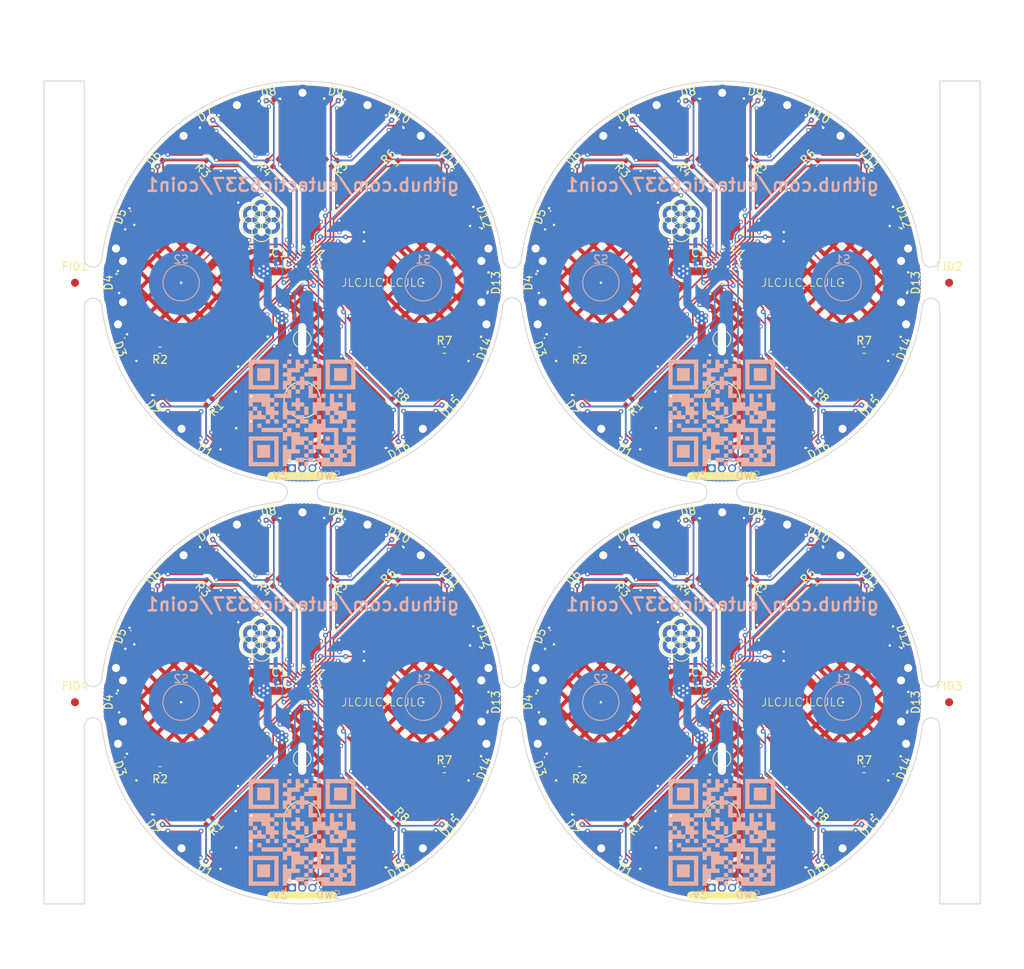
<source format=kicad_pcb>
(kicad_pcb (version 20241229) (generator "pcbnew") (generator_version "9.0")
  (layers (0 "F.Cu" signal) (2 "B.Cu" signal) (13 "F.Paste" user) (15 "B.Paste" user) (5 "F.SilkS" user "F.Silkscreen") (7 "B.SilkS" user "B.Silkscreen") (1 "F.Mask" user) (3 "B.Mask" user) (25 "Edge.Cuts" user))
  (net 0 "")
  (net 1 "Net-(D1-A)")
  (net 2 "GND")
  (net 3 "+3V0")
  (net 4 "PWM8")
  (net 5 "Net-(D3-A)")
  (net 6 "Net-(D15-A)")
  (net 7 "Net-(D5-A)")
  (net 8 "Net-(D13-A)")
  (net 9 "PWM7")
  (net 10 "Net-(D7-A)")
  (net 11 "PWM6")
  (net 12 "Net-(D11-A)")
  (net 13 "PWM5")
  (net 14 "Net-(D10-K)")
  (net 15 "PWM4")
  (net 16 "PWM3")
  (net 17 "PWM2")
  (net 18 "PWM1")
  (net 19 "GP4")
  (net 20 "GP7")
  (net 21 "/touch2")
  (net 22 "/touch1")
  (net 23 "GP6")
  (net 24 "GP1")
  (net 25 "GP8")
  (net 26 "GP5")
  (net 27 "GP3")
  (net 28 "GP2")
  (footprint "" (layer "F.Cu") (at 116.948 120.11)
    (property "Reference" "stitch1" (hide yes))
    (property "Value" "")
  )
  (footprint "Capacitor_SMD:C_0402_1005Metric" (layer "F.Cu") (at 47.15 48.05 90)
    (property "Reference" "C1")
    (property "Value" "1u")
  )
  (footprint "" (layer "F.Cu") (at 64.694 31.788)
    (property "Reference" "stitch1" (hide yes))
    (property "Value" "")
  )
  (footprint "" (layer "F.Cu") (at 73.076 45.758)
    (property "Reference" "stitch1" (hide yes))
    (property "Value" "")
  )
  (footprint "Capacitor_SMD:C_0402_1005Metric" (layer "F.Cu") (at 47.15 100.05 90)
    (property "Reference" "C1")
    (property "Value" "1u")
  )
  (footprint "LED_SMD:LED_0402_1005Metric" (layer "F.Cu") (at 38.499999 30.081415 -150)
    (property "Reference" "D7")
    (property "Value" "LED")
  )
  (footprint "" (layer "F.Cu") (at 77.04336 51.47177)
    (property "Reference" "")
    (property "Value" "")
  )
  (footprint "" (layer "F.Cu") (at 124.2 99.3)
    (property "Reference" "align-r2" (hide yes))
    (property "Value" "")
  )
  (footprint "" (layer "F.Cu") (at 131.5 31)
    (property "Reference" "")
    (property "Value" "")
  )
  (footprint "" (layer "F.Cu") (at 125.076 45.758)
    (property "Reference" "stitch1" (hide yes))
    (property "Value" "")
  )
  (footprint "TestPoint:TestPoint_THTPad_D2.0mm_Drill1.0mm" (layer "F.Cu") (at 44.958 95.702 180)
    (property "Reference" "through-r5" (hide yes))
    (property "Value" "TestPoint_THTPad_D2.0mm_Drill1.0mm" (hide yes))
  )
  (footprint "" (layer "F.Cu") (at 126.918129 103.9611)
    (property "Reference" "")
    (property "Value" "")
  )
  (footprint "Resistor_SMD:R_0402_1005Metric" (layer "F.Cu") (at 67.619023 58.36)
    (property "Reference" "R7")
    (property "Value" "47R")
  )
  (footprint "" (layer "F.Cu") (at 74.918129 51.9611)
    (property "Reference" "")
    (property "Value" "")
  )
  (footprint "" (layer "F.Cu") (at 64.694 83.788)
    (property "Reference" "stitch1" (hide yes))
    (property "Value" "")
  )
  (footprint "" (layer "F.Cu") (at 74.995181 50.490842)
    (property "Reference" "")
    (property "Value" "")
  )
  (footprint "" (layer "F.Cu") (at 49.509158 74.995181)
    (property "Reference" "")
    (property "Value" "")
  )
  (footprint "" (layer "F.Cu") (at 25.04336 51.47177)
    (property "Reference" "")
    (property "Value" "")
  )
  (footprint "Resistor_SMD:R_0402_1005Metric" (layer "F.Cu") (at 105.993908 87.215884 45)
    (property "Reference" "R5")
    (property "Value" "47R")
  )
  (footprint "LED_SMD:LED_0402_1005Metric" (layer "F.Cu") (at 123.61293 109.866463 70)
    (property "Reference" "D14")
    (property "Value" "LED")
  )
  (footprint "LED_SMD:LED_0402_1005Metric" (layer "F.Cu") (at 119.619022 35.215884 130)
    (property "Reference" "D11")
    (property "Value" "LED")
  )
  (footprint "Connector_PinHeader_1.27mm:PinHeader_1x03_P1.27mm_Vertical" (layer "F.Cu") (at 48.725 73 90)
    (property "Reference" "J1" (hide yes))
    (property "Value" "Conn_01x03")
  )
  (footprint "" (layer "F.Cu") (at 72.822 55.156)
    (property "Reference" "stitch1" (hide yes))
    (property "Value" "")
  )
  (footprint "LED_SMD:LED_0402_1005Metric" (layer "F.Cu") (at 27 102 -90)
    (property "Reference" "D4")
    (property "Value" "LED")
  )
  (footprint "TestPoint:TestPoint_THTPad_D2.0mm_Drill1.0mm" (layer "F.Cu") (at 96.958 95.702 180)
    (property "Reference" "through-r5" (hide yes))
    (property "Value" "TestPoint_THTPad_D2.0mm_Drill1.0mm" (hide yes))
  )
  (footprint "Resistor_SMD:R_0402_1005Metric" (layer "F.Cu") (at 38.5 116.784115 -135)
    (property "Reference" "R1")
    (property "Value" "47R")
  )
  (footprint "" (layer "F.Cu") (at 20 27)
    (property "Reference" "")
    (property "Value" "")
  )
  (footprint "" (layer "F.Cu") (at 126.995181 102.490842)
    (property "Reference" "")
    (property "Value" "")
  )
  (footprint "" (layer "F.Cu") (at 100.52823 77.04336)
    (property "Reference" "")
    (property "Value" "")
  )
  (footprint "" (layer "F.Cu") (at 77.04336 103.47177)
    (property "Reference" "")
    (property "Value" "")
  )
  (footprint "LED_SMD:LED_0402_1005Metric" (layer "F.Cu") (at 28.387069 94.133536 -110)
    (property "Reference" "D5")
    (property "Value" "LED")
  )
  (footprint "Capacitor_SMD:C_0402_1005Metric" (layer "F.Cu") (at 99.15 48.05 90)
    (property "Reference" "C1")
    (property "Value" "1u")
  )
  (footprint "" (layer "F.Cu") (at 74.918129 48.038901)
    (property "Reference" "")
    (property "Value" "")
  )
  (footprint "" (layer "F.Cu") (at 77.02409 102.981319)
    (property "Reference" "")
    (property "Value" "")
  )
  (footprint "LED_SMD:LED_0402_1005Metric" (layer "F.Cu") (at 67.619022 116.784115 50)
    (property "Reference" "D15")
    (property "Value" "LED")
  )
  (footprint "" (layer "F.Cu") (at 116.694 83.788)
    (property "Reference" "stitch1" (hide yes))
    (property "Value" "")
  )
  (footprint "" (layer "F.Cu") (at 27.8 52.4)
    (property "Reference" "align-r3" (hide yes))
    (property "Value" "")
  )
  (footprint "" (layer "F.Cu") (at 102.490842 77.004819)
    (property "Reference" "")
    (property "Value" "")
  )
  (footprint "" (layer "F.Cu") (at 74.995181 49.509158)
    (property "Reference" "")
    (property "Value" "")
  )
  (footprint "" (layer "F.Cu") (at 124.2 47.3)
    (property "Reference" "align-r2" (hide yes))
    (property "Value" "")
  )
  (footprint "" (layer "F.Cu") (at 77.004819 101.509158)
    (property "Reference" "")
    (property "Value" "")
  )
  (footprint "" (layer "F.Cu") (at 126.975911 102.981293)
    (property "Reference" "")
    (property "Value" "")
  )
  (footprint "" (layer "F.Cu") (at 103.47177 77.04336)
    (property "Reference" "")
    (property "Value" "")
  )
  (footprint "LED_SMD:LED_0402_1005Metric" (layer "F.Cu") (at 46.006091 79.349421 -170)
    (property "Reference" "D8")
    (property "Value" "LED")
  )
  (footprint "TestPoint:TestPoint_THTPad_D2.0mm_Drill1.0mm" (layer "F.Cu") (at 98.257038 41.452 -60)
    (property "Reference" "through-r3" (hide yes))
    (property "Value" "TestPoint_THTPad_D2.0mm_Drill1.0mm" (hide yes))
  )
  (footprint "" (layer "F.Cu") (at 25.004819 50)
    (property "Reference" "")
    (property "Value" "")
  )
  (footprint "LED_SMD:LED_0402_1005Metric" (layer "F.Cu") (at 123.61293 42.133536 110)
    (property "Reference" "D12")
    (property "Value" "LED")
  )
  (footprint "TestPoint:TestPoint_THTPad_D2.0mm_Drill1.0mm" (layer "F.Cu") (at 44.958 42.202)
    (property "Reference" "through-r1" (hide yes))
    (property "Value" "TestPoint_THTPad_D2.0mm_Drill1.0mm" (hide yes))
  )
  (footprint "" (layer "F.Cu") (at 77.004819 50)
    (property "Reference" "")
    (property "Value" "")
  )
  (footprint "TestPoint:TestPoint_Pad_D4.0mm" (layer "F.Cu") (at 50 116.5)
    (property "Reference" "B1" (hide yes))
    (property "Value" "BAT-")
  )
  (footprint "Fiducial:Fiducial_1mm_Mask2mm" (layer "F.Cu") (at 130.15 102)
    (property "Reference" "FID3")
    (property "Value" "Fiducial_1mm_Mask2mm")
  )
  (footprint "Resistor_SMD:R_0402_1005Metric" (layer "F.Cu") (at 98.006092 87.215884 135)
    (property "Reference" "R4")
    (property "Value" "47R")
  )
  (footprint "Connector_PinHeader_1.27mm:PinHeader_1x03_P1.27mm_Vertical" (layer "F.Cu") (at 100.725 125 90)
    (property "Reference" "J1" (hide yes))
    (property "Value" "Conn_01x03")
  )
  (footprint "" (layer "F.Cu") (at 50.490842 77.004819)
    (property "Reference" "")
    (property "Value" "")
  )
  (footprint "Fiducial:Fiducial_1mm_Mask2mm" (layer "F.Cu") (at 21.85 50)
    (property "Reference" "FID1")
    (property "Value" "Fiducial_1mm_Mask2mm" (hide yes))
  )
  (footprint "Resistor_SMD:R_0402_1005Metric" (layer "F.Cu") (at 61.5 35.215884 45)
    (property "Reference" "R6")
    (property "Value" "47R")
  )
  (footprint "Resistor_SMD:R_0402_1005Metric" (layer "F.Cu") (at 105.993908 35.215884 45)
    (property "Reference" "R5")
    (property "Value" "47R")
  )
  (footprint "" (layer "F.Cu") (at 51.47177 77.04336)
    (property "Reference" "")
    (property "Value" "")
  )
  (footprint "" (layer "F.Cu") (at 74.95664 100.52823)
    (property "Reference" "")
    (property "Value" "")
  )
  (footprint "" (layer "F.Cu") (at 74.918129 103.9611)
    (property "Reference" "")
    (property "Value" "")
  )
  (footprint "" (layer "F.Cu") (at 51.47177 74.95664)
    (property "Reference" "")
    (property "Value" "")
  )
  (footprint "TestPoint:TestPoint_THTPad_3.0x3.0mm_Drill1.5mm" (layer "F.Cu") (at 102 109)
    (property "Reference" "battery-eject1" (hide yes))
    (property "Value" "TestPoint_THTPad_3.0x3.0mm_Drill1.5mm" (hide yes))
  )
  (footprint "" (layer "F.Cu") (at 25.004819 101.509158)
    (property "Reference" "")
    (property "Value" "")
  )
  (footprint "Resistor_SMD:R_0402_1005Metric" (layer "F.Cu") (at 38.5 64.784115 -135)
    (property "Reference" "R1")
    (property "Value" "47R")
  )
  (footprint "" (layer "F.Cu") (at 49.509158 77.004819)
    (property "Reference" "")
    (property "Value" "")
  )
  (footprint "TestPoint:TestPoint_THTPad_D2.0mm_Drill1.0mm" (layer "F.Cu") (at 44.958 92.702)
    (property "Reference" "through-r2" (hide yes))
    (property "Value" "TestPoint_THTPad_D2.0mm_Drill1.0mm" (hide yes))
  )
  (footprint "TestPoint:TestPoint_THTPad_D2.0mm_Drill1.0mm" (layer "F.Cu") (at 96.958 40.702)
    (property "Reference" "through-r2" (hide yes))
    (property "Value" "TestPoint_THTPad_D2.0mm_Drill1.0mm" (hide yes))
  )
  (footprint "" (layer "F.Cu") (at 110.09 27.978)
    (property "Reference" "stitch1" (hide yes))
    (property "Value" "")
  )
  (footprint "TestPoint:TestPoint_THTPad_D2.0mm_Drill1.0mm" (layer "F.Cu") (at 98.257038 93.452 -60)
    (property "Reference" "through-r3" (hide yes))
    (property "Value" "TestPoint_THTPad_D2.0mm_Drill1.0mm" (hide yes))
  )
  (footprint "Resistor_SMD:R_0402_1005Metric" (layer "F.Cu") (at 61.5 116.784115 -45)
    (property "Reference" "R8")
    (property "Value" "47R")
  )
  (footprint "" (layer "F.Cu") (at 74.975911 50.981293)
    (property "Reference" "")
    (property "Value" "")
  )
  (footprint "" (layer "F.Cu") (at 79.178 107.156)
    (property "Reference" "stitch1" (hide yes))
    (property "Value" "")
  )
  (footprint "" (layer "F.Cu") (at 126.995181 101.509158)
    (property "Reference" "")
    (property "Value" "")
  )
  (footprint "Resistor_SMD:R_0402_1005Metric" (layer "F.Cu") (at 119.619023 110.36)
    (property "Reference" "R7")
    (property "Value" "47R")
  )
  (footprint "" (layer "F.Cu") (at 74.97591 101.018694)
    (property "Reference" "")
    (property "Value" "")
  )
  (footprint "" (layer "F.Cu") (at 126.995181 49.509158)
    (property "Reference" "")
    (property "Value" "")
  )
  (footprint "" (layer "F.Cu") (at 77.04336 48.52823)
    (property "Reference" "")
    (property "Value" "")
  )
  (footprint "LED_SMD:LED_0402_1005Metric" (layer "F.Cu") (at 90.499999 82.081415 -150)
    (property "Reference" "D7")
    (property "Value" "LED")
  )
  (footprint "" (layer "F.Cu") (at 74.97591 49.018694)
    (property "Reference" "")
    (property "Value" "")
  )
  (footprint "LED_SMD:LED_0402_1005Metric" (layer "F.Cu") (at 61.5 69.918584 30)
    (property "Reference" "D16")
    (property "Value" "LED")
  )
  (footprint "LED_SMD:LED_0402_1005Metric" (layer "F.Cu") (at 67.619022 64.784115 50)
    (property "Reference" "D15")
    (property "Value" "LED")
  )
  (footprint "Resistor_SMD:R_0402_1005Metric" (layer "F.Cu") (at 84.380977 58.36 180)
    (property "Reference" "R2")
    (property "Value" "47R")
  )
  (footprint "" (layer "F.Cu") (at 41.91 27.978)
    (property "Reference" "stitch1" (hide yes))
    (property "Value" "")
  )
  (footprint "LED_SMD:LED_0402_1005Metric" (layer "F.Cu") (at 80.387069 57.866463 -70)
    (property "Reference" "D3")
    (property "Value" "LED")
  )
  (footprint "LED_SMD:LED_0402_1005Metric" (layer "F.Cu") (at 79 50 -90)
    (property "Reference" "D4")
    (property "Value" "LED")
  )
  (footprint "" (layer "F.Cu") (at 87.052 120.11)
    (property "Reference" "stitch1" (hide yes))
    (property "Value" "")
  )
  (footprint "LED_SMD:LED_0402_1005Metric" (layer "F.Cu") (at 105.993908 79.349421 170)
    (property "Reference" "D9")
    (property "Value" "LED")
  )
  (footprint "TestPoint:TestPoint_Pad_D4.0mm" (layer "F.Cu") (at 50 64.5)
    (property "Reference" "-")
    (property "Value" "BAT-")
  )
  (footprint "" (layer "F.Cu") (at 79.8 47.3)
    (property "Reference" "align-r1" (hide yes))
    (property "Value" "")
  )
  (footprint "LED_SMD:LED_0402_1005Metric" (layer "F.Cu") (at 32.380977 116.784115 -50)
    (property "Reference" "D2")
    (property "Value" "LED")
  )
  (footprint "LED_SMD:LED_0402_1005Metric" (layer "F.Cu") (at 113.5 30.081415 150)
    (property "Reference" "D10")
    (property "Value" "LED")
  )
  (footprint "" (layer "F.Cu") (at 132 76)
    (property "Reference" "")
    (property "Value" "")
  )
  (footprint "Resistor_SMD:R_0402_1005Metric" (layer "F.Cu") (at 119.619023 58.36)
    (property "Reference" "R7")
    (property "Value" "47R")
  )
  (footprint "" (layer "F.Cu") (at 50 74.995181)
    (property "Reference" "")
    (property "Value" "")
  )
  (footprint "" (layer "F.Cu") (at 72.2 104.4)
    (property "Reference" "align-r4" (hide yes))
    (property "Value" "")
  )
  (footprint "Resistor_SMD:R_0402_1005Metric" (layer "F.Cu") (at 67.619023 110.36)
    (property "Reference" "R7")
    (property "Value" "47R")
  )
  (footprint "TestPoint:TestPoint_THTPad_D2.0mm_Drill1.0mm" (layer "F.Cu") (at 96.958 42.202)
    (property "Reference" "through-r1" (hide yes))
    (property "Value" "TestPoint_THTPad_D2.0mm_Drill1.0mm" (hide yes))
  )
  (footprint "" (layer "F.Cu") (at 77.02409 50.981319)
    (property "Reference" "")
    (property "Value" "")
  )
  (footprint "Resistor_SMD:R_0402_1005Metric" (layer "F.Cu") (at 113.5 64.784115 -45)
    (property "Reference" "R8")
    (property "Value" "47R")
  )
  (footprint "TestPoint:TestPoint_THTPad_3.0x3.0mm_Drill1.5mm" (layer "F.Cu") (at 50 57)
    (property "Reference" "battery-eject1" (hide yes))
    (property "Value" "TestPoint_THTPad_3.0x3.0mm_Drill1.5mm" (hide yes))
  )
  (footprint "" (layer "F.Cu") (at 51.961099 77.081871)
    (property "Reference" "")
    (property "Value" "")
  )
  (footprint "Capacitor_SMD:C_0402_1005Metric" (layer "F.Cu") (at 99.15 100.05 90)
    (property "Reference" "C1")
    (property "Value" "1u")
  )
  (footprint "LED_SMD:LED_0402_1005Metric" (layer "F.Cu") (at 38.499999 82.081415 -150)
    (property "Reference" "D7")
    (property "Value" "LED")
  )
  (footprint "Resistor_SMD:R_0402_1005Metric" (layer "F.Cu") (at 90.5 35.215884 135)
    (property "Reference" "R3")
    (property "Value" "47R")
  )
  (footprint "LED_SMD:LED_0402_1005Metric" (layer "F.Cu") (at 113.5 121.918584 30)
    (property "Reference" "D16")
    (property "Value" "LED")
  )
  (footprint "LED_SMD:LED_0402_1005Metric" (layer "F.Cu") (at 73 102 90)
    (property "Reference" "D13")
    (property "Value" "LED")
  )
  (footprint "TestPoint:TestPoint_THTPad_D2.0mm_Drill1.0mm" (layer "F.Cu") (at 95.658961 42.952 120)
    (property "Reference" "through-r6" (hide yes))
    (property "Value" "TestPoint_THTPad_D2.0mm_Drill1.0mm" (hide yes))
  )
  (footprint "" (layer "F.Cu") (at 110.09 79.978)
    (property "Reference" "stitch1" (hide yes))
    (property "Value" "")
  )
  (footprint "" (layer "F.Cu") (at 74.95664 103.47177)
    (property "Reference" "")
    (property "Value" "")
  )
  (footprint "TestPoint:TestPoint_THTPad_D2.0mm_Drill1.0mm" (layer "F.Cu") (at 46.257038 93.452 -60)
    (property "Reference" "through-r3" (hide yes))
    (property "Value" "TestPoint_THTPad_D2.0mm_Drill1.0mm" (hide yes))
  )
  (footprint "" (layer "F.Cu") (at 126.97591 101.018694)
    (property "Reference" "")
    (property "Value" "")
  )
  (footprint "" (layer "F.Cu") (at 77.081871 103.9611)
    (property "Reference" "")
    (property "Value" "")
  )
  (footprint "Package_DFN_QFN:QFN-20-1EP_3x3mm_P0.4mm_EP1.65x1.65mm" (layer "F.Cu") (at 102 100 -45)
    (property "Reference" "U1")
    (property "Value" "WCH CH32V003F4U6")
  )
  (footprint "" (layer "F.Cu") (at 102.038 78.454)
    (property "Reference" "stitch1" (hide yes))
    (property "Value" "")
  )
  (footprint "" (layer "F.Cu") (at 25.004819 102.490842)
    (property "Reference" "")
    (property "Value" "")
  )
  (footprint "LED_SMD:LED_0402_1005Metric" (layer "F.Cu") (at 80.387069 42.133536 -110)
    (property "Reference" "D5")
    (property "Value" "LED")
  )
  (footprint "TestPoint:TestPoint_THTPad_D2.0mm_Drill1.0mm" (layer "F.Cu") (at 43.658961 42.952 120)
    (property "Reference" "through-r6" (hide yes))
    (property "Value" "TestPoint_THTPad_D2.0mm_Drill1.0mm" (hide yes))
  )
  (footprint "" (layer "F.Cu") (at 25.081871 51.9611)
    (property "Reference" "")
    (property "Value" "")
  )
  (footprint "TestPoint:TestPoint_Pad_D4.0mm" (layer "F.Cu") (at 102 116.5)
    (property "Reference" "B1" (hide yes))
    (property "Value" "BAT-")
  )
  (footprint "TestPoint:TestPoint_THTPad_D2.0mm_Drill1.0mm" (layer "F.Cu") (at 46.257038 41.452 -60)
    (property "Reference" "through-r3" (hide yes))
    (property "Value" "TestPoint_THTPad_D2.0mm_Drill1.0mm" (hide yes))
  )
  (footprint "" (layer "F.Cu") (at 72.822 107.156)
    (property "Reference" "stitch1" (hide yes))
    (property "Value" "")
  )
  (footprint "LED_SMD:LED_0402_1005Metric" (layer "F.Cu") (at 105.993908 27.349421 170)
    (property "Reference" "D9")
    (property "Value" "LED")
  )
  (footprint "LED_SMD:LED_0402_1005Metric" (layer "F.Cu") (at 113.5 69.918584 30)
    (property "Reference" "D16")
    (property "Value" "LED")
  )
  (footprint "TestPoint:TestPoint_THTPad_D2.0mm_Drill1.0mm" (layer "F.Cu") (at 96.958 43.702 180)
    (property "Reference" "through-r5" (hide yes))
    (property "Value" "TestPoint_THTPad_D2.0mm_Drill1.0mm" (hide yes))
  )
  (footprint "Resistor_SMD:R_0402_1005Metric" (layer "F.Cu") (at 90.5 87.215884 135)
    (property "Reference" "R3")
    (property "Value" "47R")
  )
  (footprint "" (layer "F.Cu") (at 25.004819 50.490842)
    (property "Reference" "")
    (property "Value" "")
  )
  (footprint "" (layer "F.Cu") (at 48.52823 77.04336)
    (property "Reference" "")
    (property "Value" "")
  )
  (footprint "" (layer "F.Cu") (at 126.918129 51.9611)
    (property "Reference" "")
    (property "Value" "")
  )
  (footprint "" (layer "F.Cu") (at 74.995181 50)
    (property "Reference" "")
    (property "Value" "")
  )
  (footprint "LED_SMD:LED_0402_1005Metric" (layer "F.Cu") (at 32.380977 87.215884 -130)
    (property "Reference" "D6")
    (property "Value" "LED")
  )
  (footprint "" (layer "F.Cu") (at 48.038901 74.918129)
    (property "Reference" "")
    (property "Value" "")
  )
  (footprint "TestPoint:TestPoint_THTPad_D2.0mm_Drill1.0mm" (layer "F.Cu") (at 95.658961 41.452 60)
    (property "Reference" "through-r7" (hide yes))
    (property "Value" "TestPoint_THTPad_D2.0mm_Drill1.0mm" (hide yes))
  )
  (footprint "Connector_PinHeader_1.27mm:PinHeader_1x03_P1.27mm_Vertical" (layer "F.Cu") (at 100.725 73 90)
    (property "Reference" "J1" (hide yes))
    (property "Value" "Conn_01x03")
  )
  (footprint "TestPoint:TestPoint_THTPad_D2.0mm_Drill1.0mm" (layer "F.Cu") (at 95.658961 93.452 60)
    (property "Reference" "through-r7" (hide yes))
    (property "Value" "TestPoint_THTPad_D2.0mm_Drill1.0mm" (hide yes))
  )
  (footprint "" (layer "F.Cu") (at 72.2 47.3)
    (property "Reference" "align-r2" (hide yes))
    (property "Value" "")
  )
  (footprint "" (layer "F.Cu") (at 50 77.004819)
    (property "Reference" "")
    (property "Value" "")
  )
  (footprint "TestPoint:TestPoint_Pad_D4.0mm" (layer "F.Cu") (at 50 64.5)
    (property "Reference" "B1" (hide yes))
    (property "Value" "BAT-")
  )
  (footprint "" (layer "F.Cu") (at 126.975911 50.981293)
    (property "Reference" "")
    (property "Value" "")
  )
  (footprint "" (layer "F.Cu") (at 77.081871 48.0389)
    (property "Reference" "")
    (property "Value" "")
  )
  (footprint "TestPoint:TestPoint_THTPad_D2.0mm_Drill1.0mm" (layer "F.Cu") (at 43.658961 94.952 120)
    (property "Reference" "through-r6" (hide yes))
    (property "Value" "TestPoint_THTPad_D2.0mm_Drill1.0mm" (hide yes))
  )
  (footprint "LED_SMD:LED_0402_1005Metric" (layer "F.Cu") (at 98.006091 27.349421 -170)
    (property "Reference" "D8")
    (property "Value" "LED")
  )
  (footprint "" (layer "F.Cu") (at 77.02409 49.018681)
    (property "Reference" "")
    (property "Value" "")
  )
  (footprint "" (layer "F.Cu") (at 101.018681 77.02409)
    (property "Reference" "")
    (property "Value" "")
  )
  (footprint "" (layer "F.Cu") (at 87.306 83.788)
    (property "Reference" "stitch1" (hide yes))
    (property "Value" "")
  )
  (footprint "Resistor_SMD:R_0402_1005Metric" (layer "F.Cu") (at 32.380977 58.36 180)
    (property "Reference" "R2")
    (property "Value" "47R")
  )
  (footprint "LED_SMD:LED_0402_1005Metric" (layer "F.Cu") (at 71.61293 57.866463 70)
    (property "Reference" "D14")
    (property "Value" "LED")
  )
  (footprint "" (layer "F.Cu") (at 35.052 68.11)
    (property "Reference" "stitch1" (hide yes))
    (property "Value" "")
  )
  (footprint "" (layer "F.Cu") (at 77.004819 102)
    (property "Reference" "")
    (property "Value" "")
  )
  (footprint "LED_SMD:LED_0402_1005Metric" (layer "F.Cu") (at 125 102 90)
    (property "Reference" "D13")
    (property "Value" "LED")
  )
  (footprint "" (layer "F.Cu") (at 51.9611 74.918129)
    (property "Reference" "")
    (property "Value" "")
  )
  (footprint "Resistor_SMD:R_0402_1005Metric" (layer "F.Cu") (at 46.006092 35.215884 135)
    (property "Reference" "R4")
    (property "Value" "47R")
  )
  (footprint "" (layer "F.Cu") (at 74.975911 102.981293)
    (property "Reference" "")
    (property "Value" "")
  )
  (footprint "" (layer "F.Cu") (at 25.081871 103.9611)
    (property "Reference" "")
    (property "Value" "")
  )
  (footprint "LED_SMD:LED_0402_1005Metric" (layer "F.Cu") (at 73 50 90)
    (property "Reference" "D13")
    (property "Value" "LED")
  )
  (footprint "" (layer "F.Cu") (at 116.948 68.11)
    (property "Reference" "stitch1" (hide yes))
    (property "Value" "")
  )
  (footprint "" (layer "F.Cu") (at 79.8 99.3)
    (property "Reference" "align-r1" (hide yes))
    (property "Value" "")
  )
  (footprint "" (layer "F.Cu") (at 132 125)
    (property "Reference" "")
    (property "Value" "")
  )
  (footprint "Resistor_SMD:R_0402_1005Metric" (layer "F.Cu") (at 90.5 64.784115 -135)
    (property "Reference" "R1")
    (property "Value" "47R")
  )
  (footprint "" (layer "F.Cu") (at 125.076 97.758)
    (property "Reference" "stitch1" (hide yes))
    (property "Value" "")
  )
  (footprint "LED_SMD:LED_0402_1005Metric" (layer "F.Cu") (at 32.380977 64.784115 -50)
    (property "Reference" "D2")
    (property "Value" "LED")
  )
  (footprint "Resistor_SMD:R_0402_1005Metric" (layer "F.Cu") (at 98.006092 35.215884 135)
    (property "Reference" "R4")
    (property "Value" "47R")
  )
  (footprint "" (layer "F.Cu") (at 77.02409 101.018681)
    (property "Reference" "")
    (property "Value" "")
  )
  (footprint "" (layer "F.Cu") (at 25.04336 48.52823)
    (property "Reference" "")
    (property "Value" "")
  )
  (footprint "" (layer "F.Cu") (at 50.038 78.454)
    (property "Reference" "stitch1" (hide yes))
    (property "Value" "")
  )
  (footprint "" (layer "F.Cu") (at 25.04336 103.47177)
    (property "Reference" "")
    (property "Value" "")
  )
  (footprint "" (layer "F.Cu") (at 25.02409 102.981319)
    (property "Reference" "")
    (property "Value" "")
  )
  (footprint "LED_SMD:LED_0402_1005Metric" (layer "F.Cu") (at 119.619022 116.784115 50)
    (property "Reference" "D15")
    (property "Value" "LED")
  )
  (footprint "LED_SMD:LED_0402_1005Metric" (layer "F.Cu") (at 90.5 121.918584 -30)
    (property "Reference" "D1")
    (property "Value" "LED")
  )
  (footprint "" (layer "F.Cu") (at 77.081871 100.0389)
    (property "Reference" "")
    (property "Value" "")
  )
  (footprint "" (layer "F.Cu") (at 25.004819 102)
    (property "Reference" "")
    (property "Value" "")
  )
  (footprint "LED_SMD:LED_0402_1005Metric" (layer "F.Cu") (at 113.5 82.081415 150)
    (property "Reference" "D10")
    (property "Value" "LED")
  )
  (footprint "LED_SMD:LED_0402_1005Metric" (layer "F.Cu") (at 67.619022 87.215884 130)
    (property "Reference" "D11")
    (property "Value" "LED")
  )
  (footprint "LED_SMD:LED_0402_1005Metric" (layer "F.Cu") (at 27 50 -90)
    (property "Reference" "D4")
    (property "Value" "LED")
  )
  (footprint "Resistor_SMD:R_0402_1005Metric" (layer "F.Cu") (at 61.5 64.784115 -45)
    (property "Reference" "R8")
    (property "Value" "47R")
  )
  (footprint "" (layer "F.Cu") (at 50.981319 77.02409)
    (property "Reference" "")
    (property "Value" "")
  )
  (footprint "LED_SMD:LED_0402_1005Metric" (layer "F.Cu") (at 119.619022 64.784115 50)
    (property "Reference" "D15")
    (property "Value" "LED")
  )
  (footprint "Resistor_SMD:R_0402_1005Metric" (layer "F.Cu") (at 113.5 116.784115 -45)
    (property "Reference" "R8")
    (property "Value" "47R")
  )
  (footprint "LED_SMD:LED_0402_1005Metric" (layer "F.Cu") (at 84.380977 64.784115 -50)
    (property "Reference" "D2")
    (property "Value" "LED")
  )
  (footprint "Package_DFN_QFN:QFN-20-1EP_3x3mm_P0.4mm_EP1.65x1.65mm" (layer "F.Cu") (at 102 48 -45)
    (property "Reference" "U1")
    (property "Value" "WCH CH32V003F4U6")
  )
  (footprint "TestPoint:TestPoint_Pad_D4.0mm" (layer "F.Cu") (at 102 116.5)
    (property "Reference" "-")
    (property "Value" "BAT-")
  )
  (footprint "" (layer "F.Cu") (at 50.981293 74.975911)
    (property "Reference" "")
    (property "Value" "")
  )
  (footprint "" (layer "F.Cu") (at 25.04336 100.52823)
    (property "Reference" "")
    (property "Value" "")
  )
  (footprint "LED_SMD:LED_0402_1005Metric" (layer "F.Cu") (at 123.61293 94.133536 110)
    (property "Reference" "D12")
    (property "Value" "LED")
  )
  (footprint "" (layer "F.Cu") (at 74.995181 102.490842)
    (property "Reference" "")
    (property "Value" "")
  )
  (footprint "Resistor_SMD:R_0402_1005Metric" (layer "F.Cu") (at 53.993908 35.215884 45)
    (property "Reference" "R5")
    (property "Value" "47R")
  )
  (footprint "" (layer "F.Cu") (at 25.02409 101.018681)
    (property "Reference" "")
    (property "Value" "")
  )
  (footprint "" (layer "F.Cu") (at 100.038901 77.081871)
    (property "Reference" "")
    (property "Value" "")
  )
  (footprint "TestPoint:TestPoint_THTPad_D2.0mm_Drill1.0mm" (layer "F.Cu") (at 98.257038 42.952 -120)
    (property "Reference" "through-r4" (hide yes))
    (property "Value" "TestPoint_THTPad_D2.0mm_Drill1.0mm" (hide yes))
  )
  (footprint "" (layer "F.Cu") (at 126.918129 48.038901)
    (property "Reference" "")
    (property "Value" "")
  )
  (footprint "" (layer "F.Cu") (at 50.490842 74.995181)
    (property "Reference" "")
    (property "Value" "")
  )
  (footprint "" (layer "F.Cu") (at 102.981319 77.02409)
    (property "Reference" "")
    (property "Value" "")
  )
  (footprint "" (layer "F.Cu") (at 116.694 31.788)
    (property "Reference" "stitch1" (hide yes))
    (property "Value" "")
  )
  (footprint "TestPoint:TestPoint_THTPad_D2.0mm_Drill1.0mm" (layer "F.Cu") (at 46.257038 94.952 -120)
    (property "Reference" "through-r4" (hide yes))
    (property "Value" "TestPoint_THTPad_D2.0mm_Drill1.0mm" (hide yes))
  )
  (footprint "" (layer "F.Cu") (at 72.2 99.3)
    (property "Reference" "align-r2" (hide yes))
    (property "Value" "")
  )
  (footprint "" (layer "F.Cu") (at 102.981293 74.975911)
    (property "Reference" "")
    (property "Value" "")
  )
  (footprint "" (layer "F.Cu") (at 77.004819 102.490842)
    (property "Reference" "")
    (property "Value" "")
  )
  (footprint "LED_SMD:LED_0402_1005Metric" (layer "F.Cu") (at 28.387069 42.133536 -110)
    (property "Reference" "D5")
    (property "Value" "LED")
  )
  (footprint "" (layer "F.Cu") (at 126.995181 50)
    (property "Reference" "")
    (property "Value" "")
  )
  (footprint "" (layer "F.Cu") (at 87.052 68.11)
    (property "Reference" "stitch1" (hide yes))
    (property "Value" "")
  )
  (footprint "" (layer "F.Cu") (at 77.004819 49.509158)
    (property "Reference" "")
    (property "Value" "")
  )
  (footprint "LED_SMD:LED_0402_1005Metric" (layer "F.Cu") (at 123.61293 57.866463 70)
    (property "Reference" "D14")
    (property "Value" "LED")
  )
  (footprint "TestPoint:TestPoint_THTPad_D2.0mm_Drill1.0mm" (layer "F.Cu") (at 44.958 43.702 180)
    (property "Reference" "through-r5" (hide yes))
    (property "Value" "TestPoint_THTPad_D2.0mm_Drill1.0mm" (hide yes))
  )
  (footprint "" (layer "F.Cu") (at 100.52823 74.95664)
    (property "Reference" "")
    (property "Value" "")
  )
  (footprint "" (layer "F.Cu") (at 27.178 107.156)
    (property "Reference" "stitch1" (hide yes))
    (property "Value" "")
  )
  (footprint "" (layer "F.Cu") (at 126.95664 51.47177)
    (property "Reference" "")
    (property "Value" "")
  )
  (footprint "" (layer "F.Cu") (at 64.948 68.11)
    (property "Reference" "stitch1" (hide yes))
    (property "Value" "")
  )
  (footprint "" (layer "F.Cu") (at 58.09 27.978)
    (property "Reference" "stitch1" (hide yes))
    (property "Value" "")
  )
  (footprint "" (layer "F.Cu") (at 124.822 107.156)
    (property "Reference" "stitch1" (hide yes))
    (property "Value" "")
  )
  (footprint "" (layer "F.Cu") (at 27.8 47.3)
    (property "Reference" "align-r1" (hide yes))
    (property "Value" "")
  )
  (footprint "Resistor_SMD:R_0402_1005Metric" (layer "F.Cu") (at 46.006092 87.215884 135)
    (property "Reference" "R4")
    (property "Value" "47R")
  )
  (footprint "" (layer "F.Cu") (at 79.8 104.4)
    (property "Reference" "align-r3" (hide yes))
    (property "Value" "")
  )
  (footprint "TestPoint:TestPoint_Pad_D4.0mm" (layer "F.Cu") (at 102 64.5)
    (property "Reference" "B1" (hide yes))
    (property "Value" "BAT-")
  )
  (footprint "TestPoint:TestPoint_THTPad_D2.0mm_Drill1.0mm" (layer "F.Cu") (at 43.658961 41.452 60)
    (property "Reference" "through-r7" (hide yes))
    (property "Value" "TestPoint_THTPad_D2.0mm_Drill1.0mm" (hide yes))
  )
  (footprint "LED_SMD:LED_0402_1005Metric" (layer "F.Cu") (at 79 102 -90)
    (property "Reference" "D4")
    (property "Value" "LED")
  )
  (footprint "" (layer "F.Cu") (at 25.081871 48.0389)
    (property "Reference" "")
    (property "Value" "")
  )
  (footprint "LED_SMD:LED_0402_1005Metric" (layer "F.Cu") (at 53.993908 27.349421 170)
    (property "Reference" "D9")
    (property "Value" "LED")
  )
  (footprint "" (layer "F.Cu") (at 35.052 120.11)
    (property "Reference" "stitch1" (hide yes))
    (property "Value" "")
  )
  (footprint "LED_SMD:LED_0402_1005Metric" (layer "F.Cu") (at 90.499999 30.081415 -150)
    (property "Reference" "D7")
    (property "Value" "LED")
  )
  (footprint "TestPoint:TestPoint_THTPad_3.0x3.0mm_Drill1.5mm" (layer "F.Cu") (at 102 57)
    (property "Reference" "battery-eject1" (hide yes))
    (property "Value" "TestPoint_THTPad_3.0x3.0mm_Drill1.5mm" (hide yes))
  )
  (footprint "Package_DFN_QFN:QFN-20-1EP_3x3mm_P0.4mm_EP1.65x1.65mm" (layer "F.Cu") (at 50 100 -45)
    (property "Reference" "U1")
    (property "Value" "WCH CH32V003F4U6")
  )
  (footprint "TestPoint:TestPoint_THTPad_3.0x3.0mm_Drill1.5mm" (layer "F.Cu") (at 50 109)
    (property "Reference" "battery-eject1" (hide yes))
    (property "Value" "TestPoint_THTPad_3.0x3.0mm_Drill1.5mm" (hide yes))
  )
  (footprint "TestPoint:TestPoint_THTPad_D2.0mm_Drill1.0mm" (layer "F.Cu") (at 98.257038 94.952 -120)
    (property "Reference" "through-r4" (hide yes))
    (property "Value" "TestPoint_THTPad_D2.0mm_Drill1.0mm" (hide yes))
  )
  (footprint "TestPoint:TestPoint_THTPad_D2.0mm_Drill1.0mm" (layer "F.Cu") (at 46.257038 42.952 -120)
    (property "Reference" "through-r4" (hide yes))
    (property "Value" "TestPoint_THTPad_D2.0mm_Drill1.0mm" (hide yes))
  )
  (footprint "TestPoint:TestPoint_THTPad_D2.0mm_Drill1.0mm" (layer "F.Cu") (at 96.958 94.202)
    (property "Reference" "through-r1" (hide yes))
    (property "Value" "TestPoint_THTPad_D2.0mm_Drill1.0mm" (hide yes))
  )
  (footprint "LED_SMD:LED_0402_1005Metric" (layer "F.Cu") (at 61.5 121.918584 30)
    (property "Reference" "D16")
    (property "Value" "LED")
  )
  (footprint "" (layer "F.Cu") (at 20 76)
    (property "Reference" "")
    (property "Value" "")
  )
  (footprint "LED_SMD:LED_0402_1005Metric" (layer "F.Cu") (at 119.619022 87.215884 130)
    (property "Reference" "D11")
    (property "Value" "LED")
  )
  (footprint "TestPoint:TestPoint_THTPad_D2.0mm_Drill1.0mm" (layer "F.Cu") (at 44.958 94.202)
    (property "Reference" "through-r1" (hide yes))
    (property "Value" "TestPoint_THTPad_D2.0mm_Drill1.0mm" (hide yes))
  )
  (footprint "" (layer "F.Cu") (at 102.038 26.454)
    (property "Reference" "stitch1" (hide yes))
    (property "Value" "")
  )
  (footprint "Connector_PinHeader_1.27mm:PinHeader_1x03_P1.27mm_Vertical" (layer "F.Cu") (at 48.725 125 90)
    (property "Reference" "J1" (hide yes))
    (property "Value" "Conn_01x03")
  )
  (footprint "" (layer "F.Cu") (at 124.2 52.4)
    (property "Reference" "align-r4" (hide yes))
    (property "Value" "")
  )
  (footprint "LED_SMD:LED_0402_1005Metric" (layer "F.Cu") (at 38.5 69.918584 -30)
    (property "Reference" "D1")
    (property "Value" "LED")
  )
  (footprint "LED_SMD:LED_0402_1005Metric" (layer "F.Cu") (at 38.5 121.918584 -30)
    (property "Reference" "D1")
    (property "Value" "LED")
  )
  (footprint "" (layer "F.Cu") (at 79.178 55.156)
    (property "Reference" "stitch1" (hide yes))
    (property "Value" "")
  )
  (footprint "" (layer "F.Cu") (at 72.2 52.4)
    (property "Reference" "align-r4" (hide yes))
    (property "Value" "")
  )
  (footprint "LED_SMD:LED_0402_1005Metric" (layer "F.Cu") (at 28.387069 109.866463 -70)
    (property "Reference" "D3")
    (property "Value" "LED")
  )
  (footprint "" (layer "F.Cu") (at 35.306 31.788)
    (property "Reference" "stitch1" (hide yes))
    (property "Value" "")
  )
  (footprint "" (layer "F.Cu") (at 48.038901 77.081871)
    (property "Reference" "")
    (property "Value" "")
  )
  (footprint "" (layer "F.Cu") (at 41.91 79.978)
    (property "Reference" "stitch1" (hide yes))
    (property "Value" "")
  )
  (footprint "" (layer "F.Cu") (at 131.5 121)
    (property "Reference" "")
    (property "Value" "")
  )
  (footprint "" (layer "F.Cu") (at 126.95664 48.52823)
    (property "Reference" "")
    (property "Value" "")
  )
  (footprint "Resistor_SMD:R_0402_1005Metric" (layer "F.Cu") (at 38.5 87.215884 135)
    (property "Reference" "R3")
    (property "Value" "47R")
  )
  (footprint "LED_SMD:LED_0402_1005Metric" (layer "F.Cu") (at 84.380977 35.215884 -130)
    (property "Reference" "D6")
    (property "Value" "LED")
  )
  (footprint "LED_SMD:LED_0402_1005Metric" (layer "F.Cu") (at 90.5 69.918584 -30)
    (property "Reference" "D1")
    (property "Value" "LED")
  )
  (footprint "Resistor_SMD:R_0402_1005Metric" (layer "F.Cu") (at 32.380977 110.36 180)
    (property "Reference" "R2")
    (property "Value" "47R")
  )
  (footprint "" (layer "F.Cu") (at 74.95664 51.47177)
    (property "Reference" "")
    (property "Value" "")
  )
  (footprint "Resistor_SMD:R_0402_1005Metric" (layer "F.Cu") (at 84.380977 110.36 180)
    (property "Reference" "R2")
    (property "Value" "47R")
  )
  (footprint "TestPoint:TestPoint_THTPad_D2.0mm_Drill1.0mm" (layer "F.Cu") (at 44.958 40.702)
    (property "Reference" "through-r2" (hide yes))
    (property "Value" "TestPoint_THTPad_D2.0mm_Drill1.0mm" (hide yes))
  )
  (footprint "" (layer "F.Cu") (at 27.178 55.156)
    (property "Reference" "stitch1" (hide yes))
    (property "Value" "")
  )
  (footprint "" (layer "F.Cu") (at 78.924 97.758)
    (property "Reference" "stitch1" (hide yes))
    (property "Value" "")
  )
  (footprint "Fiducial:Fiducial_1mm_Mask2mm" (layer "F.Cu") (at 130.15 50)
    (property "Reference" "FID2")
    (property "Value" "Fiducial_1mm_Mask2mm")
  )
  (footprint "" (layer "F.Cu") (at 103.961099 77.081871)
    (property "Reference" "")
    (property "Value" "")
  )
  (footprint "" (layer "F.Cu") (at 126.95664 103.47177)
    (property "Reference" "")
    (property "Value" "")
  )
  (footprint "LED_SMD:LED_0402_1005Metric" (layer "F.Cu") (at 61.5 30.081415 150)
    (property "Reference" "D10")
    (property "Value" "LED")
  )
  (footprint "LED_SMD:LED_0402_1005Metric" (layer "F.Cu") (at 61.5 82.081415 150)
    (property "Reference" "D10")
    (property "Value" "LED")
  )
  (footprint "" (layer "F.Cu") (at 74.995181 102)
    (property "Reference" "")
    (property "Value" "")
  )
  (footprint "" (layer "F.Cu") (at 64.948 120.11)
    (property "Reference" "stitch1" (hide yes))
    (property "Value" "")
  )
  (footprint "Package_DFN_QFN:QFN-20-1EP_3x3mm_P0.4mm_EP1.65x1.65mm" (layer "F.Cu") (at 50 48 -45)
    (property "Reference" "U1")
    (property "Value" "WCH CH32V003F4U6")
  )
  (footprint "" (layer "F.Cu") (at 102.490842 74.995181)
    (property "Reference" "")
    (property "Value" "")
  )
  (footprint "LED_SMD:LED_0402_1005Metric" (layer "F.Cu") (at 80.387069 94.133536 -110)
    (property "Reference" "D5")
    (property "Value" "LED")
  )
  (footprint "" (layer "F.Cu") (at 27.8 104.4)
    (property "Reference" "align-r3" (hide yes))
    (property "Value" "")
  )
  (footprint "TestPoint:TestPoint_THTPad_D2.0mm_Drill1.0mm" (layer "F.Cu") (at 43.658961 93.452 60)
    (property "Reference" "through-r7" (hide yes))
    (property "Value" "TestPoint_THTPad_D2.0mm_Drill1.0mm" (hide yes))
  )
  (footprint "TestPoint:TestPoint_THTPad_D2.0mm_Drill1.0mm" (layer "F.Cu") (at 96.958 92.702)
    (property "Reference" "through-r2" (hide yes))
    (property "Value" "TestPoint_THTPad_D2.0mm_Drill1.0mm" (hide yes))
  )
  (footprint "LED_SMD:LED_0402_1005Metric" (layer "F.Cu") (at 46.006091 27.349421 -170)
    (property "Reference" "D8")
    (property "Value" "LED")
  )
  (footprint "" (layer "F.Cu") (at 74.918129 100.038901)
    (property "Reference" "")
    (property "Value" "")
  )
  (footprint "" (layer "F.Cu") (at 25.004819 49.509158)
    (property "Reference" "")
    (property "Value" "")
  )
  (footprint "" (layer "F.Cu") (at 101.018694 74.975911)
    (property "Reference" "")
    (property "Value" "")
  )
  (footprint "TestPoint:TestPoint_Pad_D4.0mm" (layer "F.Cu") (at 102 64.5)
    (property "Reference" "-")
    (property "Value" "BAT-")
  )
  (footprint "LED_SMD:LED_0402_1005Metric" (layer "F.Cu") (at 84.380977 116.784115 -50)
    (property "Reference" "D2")
    (property "Value" "LED")
  )
  (footprint "" (layer "F.Cu") (at 93.91 27.978)
    (property "Reference" "stitch1" (hide yes))
    (property "Value" "")
  )
  (footprint "" (layer "F.Cu") (at 78.924 45.758)
    (property "Reference" "stitch1" (hide yes))
    (property "Value" "")
  )
  (footprint "" (layer "F.Cu") (at 26.924 45.758)
    (property "Reference" "stitch1" (hide yes))
    (property "Value" "")
  )
  (footprint "LED_SMD:LED_0402_1005Metric" (layer "F.Cu") (at 80.387069 109.866463 -70)
    (property "Reference" "D3")
    (property "Value" "LED")
  )
  (footprint "" (layer "F.Cu") (at 100.038901 74.918129)
    (property "Reference" "")
    (property "Value" "")
  )
  (footprint "" (layer "F.Cu") (at 102 77.004819)
    (property "Reference" "")
    (property "Value" "")
  )
  (footprint "" (layer "F.Cu") (at 48.52823 74.95664)
    (property "Reference" "")
    (property "Value" "")
  )
  (footprint "LED_SMD:LED_0402_1005Metric" (layer "F.Cu") (at 71.61293 94.133536 110)
    (property "Reference" "D12")
    (property "Value" "LED")
  )
  (footprint "" (layer "F.Cu") (at 73.076 97.758)
    (property "Reference" "stitch1" (hide yes))
    (property "Value" "")
  )
  (footprint "Resistor_SMD:R_0402_1005Metric" (layer "F.Cu") (at 90.5 116.784115 -135)
    (property "Reference" "R1")
    (property "Value" "47R")
  )
  (footprint "" (layer "F.Cu") (at 103.47177 74.95664)
    (property "Reference" "")
    (property "Value" "")
  )
  (footprint "LED_SMD:LED_0402_1005Metric" (layer "F.Cu") (at 125 50 90)
    (property "Reference" "D13")
    (property "Value" "LED")
  )
  (footprint "" (layer "F.Cu") (at 87.306 31.788)
    (property "Reference" "stitch1" (hide yes))
    (property "Value" "")
  )
  (footprint "LED_SMD:LED_0402_1005Metric" (layer "F.Cu") (at 84.380977 87.215884 -130)
    (property "Reference" "D6")
    (property "Value" "LED")
  )
  (footprint "" (layer "F.Cu") (at 124.822 55.156)
    (property "Reference" "stitch1" (hide yes))
    (property "Value" "")
  )
  (footprint "" (layer "F.Cu") (at 101.509158 74.995181)
    (property "Reference" "")
    (property "Value" "")
  )
  (footprint "" (layer "F.Cu") (at 58.09 79.978)
    (property "Reference" "stitch1" (hide yes))
    (property "Value" "")
  )
  (footprint "" (layer "F.Cu") (at 93.91 79.978)
    (property "Reference" "stitch1" (hide yes))
    (property "Value" "")
  )
  (footprint "Resistor_SMD:R_0402_1005Metric" (layer "F.Cu") (at 61.5 87.215884 45)
    (property "Reference" "R6")
    (property "Value" "47R")
  )
  (footprint "" (layer "F.Cu") (at 50.038 26.454)
    (property "Reference" "stitch1" (hide yes))
    (property "Value" "")
  )
  (footprint "" (layer "F.Cu") (at 102 74.995181)
    (property "Reference" "")
    (property "Value" "")
  )
  (footprint "" (layer "F.Cu") (at 26.924 97.758)
    (property "Reference" "stitch1" (hide yes))
    (property "Value" "")
  )
  (footprint "" (layer "F.Cu") (at 77.04336 100.52823)
    (property "Reference" "")
    (property "Value" "")
  )
  (footprint "" (layer "F.Cu") (at 101.509158 77.004819)
    (property "Reference" "")
    (property "Value" "")
  )
  (footprint "" (layer "F.Cu") (at 126.995181 102)
    (property "Reference" "")
    (property "Value" "")
  )
  (footprint "TestPoint:TestPoint_THTPad_D2.0mm_Drill1.0mm" (layer "F.Cu") (at 95.658961 94.952 120)
    (property "Reference" "through-r6" (hide yes))
    (property "Value" "TestPoint_THTPad_D2.0mm_Drill1.0mm" (hide yes))
  )
  (footprint "LED_SMD:LED_0402_1005Metric" (layer "F.Cu") (at 28.387069 57.866463 -70)
    (property "Reference" "D3")
    (property "Value" "LED")
  )
  (footprint "LED_SMD:LED_0402_1005Metric" (layer "F.Cu") (at 98.006091 79.349421 -170)
    (property "Reference" "D8")
    (property "Value" "LED")
  )
  (footprint "Resistor_SMD:R_0402_1005Metric" (layer "F.Cu") (at 53.993908 87.215884 45)
    (property "Reference" "R5")
    (property "Value" "47R")
  )
  (footprint "" (layer "F.Cu") (at 20.5 31)
    (property "Reference" "")
    (property "Value" "")
  )
  (footprint "" (layer "F.Cu") (at 49.018694 74.975911)
    (property "Reference" "")
    (property "Value" "")
  )
  (footprint "" (layer "F.Cu") (at 74.995181 101.509158)
    (property "Reference" "")
    (property "Value" "")
  )
  (footprint "" (layer "F.Cu") (at 103.9611 74.918129)
    (property "Reference" "")
    (property "Value" "")
  )
  (footprint "" (layer "F.Cu") (at 74.95664 48.52823)
    (property "Reference" "")
    (property "Value" "")
  )
  (footprint "LED_SMD:LED_0402_1005Metric" (layer "F.Cu") (at 32.380977 35.215884 -130)
    (property "Reference" "D6")
    (property "Value" "LED")
  )
  (footprint "" (layer "F.Cu") (at 126.995181 50.490842)
    (property "Reference" "")
    (property "Value" "")
  )
  (footprint "" (layer "F.Cu") (at 126.918129 100.038901)
    (property "Reference" "")
    (property "Value" "")
  )
  (footprint "LED_SMD:LED_0402_1005Metric" (layer "F.Cu") (at 71.61293 109.866463 70)
    (property "Reference" "D14")
    (property "Value" "LED")
  )
  (footprint "" (layer "F.Cu") (at 25.02409 49.018681)
    (property "Reference" "")
    (property "Value" "")
  )
  (footprint "LED_SMD:LED_0402_1005Metric" (layer "F.Cu") (at 53.993908 79.349421 170)
    (property "Reference" "D9")
    (property "Value" "LED")
  )
  (footprint "" (layer "F.Cu") (at 77.004819 50.490842)
    (property "Reference" "")
    (property "Value" "")
  )
  (footprint "Resistor_SMD:R_0402_1005Metric" (layer "F.Cu") (at 38.5 35.215884 135)
    (property "Reference" "R3")
    (property "Value" "47R")
  )
  (footprint "TestPoint:TestPoint_Pad_D4.0mm" (layer "F.Cu") (at 50 116.5)
    (property "Reference" "-")
    (property "Value" "BAT-")
  )
  (footprint "LED_SMD:LED_0402_1005Metric" (layer "F.Cu") (at 67.619022 35.215884 130)
    (property "Reference" "D11")
    (property "Value" "LED")
  )
  (footprint "" (layer "F.Cu") (at 27.8 99.3)
    (property "Reference" "align-r1" (hide yes))
    (property "Value" "")
  )
  (footprint "" (layer "F.Cu") (at 124.2 104.4)
    (property "Reference" "align-r4" (hide yes))
    (property "Value" "")
  )
  (footprint "Resistor_SMD:R_0402_1005Metric" (layer "F.Cu") (at 113.5 35.215884 45)
    (property "Reference" "R6")
    (property "Value" "47R")
  )
  (footprint "" (layer "F.Cu") (at 20.5 121)
    (property "Reference" "")
    (property "Value" "")
  )
  (footprint "" (layer "F.Cu") (at 25.081871 100.0389)
    (property "Reference" "")
    (property "Value" "")
  )
  (footprint "Fiducial:Fiducial_1mm_Mask2mm" (layer "F.Cu") (at 21.85 102)
    (property "Reference" "FID4")
    (property "Value" "Fiducial_1mm_Mask2mm")
  )
  (footprint "" (layer "F.Cu") (at 35.306 83.788)
    (property "Reference" "stitch1" (hide yes))
    (property "Value" "")
  )
  (footprint "LED_SMD:LED_0402_1005Metric" (layer "F.Cu") (at 71.61293 42.133536 110)
    (property "Reference" "D12")
    (property "Value" "LED")
  )
  (footprint "Resistor_SMD:R_0402_1005Metric" (layer "F.Cu") (at 113.5 87.215884 45)
    (property "Reference" "R6")
    (property "Value" "47R")
  )
  (footprint "" (layer "F.Cu") (at 126.95664 100.52823)
    (property "Reference" "")
    (property "Value" "")
  )
  (footprint "" (layer "F.Cu") (at 79.8 52.4)
    (property "Reference" "align-r3" (hide yes))
    (property "Value" "")
  )
  (footprint "" (layer "F.Cu") (at 25.02409 50.981319)
    (property "Reference" "")
    (property "Value" "")
  )
  (footprint "" (layer "F.Cu") (at 49.018681 77.02409)
    (property "Reference" "")
    (property "Value" "")
  )
  (footprint "" (layer "F.Cu") (at 126.97591 49.018694)
    (property "Reference" "")
    (property "Value" "")
  )
  (footprint "" (layer "F.Cu") (at 77.081871 51.9611)
    (property "Reference" "")
    (property "Value" "")
  )
  (footprint "TestPoint:TestPoint_Pad_D4.0mm" (layer "B.Cu") (at 117 102 180)
    (property "Reference" "S1")
    (property "Value" "touch")
  )
  (footprint "TestPoint:TestPoint_Pad_D4.0mm" (layer "B.Cu") (at 65 102 180)
    (property "Reference" "S1")
    (property "Value" "touch")
  )
  (footprint "TestPoint:TestPoint_Pad_D4.0mm" (layer "B.Cu") (at 35 102 180)
    (property "Reference" "S2")
    (property "Value" "touch")
  )
  (footprint "TestPoint:TestPoint_Pad_D4.0mm" (layer "B.Cu") (at 35 50 180)
    (property "Reference" "S2")
    (property "Value" "touch")
  )
  (footprint "TestPoint:TestPoint_Pad_D4.0mm" (layer "B.Cu") (at 65 50 180)
    (property "Reference" "S1")
    (property "Value" "touch")
  )
  (footprint "TestPoint:TestPoint_Pad_D4.0mm" (layer "B.Cu") (at 87 102 180)
    (property "Reference" "S2")
    (property "Value" "touch")
  )
  (footprint "TestPoint:TestPoint_Pad_D4.0mm" (layer "B.Cu") (at 87 50 180)
    (property "Reference" "S2")
    (property "Value" "touch")
  )
  (footprint "TestPoint:TestPoint_Pad_D4.0mm" (layer "B.Cu") (at 117 50 180)
    (property "Reference" "S1")
    (property "Value" "touch")
  )
  (gr_circle (center 87 50) (end 92.5 50) (stroke (width 1)) (fill no) (layer "B.Cu") (net 2))
  (gr_circle (center 35 50) (end 40.5 50) (stroke (width 1)) (fill no) (layer "B.Cu") (net 2))
  (gr_circle (center 117 102) (end 122.5 102) (stroke (width 1)) (fill no) (layer "B.Cu") (net 2))
  (gr_circle (center 65 102) (end 70.5 102) (stroke (width 1)) (fill no) (layer "B.Cu") (net 2))
  (gr_circle (center 65 50) (end 70.5 50) (stroke (width 1)) (fill no) (layer "B.Cu") (net 2))
  (gr_circle (center 87 102) (end 92.5 102) (stroke (width 1)) (fill no) (layer "B.Cu") (net 2))
  (gr_circle (center 117 50) (end 122.5 50) (stroke (width 1)) (fill no) (layer "B.Cu") (net 2))
  (gr_circle (center 35 102) (end 40.5 102) (stroke (width 1)) (fill no) (layer "B.Cu") (net 2))
  (gr_poly (pts (xy 51.308333 122.104166) (xy 50.779166 122.104166) (xy 50.779166 121.575) (xy 51.308333 121.575)) (stroke (width -0.000001)) (fill yes) (layer "B.SilkS"))
  (gr_poly (pts (xy 105.954166 116.283333) (xy 105.954166 116.8125) (xy 106.483333 116.8125) (xy 107.0125 116.8125) (xy 107.0125 117.341667) (xy 106.483333 117.341667) (xy 106.483333 117.870833) (xy 107.0125 117.870833) (xy 107.541666 117.870833) (xy 107.541666 118.4) (xy 107.541666 118.929166) (xy 107.0125 118.929166) (xy 107.0125 119.458333) (xy 106.483333 119.458333) (xy 105.954166 119.458333) (xy 105.425 119.458333) (xy 105.425 118.929166) (xy 105.954166 118.929166) (xy 106.483333 118.929166) (xy 106.483333 118.4) (xy 105.954166 118.4) (xy 105.954166 118.929166) (xy 105.425 118.929166) (xy 105.425 118.4) (xy 105.954166 118.4) (xy 105.954166 117.870833) (xy 105.425 117.870833) (xy 105.425 118.4) (xy 104.895833 118.4) (xy 104.895833 117.870833) (xy 104.366666 117.870833) (xy 103.8375 117.870833) (xy 103.8375 118.4) (xy 103.308333 118.4) (xy 103.308333 117.870833) (xy 103.308333 117.341667) (xy 103.308333 116.8125) (xy 103.8375 116.8125) (xy 103.8375 116.283333) (xy 104.366666 116.283333) (xy 104.366666 116.8125) (xy 104.895833 116.8125) (xy 104.895833 117.341667) (xy 105.425 117.341667) (xy 105.425 116.8125) (xy 105.425 116.283333) (xy 105.425 115.754167) (xy 105.954166 115.754167)) (stroke (width -0.000001)) (fill yes) (layer "B.SilkS"))
  (gr_poly (pts (xy 108.6 69.575) (xy 108.070833 69.575) (xy 108.070833 70.104166) (xy 107.541666 70.104166) (xy 107.541666 69.575) (xy 107.541666 69.045833) (xy 108.070833 69.045833) (xy 108.6 69.045833)) (stroke (width -0.000001)) (fill yes) (layer "B.SilkS"))
  (gr_poly (pts (xy 100.6625 112.05) (xy 100.133333 112.05) (xy 100.133333 111.520834) (xy 100.6625 111.520834)) (stroke (width -0.000001)) (fill yes) (layer "B.SilkS"))
  (gr_poly (pts (xy 102.779166 70.633333) (xy 102.25 70.633333) (xy 102.25 70.104166) (xy 102.779166 70.104166)) (stroke (width -0.000001)) (fill yes) (layer "B.SilkS"))
  (gr_poly (pts (xy 103.308333 72.220833) (xy 102.779166 72.220833) (xy 102.779166 71.691666) (xy 103.308333 71.691666)) (stroke (width -0.000001)) (fill yes) (layer "B.SilkS"))
  (gr_poly (pts (xy 47.604167 68.516666) (xy 47.075 68.516666) (xy 46.545833 68.516666) (xy 46.016667 68.516666) (xy 45.4875 68.516666) (xy 44.958334 68.516666) (xy 44.958334 67.9875) (xy 45.4875 67.9875) (xy 46.016667 67.9875) (xy 46.545833 67.9875) (xy 47.075 67.9875) (xy 47.604167 67.9875)) (stroke (width -0.000001)) (fill yes) (layer "B.SilkS"))
  (gr_poly (pts (xy 56.6 69.575) (xy 56.070833 69.575) (xy 56.070833 70.104166) (xy 55.541666 70.104166) (xy 55.541666 69.575) (xy 55.541666 69.045833) (xy 56.070833 69.045833) (xy 56.6 69.045833)) (stroke (width -0.000001)) (fill yes) (layer "B.SilkS"))
  (gr_poly (pts (xy 51.308333 72.220833) (xy 50.779166 72.220833) (xy 50.779166 71.691666) (xy 51.308333 71.691666)) (stroke (width -0.000001)) (fill yes) (layer "B.SilkS"))
  (gr_poly (pts (xy 49.191667 63.225) (xy 48.6625 63.225) (xy 48.6625 62.695833) (xy 49.191667 62.695833)) (stroke (width -0.000001)) (fill yes) (layer "B.SilkS"))
  (gr_poly (pts (xy 46.016667 116.283333) (xy 46.545833 116.283333) (xy 46.545833 116.8125) (xy 46.016667 116.8125) (xy 46.016667 117.341667) (xy 46.545833 117.341667) (xy 46.545833 117.870833) (xy 47.075 117.870833) (xy 47.075 118.4) (xy 46.545833 118.4) (xy 46.545833 118.929166) (xy 46.016667 118.929166) (xy 46.016667 118.4) (xy 45.4875 118.4) (xy 45.4875 118.929166) (xy 44.958334 118.929166) (xy 44.429167 118.929166) (xy 43.9 118.929166) (xy 43.9 119.458333) (xy 43.9 119.9875) (xy 43.9 120.516666) (xy 43.370834 120.516666) (xy 43.370834 119.9875) (xy 43.370834 119.458333) (xy 43.370834 118.929166) (xy 43.370834 118.4) (xy 43.370834 117.870833) (xy 43.9 117.870833) (xy 43.9 118.4) (xy 44.429167 118.4) (xy 44.429167 117.870833) (xy 44.958334 117.870833) (xy 44.958334 118.4) (xy 45.4875 118.4) (xy 45.4875 117.870833) (xy 45.4875 117.341667) (xy 44.958334 117.341667) (xy 44.958334 116.8125) (xy 44.429167 116.8125) (xy 43.9 116.8125) (xy 43.9 117.341667) (xy 43.370834 117.341667) (xy 43.370834 116.8125) (xy 43.370834 116.283333) (xy 43.370834 115.754167) (xy 43.9 115.754167) (xy 44.429167 115.754167) (xy 44.958334 115.754167) (xy 45.4875 115.754167) (xy 46.016667 115.754167)) (stroke (width -0.000001)) (fill yes) (layer "B.SilkS"))
  (gr_poly (pts (xy 100.6625 68.516666) (xy 101.191667 68.516666) (xy 101.720833 68.516666) (xy 101.720833 69.045833) (xy 102.25 69.045833) (xy 102.779166 69.045833) (xy 102.779166 69.575) (xy 102.25 69.575) (xy 102.25 70.104166) (xy 101.720833 70.104166) (xy 101.191667 70.104166) (xy 101.191667 70.633333) (xy 101.720833 70.633333) (xy 101.720833 71.1625) (xy 101.191667 71.1625) (xy 100.6625 71.1625) (xy 100.6625 71.691666) (xy 100.6625 72.220833) (xy 100.133333 72.220833) (xy 100.133333 72.75) (xy 99.604167 72.75) (xy 99.604167 72.220833) (xy 99.604167 71.691666) (xy 99.604167 71.1625) (xy 99.604167 70.633333) (xy 99.604167 70.104166) (xy 100.133333 70.104166) (xy 100.133333 70.633333) (xy 100.6625 70.633333) (xy 100.6625 70.104166) (xy 100.6625 69.575) (xy 100.6625 69.045833) (xy 100.133333 69.045833) (xy 100.133333 69.575) (xy 99.604167 69.575) (xy 99.604167 69.045833) (xy 99.604167 68.516666) (xy 100.133333 68.516666) (xy 100.133333 67.9875) (xy 100.6625 67.9875)) (stroke (width -0.000001)) (fill yes) (layer "B.SilkS"))
  (gr_poly (pts (xy 53.954166 71.691666) (xy 53.425 71.691666) (xy 53.425 71.1625) (xy 53.954166 71.1625)) (stroke (width -0.000001)) (fill yes) (layer "B.SilkS"))
  (gr_poly (pts (xy 50.25 72.220833) (xy 49.720833 72.220833) (xy 49.191667 72.220833) (xy 49.191667 71.691666) (xy 49.720833 71.691666) (xy 50.25 71.691666)) (stroke (width -0.000001)) (fill yes) (layer "B.SilkS"))
  (gr_poly (pts (xy 50.25 114.166667) (xy 50.779166 114.166667) (xy 50.779166 114.695833) (xy 50.25 114.695833) (xy 50.25 115.225) (xy 49.720833 115.225) (xy 49.720833 114.695833) (xy 49.191667 114.695833) (xy 49.191667 114.166667) (xy 49.720833 114.166667) (xy 49.720833 113.6375) (xy 50.25 113.6375)) (stroke (width -0.000001)) (fill yes) (layer "B.SilkS"))
  (gr_poly (pts (xy 102.25 62.166667) (xy 102.779166 62.166667) (xy 102.779166 62.695833) (xy 102.25 62.695833) (xy 102.25 63.225) (xy 101.720833 63.225) (xy 101.720833 62.695833) (xy 101.191667 62.695833) (xy 101.191667 62.166667) (xy 101.720833 62.166667) (xy 101.720833 61.6375) (xy 102.25 61.6375)) (stroke (width -0.000001)) (fill yes) (layer "B.SilkS"))
  (gr_poly (pts (xy 51.308333 124.220833) (xy 50.779166 124.220833) (xy 50.779166 123.691666) (xy 51.308333 123.691666)) (stroke (width -0.000001)) (fill yes) (layer "B.SilkS"))
  (gr_poly (pts (xy 102.25 66.929166) (xy 102.779166 66.929166) (xy 102.779166 67.458333) (xy 102.25 67.458333) (xy 101.720833 67.458333) (xy 101.720833 66.929166) (xy 101.191667 66.929166) (xy 101.191667 66.4) (xy 101.720833 66.4) (xy 102.25 66.4)) (stroke (width -0.000001)) (fill yes) (layer "B.SilkS"))
  (gr_poly (pts (xy 52.895833 64.283333) (xy 52.366666 64.283333) (xy 52.366666 63.754167) (xy 52.895833 63.754167)) (stroke (width -0.000001)) (fill yes) (layer "B.SilkS"))
  (gr_poly (pts (xy 56.6 112.05) (xy 56.6 112.579167) (xy 56.6 113.108334) (xy 56.6 113.6375) (xy 56.6 114.166667) (xy 56.6 114.695833) (xy 56.6 115.225) (xy 56.070833 115.225) (xy 55.541666 115.225) (xy 55.0125 115.225) (xy 54.483333 115.225) (xy 53.954166 115.225) (xy 53.425 115.225) (xy 52.895833 115.225) (xy 52.895833 114.695833) (xy 52.895833 114.166667) (xy 52.895833 113.6375) (xy 52.895833 113.108334) (xy 52.895833 112.579167) (xy 53.425 112.579167) (xy 53.425 113.108334) (xy 53.425 113.6375) (xy 53.425 114.166667) (xy 53.425 114.695833) (xy 53.954166 114.695833) (xy 54.483333 114.695833) (xy 55.0125 114.695833) (xy 55.541666 114.695833) (xy 56.070833 114.695833) (xy 56.070833 114.166667) (xy 56.070833 113.6375) (xy 56.070833 113.108334) (xy 56.070833 112.579167) (xy 56.070833 112.05) (xy 55.541666 112.05) (xy 55.0125 112.05) (xy 54.483333 112.05) (xy 53.954166 112.05) (xy 53.425 112.05) (xy 53.425 112.579167) (xy 52.895833 112.579167) (xy 52.895833 112.05) (xy 52.895833 111.520834) (xy 53.425 111.520834) (xy 53.954166 111.520834) (xy 54.483333 111.520834) (xy 55.0125 111.520834) (xy 55.541666 111.520834) (xy 56.070833 111.520834) (xy 56.6 111.520834)) (stroke (width -0.000001)) (fill yes) (layer "B.SilkS"))
  (gr_poly (pts (xy 99.604167 68.516666) (xy 99.075 68.516666) (xy 98.545833 68.516666) (xy 98.016667 68.516666) (xy 97.4875 68.516666) (xy 96.958334 68.516666) (xy 96.958334 67.9875) (xy 97.4875 67.9875) (xy 98.016667 67.9875) (xy 98.545833 67.9875) (xy 99.075 67.9875) (xy 99.604167 67.9875)) (stroke (width -0.000001)) (fill yes) (layer "B.SilkS"))
  (gr_poly (pts (xy 49.720833 119.9875) (xy 49.191667 119.9875) (xy 49.191667 119.458333) (xy 49.720833 119.458333)) (stroke (width -0.000001)) (fill yes) (layer "B.SilkS"))
  (gr_poly (pts (xy 49.191667 119.458333) (xy 48.6625 119.458333) (xy 48.133333 119.458333) (xy 48.133333 118.929166) (xy 48.6625 118.929166) (xy 49.191667 118.929166)) (stroke (width -0.000001)) (fill yes) (layer "B.SilkS"))
  (gr_poly (pts (xy 56.070833 64.283333) (xy 56.070833 64.8125) (xy 56.6 64.8125) (xy 56.6 65.341667) (xy 56.6 65.870833) (xy 56.070833 65.870833) (xy 55.541666 65.870833) (xy 55.541666 65.341667) (xy 55.541666 64.8125) (xy 55.541666 64.283333) (xy 55.541666 63.754167) (xy 56.070833 63.754167)) (stroke (width -0.000001)) (fill yes) (layer "B.SilkS"))
  (gr_poly (pts (xy 99.075 112.05) (xy 99.075 112.579167) (xy 99.075 113.108334) (xy 99.075 113.6375) (xy 99.075 114.166667) (xy 99.075 114.695833) (xy 99.075 115.225) (xy 98.545833 115.225) (xy 98.016667 115.225) (xy 97.4875 115.225) (xy 96.958334 115.225) (xy 96.429167 115.225) (xy 95.9 115.225) (xy 95.370834 115.225) (xy 95.370834 114.695833) (xy 95.370834 114.166667) (xy 95.370834 113.6375) (xy 95.370834 113.108334) (xy 95.370834 112.579167) (xy 95.9 112.579167) (xy 95.9 113.108334) (xy 95.9 113.6375) (xy 95.9 114.166667) (xy 95.9 114.695833) (xy 96.429167 114.695833) (xy 96.958334 114.695833) (xy 97.4875 114.695833) (xy 98.016667 114.695833) (xy 98.545833 114.695833) (xy 98.545833 114.166667) (xy 98.545833 113.6375) (xy 98.545833 113.108334) (xy 98.545833 112.579167) (xy 98.545833 112.05) (xy 98.016667 112.05) (xy 97.4875 112.05) (xy 96.958334 112.05) (xy 96.429167 112.05) (xy 95.9 112.05) (xy 95.9 112.579167) (xy 95.370834 112.579167) (xy 95.370834 112.05) (xy 95.370834 111.520834) (xy 95.9 111.520834) (xy 96.429167 111.520834) (xy 96.958334 111.520834) (xy 97.4875 111.520834) (xy 98.016667 111.520834) (xy 98.545833 111.520834) (xy 99.075 111.520834)) (stroke (width -0.000001)) (fill yes) (layer "B.SilkS"))
  (gr_poly (pts (xy 46.016667 122.633333) (xy 46.016667 123.1625) (xy 46.016667 123.691666) (xy 45.4875 123.691666) (xy 44.958334 123.691666) (xy 44.429167 123.691666) (xy 44.429167 123.1625) (xy 44.429167 122.633333) (xy 44.429167 122.104166) (xy 44.958334 122.104166) (xy 45.4875 122.104166) (xy 46.016667 122.104166)) (stroke (width -0.000001)) (fill yes) (layer "B.SilkS"))
  (gr_poly (pts (xy 104.366666 112.05) (xy 103.8375 112.05) (xy 103.8375 111.520834) (xy 104.366666 111.520834)) (stroke (width -0.000001)) (fill yes) (layer "B.SilkS"))
  (gr_poly (pts (xy 108.6 119.458333) (xy 108.070833 119.458333) (xy 108.070833 119.9875) (xy 108.6 119.9875) (xy 108.6 120.516666) (xy 108.070833 120.516666) (xy 107.541666 120.516666) (xy 107.0125 120.516666) (xy 107.0125 119.9875) (xy 107.541666 119.9875) (xy 107.541666 119.458333) (xy 107.541666 118.929166) (xy 108.070833 118.929166) (xy 108.6 118.929166)) (stroke (width -0.000001)) (fill yes) (layer "B.SilkS"))
  (gr_poly (pts (xy 44.429167 117.870833) (xy 43.9 117.870833) (xy 43.9 117.341667) (xy 44.429167 117.341667)) (stroke (width -0.000001)) (fill yes) (layer "B.SilkS"))
  (gr_poly (pts (xy 98.016667 122.633333) (xy 98.016667 123.1625) (xy 98.016667 123.691666) (xy 97.4875 123.691666) (xy 96.958334 123.691666) (xy 96.429167 123.691666) (xy 96.429167 123.1625) (xy 96.429167 122.633333) (xy 96.429167 122.104166) (xy 96.958334 122.104166) (xy 97.4875 122.104166) (xy 98.016667 122.104166)) (stroke (width -0.000001)) (fill yes) (layer "B.SilkS"))
  (gr_poly (pts (xy 107.0125 116.283333) (xy 106.483333 116.283333) (xy 106.483333 115.754167) (xy 107.0125 115.754167)) (stroke (width -0.000001)) (fill yes) (layer "B.SilkS"))
  (gr_poly (pts (xy 98.016667 116.283333) (xy 98.545833 116.283333) (xy 98.545833 116.8125) (xy 98.016667 116.8125) (xy 98.016667 117.341667) (xy 98.545833 117.341667) (xy 98.545833 117.870833) (xy 99.075 117.870833) (xy 99.075 118.4) (xy 98.545833 118.4) (xy 98.545833 118.929166) (xy 98.016667 118.929166) (xy 98.016667 118.4) (xy 97.4875 118.4) (xy 97.4875 118.929166) (xy 96.958334 118.929166) (xy 96.429167 118.929166) (xy 95.9 118.929166) (xy 95.9 119.458333) (xy 95.9 119.9875) (xy 95.9 120.516666) (xy 95.370834 120.516666) (xy 95.370834 119.9875) (xy 95.370834 119.458333) (xy 95.370834 118.929166) (xy 95.370834 118.4) (xy 95.370834 117.870833) (xy 95.9 117.870833) (xy 95.9 118.4) (xy 96.429167 118.4) (xy 96.429167 117.870833) (xy 96.958334 117.870833) (xy 96.958334 118.4) (xy 97.4875 118.4) (xy 97.4875 117.870833) (xy 97.4875 117.341667) (xy 96.958334 117.341667) (xy 96.958334 116.8125) (xy 96.429167 116.8125) (xy 95.9 116.8125) (xy 95.9 117.341667) (xy 95.370834 117.341667) (xy 95.370834 116.8125) (xy 95.370834 116.283333) (xy 95.370834 115.754167) (xy 95.9 115.754167) (xy 96.429167 115.754167) (xy 96.958334 115.754167) (xy 97.4875 115.754167) (xy 98.016667 115.754167)) (stroke (width -0.000001)) (fill yes) (layer "B.SilkS"))
  (gr_poly (pts (xy 51.308333 123.1625) (xy 50.779166 123.1625) (xy 50.779166 122.633333) (xy 51.308333 122.633333)) (stroke (width -0.000001)) (fill yes) (layer "B.SilkS"))
  (gr_poly (pts (xy 48.133333 65.341667) (xy 48.133333 65.870833) (xy 48.6625 65.870833) (xy 49.191667 65.870833) (xy 49.191667 66.4) (xy 48.6625 66.4) (xy 48.133333 66.4) (xy 48.133333 66.929166) (xy 47.604167 66.929166) (xy 47.604167 66.4) (xy 47.604167 65.870833) (xy 47.604167 65.341667) (xy 47.604167 64.8125) (xy 48.133333 64.8125)) (stroke (width -0.000001)) (fill yes) (layer "B.SilkS"))
  (gr_poly (pts (xy 50.779166 124.75) (xy 50.25 124.75) (xy 50.25 124.220833) (xy 50.779166 124.220833)) (stroke (width -0.000001)) (fill yes) (layer "B.SilkS"))
  (gr_poly (pts (xy 98.016667 70.633333) (xy 98.016667 71.1625) (xy 98.016667 71.691666) (xy 97.4875 71.691666) (xy 96.958334 71.691666) (xy 96.429167 71.691666) (xy 96.429167 71.1625) (xy 96.429167 70.633333) (xy 96.429167 70.104166) (xy 96.958334 70.104166) (xy 97.4875 70.104166) (xy 98.016667 70.104166)) (stroke (width -0.000001)) (fill yes) (layer "B.SilkS"))
  (gr_poly (pts (xy 104.366666 66.929166) (xy 103.8375 66.929166) (xy 103.8375 66.4) (xy 104.366666 66.4)) (stroke (width -0.000001)) (fill yes) (layer "B.SilkS"))
  (gr_poly (pts (xy 49.720833 63.754167) (xy 49.191667 63.754167) (xy 49.191667 63.225) (xy 49.720833 63.225)) (stroke (width -0.000001)) (fill yes) (layer "B.SilkS"))
  (gr_poly (pts (xy 101.191667 119.458333) (xy 100.6625 119.458333) (xy 100.133333 119.458333) (xy 100.133333 118.929166) (xy 100.6625 118.929166) (xy 101.191667 118.929166)) (stroke (width -0.000001)) (fill yes) (layer "B.SilkS"))
  (gr_poly (pts (xy 108.070833 64.283333) (xy 108.070833 64.8125) (xy 108.6 64.8125) (xy 108.6 65.341667) (xy 108.6 65.870833) (xy 108.070833 65.870833) (xy 107.541666 65.870833) (xy 107.541666 65.341667) (xy 107.541666 64.8125) (xy 107.541666 64.283333) (xy 107.541666 63.754167) (xy 108.070833 63.754167)) (stroke (width -0.000001)) (fill yes) (layer "B.SilkS"))
  (gr_poly (pts (xy 102.779166 71.691666) (xy 102.25 71.691666) (xy 102.25 71.1625) (xy 102.779166 71.1625)) (stroke (width -0.000001)) (fill yes) (layer "B.SilkS"))
  (gr_poly (pts (xy 49.191667 115.225) (xy 48.6625 115.225) (xy 48.6625 114.695833) (xy 49.191667 114.695833)) (stroke (width -0.000001)) (fill yes) (layer "B.SilkS"))
  (gr_poly (pts (xy 102.25 114.166667) (xy 102.779166 114.166667) (xy 102.779166 114.695833) (xy 102.25 114.695833) (xy 102.25 115.225) (xy 101.720833 115.225) (xy 101.720833 114.695833) (xy 101.191667 114.695833) (xy 101.191667 114.166667) (xy 101.720833 114.166667) (xy 101.720833 113.6375) (xy 102.25 113.6375)) (stroke (width -0.000001)) (fill yes) (layer "B.SilkS"))
  (gr_poly (pts (xy 46.016667 64.283333) (xy 46.545833 64.283333) (xy 46.545833 64.8125) (xy 46.016667 64.8125) (xy 46.016667 65.341667) (xy 46.545833 65.341667) (xy 46.545833 65.870833) (xy 47.075 65.870833) (xy 47.075 66.4) (xy 46.545833 66.4) (xy 46.545833 66.929166) (xy 46.016667 66.929166) (xy 46.016667 66.4) (xy 45.4875 66.4) (xy 45.4875 66.929166) (xy 44.958334 66.929166) (xy 44.429167 66.929166) (xy 43.9 66.929166) (xy 43.9 67.458333) (xy 43.9 67.9875) (xy 43.9 68.516666) (xy 43.370834 68.516666) (xy 43.370834 67.9875) (xy 43.370834 67.458333) (xy 43.370834 66.929166) (xy 43.370834 66.4) (xy 43.370834 65.870833) (xy 43.9 65.870833) (xy 43.9 66.4) (xy 44.429167 66.4) (xy 44.429167 65.870833) (xy 44.958334 65.870833) (xy 44.958334 66.4) (xy 45.4875 66.4) (xy 45.4875 65.870833) (xy 45.4875 65.341667) (xy 44.958334 65.341667) (xy 44.958334 64.8125) (xy 44.429167 64.8125) (xy 43.9 64.8125) (xy 43.9 65.341667) (xy 43.370834 65.341667) (xy 43.370834 64.8125) (xy 43.370834 64.283333) (xy 43.370834 63.754167) (xy 43.9 63.754167) (xy 44.429167 63.754167) (xy 44.958334 63.754167) (xy 45.4875 63.754167) (xy 46.016667 63.754167)) (stroke (width -0.000001)) (fill yes) (layer "B.SilkS"))
  (gr_poly (pts (xy 102.779166 123.691666) (xy 102.25 123.691666) (xy 102.25 123.1625) (xy 102.779166 123.1625)) (stroke (width -0.000001)) (fill yes) (layer "B.SilkS"))
  (gr_poly (pts (xy 99.075 117.341667) (xy 98.545833 117.341667) (xy 98.545833 116.8125) (xy 99.075 116.8125)) (stroke (width -0.000001)) (fill yes) (layer "B.SilkS"))
  (gr_poly (pts (xy 105.954166 71.691666) (xy 105.425 71.691666) (xy 105.425 71.1625) (xy 105.954166 71.1625)) (stroke (width -0.000001)) (fill yes) (layer "B.SilkS"))
  (gr_poly (pts (xy 46.016667 70.633333) (xy 46.016667 71.1625) (xy 46.016667 71.691666) (xy 45.4875 71.691666) (xy 44.958334 71.691666) (xy 44.429167 71.691666) (xy 44.429167 71.1625) (xy 44.429167 70.633333) (xy 44.429167 70.104166) (xy 44.958334 70.104166) (xy 45.4875 70.104166) (xy 46.016667 70.104166)) (stroke (width -0.000001)) (fill yes) (layer "B.SilkS"))
  (gr_poly (pts (xy 56.6 121.575) (xy 56.070833 121.575) (xy 56.070833 122.104166) (xy 55.541666 122.104166) (xy 55.541666 121.575) (xy 55.541666 121.045833) (xy 56.070833 121.045833) (xy 56.6 121.045833)) (stroke (width -0.000001)) (fill yes) (layer "B.SilkS"))
  (gr_poly (pts (xy 100.133333 65.341667) (xy 100.133333 65.870833) (xy 100.6625 65.870833) (xy 101.191667 65.870833) (xy 101.191667 66.4) (xy 100.6625 66.4) (xy 100.133333 66.4) (xy 100.133333 66.929166) (xy 99.604167 66.929166) (xy 99.604167 66.4) (xy 99.604167 65.870833) (xy 99.604167 65.341667) (xy 99.604167 64.8125) (xy 100.133333 64.8125)) (stroke (width -0.000001)) (fill yes) (layer "B.SilkS"))
  (gr_poly (pts (xy 107.0125 64.283333) (xy 106.483333 64.283333) (xy 106.483333 63.754167) (xy 107.0125 63.754167)) (stroke (width -0.000001)) (fill yes) (layer "B.SilkS"))
  (gr_poly (pts (xy 55.541666 61.108334) (xy 55.541666 61.6375) (xy 55.541666 62.166667) (xy 55.0125 62.166667) (xy 54.483333 62.166667) (xy 53.954166 62.166667) (xy 53.954166 61.6375) (xy 53.954166 61.108334) (xy 53.954166 60.579167) (xy 54.483333 60.579167) (xy 55.0125 60.579167) (xy 55.541666 60.579167)) (stroke (width -0.000001)) (fill yes) (layer "B.SilkS"))
  (gr_poly (pts (xy 46.016667 113.108334) (xy 46.016667 113.6375) (xy 46.016667 114.166667) (xy 45.4875 114.166667) (xy 44.958334 114.166667) (xy 44.429167 114.166667) (xy 44.429167 113.6375) (xy 44.429167 113.108334) (xy 44.429167 112.579167) (xy 44.958334 112.579167) (xy 45.4875 112.579167) (xy 46.016667 112.579167)) (stroke (width -0.000001)) (fill yes) (layer "B.SilkS"))
  (gr_poly (pts (xy 100.133333 67.9875) (xy 99.604167 67.9875) (xy 99.604167 67.458333) (xy 100.133333 67.458333)) (stroke (width -0.000001)) (fill yes) (layer "B.SilkS"))
  (gr_poly (pts (xy 51.8375 60.579167) (xy 52.366666 60.579167) (xy 52.366666 61.108334) (xy 52.366666 61.6375) (xy 52.366666 62.166667) (xy 52.366666 62.695833) (xy 52.366666 63.225) (xy 51.8375 63.225) (xy 51.8375 62.695833) (xy 51.308333 62.695833) (xy 51.308333 62.166667) (xy 51.8375 62.166667) (xy 51.8375 61.6375) (xy 51.308333 61.6375) (xy 50.779166 61.6375) (xy 50.25 61.6375) (xy 50.25 61.108334) (xy 50.779166 61.108334) (xy 50.779166 60.579167) (xy 51.308333 60.579167) (xy 51.308333 60.05) (xy 51.8375 60.05)) (stroke (width -0.000001)) (fill yes) (layer "B.SilkS"))
  (gr_poly (pts (xy 103.8375 119.458333) (xy 104.366666 119.458333) (xy 104.366666 118.929166) (xy 104.895833 118.929166) (xy 104.895833 119.458333) (xy 104.895833 119.9875) (xy 105.425 119.9875) (xy 105.954166 119.9875) (xy 106.483333 119.9875) (xy 106.483333 120.516666) (xy 106.483333 121.045833) (xy 106.483333 121.575) (xy 106.483333 122.104166) (xy 107.0125 122.104166) (xy 107.541666 122.104166) (xy 107.541666 122.633333) (xy 108.070833 122.633333) (xy 108.070833 122.104166) (xy 108.6 122.104166) (xy 108.6 122.633333) (xy 108.6 123.1625) (xy 108.6 123.691666) (xy 108.6 124.220833) (xy 108.6 124.75) (xy 108.070833 124.75) (xy 107.541666 124.75) (xy 107.0125 124.75) (xy 106.483333 124.75) (xy 105.954166 124.75) (xy 105.425 124.75) (xy 104.895833 124.75) (xy 104.366666 124.75) (xy 104.366666 124.220833) (xy 103.8375 124.220833) (xy 103.8375 123.691666) (xy 104.366666 123.691666) (xy 104.895833 123.691666) (xy 105.425 123.691666) (xy 105.425 124.220833) (xy 105.954166 124.220833) (xy 105.954166 123.691666) (xy 106.483333 123.691666) (xy 107.0125 123.691666) (xy 107.0125 124.220833) (xy 107.541666 124.220833) (xy 108.070833 124.220833) (xy 108.070833 123.691666) (xy 108.070833 123.1625) (xy 107.541666 123.1625) (xy 107.541666 123.691666) (xy 107.0125 123.691666) (xy 106.483333 123.691666) (xy 106.483333 123.1625) (xy 107.0125 123.1625) (xy 107.541666 123.1625) (xy 107.541666 122.633333) (xy 107.0125 122.633333) (xy 107.0125 123.1625) (xy 106.483333 123.1625) (xy 105.954166 123.1625) (xy 105.954166 122.633333) (xy 105.425 122.633333) (xy 105.425 123.1625) (xy 104.895833 123.1625) (xy 104.366666 123.1625) (xy 104.366666 122.633333) (xy 103.8375 122.633333) (xy 103.308333 122.633333) (xy 103.308333 122.104166) (xy 103.8375 122.104166) (xy 103.8375 121.575) (xy 103.8375 121.045833) (xy 104.366666 121.045833) (xy 104.366666 121.575) (xy 104.366666 122.104166) (xy 104.895833 122.104166) (xy 105.425 122.104166) (xy 105.954166 122.104166) (xy 105.954166 121.575) (xy 105.954166 121.045833) (xy 105.954166 120.516666) (xy 105.425 120.516666) (xy 104.895833 120.516666) (xy 104.366666 120.516666) (xy 104.366666 121.045833) (xy 103.8375 121.045833) (xy 103.8375 120.516666) (xy 103.308333 120.516666) (xy 102.779166 120.516666) (xy 102.25 120.516666) (xy 102.25 119.9875) (xy 102.779166 119.9875) (xy 102.779166 119.458333) (xy 103.308333 119.458333) (xy 103.308333 118.929166) (xy 103.8375 118.929166)) (stroke (width -0.000001)) (fill yes) (layer "B.SilkS"))
  (gr_poly (pts (xy 48.133333 112.579167) (xy 47.604167 112.579167) (xy 47.604167 112.05) (xy 48.133333 112.05)) (stroke (width -0.000001)) (fill yes) (layer "B.SilkS"))
  (gr_poly (pts (xy 46.016667 67.458333) (xy 45.4875 67.458333) (xy 45.4875 66.929166) (xy 46.016667 66.929166)) (stroke (width -0.000001)) (fill yes) (layer "B.SilkS"))
  (gr_poly (pts (xy 103.308333 124.220833) (xy 102.779166 124.220833) (xy 102.779166 123.691666) (xy 103.308333 123.691666)) (stroke (width -0.000001)) (fill yes) (layer "B.SilkS"))
  (gr_poly (pts (xy 104.366666 118.929166) (xy 103.8375 118.929166) (xy 103.8375 118.4) (xy 104.366666 118.4)) (stroke (width -0.000001)) (fill yes) (layer "B.SilkS"))
  (gr_poly (pts (xy 47.075 121.575) (xy 47.075 122.104166) (xy 47.075 122.633333) (xy 47.075 123.1625) (xy 47.075 123.691666) (xy 47.075 124.220833) (xy 47.075 124.75) (xy 46.545833 124.75) (xy 46.016667 124.75) (xy 45.4875 124.75) (xy 44.958334 124.75) (xy 44.429167 124.75) (xy 43.9 124.75) (xy 43.370834 124.75) (xy 43.370834 124.220833) (xy 43.370834 123.691666) (xy 43.370834 123.1625) (xy 43.370834 122.633333) (xy 43.370834 122.104166) (xy 43.9 122.104166) (xy 43.9 122.633333) (xy 43.9 123.1625) (xy 43.9 123.691666) (xy 43.9 124.220833) (xy 44.429167 124.220833) (xy 44.958334 124.220833) (xy 45.4875 124.220833) (xy 46.016667 124.220833) (xy 46.545833 124.220833) (xy 46.545833 123.691666) (xy 46.545833 123.1625) (xy 46.545833 122.633333) (xy 46.545833 122.104166) (xy 46.545833 121.575) (xy 46.016667 121.575) (xy 45.4875 121.575) (xy 44.958334 121.575) (xy 44.429167 121.575) (xy 43.9 121.575) (xy 43.9 122.104166) (xy 43.370834 122.104166) (xy 43.370834 121.575) (xy 43.370834 121.045833) (xy 43.9 121.045833) (xy 44.429167 121.045833) (xy 44.958334 121.045833) (xy 45.4875 121.045833) (xy 46.016667 121.045833) (xy 46.545833 121.045833) (xy 47.075 121.045833)) (stroke (width -0.000001)) (fill yes) (layer "B.SilkS"))
  (gr_poly (pts (xy 49.720833 112.05) (xy 50.25 112.05) (xy 50.25 112.579167) (xy 49.720833 112.579167) (xy 49.720833 113.108334) (xy 49.191667 113.108334) (xy 48.6625 113.108334) (xy 48.6625 113.6375) (xy 49.191667 113.6375) (xy 49.191667 114.166667) (xy 48.6625 114.166667) (xy 48.6625 114.695833) (xy 48.133333 114.695833) (xy 48.133333 115.225) (xy 47.604167 115.225) (xy 47.604167 114.695833) (xy 47.604167 114.166667) (xy 48.133333 114.166667) (xy 48.133333 113.6375) (xy 47.604167 113.6375) (xy 47.604167 113.108334) (xy 48.133333 113.108334) (xy 48.133333 112.579167) (xy 48.6625 112.579167) (xy 49.191667 112.579167) (xy 49.191667 112.05) (xy 49.191667 111.520834) (xy 49.720833 111.520834)) (stroke (width -0.000001)) (fill yes) (layer "B.SilkS"))
  (gr_poly (pts (xy 101.720833 119.9875) (xy 101.191667 119.9875) (xy 101.191667 119.458333) (xy 101.720833 119.458333)) (stroke (width -0.000001)) (fill yes) (layer "B.SilkS"))
  (gr_poly (pts (xy 107.541666 113.108334) (xy 107.541666 113.6375) (xy 107.541666 114.166667) (xy 107.0125 114.166667) (xy 106.483333 114.166667) (xy 105.954166 114.166667) (xy 105.954166 113.6375) (xy 105.954166 113.108334) (xy 105.954166 112.579167) (xy 106.483333 112.579167) (xy 107.0125 112.579167) (xy 107.541666 112.579167)) (stroke (width -0.000001)) (fill yes) (layer "B.SilkS"))
  (gr_poly (pts (xy 51.308333 71.1625) (xy 50.779166 71.1625) (xy 50.779166 70.633333) (xy 51.308333 70.633333)) (stroke (width -0.000001)) (fill yes) (layer "B.SilkS"))
  (gr_poly (pts (xy 52.366666 66.929166) (xy 51.8375 66.929166) (xy 51.8375 66.4) (xy 52.366666 66.4)) (stroke (width -0.000001)) (fill yes) (layer "B.SilkS"))
  (gr_poly (pts (xy 100.6625 63.754167) (xy 100.6625 64.283333) (xy 100.133333 64.283333) (xy 99.604167 64.283333) (xy 99.075 64.283333) (xy 98.545833 64.283333) (xy 98.545833 63.754167) (xy 99.075 63.754167) (xy 99.604167 63.754167) (xy 100.133333 63.754167) (xy 100.133333 63.225) (xy 100.6625 63.225)) (stroke (width -0.000001)) (fill yes) (layer "B.SilkS"))
  (gr_poly (pts (xy 53.954166 64.283333) (xy 53.954166 64.8125) (xy 54.483333 64.8125) (xy 55.0125 64.8125) (xy 55.0125 65.341667) (xy 54.483333 65.341667) (xy 54.483333 65.870833) (xy 55.0125 65.870833) (xy 55.541666 65.870833) (xy 55.541666 66.4) (xy 55.541666 66.929166) (xy 55.0125 66.929166) (xy 55.0125 67.458333) (xy 54.483333 67.458333) (xy 53.954166 67.458333) (xy 53.425 67.458333) (xy 53.425 66.929166) (xy 53.954166 66.929166) (xy 54.483333 66.929166) (xy 54.483333 66.4) (xy 53.954166 66.4) (xy 53.954166 66.929166) (xy 53.425 66.929166) (xy 53.425 66.4) (xy 53.954166 66.4) (xy 53.954166 65.870833) (xy 53.425 65.870833) (xy 53.425 66.4) (xy 52.895833 66.4) (xy 52.895833 65.870833) (xy 52.366666 65.870833) (xy 51.8375 65.870833) (xy 51.8375 66.4) (xy 51.308333 66.4) (xy 51.308333 65.870833) (xy 51.308333 65.341667) (xy 51.308333 64.8125) (xy 51.8375 64.8125) (xy 51.8375 64.283333) (xy 52.366666 64.283333) (xy 52.366666 64.8125) (xy 52.895833 64.8125) (xy 52.895833 65.341667) (xy 53.425 65.341667) (xy 53.425 64.8125) (xy 53.425 64.283333) (xy 53.425 63.754167) (xy 53.954166 63.754167)) (stroke (width -0.000001)) (fill yes) (layer "B.SilkS"))
  (gr_poly (pts (xy 103.308333 115.225) (xy 103.308333 115.754167) (xy 103.8375 115.754167) (xy 103.8375 116.283333) (xy 103.308333 116.283333) (xy 102.779166 116.283333) (xy 102.779166 115.754167) (xy 102.779166 115.225) (xy 102.779166 114.695833) (xy 103.308333 114.695833)) (stroke (width -0.000001)) (fill yes) (layer "B.SilkS"))
  (gr_poly (pts (xy 48.6625 115.754167) (xy 48.6625 116.283333) (xy 48.133333 116.283333) (xy 47.604167 116.283333) (xy 47.075 116.283333) (xy 46.545833 116.283333) (xy 46.545833 115.754167) (xy 47.075 115.754167) (xy 47.604167 115.754167) (xy 48.133333 115.754167) (xy 48.133333 115.225) (xy 48.6625 115.225)) (stroke (width -0.000001)) (fill yes) (layer "B.SilkS"))
  (gr_poly (pts (xy 50.25 62.166667) (xy 50.779166 62.166667) (xy 50.779166 62.695833) (xy 50.25 62.695833) (xy 50.25 63.225) (xy 49.720833 63.225) (xy 49.720833 62.695833) (xy 49.191667 62.695833) (xy 49.191667 62.166667) (xy 49.720833 62.166667) (xy 49.720833 61.6375) (xy 50.25 61.6375)) (stroke (width -0.000001)) (fill yes) (layer "B.SilkS"))
  (gr_poly (pts (xy 46.016667 119.458333) (xy 45.4875 119.458333) (xy 45.4875 118.929166) (xy 46.016667 118.929166)) (stroke (width -0.000001)) (fill yes) (layer "B.SilkS"))
  (gr_poly (pts (xy 102.779166 122.633333) (xy 102.25 122.633333) (xy 102.25 122.104166) (xy 102.779166 122.104166)) (stroke (width -0.000001)) (fill yes) (layer "B.SilkS"))
  (gr_poly (pts (xy 101.191667 67.458333) (xy 100.6625 67.458333) (xy 100.133333 67.458333) (xy 100.133333 66.929166) (xy 100.6625 66.929166) (xy 101.191667 66.929166)) (stroke (width -0.000001)) (fill yes) (layer "B.SilkS"))
  (gr_poly (pts (xy 47.075 67.458333) (xy 46.545833 67.458333) (xy 46.545833 66.929166) (xy 47.075 66.929166)) (stroke (width -0.000001)) (fill yes) (layer "B.SilkS"))
  (gr_poly (pts (xy 102.779166 72.75) (xy 102.25 72.75) (xy 102.25 72.220833) (xy 102.779166 72.220833)) (stroke (width -0.000001)) (fill yes) (layer "B.SilkS"))
  (gr_poly (pts (xy 48.6625 63.754167) (xy 48.6625 64.283333) (xy 48.133333 64.283333) (xy 47.604167 64.283333) (xy 47.075 64.283333) (xy 46.545833 64.283333) (xy 46.545833 63.754167) (xy 47.075 63.754167) (xy 47.604167 63.754167) (xy 48.133333 63.754167) (xy 48.133333 63.225) (xy 48.6625 63.225)) (stroke (width -0.000001)) (fill yes) (layer "B.SilkS"))
  (gr_poly (pts (xy 49.720833 60.05) (xy 50.25 60.05) (xy 50.25 60.579167) (xy 49.720833 60.579167) (xy 49.720833 61.108334) (xy 49.191667 61.108334) (xy 48.6625 61.108334) (xy 48.6625 61.6375) (xy 49.191667 61.6375) (xy 49.191667 62.166667) (xy 48.6625 62.166667) (xy 48.6625 62.695833) (xy 48.133333 62.695833) (xy 48.133333 63.225) (xy 47.604167 63.225) (xy 47.604167 62.695833) (xy 47.604167 62.166667) (xy 48.133333 62.166667) (xy 48.133333 61.6375) (xy 47.604167 61.6375) (xy 47.604167 61.108334) (xy 48.133333 61.108334) (xy 48.133333 60.579167) (xy 48.6625 60.579167) (xy 49.191667 60.579167) (xy 49.191667 60.05) (xy 49.191667 59.520834) (xy 49.720833 59.520834)) (stroke (width -0.000001)) (fill yes) (layer "B.SilkS"))
  (gr_poly (pts (xy 98.016667 119.458333) (xy 97.4875 119.458333) (xy 97.4875 118.929166) (xy 98.016667 118.929166)) (stroke (width -0.000001)) (fill yes) (layer "B.SilkS"))
  (gr_poly (pts (xy 50.25 118.929166) (xy 50.779166 118.929166) (xy 50.779166 119.458333) (xy 50.25 119.458333) (xy 49.720833 119.458333) (xy 49.720833 118.929166) (xy 49.191667 118.929166) (xy 49.191667 118.4) (xy 49.720833 118.4) (xy 50.25 118.4)) (stroke (width -0.000001)) (fill yes) (layer "B.SilkS"))
  (gr_poly (pts (xy 46.016667 61.108334) (xy 46.016667 61.6375) (xy 46.016667 62.166667) (xy 45.4875 62.166667) (xy 44.958334 62.166667) (xy 44.429167 62.166667) (xy 44.429167 61.6375) (xy 44.429167 61.108334) (xy 44.429167 60.579167) (xy 44.958334 60.579167) (xy 45.4875 60.579167) (xy 46.016667 60.579167)) (stroke (width -0.000001)) (fill yes) (layer "B.SilkS"))
  (gr_poly (pts (xy 47.075 112.05) (xy 47.075 112.579167) (xy 47.075 113.108334) (xy 47.075 113.6375) (xy 47.075 114.166667) (xy 47.075 114.695833) (xy 47.075 115.225) (xy 46.545833 115.225) (xy 46.016667 115.225) (xy 45.4875 115.225) (xy 44.958334 115.225) (xy 44.429167 115.225) (xy 43.9 115.225) (xy 43.370834 115.225) (xy 43.370834 114.695833) (xy 43.370834 114.166667) (xy 43.370834 113.6375) (xy 43.370834 113.108334) (xy 43.370834 112.579167) (xy 43.9 112.579167) (xy 43.9 113.108334) (xy 43.9 113.6375) (xy 43.9 114.166667) (xy 43.9 114.695833) (xy 44.429167 114.695833) (xy 44.958334 114.695833) (xy 45.4875 114.695833) (xy 46.016667 114.695833) (xy 46.545833 114.695833) (xy 46.545833 114.166667) (xy 46.545833 113.6375) (xy 46.545833 113.108334) (xy 46.545833 112.579167) (xy 46.545833 112.05) (xy 46.016667 112.05) (xy 45.4875 112.05) (xy 44.958334 112.05) (xy 44.429167 112.05) (xy 43.9 112.05) (xy 43.9 112.579167) (xy 43.370834 112.579167) (xy 43.370834 112.05) (xy 43.370834 111.520834) (xy 43.9 111.520834) (xy 44.429167 111.520834) (xy 44.958334 111.520834) (xy 45.4875 111.520834) (xy 46.016667 111.520834) (xy 46.545833 111.520834) (xy 47.075 111.520834)) (stroke (width -0.000001)) (fill yes) (layer "B.SilkS"))
  (gr_poly (pts (xy 101.720833 116.8125) (xy 102.25 116.8125) (xy 102.25 117.341667) (xy 101.720833 117.341667) (xy 101.720833 117.870833) (xy 101.191667 117.870833) (xy 101.191667 117.341667) (xy 100.6625 117.341667) (xy 100.6625 116.8125) (xy 101.191667 116.8125) (xy 101.191667 116.283333) (xy 101.720833 116.283333)) (stroke (width -0.000001)) (fill yes) (layer "B.SilkS"))
  (gr_poly (pts (xy 101.720833 67.9875) (xy 101.191667 67.9875) (xy 101.191667 67.458333) (xy 101.720833 67.458333)) (stroke (width -0.000001)) (fill yes) (layer "B.SilkS"))
  (gr_poly (pts (xy 108.6 112.05) (xy 108.6 112.579167) (xy 108.6 113.108334) (xy 108.6 113.6375) (xy 108.6 114.166667) (xy 108.6 114.695833) (xy 108.6 115.225) (xy 108.070833 115.225) (xy 107.541666 115.225) (xy 107.0125 115.225) (xy 106.483333 115.225) (xy 105.954166 115.225) (xy 105.425 115.225) (xy 104.895833 115.225) (xy 104.895833 114.695833) (xy 104.895833 114.166667) (xy 104.895833 113.6375) (xy 104.895833 113.108334) (xy 104.895833 112.579167) (xy 105.425 112.579167) (xy 105.425 113.108334) (xy 105.425 113.6375) (xy 105.425 114.166667) (xy 105.425 114.695833) (xy 105.954166 114.695833) (xy 106.483333 114.695833) (xy 107.0125 114.695833) (xy 107.541666 114.695833) (xy 108.070833 114.695833) (xy 108.070833 114.166667) (xy 108.070833 113.6375) (xy 108.070833 113.108334) (xy 108.070833 112.579167) (xy 108.070833 112.05) (xy 107.541666 112.05) (xy 107.0125 112.05) (xy 106.483333 112.05) (xy 105.954166 112.05) (xy 105.425 112.05) (xy 105.425 112.579167) (xy 104.895833 112.579167) (xy 104.895833 112.05) (xy 104.895833 111.520834) (xy 105.425 111.520834) (xy 105.954166 111.520834) (xy 106.483333 111.520834) (xy 107.0125 111.520834) (xy 107.541666 111.520834) (xy 108.070833 111.520834) (xy 108.6 111.520834)) (stroke (width -0.000001)) (fill yes) (layer "B.SilkS"))
  (gr_poly (pts (xy 44.958334 119.9875) (xy 44.429167 119.9875) (xy 44.429167 119.458333) (xy 44.958334 119.458333)) (stroke (width -0.000001)) (fill yes) (layer "B.SilkS"))
  (gr_poly (pts (xy 98.016667 67.458333) (xy 97.4875 67.458333) (xy 97.4875 66.929166) (xy 98.016667 66.929166)) (stroke (width -0.000001)) (fill yes) (layer "B.SilkS"))
  (gr_poly (pts (xy 96.958334 119.9875) (xy 96.429167 119.9875) (xy 96.429167 119.458333) (xy 96.958334 119.458333)) (stroke (width -0.000001)) (fill yes) (layer "B.SilkS"))
  (gr_poly (pts (xy 49.720833 116.8125) (xy 50.25 116.8125) (xy 50.25 117.341667) (xy 49.720833 117.341667) (xy 49.720833 117.870833) (xy 49.191667 117.870833) (xy 49.191667 117.341667) (xy 48.6625 117.341667) (xy 48.6625 116.8125) (xy 49.191667 116.8125) (xy 49.191667 116.283333) (xy 49.720833 116.283333)) (stroke (width -0.000001)) (fill yes) (layer "B.SilkS"))
  (gr_poly (pts (xy 96.429167 117.870833) (xy 95.9 117.870833) (xy 95.9 117.341667) (xy 96.429167 117.341667)) (stroke (width -0.000001)) (fill yes) (layer "B.SilkS"))
  (gr_poly (pts (xy 99.075 69.575) (xy 99.075 70.104166) (xy 99.075 70.633333) (xy 99.075 71.1625) (xy 99.075 71.691666) (xy 99.075 72.220833) (xy 99.075 72.75) (xy 98.545833 72.75) (xy 98.016667 72.75) (xy 97.4875 72.75) (xy 96.958334 72.75) (xy 96.429167 72.75) (xy 95.9 72.75) (xy 95.370834 72.75) (xy 95.370834 72.220833) (xy 95.370834 71.691666) (xy 95.370834 71.1625) (xy 95.370834 70.633333) (xy 95.370834 70.104166) (xy 95.9 70.104166) (xy 95.9 70.633333) (xy 95.9 71.1625) (xy 95.9 71.691666) (xy 95.9 72.220833) (xy 96.429167 72.220833) (xy 96.958334 72.220833) (xy 97.4875 72.220833) (xy 98.016667 72.220833) (xy 98.545833 72.220833) (xy 98.545833 71.691666) (xy 98.545833 71.1625) (xy 98.545833 70.633333) (xy 98.545833 70.104166) (xy 98.545833 69.575) (xy 98.016667 69.575) (xy 97.4875 69.575) (xy 96.958334 69.575) (xy 96.429167 69.575) (xy 95.9 69.575) (xy 95.9 70.104166) (xy 95.370834 70.104166) (xy 95.370834 69.575) (xy 95.370834 69.045833) (xy 95.9 69.045833) (xy 96.429167 69.045833) (xy 96.958334 69.045833) (xy 97.4875 69.045833) (xy 98.016667 69.045833) (xy 98.545833 69.045833) (xy 99.075 69.045833)) (stroke (width -0.000001)) (fill yes) (layer "B.SilkS"))
  (gr_poly (pts (xy 99.075 60.05) (xy 99.075 60.579167) (xy 99.075 61.108334) (xy 99.075 61.6375) (xy 99.075 62.166667) (xy 99.075 62.695833) (xy 99.075 63.225) (xy 98.545833 63.225) (xy 98.016667 63.225) (xy 97.4875 63.225) (xy 96.958334 63.225) (xy 96.429167 63.225) (xy 95.9 63.225) (xy 95.370834 63.225) (xy 95.370834 62.695833) (xy 95.370834 62.166667) (xy 95.370834 61.6375) (xy 95.370834 61.108334) (xy 95.370834 60.579167) (xy 95.9 60.579167) (xy 95.9 61.108334) (xy 95.9 61.6375) (xy 95.9 62.166667) (xy 95.9 62.695833) (xy 96.429167 62.695833) (xy 96.958334 62.695833) (xy 97.4875 62.695833) (xy 98.016667 62.695833) (xy 98.545833 62.695833) (xy 98.545833 62.166667) (xy 98.545833 61.6375) (xy 98.545833 61.108334) (xy 98.545833 60.579167) (xy 98.545833 60.05) (xy 98.016667 60.05) (xy 97.4875 60.05) (xy 96.958334 60.05) (xy 96.429167 60.05) (xy 95.9 60.05) (xy 95.9 60.579167) (xy 95.370834 60.579167) (xy 95.370834 60.05) (xy 95.370834 59.520834) (xy 95.9 59.520834) (xy 96.429167 59.520834) (xy 96.958334 59.520834) (xy 97.4875 59.520834) (xy 98.016667 59.520834) (xy 98.545833 59.520834) (xy 99.075 59.520834)) (stroke (width -0.000001)) (fill yes) (layer "B.SilkS"))
  (gr_poly (pts (xy 105.954166 123.691666) (xy 105.425 123.691666) (xy 105.425 123.1625) (xy 105.954166 123.1625)) (stroke (width -0.000001)) (fill yes) (layer "B.SilkS"))
  (gr_poly (pts (xy 101.720833 64.8125) (xy 102.25 64.8125) (xy 102.25 65.341667) (xy 101.720833 65.341667) (xy 101.720833 65.870833) (xy 101.191667 65.870833) (xy 101.191667 65.341667) (xy 100.6625 65.341667) (xy 100.6625 64.8125) (xy 101.191667 64.8125) (xy 101.191667 64.283333) (xy 101.720833 64.283333)) (stroke (width -0.000001)) (fill yes) (layer "B.SilkS"))
  (gr_poly (pts (xy 101.191667 115.225) (xy 100.6625 115.225) (xy 100.6625 114.695833) (xy 101.191667 114.695833)) (stroke (width -0.000001)) (fill yes) (layer "B.SilkS"))
  (gr_poly (pts (xy 47.075 60.05) (xy 47.075 60.579167) (xy 47.075 61.108334) (xy 47.075 61.6375) (xy 47.075 62.166667) (xy 47.075 62.695833) (xy 47.075 63.225) (xy 46.545833 63.225) (xy 46.016667 63.225) (xy 45.4875 63.225) (xy 44.958334 63.225) (xy 44.429167 63.225) (xy 43.9 63.225) (xy 43.370834 63.225) (xy 43.370834 62.695833) (xy 43.370834 62.166667) (xy 43.370834 61.6375) (xy 43.370834 61.108334) (xy 43.370834 60.579167) (xy 43.9 60.579167) (xy 43.9 61.108334) (xy 43.9 61.6375) (xy 43.9 62.166667) (xy 43.9 62.695833) (xy 44.429167 62.695833) (xy 44.958334 62.695833) (xy 45.4875 62.695833) (xy 46.016667 62.695833) (xy 46.545833 62.695833) (xy 46.545833 62.166667) (xy 46.545833 61.6375) (xy 46.545833 61.108334) (xy 46.545833 60.579167) (xy 46.545833 60.05) (xy 46.016667 60.05) (xy 45.4875 60.05) (xy 44.958334 60.05) (xy 44.429167 60.05) (xy 43.9 60.05) (xy 43.9 60.579167) (xy 43.370834 60.579167) (xy 43.370834 60.05) (xy 43.370834 59.520834) (xy 43.9 59.520834) (xy 44.429167 59.520834) (xy 44.958334 59.520834) (xy 45.4875 59.520834) (xy 46.016667 59.520834) (xy 46.545833 59.520834) (xy 47.075 59.520834)) (stroke (width -0.000001)) (fill yes) (layer "B.SilkS"))
  (gr_poly (pts (xy 56.6 60.05) (xy 56.6 60.579167) (xy 56.6 61.108334) (xy 56.6 61.6375) (xy 56.6 62.166667) (xy 56.6 62.695833) (xy 56.6 63.225) (xy 56.070833 63.225) (xy 55.541666 63.225) (xy 55.0125 63.225) (xy 54.483333 63.225) (xy 53.954166 63.225) (xy 53.425 63.225) (xy 52.895833 63.225) (xy 52.895833 62.695833) (xy 52.895833 62.166667) (xy 52.895833 61.6375) (xy 52.895833 61.108334) (xy 52.895833 60.579167) (xy 53.425 60.579167) (xy 53.425 61.108334) (xy 53.425 61.6375) (xy 53.425 62.166667) (xy 53.425 62.695833) (xy 53.954166 62.695833) (xy 54.483333 62.695833) (xy 55.0125 62.695833) (xy 55.541666 62.695833) (xy 56.070833 62.695833) (xy 56.070833 62.166667) (xy 56.070833 61.6375) (xy 56.070833 61.108334) (xy 56.070833 60.579167) (xy 56.070833 60.05) (xy 55.541666 60.05) (xy 55.0125 60.05) (xy 54.483333 60.05) (xy 53.954166 60.05) (xy 53.425 60.05) (xy 53.425 60.579167) (xy 52.895833 60.579167) (xy 52.895833 60.05) (xy 52.895833 59.520834) (xy 53.425 59.520834) (xy 53.954166 59.520834) (xy 54.483333 59.520834) (xy 55.0125 59.520834) (xy 55.541666 59.520834) (xy 56.070833 59.520834) (xy 56.6 59.520834)) (stroke (width -0.000001)) (fill yes) (layer "B.SilkS"))
  (gr_poly (pts (xy 103.308333 63.225) (xy 103.308333 63.754167) (xy 103.8375 63.754167) (xy 103.8375 64.283333) (xy 103.308333 64.283333) (xy 102.779166 64.283333) (xy 102.779166 63.754167) (xy 102.779166 63.225) (xy 102.779166 62.695833) (xy 103.308333 62.695833)) (stroke (width -0.000001)) (fill yes) (layer "B.SilkS"))
  (gr_poly (pts (xy 103.308333 71.1625) (xy 102.779166 71.1625) (xy 102.779166 70.633333) (xy 103.308333 70.633333)) (stroke (width -0.000001)) (fill yes) (layer "B.SilkS"))
  (gr_poly (pts (xy 48.6625 120.516666) (xy 49.191667 120.516666) (xy 49.720833 120.516666) (xy 49.720833 121.045833) (xy 50.25 121.045833) (xy 50.779166 121.045833) (xy 50.779166 121.575) (xy 50.25 121.575) (xy 50.25 122.104166) (xy 49.720833 122.104166) (xy 49.191667 122.104166) (xy 49.191667 122.633333) (xy 49.720833 122.633333) (xy 49.720833 123.1625) (xy 49.191667 123.1625) (xy 48.6625 123.1625) (xy 48.6625 123.691666) (xy 48.6625 124.220833) (xy 48.133333 124.220833) (xy 48.133333 124.75) (xy 47.604167 124.75) (xy 47.604167 124.220833) (xy 47.604167 123.691666) (xy 47.604167 123.1625) (xy 47.604167 122.633333) (xy 47.604167 122.104166) (xy 48.133333 122.104166) (xy 48.133333 122.633333) (xy 48.6625 122.633333) (xy 48.6625 122.104166) (xy 48.6625 121.575) (xy 48.6625 121.045833) (xy 48.133333 121.045833) (xy 48.133333 121.575) (xy 47.604167 121.575) (xy 47.604167 121.045833) (xy 47.604167 120.516666) (xy 48.133333 120.516666) (xy 48.133333 119.9875) (xy 48.6625 119.9875)) (stroke (width -0.000001)) (fill yes) (layer "B.SilkS"))
  (gr_poly (pts (xy 50.25 66.929166) (xy 50.779166 66.929166) (xy 50.779166 67.458333) (xy 50.25 67.458333) (xy 49.720833 67.458333) (xy 49.720833 66.929166) (xy 49.191667 66.929166) (xy 49.191667 66.4) (xy 49.720833 66.4) (xy 50.25 66.4)) (stroke (width -0.000001)) (fill yes) (layer "B.SilkS"))
  (gr_poly (pts (xy 47.075 117.341667) (xy 46.545833 117.341667) (xy 46.545833 116.8125) (xy 47.075 116.8125)) (stroke (width -0.000001)) (fill yes) (layer "B.SilkS"))
  (gr_poly (pts (xy 48.6625 68.516666) (xy 49.191667 68.516666) (xy 49.720833 68.516666) (xy 49.720833 69.045833) (xy 50.25 69.045833) (xy 50.779166 69.045833) (xy 50.779166 69.575) (xy 50.25 69.575) (xy 50.25 70.104166) (xy 49.720833 70.104166) (xy 49.191667 70.104166) (xy 49.191667 70.633333) (xy 49.720833 70.633333) (xy 49.720833 71.1625) (xy 49.191667 71.1625) (xy 48.6625 71.1625) (xy 48.6625 71.691666) (xy 48.6625 72.220833) (xy 48.133333 72.220833) (xy 48.133333 72.75) (xy 47.604167 72.75) (xy 47.604167 72.220833) (xy 47.604167 71.691666) (xy 47.604167 71.1625) (xy 47.604167 70.633333) (xy 47.604167 70.104166) (xy 48.133333 70.104166) (xy 48.133333 70.633333) (xy 48.6625 70.633333) (xy 48.6625 70.104166) (xy 48.6625 69.575) (xy 48.6625 69.045833) (xy 48.133333 69.045833) (xy 48.133333 69.575) (xy 47.604167 69.575) (xy 47.604167 69.045833) (xy 47.604167 68.516666) (xy 48.133333 68.516666) (xy 48.133333 67.9875) (xy 48.6625 67.9875)) (stroke (width -0.000001)) (fill yes) (layer "B.SilkS"))
  (gr_poly (pts (xy 53.954166 116.283333) (xy 53.954166 116.8125) (xy 54.483333 116.8125) (xy 55.0125 116.8125) (xy 55.0125 117.341667) (xy 54.483333 117.341667) (xy 54.483333 117.870833) (xy 55.0125 117.870833) (xy 55.541666 117.870833) (xy 55.541666 118.4) (xy 55.541666 118.929166) (xy 55.0125 118.929166) (xy 55.0125 119.458333) (xy 54.483333 119.458333) (xy 53.954166 119.458333) (xy 53.425 119.458333) (xy 53.425 118.929166) (xy 53.954166 118.929166) (xy 54.483333 118.929166) (xy 54.483333 118.4) (xy 53.954166 118.4) (xy 53.954166 118.929166) (xy 53.425 118.929166) (xy 53.425 118.4) (xy 53.954166 118.4) (xy 53.954166 117.870833) (xy 53.425 117.870833) (xy 53.425 118.4) (xy 52.895833 118.4) (xy 52.895833 117.870833) (xy 52.366666 117.870833) (xy 51.8375 117.870833) (xy 51.8375 118.4) (xy 51.308333 118.4) (xy 51.308333 117.870833) (xy 51.308333 117.341667) (xy 51.308333 116.8125) (xy 51.8375 116.8125) (xy 51.8375 116.283333) (xy 52.366666 116.283333) (xy 52.366666 116.8125) (xy 52.895833 116.8125) (xy 52.895833 117.341667) (xy 53.425 117.341667) (xy 53.425 116.8125) (xy 53.425 116.283333) (xy 53.425 115.754167) (xy 53.954166 115.754167)) (stroke (width -0.000001)) (fill yes) (layer "B.SilkS"))
  (gr_poly (pts (xy 55.541666 113.108334) (xy 55.541666 113.6375) (xy 55.541666 114.166667) (xy 55.0125 114.166667) (xy 54.483333 114.166667) (xy 53.954166 114.166667) (xy 53.954166 113.6375) (xy 53.954166 113.108334) (xy 53.954166 112.579167) (xy 54.483333 112.579167) (xy 55.0125 112.579167) (xy 55.541666 112.579167)) (stroke (width -0.000001)) (fill yes) (layer "B.SilkS"))
  (gr_poly (pts (xy 103.308333 70.104166) (xy 102.779166 70.104166) (xy 102.779166 69.575) (xy 103.308333 69.575)) (stroke (width -0.000001)) (fill yes) (layer "B.SilkS"))
  (gr_poly (pts (xy 103.8375 60.579167) (xy 104.366666 60.579167) (xy 104.366666 61.108334) (xy 104.366666 61.6375) (xy 104.366666 62.166667) (xy 104.366666 62.695833) (xy 104.366666 63.225) (xy 103.8375 63.225) (xy 103.8375 62.695833) (xy 103.308333 62.695833) (xy 103.308333 62.166667) (xy 103.8375 62.166667) (xy 103.8375 61.6375) (xy 103.308333 61.6375) (xy 102.779166 61.6375) (xy 102.25 61.6375) (xy 102.25 61.108334) (xy 102.779166 61.108334) (xy 102.779166 60.579167) (xy 103.308333 60.579167) (xy 103.308333 60.05) (xy 103.8375 60.05)) (stroke (width -0.000001)) (fill yes) (layer "B.SilkS"))
  (gr_poly (pts (xy 100.133333 112.579167) (xy 99.604167 112.579167) (xy 99.604167 112.05) (xy 100.133333 112.05)) (stroke (width -0.000001)) (fill yes) (layer "B.SilkS"))
  (gr_poly (pts (xy 52.366666 60.05) (xy 51.8375 60.05) (xy 51.8375 59.520834) (xy 52.366666 59.520834)) (stroke (width -0.000001)) (fill yes) (layer "B.SilkS"))
  (gr_poly (pts (xy 102.25 72.220833) (xy 101.720833 72.220833) (xy 101.191667 72.220833) (xy 101.191667 71.691666) (xy 101.720833 71.691666) (xy 102.25 71.691666)) (stroke (width -0.000001)) (fill yes) (layer "B.SilkS"))
  (gr_poly (pts (xy 44.429167 65.870833) (xy 43.9 65.870833) (xy 43.9 65.341667) (xy 44.429167 65.341667)) (stroke (width -0.000001)) (fill yes) (layer "B.SilkS"))
  (gr_poly (pts (xy 105.425 69.575) (xy 104.895833 69.575) (xy 104.895833 69.045833) (xy 105.425 69.045833)) (stroke (width -0.000001)) (fill yes) (layer "B.SilkS"))
  (gr_poly (pts (xy 102.779166 112.05) (xy 102.25 112.05) (xy 102.25 111.520834) (xy 102.779166 111.520834)) (stroke (width -0.000001)) (fill yes) (layer "B.SilkS"))
  (gr_poly (pts (xy 52.366666 118.929166) (xy 51.8375 118.929166) (xy 51.8375 118.4) (xy 52.366666 118.4)) (stroke (width -0.000001)) (fill yes) (layer "B.SilkS"))
  (gr_poly (pts (xy 50.779166 117.870833) (xy 50.779166 118.4) (xy 50.25 118.4) (xy 50.25 117.870833) (xy 50.25 117.341667) (xy 50.779166 117.341667)) (stroke (width -0.000001)) (fill yes) (layer "B.SilkS"))
  (gr_poly (pts (xy 99.604167 120.516666) (xy 99.075 120.516666) (xy 98.545833 120.516666) (xy 98.016667 120.516666) (xy 97.4875 120.516666) (xy 96.958334 120.516666) (xy 96.958334 119.9875) (xy 97.4875 119.9875) (xy 98.016667 119.9875) (xy 98.545833 119.9875) (xy 99.075 119.9875) (xy 99.604167 119.9875)) (stroke (width -0.000001)) (fill yes) (layer "B.SilkS"))
  (gr_poly (pts (xy 98.016667 61.108334) (xy 98.016667 61.6375) (xy 98.016667 62.166667) (xy 97.4875 62.166667) (xy 96.958334 62.166667) (xy 96.429167 62.166667) (xy 96.429167 61.6375) (xy 96.429167 61.108334) (xy 96.429167 60.579167) (xy 96.958334 60.579167) (xy 97.4875 60.579167) (xy 98.016667 60.579167)) (stroke (width -0.000001)) (fill yes) (layer "B.SilkS"))
  (gr_poly (pts (xy 108.6 67.458333) (xy 108.070833 67.458333) (xy 108.070833 67.9875) (xy 108.6 67.9875) (xy 108.6 68.516666) (xy 108.070833 68.516666) (xy 107.541666 68.516666) (xy 107.0125 68.516666) (xy 107.0125 67.9875) (xy 107.541666 67.9875) (xy 107.541666 67.458333) (xy 107.541666 66.929166) (xy 108.070833 66.929166) (xy 108.6 66.929166)) (stroke (width -0.000001)) (fill yes) (layer "B.SilkS"))
  (gr_poly (pts (xy 100.133333 60.579167) (xy 99.604167 60.579167) (xy 99.604167 60.05) (xy 100.133333 60.05)) (stroke (width -0.000001)) (fill yes) (layer "B.SilkS"))
  (gr_poly (pts (xy 47.075 69.575) (xy 47.075 70.104166) (xy 47.075 70.633333) (xy 47.075 71.1625) (xy 47.075 71.691666) (xy 47.075 72.220833) (xy 47.075 72.75) (xy 46.545833 72.75) (xy 46.016667 72.75) (xy 45.4875 72.75) (xy 44.958334 72.75) (xy 44.429167 72.75) (xy 43.9 72.75) (xy 43.370834 72.75) (xy 43.370834 72.220833) (xy 43.370834 71.691666) (xy 43.370834 71.1625) (xy 43.370834 70.633333) (xy 43.370834 70.104166) (xy 43.9 70.104166) (xy 43.9 70.633333) (xy 43.9 71.1625) (xy 43.9 71.691666) (xy 43.9 72.220833) (xy 44.429167 72.220833) (xy 44.958334 72.220833) (xy 45.4875 72.220833) (xy 46.016667 72.220833) (xy 46.545833 72.220833) (xy 46.545833 71.691666) (xy 46.545833 71.1625) (xy 46.545833 70.633333) (xy 46.545833 70.104166) (xy 46.545833 69.575) (xy 46.016667 69.575) (xy 45.4875 69.575) (xy 44.958334 69.575) (xy 44.429167 69.575) (xy 43.9 69.575) (xy 43.9 70.104166) (xy 43.370834 70.104166) (xy 43.370834 69.575) (xy 43.370834 69.045833) (xy 43.9 69.045833) (xy 44.429167 69.045833) (xy 44.958334 69.045833) (xy 45.4875 69.045833) (xy 46.016667 69.045833) (xy 46.545833 69.045833) (xy 47.075 69.045833)) (stroke (width -0.000001)) (fill yes) (layer "B.SilkS"))
  (gr_poly (pts (xy 44.958334 67.9875) (xy 44.429167 67.9875) (xy 44.429167 67.458333) (xy 44.958334 67.458333)) (stroke (width -0.000001)) (fill yes) (layer "B.SilkS"))
  (gr_poly (pts (xy 56.6 67.458333) (xy 56.070833 67.458333) (xy 56.070833 67.9875) (xy 56.6 67.9875) (xy 56.6 68.516666) (xy 56.070833 68.516666) (xy 55.541666 68.516666) (xy 55.0125 68.516666) (xy 55.0125 67.9875) (xy 55.541666 67.9875) (xy 55.541666 67.458333) (xy 55.541666 66.929166) (xy 56.070833 66.929166) (xy 56.6 66.929166)) (stroke (width -0.000001)) (fill yes) (layer "B.SilkS"))
  (gr_poly (pts (xy 50.779166 112.05) (xy 50.25 112.05) (xy 50.25 111.520834) (xy 50.779166 111.520834)) (stroke (width -0.000001)) (fill yes) (layer "B.SilkS"))
  (gr_poly (pts (xy 47.604167 120.516666) (xy 47.075 120.516666) (xy 46.545833 120.516666) (xy 46.016667 120.516666) (xy 45.4875 120.516666) (xy 44.958334 120.516666) (xy 44.958334 119.9875) (xy 45.4875 119.9875) (xy 46.016667 119.9875) (xy 46.545833 119.9875) (xy 47.075 119.9875) (xy 47.604167 119.9875)) (stroke (width -0.000001)) (fill yes) (layer "B.SilkS"))
  (gr_poly (pts (xy 103.308333 123.1625) (xy 102.779166 123.1625) (xy 102.779166 122.633333) (xy 103.308333 122.633333)) (stroke (width -0.000001)) (fill yes) (layer "B.SilkS"))
  (gr_poly (pts (xy 49.720833 67.9875) (xy 49.191667 67.9875) (xy 49.191667 67.458333) (xy 49.720833 67.458333)) (stroke (width -0.000001)) (fill yes) (layer "B.SilkS"))
  (gr_poly (pts (xy 51.8375 112.579167) (xy 52.366666 112.579167) (xy 52.366666 113.108334) (xy 52.366666 113.6375) (xy 52.366666 114.166667) (xy 52.366666 114.695833) (xy 52.366666 115.225) (xy 51.8375 115.225) (xy 51.8375 114.695833) (xy 51.308333 114.695833) (xy 51.308333 114.166667) (xy 51.8375 114.166667) (xy 51.8375 113.6375) (xy 51.308333 113.6375) (xy 50.779166 113.6375) (xy 50.25 113.6375) (xy 50.25 113.108334) (xy 50.779166 113.108334) (xy 50.779166 112.579167) (xy 51.308333 112.579167) (xy 51.308333 112.05) (xy 51.8375 112.05)) (stroke (width -0.000001)) (fill yes) (layer "B.SilkS"))
  (gr_poly (pts (xy 96.958334 67.9875) (xy 96.429167 67.9875) (xy 96.429167 67.458333) (xy 96.958334 67.458333)) (stroke (width -0.000001)) (fill yes) (layer "B.SilkS"))
  (gr_poly (pts (xy 50.779166 72.75) (xy 50.25 72.75) (xy 50.25 72.220833) (xy 50.779166 72.220833)) (stroke (width -0.000001)) (fill yes) (layer "B.SilkS"))
  (gr_poly (pts (xy 55.0125 64.283333) (xy 54.483333 64.283333) (xy 54.483333 63.754167) (xy 55.0125 63.754167)) (stroke (width -0.000001)) (fill yes) (layer "B.SilkS"))
  (gr_poly (pts (xy 102.25 118.929166) (xy 102.779166 118.929166) (xy 102.779166 119.458333) (xy 102.25 119.458333) (xy 101.720833 119.458333) (xy 101.720833 118.929166) (xy 101.191667 118.929166) (xy 101.191667 118.4) (xy 101.720833 118.4) (xy 102.25 118.4)) (stroke (width -0.000001)) (fill yes) (layer "B.SilkS"))
  (gr_poly (pts (xy 49.720833 115.754167) (xy 49.191667 115.754167) (xy 49.191667 115.225) (xy 49.720833 115.225)) (stroke (width -0.000001)) (fill yes) (layer "B.SilkS"))
  (gr_poly (pts (xy 56.070833 116.283333) (xy 56.070833 116.8125) (xy 56.6 116.8125) (xy 56.6 117.341667) (xy 56.6 117.870833) (xy 56.070833 117.870833) (xy 55.541666 117.870833) (xy 55.541666 117.341667) (xy 55.541666 116.8125) (xy 55.541666 116.283333) (xy 55.541666 115.754167) (xy 56.070833 115.754167)) (stroke (width -0.000001)) (fill yes) (layer "B.SilkS"))
  (gr_poly (pts (xy 56.6 119.458333) (xy 56.070833 119.458333) (xy 56.070833 119.9875) (xy 56.6 119.9875) (xy 56.6 120.516666) (xy 56.070833 120.516666) (xy 55.541666 120.516666) (xy 55.0125 120.516666) (xy 55.0125 119.9875) (xy 55.541666 119.9875) (xy 55.541666 119.458333) (xy 55.541666 118.929166) (xy 56.070833 118.929166) (xy 56.6 118.929166)) (stroke (width -0.000001)) (fill yes) (layer "B.SilkS"))
  (gr_poly (pts (xy 49.720833 64.8125) (xy 50.25 64.8125) (xy 50.25 65.341667) (xy 49.720833 65.341667) (xy 49.720833 65.870833) (xy 49.191667 65.870833) (xy 49.191667 65.341667) (xy 48.6625 65.341667) (xy 48.6625 64.8125) (xy 49.191667 64.8125) (xy 49.191667 64.283333) (xy 49.720833 64.283333)) (stroke (width -0.000001)) (fill yes) (layer "B.SilkS"))
  (gr_poly (pts (xy 53.425 69.575) (xy 52.895833 69.575) (xy 52.895833 69.045833) (xy 53.425 69.045833)) (stroke (width -0.000001)) (fill yes) (layer "B.SilkS"))
  (gr_poly (pts (xy 50.25 124.220833) (xy 49.720833 124.220833) (xy 49.191667 124.220833) (xy 49.191667 123.691666) (xy 49.720833 123.691666) (xy 50.25 123.691666)) (stroke (width -0.000001)) (fill yes) (layer "B.SilkS"))
  (gr_poly (pts (xy 103.8375 67.458333) (xy 104.366666 67.458333) (xy 104.366666 66.929166) (xy 104.895833 66.929166) (xy 104.895833 67.458333) (xy 104.895833 67.9875) (xy 105.425 67.9875) (xy 105.954166 67.9875) (xy 106.483333 67.9875) (xy 106.483333 68.516666) (xy 106.483333 69.045833) (xy 106.483333 69.575) (xy 106.483333 70.104166) (xy 107.0125 70.104166) (xy 107.541666 70.104166) (xy 107.541666 70.633333) (xy 108.070833 70.633333) (xy 108.070833 70.104166) (xy 108.6 70.104166) (xy 108.6 70.633333) (xy 108.6 71.1625) (xy 108.6 71.691666) (xy 108.6 72.220833) (xy 108.6 72.75) (xy 108.070833 72.75) (xy 107.541666 72.75) (xy 107.0125 72.75) (xy 106.483333 72.75) (xy 105.954166 72.75) (xy 105.425 72.75) (xy 104.895833 72.75) (xy 104.366666 72.75) (xy 104.366666 72.220833) (xy 103.8375 72.220833) (xy 103.8375 71.691666) (xy 104.366666 71.691666) (xy 104.895833 71.691666) (xy 105.425 71.691666) (xy 105.425 72.220833) (xy 105.954166 72.220833) (xy 105.954166 71.691666) (xy 106.483333 71.691666) (xy 107.0125 71.691666) (xy 107.0125 72.220833) (xy 107.541666 72.220833) (xy 108.070833 72.220833) (xy 108.070833 71.691666) (xy 108.070833 71.1625) (xy 107.541666 71.1625) (xy 107.541666 71.691666) (xy 107.0125 71.691666) (xy 106.483333 71.691666) (xy 106.483333 71.1625) (xy 107.0125 71.1625) (xy 107.541666 71.1625) (xy 107.541666 70.633333) (xy 107.0125 70.633333) (xy 107.0125 71.1625) (xy 106.483333 71.1625) (xy 105.954166 71.1625) (xy 105.954166 70.633333) (xy 105.425 70.633333) (xy 105.425 71.1625) (xy 104.895833 71.1625) (xy 104.366666 71.1625) (xy 104.366666 70.633333) (xy 103.8375 70.633333) (xy 103.308333 70.633333) (xy 103.308333 70.104166) (xy 103.8375 70.104166) (xy 103.8375 69.575) (xy 103.8375 69.045833) (xy 104.366666 69.045833) (xy 104.366666 69.575) (xy 104.366666 70.104166) (xy 104.895833 70.104166) (xy 105.425 70.104166) (xy 105.954166 70.104166) (xy 105.954166 69.575) (xy 105.954166 69.045833) (xy 105.954166 68.516666) (xy 105.425 68.516666) (xy 104.895833 68.516666) (xy 104.366666 68.516666) (xy 104.366666 69.045833) (xy 103.8375 69.045833) (xy 103.8375 68.516666) (xy 103.308333 68.516666) (xy 102.779166 68.516666) (xy 102.25 68.516666) (xy 102.25 67.9875) (xy 102.779166 67.9875) (xy 102.779166 67.458333) (xy 103.308333 67.458333) (xy 103.308333 66.929166) (xy 103.8375 66.929166)) (stroke (width -0.000001)) (fill yes) (layer "B.SilkS"))
  (gr_poly (pts (xy 51.308333 63.225) (xy 51.308333 63.754167) (xy 51.8375 63.754167) (xy 51.8375 64.283333) (xy 51.308333 64.283333) (xy 50.779166 64.283333) (xy 50.779166 63.754167) (xy 50.779166 63.225) (xy 50.779166 62.695833) (xy 51.308333 62.695833)) (stroke (width -0.000001)) (fill yes) (layer "B.SilkS"))
  (gr_poly (pts (xy 103.8375 112.579167) (xy 104.366666 112.579167) (xy 104.366666 113.108334) (xy 104.366666 113.6375) (xy 104.366666 114.166667) (xy 104.366666 114.695833) (xy 104.366666 115.225) (xy 103.8375 115.225) (xy 103.8375 114.695833) (xy 103.308333 114.695833) (xy 103.308333 114.166667) (xy 103.8375 114.166667) (xy 103.8375 113.6375) (xy 103.308333 113.6375) (xy 102.779166 113.6375) (xy 102.25 113.6375) (xy 102.25 113.108334) (xy 102.779166 113.108334) (xy 102.779166 112.579167) (xy 103.308333 112.579167) (xy 103.308333 112.05) (xy 103.8375 112.05)) (stroke (width -0.000001)) (fill yes) (layer "B.SilkS"))
  (gr_poly (pts (xy 104.895833 64.283333) (xy 104.366666 64.283333) (xy 104.366666 63.754167) (xy 104.895833 63.754167)) (stroke (width -0.000001)) (fill yes) (layer "B.SilkS"))
  (gr_poly (pts (xy 105.954166 64.283333) (xy 105.954166 64.8125) (xy 106.483333 64.8125) (xy 107.0125 64.8125) (xy 107.0125 65.341667) (xy 106.483333 65.341667) (xy 106.483333 65.870833) (xy 107.0125 65.870833) (xy 107.541666 65.870833) (xy 107.541666 66.4) (xy 107.541666 66.929166) (xy 107.0125 66.929166) (xy 107.0125 67.458333) (xy 106.483333 67.458333) (xy 105.954166 67.458333) (xy 105.425 67.458333) (xy 105.425 66.929166) (xy 105.954166 66.929166) (xy 106.483333 66.929166) (xy 106.483333 66.4) (xy 105.954166 66.4) (xy 105.954166 66.929166) (xy 105.425 66.929166) (xy 105.425 66.4) (xy 105.954166 66.4) (xy 105.954166 65.870833) (xy 105.425 65.870833) (xy 105.425 66.4) (xy 104.895833 66.4) (xy 104.895833 65.870833) (xy 104.366666 65.870833) (xy 103.8375 65.870833) (xy 103.8375 66.4) (xy 103.308333 66.4) (xy 103.308333 65.870833) (xy 103.308333 65.341667) (xy 103.308333 64.8125) (xy 103.8375 64.8125) (xy 103.8375 64.283333) (xy 104.366666 64.283333) (xy 104.366666 64.8125) (xy 104.895833 64.8125) (xy 104.895833 65.341667) (xy 105.425 65.341667) (xy 105.425 64.8125) (xy 105.425 64.283333) (xy 105.425 63.754167) (xy 105.954166 63.754167)) (stroke (width -0.000001)) (fill yes) (layer "B.SilkS"))
  (gr_poly (pts (xy 48.133333 67.9875) (xy 47.604167 67.9875) (xy 47.604167 67.458333) (xy 48.133333 67.458333)) (stroke (width -0.000001)) (fill yes) (layer "B.SilkS"))
  (gr_poly (pts (xy 102.779166 60.05) (xy 102.25 60.05) (xy 102.25 59.520834) (xy 102.779166 59.520834)) (stroke (width -0.000001)) (fill yes) (layer "B.SilkS"))
  (gr_poly (pts (xy 108.6 60.05) (xy 108.6 60.579167) (xy 108.6 61.108334) (xy 108.6 61.6375) (xy 108.6 62.166667) (xy 108.6 62.695833) (xy 108.6 63.225) (xy 108.070833 63.225) (xy 107.541666 63.225) (xy 107.0125 63.225) (xy 106.483333 63.225) (xy 105.954166 63.225) (xy 105.425 63.225) (xy 104.895833 63.225) (xy 104.895833 62.695833) (xy 104.895833 62.166667) (xy 104.895833 61.6375) (xy 104.895833 61.108334) (xy 104.895833 60.579167) (xy 105.425 60.579167) (xy 105.425 61.108334) (xy 105.425 61.6375) (xy 105.425 62.166667) (xy 105.425 62.695833) (xy 105.954166 62.695833) (xy 106.483333 62.695833) (xy 107.0125 62.695833) (xy 107.541666 62.695833) (xy 108.070833 62.695833) (xy 108.070833 62.166667) (xy 108.070833 61.6375) (xy 108.070833 61.108334) (xy 108.070833 60.579167) (xy 108.070833 60.05) (xy 107.541666 60.05) (xy 107.0125 60.05) (xy 106.483333 60.05) (xy 105.954166 60.05) (xy 105.425 60.05) (xy 105.425 60.579167) (xy 104.895833 60.579167) (xy 104.895833 60.05) (xy 104.895833 59.520834) (xy 105.425 59.520834) (xy 105.954166 59.520834) (xy 106.483333 59.520834) (xy 107.0125 59.520834) (xy 107.541666 59.520834) (xy 108.070833 59.520834) (xy 108.6 59.520834)) (stroke (width -0.000001)) (fill yes) (layer "B.SilkS"))
  (gr_poly (pts (xy 48.133333 60.579167) (xy 47.604167 60.579167) (xy 47.604167 60.05) (xy 48.133333 60.05)) (stroke (width -0.000001)) (fill yes) (layer "B.SilkS"))
  (gr_poly (pts (xy 100.133333 119.9875) (xy 99.604167 119.9875) (xy 99.604167 119.458333) (xy 100.133333 119.458333)) (stroke (width -0.000001)) (fill yes) (layer "B.SilkS"))
  (gr_poly (pts (xy 108.070833 116.283333) (xy 108.070833 116.8125) (xy 108.6 116.8125) (xy 108.6 117.341667) (xy 108.6 117.870833) (xy 108.070833 117.870833) (xy 107.541666 117.870833) (xy 107.541666 117.341667) (xy 107.541666 116.8125) (xy 107.541666 116.283333) (xy 107.541666 115.754167) (xy 108.070833 115.754167)) (stroke (width -0.000001)) (fill yes) (layer "B.SilkS"))
  (gr_poly (pts (xy 48.133333 117.341667) (xy 48.133333 117.870833) (xy 48.6625 117.870833) (xy 49.191667 117.870833) (xy 49.191667 118.4) (xy 48.6625 118.4) (xy 48.133333 118.4) (xy 48.133333 118.929166) (xy 47.604167 118.929166) (xy 47.604167 118.4) (xy 47.604167 117.870833) (xy 47.604167 117.341667) (xy 47.604167 116.8125) (xy 48.133333 116.8125)) (stroke (width -0.000001)) (fill yes) (layer "B.SilkS"))
  (gr_poly (pts (xy 49.191667 67.458333) (xy 48.6625 67.458333) (xy 48.133333 67.458333) (xy 48.133333 66.929166) (xy 48.6625 66.929166) (xy 49.191667 66.929166)) (stroke (width -0.000001)) (fill yes) (layer "B.SilkS"))
  (gr_poly (pts (xy 100.133333 117.341667) (xy 100.133333 117.870833) (xy 100.6625 117.870833) (xy 101.191667 117.870833) (xy 101.191667 118.4) (xy 100.6625 118.4) (xy 100.133333 118.4) (xy 100.133333 118.929166) (xy 99.604167 118.929166) (xy 99.604167 118.4) (xy 99.604167 117.870833) (xy 99.604167 117.341667) (xy 99.604167 116.8125) (xy 100.133333 116.8125)) (stroke (width -0.000001)) (fill yes) (layer "B.SilkS"))
  (gr_poly (pts (xy 53.954166 123.691666) (xy 53.425 123.691666) (xy 53.425 123.1625) (xy 53.954166 123.1625)) (stroke (width -0.000001)) (fill yes) (layer "B.SilkS"))
  (gr_poly (pts (xy 48.6625 60.05) (xy 48.133333 60.05) (xy 48.133333 59.520834) (xy 48.6625 59.520834)) (stroke (width -0.000001)) (fill yes) (layer "B.SilkS"))
  (gr_poly (pts (xy 98.016667 113.108334) (xy 98.016667 113.6375) (xy 98.016667 114.166667) (xy 97.4875 114.166667) (xy 96.958334 114.166667) (xy 96.429167 114.166667) (xy 96.429167 113.6375) (xy 96.429167 113.108334) (xy 96.429167 112.579167) (xy 96.958334 112.579167) (xy 97.4875 112.579167) (xy 98.016667 112.579167)) (stroke (width -0.000001)) (fill yes) (layer "B.SilkS"))
  (gr_poly (pts (xy 101.720833 115.754167) (xy 101.191667 115.754167) (xy 101.191667 115.225) (xy 101.720833 115.225)) (stroke (width -0.000001)) (fill yes) (layer "B.SilkS"))
  (gr_poly (pts (xy 52.366666 112.05) (xy 51.8375 112.05) (xy 51.8375 111.520834) (xy 52.366666 111.520834)) (stroke (width -0.000001)) (fill yes) (layer "B.SilkS"))
  (gr_poly (pts (xy 102.779166 124.75) (xy 102.25 124.75) (xy 102.25 124.220833) (xy 102.779166 124.220833)) (stroke (width -0.000001)) (fill yes) (layer "B.SilkS"))
  (gr_poly (pts (xy 99.075 65.341667) (xy 98.545833 65.341667) (xy 98.545833 64.8125) (xy 99.075 64.8125)) (stroke (width -0.000001)) (fill yes) (layer "B.SilkS"))
  (gr_poly (pts (xy 107.541666 61.108334) (xy 107.541666 61.6375) (xy 107.541666 62.166667) (xy 107.0125 62.166667) (xy 106.483333 62.166667) (xy 105.954166 62.166667) (xy 105.954166 61.6375) (xy 105.954166 61.108334) (xy 105.954166 60.579167) (xy 106.483333 60.579167) (xy 107.0125 60.579167) (xy 107.541666 60.579167)) (stroke (width -0.000001)) (fill yes) (layer "B.SilkS"))
  (gr_poly (pts (xy 102.25 124.220833) (xy 101.720833 124.220833) (xy 101.191667 124.220833) (xy 101.191667 123.691666) (xy 101.720833 123.691666) (xy 102.25 123.691666)) (stroke (width -0.000001)) (fill yes) (layer "B.SilkS"))
  (gr_poly (pts (xy 51.308333 70.104166) (xy 50.779166 70.104166) (xy 50.779166 69.575) (xy 51.308333 69.575)) (stroke (width -0.000001)) (fill yes) (layer "B.SilkS"))
  (gr_poly (pts (xy 99.075 67.458333) (xy 98.545833 67.458333) (xy 98.545833 66.929166) (xy 99.075 66.929166)) (stroke (width -0.000001)) (fill yes) (layer "B.SilkS"))
  (gr_poly (pts (xy 101.191667 63.225) (xy 100.6625 63.225) (xy 100.6625 62.695833) (xy 101.191667 62.695833)) (stroke (width -0.000001)) (fill yes) (layer "B.SilkS"))
  (gr_poly (pts (xy 50.779166 123.691666) (xy 50.25 123.691666) (xy 50.25 123.1625) (xy 50.779166 123.1625)) (stroke (width -0.000001)) (fill yes) (layer "B.SilkS"))
  (gr_poly (pts (xy 53.425 121.575) (xy 52.895833 121.575) (xy 52.895833 121.045833) (xy 53.425 121.045833)) (stroke (width -0.000001)) (fill yes) (layer "B.SilkS"))
  (gr_poly (pts (xy 102.779166 65.870833) (xy 102.779166 66.4) (xy 102.25 66.4) (xy 102.25 65.870833) (xy 102.25 65.341667) (xy 102.779166 65.341667)) (stroke (width -0.000001)) (fill yes) (layer "B.SilkS"))
  (gr_poly (pts (xy 50.779166 70.633333) (xy 50.25 70.633333) (xy 50.25 70.104166) (xy 50.779166 70.104166)) (stroke (width -0.000001)) (fill yes) (layer "B.SilkS"))
  (gr_poly (pts (xy 100.6625 120.516666) (xy 101.191667 120.516666) (xy 101.720833 120.516666) (xy 101.720833 121.045833) (xy 102.25 121.045833) (xy 102.779166 121.045833) (xy 102.779166 121.575) (xy 102.25 121.575) (xy 102.25 122.104166) (xy 101.720833 122.104166) (xy 101.191667 122.104166) (xy 101.191667 122.633333) (xy 101.720833 122.633333) (xy 101.720833 123.1625) (xy 101.191667 123.1625) (xy 100.6625 123.1625) (xy 100.6625 123.691666) (xy 100.6625 124.220833) (xy 100.133333 124.220833) (xy 100.133333 124.75) (xy 99.604167 124.75) (xy 99.604167 124.220833) (xy 99.604167 123.691666) (xy 99.604167 123.1625) (xy 99.604167 122.633333) (xy 99.604167 122.104166) (xy 100.133333 122.104166) (xy 100.133333 122.633333) (xy 100.6625 122.633333) (xy 100.6625 122.104166) (xy 100.6625 121.575) (xy 100.6625 121.045833) (xy 100.133333 121.045833) (xy 100.133333 121.575) (xy 99.604167 121.575) (xy 99.604167 121.045833) (xy 99.604167 120.516666) (xy 100.133333 120.516666) (xy 100.133333 119.9875) (xy 100.6625 119.9875)) (stroke (width -0.000001)) (fill yes) (layer "B.SilkS"))
  (gr_poly (pts (xy 50.779166 122.633333) (xy 50.25 122.633333) (xy 50.25 122.104166) (xy 50.779166 122.104166)) (stroke (width -0.000001)) (fill yes) (layer "B.SilkS"))
  (gr_poly (pts (xy 99.075 119.458333) (xy 98.545833 119.458333) (xy 98.545833 118.929166) (xy 99.075 118.929166)) (stroke (width -0.000001)) (fill yes) (layer "B.SilkS"))
  (gr_poly (pts (xy 104.366666 60.05) (xy 103.8375 60.05) (xy 103.8375 59.520834) (xy 104.366666 59.520834)) (stroke (width -0.000001)) (fill yes) (layer "B.SilkS"))
  (gr_poly (pts (xy 51.8375 67.458333) (xy 52.366666 67.458333) (xy 52.366666 66.929166) (xy 52.895833 66.929166) (xy 52.895833 67.458333) (xy 52.895833 67.9875) (xy 53.425 67.9875) (xy 53.954166 67.9875) (xy 54.483333 67.9875) (xy 54.483333 68.516666) (xy 54.483333 69.045833) (xy 54.483333 69.575) (xy 54.483333 70.104166) (xy 55.0125 70.104166) (xy 55.541666 70.104166) (xy 55.541666 70.633333) (xy 56.070833 70.633333) (xy 56.070833 70.104166) (xy 56.6 70.104166) (xy 56.6 70.633333) (xy 56.6 71.1625) (xy 56.6 71.691666) (xy 56.6 72.220833) (xy 56.6 72.75) (xy 56.070833 72.75) (xy 55.541666 72.75) (xy 55.0125 72.75) (xy 54.483333 72.75) (xy 53.954166 72.75) (xy 53.425 72.75) (xy 52.895833 72.75) (xy 52.366666 72.75) (xy 52.366666 72.220833) (xy 51.8375 72.220833) (xy 51.8375 71.691666) (xy 52.366666 71.691666) (xy 52.895833 71.691666) (xy 53.425 71.691666) (xy 53.425 72.220833) (xy 53.954166 72.220833) (xy 53.954166 71.691666) (xy 54.483333 71.691666) (xy 55.0125 71.691666) (xy 55.0125 72.220833) (xy 55.541666 72.220833) (xy 56.070833 72.220833) (xy 56.070833 71.691666) (xy 56.070833 71.1625) (xy 55.541666 71.1625) (xy 55.541666 71.691666) (xy 55.0125 71.691666) (xy 54.483333 71.691666) (xy 54.483333 71.1625) (xy 55.0125 71.1625) (xy 55.541666 71.1625) (xy 55.541666 70.633333) (xy 55.0125 70.633333) (xy 55.0125 71.1625) (xy 54.483333 71.1625) (xy 53.954166 71.1625) (xy 53.954166 70.633333) (xy 53.425 70.633333) (xy 53.425 71.1625) (xy 52.895833 71.1625) (xy 52.366666 71.1625) (xy 52.366666 70.633333) (xy 51.8375 70.633333) (xy 51.308333 70.633333) (xy 51.308333 70.104166) (xy 51.8375 70.104166) (xy 51.8375 69.575) (xy 51.8375 69.045833) (xy 52.366666 69.045833) (xy 52.366666 69.575) (xy 52.366666 70.104166) (xy 52.895833 70.104166) (xy 53.425 70.104166) (xy 53.954166 70.104166) (xy 53.954166 69.575) (xy 53.954166 69.045833) (xy 53.954166 68.516666) (xy 53.425 68.516666) (xy 52.895833 68.516666) (xy 52.366666 68.516666) (xy 52.366666 69.045833) (xy 51.8375 69.045833) (xy 51.8375 68.516666) (xy 51.308333 68.516666) (xy 50.779166 68.516666) (xy 50.25 68.516666) (xy 50.25 67.9875) (xy 50.779166 67.9875) (xy 50.779166 67.458333) (xy 51.308333 67.458333) (xy 51.308333 66.929166) (xy 51.8375 66.929166)) (stroke (width -0.000001)) (fill yes) (layer "B.SilkS"))
  (gr_poly (pts (xy 102.779166 117.870833) (xy 102.779166 118.4) (xy 102.25 118.4) (xy 102.25 117.870833) (xy 102.25 117.341667) (xy 102.779166 117.341667)) (stroke (width -0.000001)) (fill yes) (layer "B.SilkS"))
  (gr_poly (pts (xy 96.429167 65.870833) (xy 95.9 65.870833) (xy 95.9 65.341667) (xy 96.429167 65.341667)) (stroke (width -0.000001)) (fill yes) (layer "B.SilkS"))
  (gr_poly (pts (xy 50.779166 65.870833) (xy 50.779166 66.4) (xy 50.25 66.4) (xy 50.25 65.870833) (xy 50.25 65.341667) (xy 50.779166 65.341667)) (stroke (width -0.000001)) (fill yes) (layer "B.SilkS"))
  (gr_poly (pts (xy 98.016667 64.283333) (xy 98.545833 64.283333) (xy 98.545833 64.8125) (xy 98.016667 64.8125) (xy 98.016667 65.341667) (xy 98.545833 65.341667) (xy 98.545833 65.870833) (xy 99.075 65.870833) (xy 99.075 66.4) (xy 98.545833 66.4) (xy 98.545833 66.929166) (xy 98.016667 66.929166) (xy 98.016667 66.4) (xy 97.4875 66.4) (xy 97.4875 66.929166) (xy 96.958334 66.929166) (xy 96.429167 66.929166) (xy 95.9 66.929166) (xy 95.9 67.458333) (xy 95.9 67.9875) (xy 95.9 68.516666) (xy 95.370834 68.516666) (xy 95.370834 67.9875) (xy 95.370834 67.458333) (xy 95.370834 66.929166) (xy 95.370834 66.4) (xy 95.370834 65.870833) (xy 95.9 65.870833) (xy 95.9 66.4) (xy 96.429167 66.4) (xy 96.429167 65.870833) (xy 96.958334 65.870833) (xy 96.958334 66.4) (xy 97.4875 66.4) (xy 97.4875 65.870833) (xy 97.4875 65.341667) (xy 96.958334 65.341667) (xy 96.958334 64.8125) (xy 96.429167 64.8125) (xy 95.9 64.8125) (xy 95.9 65.341667) (xy 95.370834 65.341667) (xy 95.370834 64.8125) (xy 95.370834 64.283333) (xy 95.370834 63.754167) (xy 95.9 63.754167) (xy 96.429167 63.754167) (xy 96.958334 63.754167) (xy 97.4875 63.754167) (xy 98.016667 63.754167)) (stroke (width -0.000001)) (fill yes) (layer "B.SilkS"))
  (gr_poly (pts (xy 50.779166 60.05) (xy 50.25 60.05) (xy 50.25 59.520834) (xy 50.779166 59.520834)) (stroke (width -0.000001)) (fill yes) (layer "B.SilkS"))
  (gr_poly (pts (xy 108.6 121.575) (xy 108.070833 121.575) (xy 108.070833 122.104166) (xy 107.541666 122.104166) (xy 107.541666 121.575) (xy 107.541666 121.045833) (xy 108.070833 121.045833) (xy 108.6 121.045833)) (stroke (width -0.000001)) (fill yes) (layer "B.SilkS"))
  (gr_poly (pts (xy 47.075 119.458333) (xy 46.545833 119.458333) (xy 46.545833 118.929166) (xy 47.075 118.929166)) (stroke (width -0.000001)) (fill yes) (layer "B.SilkS"))
  (gr_poly (pts (xy 101.720833 60.05) (xy 102.25 60.05) (xy 102.25 60.579167) (xy 101.720833 60.579167) (xy 101.720833 61.108334) (xy 101.191667 61.108334) (xy 100.6625 61.108334) (xy 100.6625 61.6375) (xy 101.191667 61.6375) (xy 101.191667 62.166667) (xy 100.6625 62.166667) (xy 100.6625 62.695833) (xy 100.133333 62.695833) (xy 100.133333 63.225) (xy 99.604167 63.225) (xy 99.604167 62.695833) (xy 99.604167 62.166667) (xy 100.133333 62.166667) (xy 100.133333 61.6375) (xy 99.604167 61.6375) (xy 99.604167 61.108334) (xy 100.133333 61.108334) (xy 100.133333 60.579167) (xy 100.6625 60.579167) (xy 101.191667 60.579167) (xy 101.191667 60.05) (xy 101.191667 59.520834) (xy 101.720833 59.520834)) (stroke (width -0.000001)) (fill yes) (layer "B.SilkS"))
  (gr_poly (pts (xy 52.895833 116.283333) (xy 52.366666 116.283333) (xy 52.366666 115.754167) (xy 52.895833 115.754167)) (stroke (width -0.000001)) (fill yes) (layer "B.SilkS"))
  (gr_poly (pts (xy 103.308333 122.104166) (xy 102.779166 122.104166) (xy 102.779166 121.575) (xy 103.308333 121.575)) (stroke (width -0.000001)) (fill yes) (layer "B.SilkS"))
  (gr_poly (pts (xy 100.6625 60.05) (xy 100.133333 60.05) (xy 100.133333 59.520834) (xy 100.6625 59.520834)) (stroke (width -0.000001)) (fill yes) (layer "B.SilkS"))
  (gr_poly (pts (xy 50.779166 71.691666) (xy 50.25 71.691666) (xy 50.25 71.1625) (xy 50.779166 71.1625)) (stroke (width -0.000001)) (fill yes) (layer "B.SilkS"))
  (gr_poly (pts (xy 99.075 121.575) (xy 99.075 122.104166) (xy 99.075 122.633333) (xy 99.075 123.1625) (xy 99.075 123.691666) (xy 99.075 124.220833) (xy 99.075 124.75) (xy 98.545833 124.75) (xy 98.016667 124.75) (xy 97.4875 124.75) (xy 96.958334 124.75) (xy 96.429167 124.75) (xy 95.9 124.75) (xy 95.370834 124.75) (xy 95.370834 124.220833) (xy 95.370834 123.691666) (xy 95.370834 123.1625) (xy 95.370834 122.633333) (xy 95.370834 122.104166) (xy 95.9 122.104166) (xy 95.9 122.633333) (xy 95.9 123.1625) (xy 95.9 123.691666) (xy 95.9 124.220833) (xy 96.429167 124.220833) (xy 96.958334 124.220833) (xy 97.4875 124.220833) (xy 98.016667 124.220833) (xy 98.545833 124.220833) (xy 98.545833 123.691666) (xy 98.545833 123.1625) (xy 98.545833 122.633333) (xy 98.545833 122.104166) (xy 98.545833 121.575) (xy 98.016667 121.575) (xy 97.4875 121.575) (xy 96.958334 121.575) (xy 96.429167 121.575) (xy 95.9 121.575) (xy 95.9 122.104166) (xy 95.370834 122.104166) (xy 95.370834 121.575) (xy 95.370834 121.045833) (xy 95.9 121.045833) (xy 96.429167 121.045833) (xy 96.958334 121.045833) (xy 97.4875 121.045833) (xy 98.016667 121.045833) (xy 98.545833 121.045833) (xy 99.075 121.045833)) (stroke (width -0.000001)) (fill yes) (layer "B.SilkS"))
  (gr_poly (pts (xy 101.720833 112.05) (xy 102.25 112.05) (xy 102.25 112.579167) (xy 101.720833 112.579167) (xy 101.720833 113.108334) (xy 101.191667 113.108334) (xy 100.6625 113.108334) (xy 100.6625 113.6375) (xy 101.191667 113.6375) (xy 101.191667 114.166667) (xy 100.6625 114.166667) (xy 100.6625 114.695833) (xy 100.133333 114.695833) (xy 100.133333 115.225) (xy 99.604167 115.225) (xy 99.604167 114.695833) (xy 99.604167 114.166667) (xy 100.133333 114.166667) (xy 100.133333 113.6375) (xy 99.604167 113.6375) (xy 99.604167 113.108334) (xy 100.133333 113.108334) (xy 100.133333 112.579167) (xy 100.6625 112.579167) (xy 101.191667 112.579167) (xy 101.191667 112.05) (xy 101.191667 111.520834) (xy 101.720833 111.520834)) (stroke (width -0.000001)) (fill yes) (layer "B.SilkS"))
  (gr_poly (pts (xy 105.425 121.575) (xy 104.895833 121.575) (xy 104.895833 121.045833) (xy 105.425 121.045833)) (stroke (width -0.000001)) (fill yes) (layer "B.SilkS"))
  (gr_poly (pts (xy 104.895833 116.283333) (xy 104.366666 116.283333) (xy 104.366666 115.754167) (xy 104.895833 115.754167)) (stroke (width -0.000001)) (fill yes) (layer "B.SilkS"))
  (gr_poly (pts (xy 48.6625 112.05) (xy 48.133333 112.05) (xy 48.133333 111.520834) (xy 48.6625 111.520834)) (stroke (width -0.000001)) (fill yes) (layer "B.SilkS"))
  (gr_poly (pts (xy 51.8375 119.458333) (xy 52.366666 119.458333) (xy 52.366666 118.929166) (xy 52.895833 118.929166) (xy 52.895833 119.458333) (xy 52.895833 119.9875) (xy 53.425 119.9875) (xy 53.954166 119.9875) (xy 54.483333 119.9875) (xy 54.483333 120.516666) (xy 54.483333 121.045833) (xy 54.483333 121.575) (xy 54.483333 122.104166) (xy 55.0125 122.104166) (xy 55.541666 122.104166) (xy 55.541666 122.633333) (xy 56.070833 122.633333) (xy 56.070833 122.104166) (xy 56.6 122.104166) (xy 56.6 122.633333) (xy 56.6 123.1625) (xy 56.6 123.691666) (xy 56.6 124.220833) (xy 56.6 124.75) (xy 56.070833 124.75) (xy 55.541666 124.75) (xy 55.0125 124.75) (xy 54.483333 124.75) (xy 53.954166 124.75) (xy 53.425 124.75) (xy 52.895833 124.75) (xy 52.366666 124.75) (xy 52.366666 124.220833) (xy 51.8375 124.220833) (xy 51.8375 123.691666) (xy 52.366666 123.691666) (xy 52.895833 123.691666) (xy 53.425 123.691666) (xy 53.425 124.220833) (xy 53.954166 124.220833) (xy 53.954166 123.691666) (xy 54.483333 123.691666) (xy 55.0125 123.691666) (xy 55.0125 124.220833) (xy 55.541666 124.220833) (xy 56.070833 124.220833) (xy 56.070833 123.691666) (xy 56.070833 123.1625) (xy 55.541666 123.1625) (xy 55.541666 123.691666) (xy 55.0125 123.691666) (xy 54.483333 123.691666) (xy 54.483333 123.1625) (xy 55.0125 123.1625) (xy 55.541666 123.1625) (xy 55.541666 122.633333) (xy 55.0125 122.633333) (xy 55.0125 123.1625) (xy 54.483333 123.1625) (xy 53.954166 123.1625) (xy 53.954166 122.633333) (xy 53.425 122.633333) (xy 53.425 123.1625) (xy 52.895833 123.1625) (xy 52.366666 123.1625) (xy 52.366666 122.633333) (xy 51.8375 122.633333) (xy 51.308333 122.633333) (xy 51.308333 122.104166) (xy 51.8375 122.104166) (xy 51.8375 121.575) (xy 51.8375 121.045833) (xy 52.366666 121.045833) (xy 52.366666 121.575) (xy 52.366666 122.104166) (xy 52.895833 122.104166) (xy 53.425 122.104166) (xy 53.954166 122.104166) (xy 53.954166 121.575) (xy 53.954166 121.045833) (xy 53.954166 120.516666) (xy 53.425 120.516666) (xy 52.895833 120.516666) (xy 52.366666 120.516666) (xy 52.366666 121.045833) (xy 51.8375 121.045833) (xy 51.8375 120.516666) (xy 51.308333 120.516666) (xy 50.779166 120.516666) (xy 50.25 120.516666) (xy 50.25 119.9875) (xy 50.779166 119.9875) (xy 50.779166 119.458333) (xy 51.308333 119.458333) (xy 51.308333 118.929166) (xy 51.8375 118.929166)) (stroke (width -0.000001)) (fill yes) (layer "B.SilkS"))
  (gr_poly (pts (xy 101.720833 63.754167) (xy 101.191667 63.754167) (xy 101.191667 63.225) (xy 101.720833 63.225)) (stroke (width -0.000001)) (fill yes) (layer "B.SilkS"))
  (gr_poly (pts (xy 55.0125 116.283333) (xy 54.483333 116.283333) (xy 54.483333 115.754167) (xy 55.0125 115.754167)) (stroke (width -0.000001)) (fill yes) (layer "B.SilkS"))
  (gr_poly (pts (xy 51.308333 115.225) (xy 51.308333 115.754167) (xy 51.8375 115.754167) (xy 51.8375 116.283333) (xy 51.308333 116.283333) (xy 50.779166 116.283333) (xy 50.779166 115.754167) (xy 50.779166 115.225) (xy 50.779166 114.695833) (xy 51.308333 114.695833)) (stroke (width -0.000001)) (fill yes) (layer "B.SilkS"))
  (gr_poly (pts (xy 100.6625 115.754167) (xy 100.6625 116.283333) (xy 100.133333 116.283333) (xy 99.604167 116.283333) (xy 99.075 116.283333) (xy 98.545833 116.283333) (xy 98.545833 115.754167) (xy 99.075 115.754167) (xy 99.604167 115.754167) (xy 100.133333 115.754167) (xy 100.133333 115.225) (xy 100.6625 115.225)) (stroke (width -0.000001)) (fill yes) (layer "B.SilkS"))
  (gr_poly (pts (xy 48.133333 119.9875) (xy 47.604167 119.9875) (xy 47.604167 119.458333) (xy 48.133333 119.458333)) (stroke (width -0.000001)) (fill yes) (layer "B.SilkS"))
  (gr_poly (pts (xy 47.075 65.341667) (xy 46.545833 65.341667) (xy 46.545833 64.8125) (xy 47.075 64.8125)) (stroke (width -0.000001)) (fill yes) (layer "B.SilkS"))
  (gr_poly (pts (xy 76.094889 51.794347) (xy 76.098835 51.794192) (xy 76.278619 51.822667) (xy 76.282323 51.824033) (xy 76.286248 51.824498) (xy 76.459364 51.880747) (xy 76.462812 51.882678) (xy 76.466612 51.88375) (xy 76.628797 51.966386) (xy 76.6319 51.968832) (xy 76.635487 51.970486) (xy 76.782749 52.077478) (xy 76.785431 52.08038) (xy 76.788715 52.082574) (xy 76.917426 52.211285) (xy 76.919619 52.214568) (xy 76.922522 52.217251) (xy 77.029514 52.364513) (xy 77.031168 52.368102) (xy 77.033613 52.371203) (xy 77.11625 52.533387) (xy 77.117322 52.537188) (xy 77.119253 52.540636) (xy 77.175502 52.713752) (xy 77.177795 52.733126) (xy 77.177003 52.734679) (xy 77.28515 53.417487) (xy 77.438565 54.38611) (xy 77.629701 55.347016) (xy 77.858407 56.299643) (xy 78.124348 57.2426) (xy 78.427096 58.174363) (xy 78.766201 59.093546) (xy 79.14112 59.998681) (xy 79.551288 60.888404) (xy 79.996069 61.761338) (xy 80.474786 62.616148) (xy 80.98669 63.451499) (xy 81.530994 64.266107) (xy 82.106852 65.058708) (xy 82.713409 65.828121) (xy 83.349681 66.573099) (xy 84.014715 67.292529) (xy 84.70747 67.985284) (xy 85.426914 68.650331) (xy 86.171891 69.2866) (xy 86.941291 69.893147) (xy 87.733897 70.469009) (xy 88.5485 71.013309) (xy 89.383851 71.525213) (xy 90.238661 72.00393) (xy 91.111584 72.448706) (xy 92.001318 72.858879) (xy 92.906453 73.233798) (xy 93.825613 73.572895) (xy 94.757399 73.875651) (xy 95.700356 74.141592) (xy 96.653003 74.370302) (xy 97.613889 74.561434) (xy 98.582512 74.71485) (xy 98.582623 74.714891) (xy 98.582748 74.714887) (xy 99.078209 74.79578) (xy 99.079341 74.794958) (xy 99.098835 74.794192) (xy 99.278619 74.822667) (xy 99.282323 74.824033) (xy 99.286248 74.824498) (xy 99.459364 74.880747) (xy 99.462812 74.882678) (xy 99.466612 74.88375) (xy 99.628797 74.966386) (xy 99.6319 74.968832) (xy 99.635487 74.970486) (xy 99.782749 75.077478) (xy 99.785431 75.08038) (xy 99.788715 75.082574) (xy 99.917426 75.211285) (xy 99.919619 75.214568) (xy 99.922522 75.217251) (xy 100.029514 75.364513) (xy 100.031168 75.368102) (xy 100.033613 75.371203) (xy 100.11625 75.533387) (xy 100.117322 75.537188) (xy 100.119253 75.540636) (xy 100.175502 75.713752) (xy 100.175966 75.717676) (xy 100.177333 75.721381) (xy 100.205808 75.901165) (xy 100.205652 75.90511) (xy 100.206424 75.908987) (xy 100.206424 76.091013) (xy 100.205652 76.094889) (xy 100.205808 76.098835) (xy 100.177333 76.278619) (xy 100.175966 76.282323) (xy 100.175502 76.286248) (xy 100.119253 76.459364) (xy 100.117322 76.462811) (xy 100.11625 76.466613) (xy 100.033613 76.628797) (xy 100.031168 76.631897) (xy 100.029514 76.635487) (xy 99.922522 76.782749) (xy 99.919619 76.785431) (xy 99.917426 76.788715) (xy 99.788715 76.917426) (xy 99.785431 76.919619) (xy 99.782749 76.922522) (xy 99.635487 77.029514) (xy 99.6319 77.031167) (xy 99.628797 77.033614) (xy 99.466612 77.11625) (xy 99.462812 77.117321) (xy 99.459364 77.119253) (xy 99.286248 77.175502) (xy 99.282323 77.175966) (xy 99.278619 77.177333) (xy 99.098835 77.205808) (xy 99.098719 77.205803) (xy 99.098608 77.205844) (xy 98.582285 77.285186) (xy 97.613889 77.438565) (xy 96.653003 77.629697) (xy 95.700356 77.858407) (xy 94.757399 78.124348) (xy 93.825613 78.427104) (xy 92.906453 78.766201) (xy 92.001318 79.14112) (xy 91.111584 79.551293) (xy 90.238661 79.996069) (xy 89.383851 80.474786) (xy 88.5485 80.98669) (xy 87.733897 81.53099) (xy 86.941291 82.106852) (xy 86.171891 82.713399) (xy 85.426914 83.349668) (xy 84.70747 84.014715) (xy 84.014715 84.70747) (xy 83.349681 85.4269) (xy 82.713409 86.171878) (xy 82.106852 86.941291) (xy 81.530994 87.733892) (xy 80.98669 88.5485) (xy 80.474786 89.383851) (xy 79.996069 90.238661) (xy 79.551288 91.111595) (xy 79.14112 92.001318) (xy 78.766201 92.906453) (xy 78.427096 93.825636) (xy 78.124348 94.757399) (xy 77.858407 95.700356) (xy 77.629701 96.652983) (xy 77.438565 97.613889) (xy 77.28515 98.582512) (xy 77.28515 98.582513) (xy 77.205323 99.086512) (xy 77.205808 99.098835) (xy 77.177333 99.278619) (xy 77.175966 99.282323) (xy 77.175502 99.286248) (xy 77.119253 99.459364) (xy 77.117322 99.462811) (xy 77.11625 99.466613) (xy 77.033613 99.628797) (xy 77.031168 99.631897) (xy 77.029514 99.635487) (xy 76.922522 99.782749) (xy 76.919619 99.785431) (xy 76.917426 99.788715) (xy 76.788715 99.917426) (xy 76.785431 99.919619) (xy 76.782749 99.922522) (xy 76.635487 100.029514) (xy 76.6319 100.031167) (xy 76.628797 100.033614) (xy 76.466612 100.11625) (xy 76.462812 100.117321) (xy 76.459364 100.119253) (xy 76.286248 100.175502) (xy 76.282323 100.175966) (xy 76.278619 100.177333) (xy 76.098835 100.205808) (xy 76.094889 100.205652) (xy 76.091013 100.206424) (xy 75.908987 100.206424) (xy 75.90511 100.205652) (xy 75.901165 100.205808) (xy 75.721381 100.177333) (xy 75.717676 100.175966) (xy 75.713752 100.175502) (xy 75.540636 100.119253) (xy 75.537188 100.117322) (xy 75.533387 100.11625) (xy 75.371203 100.033613) (xy 75.368102 100.031168) (xy 75.364513 100.029514) (xy 75.217251 99.922522) (xy 75.214568 99.919619) (xy 75.211285 99.917426) (xy 75.082574 99.788715) (xy 75.08038 99.785431) (xy 75.077478 99.782749) (xy 74.970486 99.635487) (xy 74.968832 99.6319) (xy 74.966386 99.628797) (xy 74.88375 99.466612) (xy 74.882678 99.462812) (xy 74.880747 99.459364) (xy 74.824498 99.286248) (xy 74.824033 99.282323) (xy 74.822667 99.278619) (xy 74.794192 99.098835) (xy 74.794738 99.084935) (xy 74.794192 99.083455) (xy 74.71485 98.582513) (xy 74.71485 98.582512) (xy 74.561434 97.613889) (xy 74.370302 96.653003) (xy 74.141592 95.700356) (xy 73.875651 94.757399) (xy 73.572895 93.825613) (xy 73.233798 92.906453) (xy 72.858879 92.001318) (xy 72.448706 91.111584) (xy 72.00393 90.238661) (xy 71.525213 89.383851) (xy 71.013309 88.5485) (xy 70.469009 87.733897) (xy 69.893147 86.941291) (xy 69.2866 86.171891) (xy 68.650331 85.426914) (xy 67.985284 84.70747) (xy 67.292529 84.014715) (xy 66.573099 83.349681) (xy 65.828121 82.713409) (xy 65.058708 82.106852) (xy 64.266107 81.530994) (xy 63.451499 80.98669) (xy 62.616148 80.474786) (xy 61.761338 79.996069) (xy 60.888404 79.551288) (xy 59.998681 79.14112) (xy 59.093546 78.766201) (xy 58.174363 78.427096) (xy 57.2426 78.124348) (xy 56.299643 77.858407) (xy 55.347016 77.629701) (xy 54.38611 77.438565) (xy 53.417691 77.285182) (xy 52.901393 77.205844) (xy 52.901281 77.205803) (xy 52.901165 77.205808) (xy 52.721381 77.177333) (xy 52.717676 77.175966) (xy 52.713752 77.175502) (xy 52.540636 77.119253) (xy 52.537188 77.117322) (xy 52.533387 77.11625) (xy 52.371203 77.033613) (xy 52.368102 77.031168) (xy 52.364513 77.029514) (xy 52.217251 76.922522) (xy 52.214568 76.919619) (xy 52.211285 76.917426) (xy 52.082574 76.788715) (xy 52.08038 76.785431) (xy 52.077478 76.782749) (xy 51.970486 76.635487) (xy 51.968832 76.6319) (xy 51.966386 76.628797) (xy 51.88375 76.466612) (xy 51.882678 76.462812) (xy 51.880747 76.459364) (xy 51.824498 76.286248) (xy 51.824033 76.282323) (xy 51.822667 76.278619) (xy 51.794192 76.098835) (xy 51.794347 76.094889) (xy 51.793576 76.091013) (xy 51.793576 75.912919) (xy 51.893576 75.912919) (xy 51.893576 76.08708) (xy 51.920818 76.259085) (xy 51.974638 76.424724) (xy 52.0537 76.579892) (xy 52.156068 76.720789) (xy 52.27921 76.843931) (xy 52.42011 76.9463) (xy 52.575281 77.025363) (xy 52.740914 77.079181) (xy 52.916604 77.107007) (xy 53.432904 77.186346) (xy 53.433015 77.186386) (xy 53.433131 77.186382) (xy 54.402728 77.339952) (xy 54.403663 77.340297) (xy 54.404662 77.340297) (xy 55.367484 77.531814) (xy 55.368405 77.532195) (xy 55.369401 77.532235) (xy 56.323961 77.761404) (xy 56.324867 77.761821) (xy 56.325861 77.7619) (xy 57.270689 78.028369) (xy 57.271577 78.028821) (xy 57.272568 78.028939) (xy 58.206205 78.332296) (xy 58.207074 78.332782) (xy 58.20806 78.332939) (xy 59.129068 78.672718) (xy 59.129917 78.673238) (xy 59.130896 78.673433) (xy 60.037855 79.049107) (xy 60.038684 79.049661) (xy 60.039654 79.049894) (xy 60.931164 79.460886) (xy 60.93197 79.461472) (xy 60.932931 79.461743) (xy 61.807617 79.907418) (xy 61.808398 79.908034) (xy 61.809349 79.908343) (xy 62.665865 80.388015) (xy 62.666623 80.388662) (xy 62.667559 80.389008) (xy 63.504583 80.901937) (xy 63.505315 80.902614) (xy 63.506237 80.902996) (xy 64.322478 81.448391) (xy 64.323182 81.449095) (xy 64.324088 81.449513) (xy 65.118288 82.026533) (xy 65.118964 82.027264) (xy 65.119854 82.027718) (xy 65.890787 82.635473) (xy 65.891435 82.636232) (xy 65.892304 82.636719) (xy 66.638784 83.274272) (xy 66.639401 83.275055) (xy 66.640251 83.275576) (xy 67.361124 83.941944) (xy 67.36171 83.942751) (xy 67.362539 83.943305) (xy 68.056695 84.637461) (xy 68.057248 84.638289) (xy 68.058056 84.638876) (xy 68.724424 85.359749) (xy 68.724945 85.3606) (xy 68.725728 85.361217) (xy 69.363282 86.107696) (xy 69.363769 86.108565) (xy 69.364527 86.109213) (xy 69.972282 86.880146) (xy 69.972735 86.881035) (xy 69.973467 86.881712) (xy 70.550487 87.675912) (xy 70.550904 87.676817) (xy 70.551609 87.677522) (xy 71.097005 88.493764) (xy 71.097386 88.494685) (xy 71.098063 88.495417) (xy 71.610992 89.332441) (xy 71.611337 89.333376) (xy 71.611985 89.334135) (xy 72.091657 90.190651) (xy 72.091965 90.191599) (xy 72.092582 90.192382) (xy 72.538257 91.067069) (xy 72.538527 91.068029) (xy 72.539114 91.068836) (xy 72.950106 91.960346) (xy 72.950338 91.961315) (xy 72.950893 91.962145) (xy 73.326567 92.869104) (xy 73.326761 92.87008) (xy 73.327283 92.870932) (xy 73.667061 93.79194) (xy 73.667217 93.792925) (xy 73.667704 93.793795) (xy 73.971061 94.727432) (xy 73.971178 94.728422) (xy 73.971631 94.729311) (xy 74.2381 95.674139) (xy 74.238178 95.675135) (xy 74.238595 95.676039) (xy 74.467765 96.630599) (xy 74.467804 96.631593) (xy 74.468186 96.632516) (xy 74.659703 97.595339) (xy 74.659703 97.596335) (xy 74.660048 97.597271) (xy 74.813618 98.566869) (xy 74.89296 99.067812) (xy 74.892413 99.08171) (xy 74.89296 99.083191) (xy 74.920818 99.259085) (xy 74.974638 99.424724) (xy 75.0537 99.579892) (xy 75.156068 99.720789) (xy 75.27921 99.843931) (xy 75.42011 99.9463) (xy 75.575281 100.025363) (xy 75.740914 100.079181) (xy 75.91292 100.106424) (xy 76.08708 100.106424) (xy 76.259085 100.079181) (xy 76.424724 100.025361) (xy 76.579892 99.946299) (xy 76.720789 99.843931) (xy 76.843931 99.720789) (xy 76.9463 99.579889) (xy 77.025363 99.424718) (xy 77.079181 99.259085) (xy 77.105087 99.095517) (xy 77.104604 99.083191) (xy 77.186382 98.566869) (xy 77.339952 97.597272) (xy 77.340297 97.596336) (xy 77.340297 97.595338) (xy 77.531814 96.632516) (xy 77.532195 96.631594) (xy 77.532235 96.630599) (xy 77.761404 95.676039) (xy 77.761821 95.675132) (xy 77.7619 95.674139) (xy 78.028369 94.729311) (xy 78.028821 94.728422) (xy 78.028939 94.727432) (xy 78.332296 93.793795) (xy 78.332782 93.792925) (xy 78.332939 93.79194) (xy 78.672718 92.870932) (xy 78.673238 92.870082) (xy 78.673433 92.869104) (xy 79.049107 91.962145) (xy 79.049661 91.961315) (xy 79.049894 91.960346) (xy 79.460886 91.068836) (xy 79.461472 91.068029) (xy 79.461743 91.067069) (xy 79.907418 90.192383) (xy 79.908034 90.191601) (xy 79.908343 90.190651) (xy 80.388015 89.334135) (xy 80.388662 89.333376) (xy 80.389008 89.332441) (xy 80.901937 88.495417) (xy 80.902614 88.494684) (xy 80.902996 88.493763) (xy 81.448391 87.677522) (xy 81.449095 87.676817) (xy 81.449513 87.675912) (xy 82.026533 86.881712) (xy 82.027264 86.881035) (xy 82.027718 86.880146) (xy 82.635473 86.109213) (xy 82.636232 86.108564) (xy 82.636719 86.107696) (xy 83.274272 85.361216) (xy 83.275055 85.360598) (xy 83.275576 85.359749) (xy 83.941944 84.638876) (xy 83.942751 84.638289) (xy 83.943305 84.637461) (xy 84.637461 83.943305) (xy 84.638289 83.942751) (xy 84.638876 83.941944) (xy 85.359749 83.275576) (xy 85.3606 83.275054) (xy 85.361217 83.274272) (xy 86.107696 82.636718) (xy 86.108565 82.63623) (xy 86.109213 82.635473) (xy 86.880146 82.027718) (xy 86.881035 82.027264) (xy 86.881712 82.026533) (xy 87.675912 81.449513) (xy 87.676817 81.449095) (xy 87.677522 81.448391) (xy 88.493764 80.902995) (xy 88.494685 80.902613) (xy 88.495417 80.901937) (xy 89.332441 80.389008) (xy 89.333376 80.388662) (xy 89.334135 80.388015) (xy 90.190651 79.908343) (xy 90.191599 79.908034) (xy 90.192382 79.907418) (xy 91.067069 79.461743) (xy 91.068029 79.461472) (xy 91.068836 79.460886) (xy 91.960346 79.049894) (xy 91.961315 79.049661) (xy 91.962145 79.049107) (xy 92.869104 78.673433) (xy 92.87008 78.673238) (xy 92.870932 78.672717) (xy 93.79194 78.332939) (xy 93.792925 78.332782) (xy 93.793795 78.332296) (xy 94.727432 78.028939) (xy 94.728422 78.028821) (xy 94.729311 78.028369) (xy 95.674139 77.7619) (xy 95.675135 77.761821) (xy 95.676039 77.761405) (xy 96.630599 77.532235) (xy 96.631593 77.532195) (xy 96.632516 77.531814) (xy 97.595339 77.340297) (xy 97.596336 77.340297) (xy 97.597271 77.339952) (xy 98.566869 77.186382) (xy 98.566985 77.186386) (xy 98.567097 77.186346) (xy 99.083395 77.107007) (xy 99.259085 77.079181) (xy 99.424724 77.025361) (xy 99.579892 76.946299) (xy 99.720789 76.843931) (xy 99.843931 76.720789) (xy 99.9463 76.579889) (xy 100.025363 76.424718) (xy 100.079181 76.259085) (xy 100.106424 76.08708) (xy 100.106424 75.912919) (xy 100.079181 75.740914) (xy 100.025363 75.575281) (xy 99.9463 75.42011) (xy 99.843931 75.27921) (xy 99.720789 75.156068) (xy 99.579892 75.0537) (xy 99.424724 74.974638) (xy 99.259085 74.920818) (xy 99.112851 74.897657) (xy 99.11144 74.898673) (xy 99.091943 74.899347) (xy 98.566634 74.813581) (xy 98.566632 74.81358) (xy 97.597271 74.660048) (xy 97.596336 74.659703) (xy 97.595339 74.659703) (xy 96.632516 74.468186) (xy 96.631593 74.467804) (xy 96.630599 74.467765) (xy 95.676039 74.238595) (xy 95.675135 74.238178) (xy 95.674139 74.2381) (xy 94.729311 73.971631) (xy 94.728422 73.971178) (xy 94.727432 73.971061) (xy 93.793795 73.667704) (xy 93.792925 73.667217) (xy 93.79194 73.667061) (xy 92.870932 73.327283) (xy 92.87008 73.326761) (xy 92.869104 73.326567) (xy 91.962145 72.950893) (xy 91.961315 72.950338) (xy 91.960346 72.950106) (xy 91.068836 72.539114) (xy 91.068029 72.538527) (xy 91.067069 72.538257) (xy 90.192382 72.092582) (xy 90.191599 72.091965) (xy 90.190651 72.091657) (xy 89.334135 71.611985) (xy 89.333376 71.611337) (xy 89.332441 71.610992) (xy 88.495417 71.098063) (xy 88.494685 71.097386) (xy 88.493764 71.097005) (xy 87.677522 70.551609) (xy 87.676817 70.550904) (xy 87.675912 70.550487) (xy 86.881712 69.973467) (xy 86.881035 69.972735) (xy 86.880146 69.972282) (xy 86.109213 69.364527) (xy 86.108565 69.363769) (xy 86.107696 69.363282) (xy 85.361217 68.725728) (xy 85.3606 68.724945) (xy 85.359749 68.724424) (xy 84.638876 68.058056) (xy 84.638289 68.057248) (xy 84.637461 68.056695) (xy 83.943305 67.362539) (xy 83.942751 67.36171) (xy 83.941944 67.361124) (xy 83.275576 66.640251) (xy 83.275055 66.639401) (xy 83.274272 66.638784) (xy 82.636719 65.892304) (xy 82.636232 65.891435) (xy 82.635473 65.890787) (xy 82.027718 65.119854) (xy 82.027264 65.118964) (xy 82.026533 65.118288) (xy 81.449513 64.324088) (xy 81.449095 64.323182) (xy 81.448391 64.322478) (xy 80.902996 63.506237) (xy 80.902614 63.505315) (xy 80.901937 63.504583) (xy 80.389008 62.667559) (xy 80.388662 62.666623) (xy 80.388015 62.665865) (xy 79.908343 61.809349) (xy 79.908034 61.808398) (xy 79.907418 61.807617) (xy 79.461743 60.932931) (xy 79.461472 60.93197) (xy 79.460886 60.931164) (xy 79.049894 60.039654) (xy 79.049661 60.038684) (xy 79.049107 60.037855) (xy 78.673433 59.130896) (xy 78.673238 59.129917) (xy 78.672718 59.129068) (xy 78.332939 58.20806) (xy 78.332782 58.207074) (xy 78.332296 58.206205) (xy 78.028939 57.272568) (xy 78.028821 57.271577) (xy 78.028369 57.270689) (xy 77.7619 56.325861) (xy 77.761821 56.324867) (xy 77.761404 56.323961) (xy 77.532235 55.369401) (xy 77.532195 55.368405) (xy 77.531814 55.367484) (xy 77.340297 54.404662) (xy 77.340297 54.403663) (xy 77.339952 54.402728) (xy 77.186382 53.433131) (xy 77.076129 52.737025) (xy 77.076321 52.732114) (xy 77.025363 52.575281) (xy 76.9463 52.42011) (xy 76.843931 52.27921) (xy 76.720789 52.156068) (xy 76.579892 52.0537) (xy 76.424724 51.974638) (xy 76.259085 51.920818) (xy 76.08708 51.893576) (xy 75.91292 51.893576) (xy 75.740914 51.920818) (xy 75.575281 51.974636) (xy 75.42011 52.053699) (xy 75.27921 52.156068) (xy 75.156068 52.27921) (xy 75.0537 52.420107) (xy 74.974638 52.575275) (xy 74.920846 52.74083) (xy 74.813645 53.432962) (xy 74.813614 53.433045) (xy 74.813618 53.433131) (xy 74.660048 54.402729) (xy 74.659703 54.403664) (xy 74.659703 54.404661) (xy 74.468186 55.367484) (xy 74.467804 55.368406) (xy 74.467765 55.369401) (xy 74.238595 56.323961) (xy 74.238178 56.324864) (xy 74.2381 56.325861) (xy 73.971631 57.270689) (xy 73.971178 57.271577) (xy 73.971061 57.272568) (xy 73.667704 58.206205) (xy 73.667217 58.207074) (xy 73.667061 58.20806) (xy 73.327283 59.129068) (xy 73.326761 59.129919) (xy 73.326567 59.130896) (xy 72.950893 60.037855) (xy 72.950338 60.038684) (xy 72.950106 60.039654) (xy 72.539114 60.931164) (xy 72.538527 60.93197) (xy 72.538257 60.932931) (xy 72.092582 61.807618) (xy 72.091965 61.8084) (xy 72.091657 61.809349) (xy 71.611985 62.665865) (xy 71.611337 62.666623) (xy 71.610992 62.667559) (xy 71.098063 63.504583) (xy 71.097386 63.505314) (xy 71.097005 63.506236) (xy 70.551609 64.322478) (xy 70.550904 64.323182) (xy 70.550487 64.324088) (xy 69.973467 65.118288) (xy 69.972735 65.118964) (xy 69.972282 65.119854) (xy 69.364527 65.890787) (xy 69.363769 65.891434) (xy 69.363282 65.892304) (xy 68.725728 66.638783) (xy 68.724945 66.639399) (xy 68.724424 66.640251) (xy 68.058056 67.361124) (xy 68.057248 67.36171) (xy 68.056695 67.362539) (xy 67.362539 68.056695) (xy 67.36171 68.057248) (xy 67.361124 68.058056) (xy 66.640251 68.724424) (xy 66.639401 68.724944) (xy 66.638784 68.725728) (xy 65.892304 69.363281) (xy 65.891435 69.363767) (xy 65.890787 69.364527) (xy 65.119854 69.972282) (xy 65.118964 69.972735) (xy 65.118288 69.973467) (xy 64.324088 70.550487) (xy 64.323182 70.550904) (xy 64.322478 70.551609) (xy 63.506237 71.097004) (xy 63.505315 71.097385) (xy 63.504583 71.098063) (xy 62.667559 71.610992) (xy 62.666623 71.611337) (xy 62.665865 71.611985) (xy 61.809349 72.091657) (xy 61.808398 72.091965) (xy 61.807617 72.092582) (xy 60.932931 72.538257) (xy 60.93197 72.538527) (xy 60.931164 72.539114) (xy 60.039654 72.950106) (xy 60.038684 72.950338) (xy 60.037855 72.950893) (xy 59.130896 73.326567) (xy 59.129917 73.326761) (xy 59.129068 73.327282) (xy 58.20806 73.667061) (xy 58.207074 73.667217) (xy 58.206205 73.667704) (xy 57.272568 73.971061) (xy 57.271577 73.971178) (xy 57.270689 73.971631) (xy 56.325861 74.2381) (xy 56.324867 74.238178) (xy 56.323961 74.238596) (xy 55.369401 74.467765) (xy 55.368405 74.467804) (xy 55.367484 74.468186) (xy 54.404662 74.659703) (xy 54.403663 74.659703) (xy 54.402728 74.660048) (xy 53.433131 74.813618) (xy 53.419231 74.813072) (xy 53.417753 74.813618) (xy 52.916809 74.89296) (xy 52.740914 74.920818) (xy 52.575281 74.974636) (xy 52.42011 75.053699) (xy 52.27921 75.156068) (xy 52.156068 75.27921) (xy 52.0537 75.420107) (xy 51.974638 75.575275) (xy 51.920818 75.740914) (xy 51.893576 75.912919) (xy 51.793576 75.912919) (xy 51.793576 75.908987) (xy 51.794347 75.90511) (xy 51.794192 75.901165) (xy 51.822667 75.721381) (xy 51.824033 75.717676) (xy 51.824498 75.713752) (xy 51.880747 75.540636) (xy 51.882678 75.537187) (xy 51.88375 75.533388) (xy 51.966386 75.371203) (xy 51.968832 75.368099) (xy 51.970486 75.364513) (xy 52.077478 75.217251) (xy 52.08038 75.214568) (xy 52.082574 75.211285) (xy 52.211285 75.082574) (xy 52.214568 75.08038) (xy 52.217251 75.077478) (xy 52.364513 74.970486) (xy 52.368102 74.968831) (xy 52.371203 74.966387) (xy 52.533387 74.88375) (xy 52.537188 74.882677) (xy 52.540636 74.880747) (xy 52.713752 74.824498) (xy 52.717676 74.824033) (xy 52.721381 74.822667) (xy 52.901165 74.794192) (xy 53.40211 74.71485) (xy 53.416006 74.715396) (xy 53.417487 74.71485) (xy 54.38611 74.561434) (xy 55.347016 74.370298) (xy 56.299643 74.141592) (xy 57.2426 73.875651) (xy 58.174363 73.572903) (xy 59.093546 73.233798) (xy 59.998681 72.858879) (xy 60.888404 72.448711) (xy 61.761338 72.00393) (xy 62.616148 71.525213) (xy 63.451499 71.013309) (xy 64.266107 70.469005) (xy 65.058708 69.893147) (xy 65.828121 69.28659) (xy 66.573099 68.650318) (xy 67.292529 67.985284) (xy 67.985284 67.292529) (xy 68.650331 66.573085) (xy 69.2866 65.828108) (xy 69.893147 65.058708) (xy 70.469009 64.266102) (xy 71.013309 63.451499) (xy 71.525213 62.616148) (xy 72.00393 61.761338) (xy 72.448706 60.888415) (xy 72.858879 59.998681) (xy 73.233798 59.093546) (xy 73.572895 58.174386) (xy 73.875651 57.2426) (xy 74.141592 56.299643) (xy 74.370302 55.346996) (xy 74.561434 54.38611) (xy 74.714823 53.417656) (xy 74.82264 52.72155) (xy 74.824023 52.717759) (xy 74.824498 52.713752) (xy 74.880747 52.540636) (xy 74.882678 52.537187) (xy 74.88375 52.533388) (xy 74.966386 52.371203) (xy 74.968832 52.368099) (xy 74.970486 52.364513) (xy 75.077478 52.217251) (xy 75.08038 52.214568) (xy 75.082574 52.211285) (xy 75.211285 52.082574) (xy 75.214568 52.08038) (xy 75.217251 52.077478) (xy 75.364513 51.970486) (xy 75.368102 51.968831) (xy 75.371203 51.966387) (xy 75.533387 51.88375) (xy 75.537188 51.882677) (xy 75.540636 51.880747) (xy 75.713752 51.824498) (xy 75.717676 51.824033) (xy 75.721381 51.822667) (xy 75.901165 51.794192) (xy 75.90511 51.794347) (xy 75.908987 51.793576) (xy 76.091013 51.793576)) (stroke (width 0.01)) (fill yes) (layer "Edge.Cuts"))
  (gr_poly (pts (xy 128.008612 51.8741) (xy 128.012558 51.873945) (xy 128.179942 51.900456) (xy 128.183645 51.901822) (xy 128.187572 51.902287) (xy 128.348749 51.954657) (xy 128.352196 51.956587) (xy 128.355998 51.95766) (xy 128.506998 52.034599) (xy 128.5101 52.037044) (xy 128.513687 52.038698) (xy 128.650793 52.138311) (xy 128.653475 52.141213) (xy 128.656759 52.143407) (xy 128.776593 52.263241) (xy 128.778786 52.266524) (xy 128.781689 52.269207) (xy 128.881302 52.406313) (xy 128.882955 52.4099) (xy 128.885401 52.413002) (xy 128.96234 52.564003) (xy 128.963411 52.567802) (xy 128.965343 52.571251) (xy 129.017713 52.732428) (xy 129.018177 52.736352) (xy 129.019544 52.740057) (xy 129.0439 52.893836) (xy 129.046194 52.89613) (xy 129.05 52.915264) (xy 129.05 99.084736) (xy 129.048728 99.09113) (xy 129.049384 99.107822) (xy 129.022873 99.275207) (xy 129.021506 99.278911) (xy 129.021042 99.282836) (xy 128.968672 99.444013) (xy 128.96674 99.447461) (xy 128.965669 99.451261) (xy 128.88873 99.602262) (xy 128.886284 99.605363) (xy 128.884631 99.608951) (xy 128.785018 99.746057) (xy 128.782115 99.748739) (xy 128.779922 99.752023) (xy 128.660088 99.871857) (xy 128.656804 99.87405) (xy 128.654122 99.876953) (xy 128.517016 99.976566) (xy 128.513429 99.978219) (xy 128.510327 99.980665) (xy 128.359327 100.057604) (xy 128.355525 100.058676) (xy 128.352078 100.060607) (xy 128.190901 100.112977) (xy 128.186974 100.113441) (xy 128.183271 100.114808) (xy 128.015887 100.141319) (xy 128.011941 100.141163) (xy 128.008065 100.141935) (xy 127.838593 100.141935) (xy 127.834716 100.141163) (xy 127.830771 100.141319) (xy 127.663386 100.114808) (xy 127.659681 100.113441) (xy 127.655757 100.112977) (xy 127.49458 100.060607) (xy 127.491131 100.058675) (xy 127.487332 100.057604) (xy 127.336331 99.980665) (xy 127.333229 99.978219) (xy 127.329642 99.976566) (xy 127.192536 99.876953) (xy 127.189853 99.87405) (xy 127.18657 99.871857) (xy 127.066736 99.752023) (xy 127.064542 99.748739) (xy 127.06164 99.746057) (xy 126.962027 99.608951) (xy 126.960373 99.605364) (xy 126.957928 99.602262) (xy 126.880989 99.451262) (xy 126.879916 99.44746) (xy 126.877986 99.444013) (xy 126.825616 99.282836) (xy 126.825148 99.278884) (xy 126.823776 99.275152) (xy 126.714841 98.582459) (xy 126.714841 98.582455) (xy 126.561434 97.613889) (xy 126.370302 96.653003) (xy 126.141592 95.700356) (xy 125.875651 94.757399) (xy 125.572895 93.825613) (xy 125.233798 92.906453) (xy 124.858879 92.001318) (xy 124.448706 91.111584) (xy 124.00393 90.238661) (xy 123.525213 89.383851) (xy 123.013309 88.5485) (xy 122.469009 87.733897) (xy 121.893147 86.941291) (xy 121.2866 86.171891) (xy 120.650331 85.426914) (xy 119.985284 84.70747) (xy 119.292529 84.014715) (xy 118.573099 83.349681) (xy 117.828121 82.713409) (xy 117.058708 82.106852) (xy 116.266107 81.530994) (xy 115.451499 80.98669) (xy 114.616148 80.474786) (xy 113.761338 79.996069) (xy 112.888404 79.551288) (xy 111.998681 79.14112) (xy 111.093546 78.766201) (xy 110.174363 78.427096) (xy 109.2426 78.124348) (xy 108.299643 77.858407) (xy 107.347016 77.629701) (xy 106.38611 77.438565) (xy 105.417691 77.285182) (xy 104.901393 77.205844) (xy 104.901281 77.205803) (xy 104.901165 77.205808) (xy 104.721381 77.177333) (xy 104.717676 77.175966) (xy 104.713752 77.175502) (xy 104.540636 77.119253) (xy 104.537188 77.117322) (xy 104.533387 77.11625) (xy 104.371203 77.033613) (xy 104.368102 77.031168) (xy 104.364513 77.029514) (xy 104.217251 76.922522) (xy 104.214568 76.919619) (xy 104.211285 76.917426) (xy 104.082574 76.788715) (xy 104.08038 76.785431) (xy 104.077478 76.782749) (xy 103.970486 76.635487) (xy 103.968832 76.6319) (xy 103.966386 76.628797) (xy 103.88375 76.466612) (xy 103.882678 76.462812) (xy 103.880747 76.459364) (xy 103.824498 76.286248) (xy 103.824033 76.282323) (xy 103.822667 76.278619) (xy 103.794192 76.098835) (xy 103.794347 76.094889) (xy 103.793576 76.091013) (xy 103.793576 75.912919) (xy 103.893576 75.912919) (xy 103.893576 76.08708) (xy 103.920818 76.259085) (xy 103.974638 76.424724) (xy 104.0537 76.579892) (xy 104.156068 76.720789) (xy 104.27921 76.843931) (xy 104.42011 76.9463) (xy 104.575281 77.025363) (xy 104.740914 77.079181) (xy 104.916604 77.107007) (xy 105.432904 77.186346) (xy 105.433015 77.186386) (xy 105.433131 77.186382) (xy 106.402728 77.339952) (xy 106.403663 77.340297) (xy 106.404662 77.340297) (xy 107.367484 77.531814) (xy 107.368405 77.532195) (xy 107.369401 77.532235) (xy 108.323961 77.761404) (xy 108.324867 77.761821) (xy 108.325861 77.7619) (xy 109.270689 78.028369) (xy 109.271577 78.028821) (xy 109.272568 78.028939) (xy 110.206205 78.332296) (xy 110.207074 78.332782) (xy 110.20806 78.332939) (xy 111.129068 78.672718) (xy 111.129917 78.673238) (xy 111.130896 78.673433) (xy 112.037855 79.049107) (xy 112.038684 79.049661) (xy 112.039654 79.049894) (xy 112.931164 79.460886) (xy 112.93197 79.461472) (xy 112.932931 79.461743) (xy 113.807617 79.907418) (xy 113.808398 79.908034) (xy 113.809349 79.908343) (xy 114.665865 80.388015) (xy 114.666623 80.388662) (xy 114.667559 80.389008) (xy 115.504583 80.901937) (xy 115.505315 80.902614) (xy 115.506237 80.902996) (xy 116.322478 81.448391) (xy 116.323182 81.449095) (xy 116.324088 81.449513) (xy 117.118288 82.026533) (xy 117.118964 82.027264) (xy 117.119854 82.027718) (xy 117.890787 82.635473) (xy 117.891435 82.636232) (xy 117.892304 82.636719) (xy 118.638784 83.274272) (xy 118.639401 83.275055) (xy 118.640251 83.275576) (xy 119.361124 83.941944) (xy 119.36171 83.942751) (xy 119.362539 83.943305) (xy 120.056695 84.637461) (xy 120.057248 84.638289) (xy 120.058056 84.638876) (xy 120.724424 85.359749) (xy 120.724945 85.3606) (xy 120.725728 85.361217) (xy 121.363282 86.107696) (xy 121.363769 86.108565) (xy 121.364527 86.109213) (xy 121.972282 86.880146) (xy 121.972735 86.881035) (xy 121.973467 86.881712) (xy 122.550487 87.675912) (xy 122.550904 87.676817) (xy 122.551609 87.677522) (xy 123.097005 88.493764) (xy 123.097386 88.494685) (xy 123.098063 88.495417) (xy 123.610992 89.332441) (xy 123.611337 89.333376) (xy 123.611985 89.334135) (xy 124.091657 90.190651) (xy 124.091965 90.191599) (xy 124.092582 90.192382) (xy 124.538257 91.067069) (xy 124.538527 91.068029) (xy 124.539114 91.068836) (xy 124.950106 91.960346) (xy 124.950338 91.961315) (xy 124.950893 91.962145) (xy 125.326567 92.869104) (xy 125.326761 92.87008) (xy 125.327283 92.870932) (xy 125.667061 93.79194) (xy 125.667217 93.792925) (xy 125.667704 93.793795) (xy 125.971061 94.727432) (xy 125.971178 94.728422) (xy 125.971631 94.729311) (xy 126.2381 95.674139) (xy 126.238178 95.675135) (xy 126.238595 95.676039) (xy 126.467765 96.630599) (xy 126.467804 96.631593) (xy 126.468186 96.632516) (xy 126.659703 97.595339) (xy 126.659703 97.596335) (xy 126.660048 97.597271) (xy 126.813618 98.566869) (xy 126.813616 98.566895) (xy 126.813627 98.566923) (xy 126.921946 99.255702) (xy 126.971876 99.40937) (xy 127.045239 99.553353) (xy 127.14023 99.684097) (xy 127.254495 99.798362) (xy 127.385236 99.893351) (xy 127.529222 99.966716) (xy 127.682919 100.016656) (xy 127.842525 100.041935) (xy 128.004132 100.041935) (xy 128.163738 100.016656) (xy 128.317435 99.966716) (xy 128.461418 99.893353) (xy 128.592162 99.798362) (xy 128.706427 99.684097) (xy 128.801416 99.553356) (xy 128.874781 99.40937) (xy 128.924721 99.255673) (xy 128.950616 99.092179) (xy 128.951177 99.090656) (xy 128.95 99.084736) (xy 128.95 52.930439) (xy 128.947287 52.923085) (xy 128.921392 52.75959) (xy 128.871452 52.605893) (xy 128.798087 52.461907) (xy 128.703098 52.331166) (xy 128.588833 52.216901) (xy 128.458089 52.12191) (xy 128.314106 52.048547) (xy 128.160409 51.998607) (xy 128.000803 51.973329) (xy 127.839196 51.973329) (xy 127.67959 51.998607) (xy 127.525893 52.048547) (xy 127.381907 52.121912) (xy 127.251166 52.216901) (xy 127.136901 52.331166) (xy 127.04191 52.46191) (xy 126.968547 52.605893) (xy 126.918607 52.75959) (xy 126.892713 52.923086) (xy 126.892334 52.924111) (xy 126.892713 52.933747) (xy 126.813618 53.433131) (xy 126.660048 54.402729) (xy 126.659703 54.403664) (xy 126.659703 54.404661) (xy 126.468186 55.367484) (xy 126.467804 55.368406) (xy 126.467765 55.369401) (xy 126.238595 56.323961) (xy 126.238178 56.324864) (xy 126.2381 56.325861) (xy 125.971631 57.270689) (xy 125.971178 57.271577) (xy 125.971061 57.272568) (xy 125.667704 58.206205) (xy 125.667217 58.207074) (xy 125.667061 58.20806) (xy 125.327283 59.129068) (xy 125.326761 59.129919) (xy 125.326567 59.130896) (xy 124.950893 60.037855) (xy 124.950338 60.038684) (xy 124.950106 60.039654) (xy 124.539114 60.931164) (xy 124.538527 60.93197) (xy 124.538257 60.932931) (xy 124.092582 61.807618) (xy 124.091965 61.8084) (xy 124.091657 61.809349) (xy 123.611985 62.665865) (xy 123.611337 62.666623) (xy 123.610992 62.667559) (xy 123.098063 63.504583) (xy 123.097386 63.505314) (xy 123.097005 63.506236) (xy 122.551609 64.322478) (xy 122.550904 64.323182) (xy 122.550487 64.324088) (xy 121.973467 65.118288) (xy 121.972735 65.118964) (xy 121.972282 65.119854) (xy 121.364527 65.890787) (xy 121.363769 65.891434) (xy 121.363282 65.892304) (xy 120.725728 66.638783) (xy 120.724945 66.639399) (xy 120.724424 66.640251) (xy 120.058056 67.361124) (xy 120.057248 67.36171) (xy 120.056695 67.362539) (xy 119.362539 68.056695) (xy 119.36171 68.057248) (xy 119.361124 68.058056) (xy 118.640251 68.724424) (xy 118.639401 68.724944) (xy 118.638784 68.725728) (xy 117.892304 69.363281) (xy 117.891435 69.363767) (xy 117.890787 69.364527) (xy 117.119854 69.972282) (xy 117.118964 69.972735) (xy 117.118288 69.973467) (xy 116.324088 70.550487) (xy 116.323182 70.550904) (xy 116.322478 70.551609) (xy 115.506237 71.097004) (xy 115.505315 71.097385) (xy 115.504583 71.098063) (xy 114.667559 71.610992) (xy 114.666623 71.611337) (xy 114.665865 71.611985) (xy 113.809349 72.091657) (xy 113.808398 72.091965) (xy 113.807617 72.092582) (xy 112.932931 72.538257) (xy 112.93197 72.538527) (xy 112.931164 72.539114) (xy 112.039654 72.950106) (xy 112.038684 72.950338) (xy 112.037855 72.950893) (xy 111.130896 73.326567) (xy 111.129917 73.326761) (xy 111.129068 73.327282) (xy 110.20806 73.667061) (xy 110.207074 73.667217) (xy 110.206205 73.667704) (xy 109.272568 73.971061) (xy 109.271577 73.971178) (xy 109.270689 73.971631) (xy 108.325861 74.2381) (xy 108.324867 74.238178) (xy 108.323961 74.238596) (xy 107.369401 74.467765) (xy 107.368405 74.467804) (xy 107.367484 74.468186) (xy 106.404662 74.659703) (xy 106.403663 74.659703) (xy 106.402728 74.660048) (xy 105.433131 74.813618) (xy 105.420809 74.813134) (xy 104.916809 74.89296) (xy 104.740914 74.920818) (xy 104.575281 74.974636) (xy 104.42011 75.053699) (xy 104.27921 75.156068) (xy 104.156068 75.27921) (xy 104.0537 75.420107) (xy 103.974638 75.575275) (xy 103.920818 75.740914) (xy 103.893576 75.912919) (xy 103.793576 75.912919) (xy 103.793576 75.908987) (xy 103.794347 75.90511) (xy 103.794192 75.901165) (xy 103.822667 75.721381) (xy 103.824033 75.717676) (xy 103.824498 75.713752) (xy 103.880747 75.540636) (xy 103.882678 75.537187) (xy 103.88375 75.533388) (xy 103.966386 75.371203) (xy 103.968832 75.368099) (xy 103.970486 75.364513) (xy 104.077478 75.217251) (xy 104.08038 75.214568) (xy 104.082574 75.211285) (xy 104.211285 75.082574) (xy 104.214568 75.08038) (xy 104.217251 75.077478) (xy 104.364513 74.970486) (xy 104.368102 74.968831) (xy 104.371203 74.966387) (xy 104.533387 74.88375) (xy 104.537188 74.882677) (xy 104.540636 74.880747) (xy 104.713752 74.824498) (xy 104.717676 74.824033) (xy 104.721381 74.822667) (xy 104.901165 74.794192) (xy 105.417487 74.712415) (xy 105.429804 74.712899) (xy 106.38611 74.561434) (xy 107.347016 74.370298) (xy 108.299643 74.141592) (xy 109.2426 73.875651) (xy 110.174363 73.572903) (xy 111.093546 73.233798) (xy 111.998681 72.858879) (xy 112.888404 72.448711) (xy 113.761338 72.00393) (xy 114.616148 71.525213) (xy 115.451499 71.013309) (xy 116.266107 70.469005) (xy 117.058708 69.893147) (xy 117.828121 69.28659) (xy 118.573099 68.650318) (xy 119.292529 67.985284) (xy 119.985284 67.292529) (xy 120.650331 66.573085) (xy 121.2866 65.828108) (xy 121.893147 65.058708) (xy 122.469009 64.266102) (xy 123.013309 63.451499) (xy 123.525213 62.616148) (xy 124.00393 61.761338) (xy 124.448706 60.888415) (xy 124.858879 59.998681) (xy 125.233798 59.093546) (xy 125.572895 58.174386) (xy 125.875651 57.2426) (xy 126.141592 56.299643) (xy 126.370302 55.346996) (xy 126.561434 54.38611) (xy 126.71485 53.417488) (xy 126.71485 53.417487) (xy 126.793945 52.918103) (xy 126.794323 52.917076) (xy 126.793945 52.907442) (xy 126.820456 52.740058) (xy 126.821822 52.736354) (xy 126.822287 52.732428) (xy 126.874657 52.571251) (xy 126.876587 52.567803) (xy 126.87766 52.564002) (xy 126.954599 52.413002) (xy 126.957044 52.409899) (xy 126.958698 52.406313) (xy 127.058311 52.269207) (xy 127.061213 52.266524) (xy 127.063407 52.263241) (xy 127.183241 52.143407) (xy 127.186524 52.141213) (xy 127.189207 52.138311) (xy 127.326313 52.038698) (xy 127.3299 52.037044) (xy 127.333002 52.034599) (xy 127.484003 51.95766) (xy 127.487802 51.956588) (xy 127.491251 51.954657) (xy 127.652428 51.902287) (xy 127.656352 51.901822) (xy 127.660057 51.900456) (xy 127.827442 51.873945) (xy 127.831387 51.8741) (xy 127.835264 51.873329) (xy 128.004736 51.873329)) (stroke (width 0.01)) (fill yes) (layer "Edge.Cuts"))
  (gr_poly (pts (xy 23.019134 24.953806) (xy 23.046194 24.980866) (xy 23.05 25) (xy 23.05 47.069559) (xy 23.052713 47.076914) (xy 23.078607 47.240409) (xy 23.128547 47.394106) (xy 23.20191 47.538089) (xy 23.296901 47.668833) (xy 23.411166 47.783098) (xy 23.541907 47.878087) (xy 23.685893 47.951452) (xy 23.83959 48.001392) (xy 23.999196 48.026671) (xy 24.160803 48.026671) (xy 24.320409 48.001392) (xy 24.474106 47.951452) (xy 24.618089 47.878089) (xy 24.748833 47.783098) (xy 24.863098 47.668833) (xy 24.958087 47.538092) (xy 25.031452 47.394106) (xy 25.078097 47.250549) (xy 25.186382 46.566869) (xy 25.339952 45.597272) (xy 25.340297 45.596336) (xy 25.340297 45.595338) (xy 25.531814 44.632516) (xy 25.532195 44.631594) (xy 25.532235 44.630599) (xy 25.761404 43.676039) (xy 25.761821 43.675132) (xy 25.7619 43.674139) (xy 26.028369 42.729311) (xy 26.028821 42.728422) (xy 26.028939 42.727432) (xy 26.332296 41.793795) (xy 26.332782 41.792925) (xy 26.332939 41.79194) (xy 26.672718 40.870932) (xy 26.673238 40.870082) (xy 26.673433 40.869104) (xy 27.049107 39.962145) (xy 27.049661 39.961315) (xy 27.049894 39.960346) (xy 27.460886 39.068836) (xy 27.461472 39.068029) (xy 27.461743 39.067069) (xy 27.907418 38.192383) (xy 27.908034 38.191601) (xy 27.908343 38.190651) (xy 28.388015 37.334135) (xy 28.388662 37.333376) (xy 28.389008 37.332441) (xy 28.901937 36.495417) (xy 28.902614 36.494684) (xy 28.902996 36.493763) (xy 29.448391 35.677522) (xy 29.449095 35.676817) (xy 29.449513 35.675912) (xy 30.026533 34.881712) (xy 30.027264 34.881035) (xy 30.027718 34.880146) (xy 30.635473 34.109213) (xy 30.636232 34.108564) (xy 30.636719 34.107696) (xy 31.274272 33.361216) (xy 31.275055 33.360598) (xy 31.275576 33.359749) (xy 31.941944 32.638876) (xy 31.942751 32.638289) (xy 31.943305 32.637461) (xy 32.637461 31.943305) (xy 32.638289 31.942751) (xy 32.638876 31.941944) (xy 33.359749 31.275576) (xy 33.3606 31.275054) (xy 33.361217 31.274272) (xy 34.107696 30.636718) (xy 34.108565 30.63623) (xy 34.109213 30.635473) (xy 34.880146 30.027718) (xy 34.881035 30.027264) (xy 34.881712 30.026533) (xy 35.675912 29.449513) (xy 35.676817 29.449095) (xy 35.677522 29.448391) (xy 36.493764 28.902995) (xy 36.494685 28.902613) (xy 36.495417 28.901937) (xy 37.332441 28.389008) (xy 37.333376 28.388662) (xy 37.334135 28.388015) (xy 38.190651 27.908343) (xy 38.191599 27.908034) (xy 38.192382 27.907418) (xy 39.067069 27.461743) (xy 39.068029 27.461472) (xy 39.068836 27.460886) (xy 39.960346 27.049894) (xy 39.961315 27.049661) (xy 39.962145 27.049107) (xy 40.869104 26.673433) (xy 40.87008 26.673238) (xy 40.870932 26.672717) (xy 41.79194 26.332939) (xy 41.792925 26.332782) (xy 41.793795 26.332296) (xy 42.727432 26.028939) (xy 42.728422 26.028821) (xy 42.729311 26.028369) (xy 43.674139 25.7619) (xy 43.675135 25.761821) (xy 43.676039 25.761405) (xy 44.630599 25.532235) (xy 44.631593 25.532195) (xy 44.632516 25.531814) (xy 45.595339 25.340297) (xy 45.596336 25.340297) (xy 45.597271 25.339952) (xy 46.566869 25.186382) (xy 46.567865 25.186421) (xy 46.568814 25.186113) (xy 47.543695 25.070729) (xy 47.544687 25.070807) (xy 47.545648 25.070536) (xy 48.524307 24.993514) (xy 48.525298 24.993631) (xy 48.526267 24.993399) (xy 49.507195 24.954858) (xy 49.508178 24.955013) (xy 49.509158 24.954819) (xy 50.490842 24.954819) (xy 50.491821 24.955013) (xy 50.492805 24.954858) (xy 51.473733 24.993399) (xy 51.474701 24.993631) (xy 51.475693 24.993514) (xy 52.454352 25.070536) (xy 52.455313 25.070807) (xy 52.456306 25.070729) (xy 53.431186 25.186113) (xy 53.432134 25.186421) (xy 53.433131 25.186382) (xy 54.402728 25.339952) (xy 54.403663 25.340297) (xy 54.404662 25.340297) (xy 55.367484 25.531814) (xy 55.368405 25.532195) (xy 55.369401 25.532235) (xy 56.323961 25.761404) (xy 56.324867 25.761821) (xy 56.325861 25.7619) (xy 57.270689 26.028369) (xy 57.271577 26.028821) (xy 57.272568 26.028939) (xy 58.206205 26.332296) (xy 58.207074 26.332782) (xy 58.20806 26.332939) (xy 59.129068 26.672718) (xy 59.129917 26.673238) (xy 59.130896 26.673433) (xy 60.037855 27.049107) (xy 60.038684 27.049661) (xy 60.039654 27.049894) (xy 60.931164 27.460886) (xy 60.93197 27.461472) (xy 60.932931 27.461743) (xy 61.807617 27.907418) (xy 61.808398 27.908034) (xy 61.809349 27.908343) (xy 62.665865 28.388015) (xy 62.666623 28.388662) (xy 62.667559 28.389008) (xy 63.504583 28.901937) (xy 63.505315 28.902614) (xy 63.506237 28.902996) (xy 64.322478 29.448391) (xy 64.323182 29.449095) (xy 64.324088 29.449513) (xy 65.118288 30.026533) (xy 65.118964 30.027264) (xy 65.119854 30.027718) (xy 65.890787 30.635473) (xy 65.891435 30.636232) (xy 65.892304 30.636719) (xy 66.638784 31.274272) (xy 66.639401 31.275055) (xy 66.640251 31.275576) (xy 67.361124 31.941944) (xy 67.36171 31.942751) (xy 67.362539 31.943305) (xy 68.056695 32.637461) (xy 68.057248 32.638289) (xy 68.058056 32.638876) (xy 68.724424 33.359749) (xy 68.724945 33.3606) (xy 68.725728 33.361217) (xy 69.363282 34.107696) (xy 69.363769 34.108565) (xy 69.364527 34.109213) (xy 69.972282 34.880146) (xy 69.972735 34.881035) (xy 69.973467 34.881712) (xy 70.550487 35.675912) (xy 70.550904 35.676817) (xy 70.551609 35.677522) (xy 71.097005 36.493764) (xy 71.097386 36.494685) (xy 71.098063 36.495417) (xy 71.610992 37.332441) (xy 71.611337 37.333376) (xy 71.611985 37.334135) (xy 72.091657 38.190651) (xy 72.091965 38.191599) (xy 72.092582 38.192382) (xy 72.538257 39.067069) (xy 72.538527 39.068029) (xy 72.539114 39.068836) (xy 72.950106 39.960346) (xy 72.950338 39.961315) (xy 72.950893 39.962145) (xy 73.326567 40.869104) (xy 73.326761 40.87008) (xy 73.327283 40.870932) (xy 73.667061 41.79194) (xy 73.667217 41.792925) (xy 73.667704 41.793795) (xy 73.971061 42.727432) (xy 73.971178 42.728422) (xy 73.971631 42.729311) (xy 74.2381 43.674139) (xy 74.238178 43.675135) (xy 74.238595 43.676039) (xy 74.467765 44.630599) (xy 74.467804 44.631593) (xy 74.468186 44.632516) (xy 74.659703 45.595339) (xy 74.659703 45.596335) (xy 74.660048 45.597271) (xy 74.813618 46.566869) (xy 74.813614 46.566954) (xy 74.813645 46.567038) (xy 74.920846 47.259169) (xy 74.974638 47.424724) (xy 75.0537 47.579892) (xy 75.156068 47.720789) (xy 75.27921 47.843931) (xy 75.42011 47.9463) (xy 75.575281 48.025363) (xy 75.740914 48.079181) (xy 75.91292 48.106424) (xy 76.08708 48.106424) (xy 76.259085 48.079181) (xy 76.424724 48.025361) (xy 76.579892 47.946299) (xy 76.720789 47.843931) (xy 76.843931 47.720789) (xy 76.9463 47.579889) (xy 77.025363 47.424718) (xy 77.079153 47.259169) (xy 77.186355 46.567038) (xy 77.186385 46.566954) (xy 77.186382 46.566869) (xy 77.339952 45.597272) (xy 77.340297 45.596336) (xy 77.340297 45.595338) (xy 77.531814 44.632516) (xy 77.532195 44.631594) (xy 77.532235 44.630599) (xy 77.761404 43.676039) (xy 77.761821 43.675132) (xy 77.7619 43.674139) (xy 78.028369 42.729311) (xy 78.028821 42.728422) (xy 78.028939 42.727432) (xy 78.332296 41.793795) (xy 78.332782 41.792925) (xy 78.332939 41.79194) (xy 78.672718 40.870932) (xy 78.673238 40.870082) (xy 78.673433 40.869104) (xy 79.049107 39.962145) (xy 79.049661 39.961315) (xy 79.049894 39.960346) (xy 79.460886 39.068836) (xy 79.461472 39.068029) (xy 79.461743 39.067069) (xy 79.907418 38.192383) (xy 79.908034 38.191601) (xy 79.908343 38.190651) (xy 80.388015 37.334135) (xy 80.388662 37.333376) (xy 80.389008 37.332441) (xy 80.901937 36.495417) (xy 80.902614 36.494684) (xy 80.902996 36.493763) (xy 81.448391 35.677522) (xy 81.449095 35.676817) (xy 81.449513 35.675912) (xy 82.026533 34.881712) (xy 82.027264 34.881035) (xy 82.027718 34.880146) (xy 82.635473 34.109213) (xy 82.636232 34.108564) (xy 82.636719 34.107696) (xy 83.274272 33.361216) (xy 83.275055 33.360598) (xy 83.275576 33.359749) (xy 83.941944 32.638876) (xy 83.942751 32.638289) (xy 83.943305 32.637461) (xy 84.637461 31.943305) (xy 84.638289 31.942751) (xy 84.638876 31.941944) (xy 85.359749 31.275576) (xy 85.3606 31.275054) (xy 85.361217 31.274272) (xy 86.107696 30.636718) (xy 86.108565 30.63623) (xy 86.109213 30.635473) (xy 86.880146 30.027718) (xy 86.881035 30.027264) (xy 86.881712 30.026533) (xy 87.675912 29.449513) (xy 87.676817 29.449095) (xy 87.677522 29.448391) (xy 88.493764 28.902995) (xy 88.494685 28.902613) (xy 88.495417 28.901937) (xy 89.332441 28.389008) (xy 89.333376 28.388662) (xy 89.334135 28.388015) (xy 90.190651 27.908343) (xy 90.191599 27.908034) (xy 90.192382 27.907418) (xy 91.067069 27.461743) (xy 91.068029 27.461472) (xy 91.068836 27.460886) (xy 91.960346 27.049894) (xy 91.961315 27.049661) (xy 91.962145 27.049107) (xy 92.869104 26.673433) (xy 92.87008 26.673238) (xy 92.870932 26.672717) (xy 93.79194 26.332939) (xy 93.792925 26.332782) (xy 93.793795 26.332296) (xy 94.727432 26.028939) (xy 94.728422 26.028821) (xy 94.729311 26.028369) (xy 95.674139 25.7619) (xy 95.675135 25.761821) (xy 95.676039 25.761405) (xy 96.630599 25.532235) (xy 96.631593 25.532195) (xy 96.632516 25.531814) (xy 97.595339 25.340297) (xy 97.596336 25.340297) (xy 97.597271 25.339952) (xy 98.566869 25.186382) (xy 98.567865 25.186421) (xy 98.568814 25.186113) (xy 99.543695 25.070729) (xy 99.544687 25.070807) (xy 99.545648 25.070536) (xy 100.524307 24.993514) (xy 100.525298 24.993631) (xy 100.526267 24.993399) (xy 101.507195 24.954858) (xy 101.508178 24.955013) (xy 101.509158 24.954819) (xy 102.490842 24.954819) (xy 102.491821 24.955013) (xy 102.492805 24.954858) (xy 103.473733 24.993399) (xy 103.474701 24.993631) (xy 103.475693 24.993514) (xy 104.454352 25.070536) (xy 104.455313 25.070807) (xy 104.456306 25.070729) (xy 105.431186 25.186113) (xy 105.432134 25.186421) (xy 105.433131 25.186382) (xy 106.402728 25.339952) (xy 106.403663 25.340297) (xy 106.404662 25.340297) (xy 107.367484 25.531814) (xy 107.368405 25.532195) (xy 107.369401 25.532235) (xy 108.323961 25.761404) (xy 108.324867 25.761821) (xy 108.325861 25.7619) (xy 109.270689 26.028369) (xy 109.271577 26.028821) (xy 109.272568 26.028939) (xy 110.206205 26.332296) (xy 110.207074 26.332782) (xy 110.20806 26.332939) (xy 111.129068 26.672718) (xy 111.129917 26.673238) (xy 111.130896 26.673433) (xy 112.037855 27.049107) (xy 112.038684 27.049661) (xy 112.039654 27.049894) (xy 112.931164 27.460886) (xy 112.93197 27.461472) (xy 112.932931 27.461743) (xy 113.807617 27.907418) (xy 113.808398 27.908034) (xy 113.809349 27.908343) (xy 114.665865 28.388015) (xy 114.666623 28.388662) (xy 114.667559 28.389008) (xy 115.504583 28.901937) (xy 115.505315 28.902614) (xy 115.506237 28.902996) (xy 116.322478 29.448391) (xy 116.323182 29.449095) (xy 116.324088 29.449513) (xy 117.118288 30.026533) (xy 117.118964 30.027264) (xy 117.119854 30.027718) (xy 117.890787 30.635473) (xy 117.891435 30.636232) (xy 117.892304 30.636719) (xy 118.638784 31.274272) (xy 118.639401 31.275055) (xy 118.640251 31.275576) (xy 119.361124 31.941944) (xy 119.36171 31.942751) (xy 119.362539 31.943305) (xy 120.056695 32.637461) (xy 120.057248 32.638289) (xy 120.058056 32.638876) (xy 120.724424 33.359749) (xy 120.724945 33.3606) (xy 120.725728 33.361217) (xy 121.363282 34.107696) (xy 121.363769 34.108565) (xy 121.364527 34.109213) (xy 121.972282 34.880146) (xy 121.972735 34.881035) (xy 121.973467 34.881712) (xy 122.550487 35.675912) (xy 122.550904 35.676817) (xy 122.551609 35.677522) (xy 123.097005 36.493764) (xy 123.097386 36.494685) (xy 123.098063 36.495417) (xy 123.610992 37.332441) (xy 123.611337 37.333376) (xy 123.611985 37.334135) (xy 124.091657 38.190651) (xy 124.091965 38.191599) (xy 124.092582 38.192382) (xy 124.538257 39.067069) (xy 124.538527 39.068029) (xy 124.539114 39.068836) (xy 124.950106 39.960346) (xy 124.950338 39.961315) (xy 124.950893 39.962145) (xy 125.326567 40.869104) (xy 125.326761 40.87008) (xy 125.327283 40.870932) (xy 125.667061 41.79194) (xy 125.667217 41.792925) (xy 125.667704 41.793795) (xy 125.971061 42.727432) (xy 125.971178 42.728422) (xy 125.971631 42.729311) (xy 126.2381 43.674139) (xy 126.238178 43.675135) (xy 126.238595 43.676039) (xy 126.467765 44.630599) (xy 126.467804 44.631593) (xy 126.468186 44.632516) (xy 126.659703 45.595339) (xy 126.659703 45.596335) (xy 126.660048 45.597271) (xy 126.813618 46.566869) (xy 126.919224 47.233636) (xy 126.91892 47.241369) (xy 126.968547 47.394106) (xy 127.04191 47.538089) (xy 127.136901 47.668833) (xy 127.251166 47.783098) (xy 127.381907 47.878087) (xy 127.525893 47.951452) (xy 127.67959 48.001392) (xy 127.839196 48.026671) (xy 128.000803 48.026671) (xy 128.160409 48.001392) (xy 128.314106 47.951452) (xy 128.458089 47.878089) (xy 128.588833 47.783098) (xy 128.703098 47.668833) (xy 128.798087 47.538092) (xy 128.871452 47.394106) (xy 128.921392 47.240409) (xy 128.947287 47.076915) (xy 128.95 47.06956) (xy 128.95 25) (xy 128.953806 24.980866) (xy 128.980866 24.953806) (xy 129 24.95) (xy 134 24.95) (xy 134.019134 24.953806) (xy 134.046194 24.980866) (xy 134.05 25) (xy 134.05 127) (xy 134.046194 127.019134) (xy 134.019134 127.046194) (xy 134 127.05) (xy 129 127.05) (xy 128.980866 127.046194) (xy 128.953806 127.019134) (xy 128.95 127) (xy 128.95 104.934459) (xy 128.924721 104.774854) (xy 128.874781 104.621157) (xy 128.801416 104.477171) (xy 128.706427 104.34643) (xy 128.592162 104.232165) (xy 128.461418 104.137174) (xy 128.317435 104.063811) (xy 128.163738 104.013871) (xy 128.004132 103.988593) (xy 127.842525 103.988593) (xy 127.682919 104.013871) (xy 127.529222 104.063811) (xy 127.385236 104.137176) (xy 127.254495 104.232165) (xy 127.14023 104.34643) (xy 127.045239 104.477174) (xy 126.971876 104.621157) (xy 126.921891 104.774995) (xy 126.813578 105.43338) (xy 126.660048 106.402729) (xy 126.659703 106.403664) (xy 126.659703 106.404661) (xy 126.468186 107.367484) (xy 126.467804 107.368406) (xy 126.467765 107.369401) (xy 126.238595 108.323961) (xy 126.238178 108.324864) (xy 126.2381 108.325861) (xy 125.971631 109.270689) (xy 125.971178 109.271577) (xy 125.971061 109.272568) (xy 125.667704 110.206205) (xy 125.667217 110.207074) (xy 125.667061 110.20806) (xy 125.327283 111.129068) (xy 125.326761 111.129919) (xy 125.326567 111.130896) (xy 124.950893 112.037855) (xy 124.950338 112.038684) (xy 124.950106 112.039654) (xy 124.539114 112.931164) (xy 124.538527 112.93197) (xy 124.538257 112.932931) (xy 124.092582 113.807618) (xy 124.091965 113.8084) (xy 124.091657 113.809349) (xy 123.611985 114.665865) (xy 123.611337 114.666623) (xy 123.610992 114.667559) (xy 123.098063 115.504583) (xy 123.097386 115.505314) (xy 123.097005 115.506236) (xy 122.551609 116.322478) (xy 122.550904 116.323182) (xy 122.550487 116.324088) (xy 121.973467 117.118288) (xy 121.972735 117.118964) (xy 121.972282 117.119854) (xy 121.364527 117.890787) (xy 121.363769 117.891434) (xy 121.363282 117.892304) (xy 120.725728 118.638783) (xy 120.724945 118.639399) (xy 120.724424 118.640251) (xy 120.058056 119.361124) (xy 120.057248 119.36171) (xy 120.056695 119.362539) (xy 119.362539 120.056695) (xy 119.36171 120.057248) (xy 119.361124 120.058056) (xy 118.640251 120.724424) (xy 118.639401 120.724944) (xy 118.638784 120.725728) (xy 117.892304 121.363281) (xy 117.891435 121.363767) (xy 117.890787 121.364527) (xy 117.119854 121.972282) (xy 117.118964 121.972735) (xy 117.118288 121.973467) (xy 116.324088 122.550487) (xy 116.323182 122.550904) (xy 116.322478 122.551609) (xy 115.506237 123.097004) (xy 115.505315 123.097385) (xy 115.504583 123.098063) (xy 114.667559 123.610992) (xy 114.666623 123.611337) (xy 114.665865 123.611985) (xy 113.809349 124.091657) (xy 113.808398 124.091965) (xy 113.807617 124.092582) (xy 112.932931 124.538257) (xy 112.93197 124.538527) (xy 112.931164 124.539114) (xy 112.039654 124.950106) (xy 112.038684 124.950338) (xy 112.037855 124.950893) (xy 111.130896 125.326567) (xy 111.129917 125.326761) (xy 111.129068 125.327282) (xy 110.20806 125.667061) (xy 110.207074 125.667217) (xy 110.206205 125.667704) (xy 109.272568 125.971061) (xy 109.271577 125.971178) (xy 109.270689 125.971631) (xy 108.325861 126.2381) (xy 108.324867 126.238178) (xy 108.323961 126.238596) (xy 107.369401 126.467765) (xy 107.368405 126.467804) (xy 107.367484 126.468186) (xy 106.404662 126.659703) (xy 106.403663 126.659703) (xy 106.402728 126.660048) (xy 105.433131 126.813618) (xy 105.432134 126.813578) (xy 105.431186 126.813887) (xy 104.456306 126.929271) (xy 104.455313 126.929192) (xy 104.454352 126.929464) (xy 103.475693 127.006486) (xy 103.474701 127.006368) (xy 103.473733 127.006601) (xy 102.492805 127.045142) (xy 102.491821 127.044986) (xy 102.490842 127.045181) (xy 101.509158 127.045181) (xy 101.508178 127.044986) (xy 101.507195 127.045142) (xy 100.526267 127.006601) (xy 100.525298 127.006368) (xy 100.524307 127.006486) (xy 99.545648 126.929464) (xy 99.544687 126.929192) (xy 99.543695 126.929271) (xy 98.568814 126.813887) (xy 98.567865 126.813578) (xy 98.566869 126.813618) (xy 97.597271 126.660048) (xy 97.596336 126.659703) (xy 97.595339 126.659703) (xy 96.632516 126.468186) (xy 96.631593 126.467804) (xy 96.630599 126.467765) (xy 95.676039 126.238595) (xy 95.675135 126.238178) (xy 95.674139 126.2381) (xy 94.729311 125.971631) (xy 94.728422 125.971178) (xy 94.727432 125.971061) (xy 93.793795 125.667704) (xy 93.792925 125.667217) (xy 93.79194 125.667061) (xy 92.870932 125.327283) (xy 92.87008 125.326761) (xy 92.869104 125.326567) (xy 91.962145 124.950893) (xy 91.961315 124.950338) (xy 91.960346 124.950106) (xy 91.068836 124.539114) (xy 91.068029 124.538527) (xy 91.067069 124.538257) (xy 90.192382 124.092582) (xy 90.191599 124.091965) (xy 90.190651 124.091657) (xy 89.334135 123.611985) (xy 89.333376 123.611337) (xy 89.332441 123.610992) (xy 88.495417 123.098063) (xy 88.494685 123.097386) (xy 88.493764 123.097005) (xy 87.677522 122.551609) (xy 87.676817 122.550904) (xy 87.675912 122.550487) (xy 86.881712 121.973467) (xy 86.881035 121.972735) (xy 86.880146 121.972282) (xy 86.109213 121.364527) (xy 86.108565 121.363769) (xy 86.107696 121.363282) (xy 85.361217 120.725728) (xy 85.3606 120.724945) (xy 85.359749 120.724424) (xy 84.638876 120.058056) (xy 84.638289 120.057248) (xy 84.637461 120.056695) (xy 83.943305 119.362539) (xy 83.942751 119.36171) (xy 83.941944 119.361124) (xy 83.275576 118.640251) (xy 83.275055 118.639401) (xy 83.274272 118.638784) (xy 82.636719 117.892304) (xy 82.636232 117.891435) (xy 82.635473 117.890787) (xy 82.027718 117.119854) (xy 82.027264 117.118964) (xy 82.026533 117.118288) (xy 81.449513 116.324088) (xy 81.449095 116.323182) (xy 81.448391 116.322478) (xy 80.902996 115.506237) (xy 80.902614 115.505315) (xy 80.901937 115.504583) (xy 80.389008 114.667559) (xy 80.388662 114.666623) (xy 80.388015 114.665865) (xy 79.908343 113.809349) (xy 79.908034 113.808398) (xy 79.907418 113.807617) (xy 79.461743 112.932931) (xy 79.461472 112.93197) (xy 79.460886 112.931164) (xy 79.049894 112.039654) (xy 79.049661 112.038684) (xy 79.049107 112.037855) (xy 78.673433 111.130896) (xy 78.673238 111.129917) (xy 78.672718 111.129068) (xy 78.332939 110.20806) (xy 78.332782 110.207074) (xy 78.332296 110.206205) (xy 78.028939 109.272568) (xy 78.028821 109.271577) (xy 78.028369 109.270689) (xy 77.7619 108.325861) (xy 77.761821 108.324867) (xy 77.761404 108.323961) (xy 77.532235 107.369401) (xy 77.532195 107.368405) (xy 77.531814 107.367484) (xy 77.340297 106.404662) (xy 77.340297 106.403663) (xy 77.339952 106.402728) (xy 77.186382 105.433131) (xy 77.186386 105.433015) (xy 77.186346 105.432904) (xy 77.107004 104.916581) (xy 77.079181 104.740914) (xy 77.025363 104.575281) (xy 76.9463 104.42011) (xy 76.843931 104.27921) (xy 76.720789 104.156068) (xy 76.579892 104.0537) (xy 76.424724 103.974638) (xy 76.259085 103.920818) (xy 76.08708 103.893576) (xy 75.91292 103.893576) (xy 75.740914 103.920818) (xy 75.575281 103.974636) (xy 75.42011 104.053699) (xy 75.27921 104.156068) (xy 75.156068 104.27921) (xy 75.0537 104.420107) (xy 74.974638 104.575275) (xy 74.920818 104.740914) (xy 74.892996 104.916581) (xy 74.813654 105.432903) (xy 74.813613 105.433014) (xy 74.813618 105.433131) (xy 74.660048 106.402729) (xy 74.659703 106.403664) (xy 74.659703 106.404661) (xy 74.468186 107.367484) (xy 74.467804 107.368406) (xy 74.467765 107.369401) (xy 74.238595 108.323961) (xy 74.238178 108.324864) (xy 74.2381 108.325861) (xy 73.971631 109.270689) (xy 73.971178 109.271577) (xy 73.971061 109.272568) (xy 73.667704 110.206205) (xy 73.667217 110.207074) (xy 73.667061 110.20806) (xy 73.327283 111.129068) (xy 73.326761 111.129919) (xy 73.326567 111.130896) (xy 72.950893 112.037855) (xy 72.950338 112.038684) (xy 72.950106 112.039654) (xy 72.539114 112.931164) (xy 72.538527 112.93197) (xy 72.538257 112.932931) (xy 72.092582 113.807618) (xy 72.091965 113.8084) (xy 72.091657 113.809349) (xy 71.611985 114.665865) (xy 71.611337 114.666623) (xy 71.610992 114.667559) (xy 71.098063 115.504583) (xy 71.097386 115.505314) (xy 71.097005 115.506236) (xy 70.551609 116.322478) (xy 70.550904 116.323182) (xy 70.550487 116.324088) (xy 69.973467 117.118288) (xy 69.972735 117.118964) (xy 69.972282 117.119854) (xy 69.364527 117.890787) (xy 69.363769 117.891434) (xy 69.363282 117.892304) (xy 68.725728 118.638783) (xy 68.724945 118.639399) (xy 68.724424 118.640251) (xy 68.058056 119.361124) (xy 68.057248 119.36171) (xy 68.056695 119.362539) (xy 67.362539 120.056695) (xy 67.36171 120.057248) (xy 67.361124 120.058056) (xy 66.640251 120.724424) (xy 66.639401 120.724944) (xy 66.638784 120.725728) (xy 65.892304 121.363281) (xy 65.891435 121.363767) (xy 65.890787 121.364527) (xy 65.119854 121.972282) (xy 65.118964 121.972735) (xy 65.118288 121.973467) (xy 64.324088 122.550487) (xy 64.323182 122.550904) (xy 64.322478 122.551609) (xy 63.506237 123.097004) (xy 63.505315 123.097385) (xy 63.504583 123.098063) (xy 62.667559 123.610992) (xy 62.666623 123.611337) (xy 62.665865 123.611985) (xy 61.809349 124.091657) (xy 61.808398 124.091965) (xy 61.807617 124.092582) (xy 60.932931 124.538257) (xy 60.93197 124.538527) (xy 60.931164 124.539114) (xy 60.039654 124.950106) (xy 60.038684 124.950338) (xy 60.037855 124.950893) (xy 59.130896 125.326567) (xy 59.129917 125.326761) (xy 59.129068 125.327282) (xy 58.20806 125.667061) (xy 58.207074 125.667217) (xy 58.206205 125.667704) (xy 57.272568 125.971061) (xy 57.271577 125.971178) (xy 57.270689 125.971631) (xy 56.325861 126.2381) (xy 56.324867 126.238178) (xy 56.323961 126.238596) (xy 55.369401 126.467765) (xy 55.368405 126.467804) (xy 55.367484 126.468186) (xy 54.404662 126.659703) (xy 54.403663 126.659703) (xy 54.402728 126.660048) (xy 53.433131 126.813618) (xy 53.432134 126.813578) (xy 53.431186 126.813887) (xy 52.456306 126.929271) (xy 52.455313 126.929192) (xy 52.454352 126.929464) (xy 51.475693 127.006486) (xy 51.474701 127.006368) (xy 51.473733 127.006601) (xy 50.492805 127.045142) (xy 50.491821 127.044986) (xy 50.490842 127.045181) (xy 49.509158 127.045181) (xy 49.508178 127.044986) (xy 49.507195 127.045142) (xy 48.526267 127.006601) (xy 48.525298 127.006368) (xy 48.524307 127.006486) (xy 47.545648 126.929464) (xy 47.544687 126.929192) (xy 47.543695 126.929271) (xy 46.568814 126.813887) (xy 46.567865 126.813578) (xy 46.566869 126.813618) (xy 45.597271 126.660048) (xy 45.596336 126.659703) (xy 45.595339 126.659703) (xy 44.632516 126.468186) (xy 44.631593 126.467804) (xy 44.630599 126.467765) (xy 43.676039 126.238595) (xy 43.675135 126.238178) (xy 43.674139 126.2381) (xy 42.729311 125.971631) (xy 42.728422 125.971178) (xy 42.727432 125.971061) (xy 41.793795 125.667704) (xy 41.792925 125.667217) (xy 41.79194 125.667061) (xy 40.870932 125.327283) (xy 40.87008 125.326761) (xy 40.869104 125.326567) (xy 39.962145 124.950893) (xy 39.961315 124.950338) (xy 39.960346 124.950106) (xy 39.068836 124.539114) (xy 39.068029 124.538527) (xy 39.067069 124.538257) (xy 38.192382 124.092582) (xy 38.191599 124.091965) (xy 38.190651 124.091657) (xy 37.334135 123.611985) (xy 37.333376 123.611337) (xy 37.332441 123.610992) (xy 36.495417 123.098063) (xy 36.494685 123.097386) (xy 36.493764 123.097005) (xy 35.677522 122.551609) (xy 35.676817 122.550904) (xy 35.675912 122.550487) (xy 34.881712 121.973467) (xy 34.881035 121.972735) (xy 34.880146 121.972282) (xy 34.109213 121.364527) (xy 34.108565 121.363769) (xy 34.107696 121.363282) (xy 33.361217 120.725728) (xy 33.3606 120.724945) (xy 33.359749 120.724424) (xy 32.638876 120.058056) (xy 32.638289 120.057248) (xy 32.637461 120.056695) (xy 31.943305 119.362539) (xy 31.942751 119.36171) (xy 31.941944 119.361124) (xy 31.275576 118.640251) (xy 31.275055 118.639401) (xy 31.274272 118.638784) (xy 30.636719 117.892304) (xy 30.636232 117.891435) (xy 30.635473 117.890787) (xy 30.027718 117.119854) (xy 30.027264 117.118964) (xy 30.026533 117.118288) (xy 29.449513 116.324088) (xy 29.449095 116.323182) (xy 29.448391 116.322478) (xy 28.902996 115.506237) (xy 28.902614 115.505315) (xy 28.901937 115.504583) (xy 28.389008 114.667559) (xy 28.388662 114.666623) (xy 28.388015 114.665865) (xy 27.908343 113.809349) (xy 27.908034 113.808398) (xy 27.907418 113.807617) (xy 27.461743 112.932931) (xy 27.461472 112.93197) (xy 27.460886 112.931164) (xy 27.049894 112.039654) (xy 27.049661 112.038684) (xy 27.049107 112.037855) (xy 26.673433 111.130896) (xy 26.673238 111.129917) (xy 26.672718 111.129068) (xy 26.332939 110.20806) (xy 26.332782 110.207074) (xy 26.332296 110.206205) (xy 26.028939 109.272568) (xy 26.028821 109.271577) (xy 26.028369 109.270689) (xy 25.7619 108.325861) (xy 25.761821 108.324867) (xy 25.761404 108.323961) (xy 25.532235 107.369401) (xy 25.532195 107.368405) (xy 25.531814 107.367484) (xy 25.340297 106.404662) (xy 25.340297 106.403663) (xy 25.339952 106.402728) (xy 25.186382 105.433131) (xy 25.186385 105.433048) (xy 25.186357 105.432971) (xy 25.107262 104.922926) (xy 25.081392 104.75959) (xy 25.031452 104.605893) (xy 24.958087 104.461907) (xy 24.863098 104.331166) (xy 24.748833 104.216901) (xy 24.618089 104.12191) (xy 24.474106 104.048547) (xy 24.320409 103.998607) (xy 24.160803 103.973329) (xy 23.999196 103.973329) (xy 23.83959 103.998607) (xy 23.685893 104.048547) (xy 23.541907 104.121912) (xy 23.411166 104.216901) (xy 23.296901 104.331166) (xy 23.20191 104.46191) (xy 23.128547 104.605893) (xy 23.078607 104.75959) (xy 23.052713 104.923086) (xy 23.05 104.93044) (xy 23.05 127) (xy 23.046194 127.019134) (xy 23.019134 127.046194) (xy 23 127.05) (xy 18 127.05) (xy 17.980866 127.046194) (xy 17.953806 127.019134) (xy 17.95 127) (xy 17.95 126.95) (xy 18.05 126.95) (xy 22.95 126.95) (xy 22.95 104.915264) (xy 22.953806 104.89613) (xy 22.956099 104.893836) (xy 22.980456 104.740058) (xy 22.981822 104.736354) (xy 22.982287 104.732428) (xy 23.034657 104.571251) (xy 23.036587 104.567803) (xy 23.03766 104.564002) (xy 23.114599 104.413002) (xy 23.117044 104.409899) (xy 23.118698 104.406313) (xy 23.218311 104.269207) (xy 23.221213 104.266524) (xy 23.223407 104.263241) (xy 23.343241 104.143407) (xy 23.346524 104.141213) (xy 23.349207 104.138311) (xy 23.486313 104.038698) (xy 23.4899 104.037044) (xy 23.493002 104.034599) (xy 23.644003 103.95766) (xy 23.647802 103.956588) (xy 23.651251 103.954657) (xy 23.812428 103.902287) (xy 23.816352 103.901822) (xy 23.820057 103.900456) (xy 23.987442 103.873945) (xy 23.991387 103.8741) (xy 23.995264 103.873329) (xy 24.164736 103.873329) (xy 24.168612 103.8741) (xy 24.172558 103.873945) (xy 24.339942 103.900456) (xy 24.343645 103.901822) (xy 24.347572 103.902287) (xy 24.508749 103.954657) (xy 24.512196 103.956587) (xy 24.515998 103.95766) (xy 24.666998 104.034599) (xy 24.6701 104.037044) (xy 24.673687 104.038698) (xy 24.810793 104.138311) (xy 24.813475 104.141213) (xy 24.816759 104.143407) (xy 24.936593 104.263241) (xy 24.938786 104.266524) (xy 24.941689 104.269207) (xy 25.041302 104.406313) (xy 25.042955 104.4099) (xy 25.045401 104.413002) (xy 25.12234 104.564003) (xy 25.123411 104.567802) (xy 25.125343 104.571251) (xy 25.177713 104.732428) (xy 25.178177 104.736352) (xy 25.179544 104.740057) (xy 25.206055 104.907442) (xy 25.206051 104.907524) (xy 25.20608 104.907602) (xy 25.28515 105.417487) (xy 25.438565 106.38611) (xy 25.629701 107.347016) (xy 25.858407 108.299643) (xy 26.124348 109.2426) (xy 26.427096 110.174363) (xy 26.766201 111.093546) (xy 27.14112 111.998681) (xy 27.551288 112.888404) (xy 27.996069 113.761338) (xy 28.474786 114.616148) (xy 28.98669 115.451499) (xy 29.530994 116.266107) (xy 30.106852 117.058708) (xy 30.713409 117.828121) (xy 31.349681 118.573099) (xy 32.014715 119.292529) (xy 32.70747 119.985284) (xy 33.426914 120.650331) (xy 34.171891 121.2866) (xy 34.941291 121.893147) (xy 35.733897 122.469009) (xy 36.5485 123.013309) (xy 37.383851 123.525213) (xy 38.238661 124.00393) (xy 39.111584 124.448706) (xy 40.001318 124.858879) (xy 40.906453 125.233798) (xy 41.825613 125.572895) (xy 42.757399 125.875651) (xy 43.700356 126.141592) (xy 44.653003 126.370302) (xy 45.613889 126.561434) (xy 46.581539 126.714696) (xy 47.554459 126.829847) (xy 48.531189 126.906718) (xy 49.510128 126.945181) (xy 50.489872 126.945181) (xy 51.46881 126.906718) (xy 52.44554 126.829847) (xy 53.418453 126.714696) (xy 54.38611 126.561434) (xy 55.347016 126.370298) (xy 56.299643 126.141592) (xy 57.2426 125.875651) (xy 58.174363 125.572903) (xy 59.093546 125.233798) (xy 59.998681 124.858879) (xy 60.888404 124.448711) (xy 61.761338 124.00393) (xy 62.616148 123.525213) (xy 63.451499 123.013309) (xy 64.266107 122.469005) (xy 65.058708 121.893147) (xy 65.828121 121.28659) (xy 66.573099 120.650318) (xy 67.292529 119.985284) (xy 67.985284 119.292529) (xy 68.650331 118.573085) (xy 69.2866 117.828108) (xy 69.893147 117.058708) (xy 70.469009 116.266102) (xy 71.013309 115.451499) (xy 71.525213 114.616148) (xy 72.00393 113.761338) (xy 72.448706 112.888415) (xy 72.858879 111.998681) (xy 73.233798 111.093546) (xy 73.572895 110.174386) (xy 73.875651 109.2426) (xy 74.141592 108.299643) (xy 74.370302 107.346996) (xy 74.561434 106.38611) (xy 74.714825 105.417646) (xy 74.794156 104.901392) (xy 74.794196 104.90128) (xy 74.794192 104.901165) (xy 74.822667 104.721381) (xy 74.824033 104.717676) (xy 74.824498 104.713752) (xy 74.880747 104.540636) (xy 74.882678 104.537187) (xy 74.88375 104.533388) (xy 74.966386 104.371203) (xy 74.968832 104.368099) (xy 74.970486 104.364513) (xy 75.077478 104.217251) (xy 75.08038 104.214568) (xy 75.082574 104.211285) (xy 75.211285 104.082574) (xy 75.214568 104.08038) (xy 75.217251 104.077478) (xy 75.364513 103.970486) (xy 75.368102 103.968831) (xy 75.371203 103.966387) (xy 75.533387 103.88375) (xy 75.537188 103.882677) (xy 75.540636 103.880747) (xy 75.713752 103.824498) (xy 75.717676 103.824033) (xy 75.721381 103.822667) (xy 75.901165 103.794192) (xy 75.90511 103.794347) (xy 75.908987 103.793576) (xy 76.091013 103.793576) (xy 76.094889 103.794347) (xy 76.098835 103.794192) (xy 76.278619 103.822667) (xy 76.282323 103.824033) (xy 76.286248 103.824498) (xy 76.459364 103.880747) (xy 76.462812 103.882678) (xy 76.466612 103.88375) (xy 76.628797 103.966386) (xy 76.6319 103.968832) (xy 76.635487 103.970486) (xy 76.782749 104.077478) (xy 76.785431 104.08038) (xy 76.788715 104.082574) (xy 76.917426 104.211285) (xy 76.919619 104.214568) (xy 76.922522 104.217251) (xy 77.029514 104.364513) (xy 77.031168 104.368102) (xy 77.033613 104.371203) (xy 77.11625 104.533387) (xy 77.117322 104.537188) (xy 77.119253 104.540636) (xy 77.175502 104.713752) (xy 77.175966 104.717676) (xy 77.177333 104.721381) (xy 77.205808 104.901165) (xy 77.205803 104.901281) (xy 77.205844 104.901393) (xy 77.285175 105.417646) (xy 77.438565 106.38611) (xy 77.629701 107.347016) (xy 77.858407 108.299643) (xy 78.124348 109.2426) (xy 78.427096 110.174363) (xy 78.766201 111.093546) (xy 79.14112 111.998681) (xy 79.551288 112.888404) (xy 79.996069 113.761338) (xy 80.474786 114.616148) (xy 80.98669 115.451499) (xy 81.530994 116.266107) (xy 82.106852 117.058708) (xy 82.713409 117.828121) (xy 83.349681 118.573099) (xy 84.014715 119.292529) (xy 84.70747 119.985284) (xy 85.426914 120.650331) (xy 86.171891 121.2866) (xy 86.941291 121.893147) (xy 87.733897 122.469009) (xy 88.5485 123.013309) (xy 89.383851 123.525213) (xy 90.238661 124.00393) (xy 91.111584 124.448706) (xy 92.001318 124.858879) (xy 92.906453 125.233798) (xy 93.825613 125.572895) (xy 94.757399 125.875651) (xy 95.700356 126.141592) (xy 96.653003 126.370302) (xy 97.613889 126.561434) (xy 98.581539 126.714696) (xy 99.554459 126.829847) (xy 100.531189 126.906718) (xy 101.510128 126.945181) (xy 102.489872 126.945181) (xy 103.46881 126.906718) (xy 104.44554 126.829847) (xy 105.418453 126.714696) (xy 106.38611 126.561434) (xy 107.347016 126.370298) (xy 108.299643 126.141592) (xy 109.2426 125.875651) (xy 110.174363 125.572903) (xy 111.093546 125.233798) (xy 111.998681 124.858879) (xy 112.888404 124.448711) (xy 113.761338 124.00393) (xy 114.616148 123.525213) (xy 115.451499 123.013309) (xy 116.266107 122.469005) (xy 117.058708 121.893147) (xy 117.828121 121.28659) (xy 118.573099 120.650318) (xy 119.292529 119.985284) (xy 119.985284 119.292529) (xy 120.650331 118.573085) (xy 121.2866 117.828108) (xy 121.893147 117.058708) (xy 122.469009 116.266102) (xy 123.013309 115.451499) (xy 123.525213 114.616148) (xy 124.00393 113.761338) (xy 124.448706 112.888415) (xy 124.858879 111.998681) (xy 125.233798 111.093546) (xy 125.572895 110.174386) (xy 125.875651 109.2426) (xy 126.141592 108.299643) (xy 126.370302 107.346996) (xy 126.561434 106.38611) (xy 126.71485 105.417488) (xy 126.714902 105.417346) (xy 126.714897 105.417192) (xy 126.823832 104.755026) (xy 126.825169 104.751467) (xy 126.825616 104.747692) (xy 126.877986 104.586515) (xy 126.879916 104.583067) (xy 126.880989 104.579266) (xy 126.957928 104.428266) (xy 126.960373 104.425163) (xy 126.962027 104.421577) (xy 127.06164 104.284471) (xy 127.064542 104.281788) (xy 127.066736 104.278505) (xy 127.18657 104.158671) (xy 127.189853 104.156477) (xy 127.192536 104.153575) (xy 127.329642 104.053962) (xy 127.333229 104.052308) (xy 127.336331 104.049863) (xy 127.487332 103.972924) (xy 127.491131 103.971852) (xy 127.49458 103.969921) (xy 127.655757 103.917551) (xy 127.659681 103.917086) (xy 127.663386 103.91572) (xy 127.830771 103.889209) (xy 127.834716 103.889364) (xy 127.838593 103.888593) (xy 128.008065 103.888593) (xy 128.011941 103.889364) (xy 128.015887 103.889209) (xy 128.183271 103.91572) (xy 128.186974 103.917086) (xy 128.190901 103.917551) (xy 128.352078 103.969921) (xy 128.355525 103.971851) (xy 128.359327 103.972924) (xy 128.510327 104.049863) (xy 128.513429 104.052308) (xy 128.517016 104.053962) (xy 128.654122 104.153575) (xy 128.656804 104.156477) (xy 128.660088 104.158671) (xy 128.779922 104.278505) (xy 128.782115 104.281788) (xy 128.785018 104.284471) (xy 128.884631 104.421577) (xy 128.886284 104.425164) (xy 128.88873 104.428266) (xy 128.965669 104.579267) (xy 128.96674 104.583066) (xy 128.968672 104.586515) (xy 129.021042 104.747692) (xy 129.021506 104.751616) (xy 129.022873 104.755321) (xy 129.044983 104.894919) (xy 129.046194 104.89613) (xy 129.05 104.915264) (xy 129.05 126.95) (xy 133.95 126.95) (xy 133.95 25.05) (xy 129.05 25.05) (xy 129.05 47.084736) (xy 129.046194 47.10387) (xy 129.0439 47.106163) (xy 129.019544 47.259943) (xy 129.018177 47.263647) (xy 129.017713 47.267572) (xy 128.965343 47.428749) (xy 128.963411 47.432197) (xy 128.96234 47.435997) (xy 128.885401 47.586998) (xy 128.882955 47.590099) (xy 128.881302 47.593687) (xy 128.781689 47.730793) (xy 128.778786 47.733475) (xy 128.776593 47.736759) (xy 128.656759 47.856593) (xy 128.653475 47.858786) (xy 128.650793 47.861689) (xy 128.513687 47.961302) (xy 128.5101 47.962955) (xy 128.506998 47.965401) (xy 128.355998 48.04234) (xy 128.352196 48.043412) (xy 128.348749 48.045343) (xy 128.187572 48.097713) (xy 128.183645 48.098177) (xy 128.179942 48.099544) (xy 128.012558 48.126055) (xy 128.008612 48.125899) (xy 128.004736 48.126671) (xy 127.835264 48.126671) (xy 127.831387 48.125899) (xy 127.827442 48.126055) (xy 127.660057 48.099544) (xy 127.656352 48.098177) (xy 127.652428 48.097713) (xy 127.491251 48.045343) (xy 127.487802 48.043411) (xy 127.484003 48.04234) (xy 127.333002 47.965401) (xy 127.3299 47.962955) (xy 127.326313 47.961302) (xy 127.189207 47.861689) (xy 127.186524 47.858786) (xy 127.183241 47.856593) (xy 127.063407 47.736759) (xy 127.061213 47.733475) (xy 127.058311 47.730793) (xy 126.958698 47.593687) (xy 126.957044 47.5901) (xy 126.954599 47.586998) (xy 126.87766 47.435998) (xy 126.876587 47.432196) (xy 126.874657 47.428749) (xy 126.822287 47.267572) (xy 126.819994 47.248198) (xy 126.820215 47.247762) (xy 126.71485 46.582513) (xy 126.71485 46.582512) (xy 126.561434 45.613889) (xy 126.370302 44.653003) (xy 126.141592 43.700356) (xy 125.875651 42.757399) (xy 125.572895 41.825613) (xy 125.233798 40.906453) (xy 124.858879 40.001318) (xy 124.448706 39.111584) (xy 124.00393 38.238661) (xy 123.525213 37.383851) (xy 123.013309 36.5485) (xy 122.469009 35.733897) (xy 121.893147 34.941291) (xy 121.2866 34.171891) (xy 120.650331 33.426914) (xy 119.985284 32.70747) (xy 119.292529 32.014715) (xy 118.573099 31.349681) (xy 117.828121 30.713409) (xy 117.058708 30.106852) (xy 116.266107 29.530994) (xy 115.451499 28.98669) (xy 114.616148 28.474786) (xy 113.761338 27.996069) (xy 112.888404 27.551288) (xy 111.998681 27.14112) (xy 111.093546 26.766201) (xy 110.174363 26.427096) (xy 109.2426 26.124348) (xy 108.299643 25.858407) (xy 107.347016 25.629701) (xy 106.38611 25.438565) (xy 105.418453 25.285303) (xy 104.44554 25.170152) (xy 103.46881 25.093281) (xy 102.489872 25.054819) (xy 101.510128 25.054819) (xy 100.531189 25.093281) (xy 99.554459 25.170152) (xy 98.581539 25.285303) (xy 97.613889 25.438565) (xy 96.653003 25.629697) (xy 95.700356 25.858407) (xy 94.757399 26.124348) (xy 93.825613 26.427104) (xy 92.906453 26.766201) (xy 92.001318 27.14112) (xy 91.111584 27.551293) (xy 90.238661 27.996069) (xy 89.383851 28.474786) (xy 88.5485 28.98669) (xy 87.733897 29.53099) (xy 86.941291 30.106852) (xy 86.171891 30.713399) (xy 85.426914 31.349668) (xy 84.70747 32.014715) (xy 84.014715 32.70747) (xy 83.349681 33.4269) (xy 82.713409 34.171878) (xy 82.106852 34.941291) (xy 81.530994 35.733892) (xy 80.98669 36.5485) (xy 80.474786 37.383851) (xy 79.996069 38.238661) (xy 79.551288 39.111595) (xy 79.14112 40.001318) (xy 78.766201 40.906453) (xy 78.427096 41.825636) (xy 78.124348 42.757399) (xy 77.858407 43.700356) (xy 77.629701 44.652983) (xy 77.438565 45.613889) (xy 77.285176 46.582342) (xy 77.285177 46.582344) (xy 77.17736 47.27845) (xy 77.175976 47.28224) (xy 77.175502 47.286248) (xy 77.119253 47.459364) (xy 77.117322 47.462811) (xy 77.11625 47.466613) (xy 77.033613 47.628797) (xy 77.031168 47.631897) (xy 77.029514 47.635487) (xy 76.922522 47.782749) (xy 76.919619 47.785431) (xy 76.917426 47.788715) (xy 76.788715 47.917426) (xy 76.785431 47.919619) (xy 76.782749 47.922522) (xy 76.635487 48.029514) (xy 76.6319 48.031167) (xy 76.628797 48.033614) (xy 76.466612 48.11625) (xy 76.462812 48.117321) (xy 76.459364 48.119253) (xy 76.286248 48.175502) (xy 76.282323 48.175966) (xy 76.278619 48.177333) (xy 76.098835 48.205808) (xy 76.094889 48.205652) (xy 76.091013 48.206424) (xy 75.908987 48.206424) (xy 75.90511 48.205652) (xy 75.901165 48.205808) (xy 75.721381 48.177333) (xy 75.717676 48.175966) (xy 75.713752 48.175502) (xy 75.540636 48.119253) (xy 75.537188 48.117322) (xy 75.533387 48.11625) (xy 75.371203 48.033613) (xy 75.368102 48.031168) (xy 75.364513 48.029514) (xy 75.217251 47.922522) (xy 75.214568 47.919619) (xy 75.211285 47.917426) (xy 75.082574 47.788715) (xy 75.08038 47.785431) (xy 75.077478 47.782749) (xy 74.970486 47.635487) (xy 74.968832 47.6319) (xy 74.966386 47.628797) (xy 74.88375 47.466612) (xy 74.882678 47.462812) (xy 74.880747 47.459364) (xy 74.824498 47.286248) (xy 74.824023 47.28224) (xy 74.82264 47.27845) (xy 74.714823 46.582344) (xy 74.714823 46.582342) (xy 74.561434 45.613889) (xy 74.370302 44.653003) (xy 74.141592 43.700356) (xy 73.875651 42.757399) (xy 73.572895 41.825613) (xy 73.233798 40.906453) (xy 72.858879 40.001318) (xy 72.448706 39.111584) (xy 72.00393 38.238661) (xy 71.525213 37.383851) (xy 71.013309 36.5485) (xy 70.469009 35.733897) (xy 69.893147 34.941291) (xy 69.2866 34.171891) (xy 68.650331 33.426914) (xy 67.985284 32.70747) (xy 67.292529 32.014715) (xy 66.573099 31.349681) (xy 65.828121 30.713409) (xy 65.058708 30.106852) (xy 64.266107 29.530994) (xy 63.451499 28.98669) (xy 62.616148 28.474786) (xy 61.761338 27.996069) (xy 60.888404 27.551288) (xy 59.998681 27.14112) (xy 59.093546 26.766201) (xy 58.174363 26.427096) (xy 57.2426 26.124348) (xy 56.299643 25.858407) (xy 55.347016 25.629701) (xy 54.38611 25.438565) (xy 53.418453 25.285303) (xy 52.44554 25.170152) (xy 51.46881 25.093281) (xy 50.489872 25.054819) (xy 49.510128 25.054819) (xy 48.531189 25.093281) (xy 47.554459 25.170152) (xy 46.581539 25.285303) (xy 45.613889 25.438565) (xy 44.653003 25.629697) (xy 43.700356 25.858407) (xy 42.757399 26.124348) (xy 41.825613 26.427104) (xy 40.906453 26.766201) (xy 40.001318 27.14112) (xy 39.111584 27.551293) (xy 38.238661 27.996069) (xy 37.383851 28.474786) (xy 36.5485 28.98669) (xy 35.733897 29.53099) (xy 34.941291 30.106852) (xy 34.171891 30.713399) (xy 33.426914 31.349668) (xy 32.70747 32.014715) (xy 32.014715 32.70747) (xy 31.349681 33.4269) (xy 30.713409 34.171878) (xy 30.106852 34.941291) (xy 29.530994 35.733892) (xy 28.98669 36.5485) (xy 28.474786 37.383851) (xy 27.996069 38.238661) (xy 27.551288 39.111595) (xy 27.14112 40.001318) (xy 26.766201 40.906453) (xy 26.427096 41.825636) (xy 26.124348 42.757399) (xy 25.858407 43.700356) (xy 25.629701 44.652983) (xy 25.438565 45.613889) (xy 25.28515 46.582512) (xy 25.179784 47.247762) (xy 25.180006 47.248198) (xy 25.177713 47.267572) (xy 25.125343 47.428749) (xy 25.123411 47.432197) (xy 25.12234 47.435997) (xy 25.045401 47.586998) (xy 25.042955 47.590099) (xy 25.041302 47.593687) (xy 24.941689 47.730793) (xy 24.938786 47.733475) (xy 24.936593 47.736759) (xy 24.816759 47.856593) (xy 24.813475 47.858786) (xy 24.810793 47.861689) (xy 24.673687 47.961302) (xy 24.6701 47.962955) (xy 24.666998 47.965401) (xy 24.515998 48.04234) (xy 24.512196 48.043412) (xy 24.508749 48.045343) (xy 24.347572 48.097713) (xy 24.343645 48.098177) (xy 24.339942 48.099544) (xy 24.172558 48.126055) (xy 24.168612 48.125899) (xy 24.164736 48.126671) (xy 23.995264 48.126671) (xy 23.991387 48.125899) (xy 23.987442 48.126055) (xy 23.820057 48.099544) (xy 23.816352 48.098177) (xy 23.812428 48.097713) (xy 23.651251 48.045343) (xy 23.647802 48.043411) (xy 23.644003 48.04234) (xy 23.493002 47.965401) (xy 23.4899 47.962955) (xy 23.486313 47.961302) (xy 23.349207 47.861689) (xy 23.346524 47.858786) (xy 23.343241 47.856593) (xy 23.223407 47.736759) (xy 23.221213 47.733475) (xy 23.218311 47.730793) (xy 23.118698 47.593687) (xy 23.117044 47.5901) (xy 23.114599 47.586998) (xy 23.03766 47.435998) (xy 23.036587 47.432196) (xy 23.034657 47.428749) (xy 22.982287 47.267572) (xy 22.981822 47.263645) (xy 22.980456 47.259942) (xy 22.956099 47.106163) (xy 22.953806 47.10387) (xy 22.95 47.084736) (xy 22.95 25.05) (xy 18.05 25.05) (xy 18.05 126.95) (xy 17.95 126.95) (xy 17.95 25) (xy 17.953806 24.980866) (xy 17.980866 24.953806) (xy 18 24.95) (xy 23 24.95)) (stroke (width 0.01)) (fill yes) (layer "Edge.Cuts"))
  (gr_poly (pts (xy 24.168612 51.8741) (xy 24.172558 51.873945) (xy 24.339942 51.900456) (xy 24.343645 51.901822) (xy 24.347572 51.902287) (xy 24.508749 51.954657) (xy 24.512196 51.956587) (xy 24.515998 51.95766) (xy 24.666998 52.034599) (xy 24.6701 52.037044) (xy 24.673687 52.038698) (xy 24.810793 52.138311) (xy 24.813475 52.141213) (xy 24.816759 52.143407) (xy 24.936593 52.263241) (xy 24.938786 52.266524) (xy 24.941689 52.269207) (xy 25.041302 52.406313) (xy 25.042955 52.4099) (xy 25.045401 52.413002) (xy 25.12234 52.564003) (xy 25.123411 52.567802) (xy 25.125343 52.571251) (xy 25.177713 52.732428) (xy 25.178184 52.736412) (xy 25.179563 52.740177) (xy 25.28515 53.417487) (xy 25.438565 54.38611) (xy 25.629701 55.347016) (xy 25.858407 56.299643) (xy 26.124348 57.2426) (xy 26.427096 58.174363) (xy 26.766201 59.093546) (xy 27.14112 59.998681) (xy 27.551288 60.888404) (xy 27.996069 61.761338) (xy 28.474786 62.616148) (xy 28.98669 63.451499) (xy 29.530994 64.266107) (xy 30.106852 65.058708) (xy 30.713409 65.828121) (xy 31.349681 66.573099) (xy 32.014715 67.292529) (xy 32.70747 67.985284) (xy 33.426914 68.650331) (xy 34.171891 69.2866) (xy 34.941291 69.893147) (xy 35.733897 70.469009) (xy 36.5485 71.013309) (xy 37.383851 71.525213) (xy 38.238661 72.00393) (xy 39.111584 72.448706) (xy 40.001318 72.858879) (xy 40.906453 73.233798) (xy 41.825613 73.572895) (xy 42.757399 73.875651) (xy 43.700356 74.141592) (xy 44.653003 74.370302) (xy 45.613889 74.561434) (xy 46.582285 74.714814) (xy 47.098608 74.794156) (xy 47.098719 74.794196) (xy 47.098835 74.794192) (xy 47.278619 74.822667) (xy 47.282323 74.824033) (xy 47.286248 74.824498) (xy 47.459364 74.880747) (xy 47.462812 74.882678) (xy 47.466612 74.88375) (xy 47.628797 74.966386) (xy 47.6319 74.968832) (xy 47.635487 74.970486) (xy 47.782749 75.077478) (xy 47.785431 75.08038) (xy 47.788715 75.082574) (xy 47.917426 75.211285) (xy 47.919619 75.214568) (xy 47.922522 75.217251) (xy 48.029514 75.364513) (xy 48.031168 75.368102) (xy 48.033613 75.371203) (xy 48.11625 75.533387) (xy 48.117322 75.537188) (xy 48.119253 75.540636) (xy 48.175502 75.713752) (xy 48.175966 75.717676) (xy 48.177333 75.721381) (xy 48.205808 75.901165) (xy 48.205652 75.90511) (xy 48.206424 75.908987) (xy 48.206424 76.091013) (xy 48.205652 76.094889) (xy 48.205808 76.098835) (xy 48.177333 76.278619) (xy 48.175966 76.282323) (xy 48.175502 76.286248) (xy 48.119253 76.459364) (xy 48.117322 76.462811) (xy 48.11625 76.466613) (xy 48.033613 76.628797) (xy 48.031168 76.631897) (xy 48.029514 76.635487) (xy 47.922522 76.782749) (xy 47.919619 76.785431) (xy 47.917426 76.788715) (xy 47.788715 76.917426) (xy 47.785431 76.919619) (xy 47.782749 76.922522) (xy 47.635487 77.029514) (xy 47.6319 77.031167) (xy 47.628797 77.033614) (xy 47.466612 77.11625) (xy 47.462812 77.117321) (xy 47.459364 77.119253) (xy 47.286248 77.175502) (xy 47.282323 77.175966) (xy 47.278619 77.177333) (xy 47.098835 77.205808) (xy 46.582513 77.287585) (xy 46.570194 77.2871) (xy 45.613889 77.438565) (xy 44.653003 77.629697) (xy 43.700356 77.858407) (xy 42.757399 78.124348) (xy 41.825613 78.427104) (xy 40.906453 78.766201) (xy 40.001318 79.14112) (xy 39.111584 79.551293) (xy 38.238661 79.996069) (xy 37.383851 80.474786) (xy 36.5485 80.98669) (xy 35.733897 81.53099) (xy 34.941291 82.106852) (xy 34.171891 82.713399) (xy 33.426914 83.349668) (xy 32.70747 84.014715) (xy 32.014715 84.70747) (xy 31.349681 85.4269) (xy 30.713409 86.171878) (xy 30.106852 86.941291) (xy 29.530994 87.733892) (xy 28.98669 88.5485) (xy 28.474786 89.383851) (xy 27.996069 90.238661) (xy 27.551288 91.111595) (xy 27.14112 92.001318) (xy 26.766201 92.906453) (xy 26.427096 93.825636) (xy 26.124348 94.757399) (xy 25.858407 95.700356) (xy 25.629701 96.652983) (xy 25.438565 97.613889) (xy 25.28515 98.582513) (xy 25.206055 99.081897) (xy 25.205676 99.082923) (xy 25.206055 99.092558) (xy 25.179544 99.259943) (xy 25.178177 99.263647) (xy 25.177713 99.267572) (xy 25.125343 99.428749) (xy 25.123411 99.432197) (xy 25.12234 99.435997) (xy 25.045401 99.586998) (xy 25.042955 99.590099) (xy 25.041302 99.593687) (xy 24.941689 99.730793) (xy 24.938786 99.733475) (xy 24.936593 99.736759) (xy 24.816759 99.856593) (xy 24.813475 99.858786) (xy 24.810793 99.861689) (xy 24.673687 99.961302) (xy 24.6701 99.962955) (xy 24.666998 99.965401) (xy 24.515998 100.04234) (xy 24.512196 100.043412) (xy 24.508749 100.045343) (xy 24.347572 100.097713) (xy 24.343645 100.098177) (xy 24.339942 100.099544) (xy 24.172558 100.126055) (xy 24.168612 100.125899) (xy 24.164736 100.126671) (xy 23.995264 100.126671) (xy 23.991387 100.125899) (xy 23.987442 100.126055) (xy 23.820057 100.099544) (xy 23.816352 100.098177) (xy 23.812428 100.097713) (xy 23.651251 100.045343) (xy 23.647802 100.043411) (xy 23.644003 100.04234) (xy 23.493002 99.965401) (xy 23.4899 99.962955) (xy 23.486313 99.961302) (xy 23.349207 99.861689) (xy 23.346524 99.858786) (xy 23.343241 99.856593) (xy 23.223407 99.736759) (xy 23.221213 99.733475) (xy 23.218311 99.730793) (xy 23.118698 99.593687) (xy 23.117044 99.5901) (xy 23.114599 99.586998) (xy 23.03766 99.435998) (xy 23.036587 99.432196) (xy 23.034657 99.428749) (xy 22.982287 99.267572) (xy 22.981822 99.263645) (xy 22.980456 99.259942) (xy 22.956099 99.106163) (xy 22.953806 99.10387) (xy 22.95 99.084736) (xy 22.95 52.93044) (xy 23.05 52.93044) (xy 23.05 99.069559) (xy 23.052713 99.076914) (xy 23.078607 99.240409) (xy 23.128547 99.394106) (xy 23.20191 99.538089) (xy 23.296901 99.668833) (xy 23.411166 99.783098) (xy 23.541907 99.878087) (xy 23.685893 99.951452) (xy 23.83959 100.001392) (xy 23.999196 100.026671) (xy 24.160803 100.026671) (xy 24.320409 100.001392) (xy 24.474106 99.951452) (xy 24.618089 99.878089) (xy 24.748833 99.783098) (xy 24.863098 99.668833) (xy 24.958087 99.538092) (xy 25.031452 99.394106) (xy 25.081392 99.240409) (xy 25.107287 99.076915) (xy 25.107665 99.075889) (xy 25.107287 99.066253) (xy 25.186382 98.566869) (xy 25.339952 97.597272) (xy 25.340297 97.596336) (xy 25.340297 97.595338) (xy 25.531814 96.632516) (xy 25.532195 96.631594) (xy 25.532235 96.630599) (xy 25.761404 95.676039) (xy 25.761821 95.675132) (xy 25.7619 95.674139) (xy 26.028369 94.729311) (xy 26.028821 94.728422) (xy 26.028939 94.727432) (xy 26.332296 93.793795) (xy 26.332782 93.792925) (xy 26.332939 93.79194) (xy 26.672718 92.870932) (xy 26.673238 92.870082) (xy 26.673433 92.869104) (xy 27.049107 91.962145) (xy 27.049661 91.961315) (xy 27.049894 91.960346) (xy 27.460886 91.068836) (xy 27.461472 91.068029) (xy 27.461743 91.067069) (xy 27.907418 90.192383) (xy 27.908034 90.191601) (xy 27.908343 90.190651) (xy 28.388015 89.334135) (xy 28.388662 89.333376) (xy 28.389008 89.332441) (xy 28.901937 88.495417) (xy 28.902614 88.494684) (xy 28.902996 88.493763) (xy 29.448391 87.677522) (xy 29.449095 87.676817) (xy 29.449513 87.675912) (xy 30.026533 86.881712) (xy 30.027264 86.881035) (xy 30.027718 86.880146) (xy 30.635473 86.109213) (xy 30.636232 86.108564) (xy 30.636719 86.107696) (xy 31.274272 85.361216) (xy 31.275055 85.360598) (xy 31.275576 85.359749) (xy 31.941944 84.638876) (xy 31.942751 84.638289) (xy 31.943305 84.637461) (xy 32.637461 83.943305) (xy 32.638289 83.942751) (xy 32.638876 83.941944) (xy 33.359749 83.275576) (xy 33.3606 83.275054) (xy 33.361217 83.274272) (xy 34.107696 82.636718) (xy 34.108565 82.63623) (xy 34.109213 82.635473) (xy 34.880146 82.027718) (xy 34.881035 82.027264) (xy 34.881712 82.026533) (xy 35.675912 81.449513) (xy 35.676817 81.449095) (xy 35.677522 81.448391) (xy 36.493764 80.902995) (xy 36.494685 80.902613) (xy 36.495417 80.901937) (xy 37.332441 80.389008) (xy 37.333376 80.388662) (xy 37.334135 80.388015) (xy 38.190651 79.908343) (xy 38.191599 79.908034) (xy 38.192382 79.907418) (xy 39.067069 79.461743) (xy 39.068029 79.461472) (xy 39.068836 79.460886) (xy 39.960346 79.049894) (xy 39.961315 79.049661) (xy 39.962145 79.049107) (xy 40.869104 78.673433) (xy 40.87008 78.673238) (xy 40.870932 78.672717) (xy 41.79194 78.332939) (xy 41.792925 78.332782) (xy 41.793795 78.332296) (xy 42.727432 78.028939) (xy 42.728422 78.028821) (xy 42.729311 78.028369) (xy 43.674139 77.7619) (xy 43.675135 77.761821) (xy 43.676039 77.761405) (xy 44.630599 77.532235) (xy 44.631593 77.532195) (xy 44.632516 77.531814) (xy 45.595339 77.340297) (xy 45.596336 77.340297) (xy 45.597271 77.339952) (xy 46.566869 77.186382) (xy 46.579187 77.186866) (xy 47.083191 77.10704) (xy 47.259085 77.079181) (xy 47.424724 77.025361) (xy 47.579892 76.946299) (xy 47.720789 76.843931) (xy 47.843931 76.720789) (xy 47.9463 76.579889) (xy 48.025363 76.424718) (xy 48.079181 76.259085) (xy 48.106424 76.08708) (xy 48.106424 75.912919) (xy 48.079181 75.740914) (xy 48.025363 75.575281) (xy 47.9463 75.42011) (xy 47.843931 75.27921) (xy 47.720789 75.156068) (xy 47.579892 75.0537) (xy 47.424724 74.974638) (xy 47.259085 74.920818) (xy 47.083395 74.892992) (xy 46.567097 74.813654) (xy 46.566985 74.813613) (xy 46.566869 74.813618) (xy 45.597271 74.660048) (xy 45.596336 74.659703) (xy 45.595339 74.659703) (xy 44.632516 74.468186) (xy 44.631593 74.467804) (xy 44.630599 74.467765) (xy 43.676039 74.238595) (xy 43.675135 74.238178) (xy 43.674139 74.2381) (xy 42.729311 73.971631) (xy 42.728422 73.971178) (xy 42.727432 73.971061) (xy 41.793795 73.667704) (xy 41.792925 73.667217) (xy 41.79194 73.667061) (xy 40.870932 73.327283) (xy 40.87008 73.326761) (xy 40.869104 73.326567) (xy 39.962145 72.950893) (xy 39.961315 72.950338) (xy 39.960346 72.950106) (xy 39.068836 72.539114) (xy 39.068029 72.538527) (xy 39.067069 72.538257) (xy 38.192382 72.092582) (xy 38.191599 72.091965) (xy 38.190651 72.091657) (xy 37.334135 71.611985) (xy 37.333376 71.611337) (xy 37.332441 71.610992) (xy 36.495417 71.098063) (xy 36.494685 71.097386) (xy 36.493764 71.097005) (xy 35.677522 70.551609) (xy 35.676817 70.550904) (xy 35.675912 70.550487) (xy 34.881712 69.973467) (xy 34.881035 69.972735) (xy 34.880146 69.972282) (xy 34.109213 69.364527) (xy 34.108565 69.363769) (xy 34.107696 69.363282) (xy 33.361217 68.725728) (xy 33.3606 68.724945) (xy 33.359749 68.724424) (xy 32.638876 68.058056) (xy 32.638289 68.057248) (xy 32.637461 68.056695) (xy 31.943305 67.362539) (xy 31.942751 67.36171) (xy 31.941944 67.361124) (xy 31.275576 66.640251) (xy 31.275055 66.639401) (xy 31.274272 66.638784) (xy 30.636719 65.892304) (xy 30.636232 65.891435) (xy 30.635473 65.890787) (xy 30.027718 65.119854) (xy 30.027264 65.118964) (xy 30.026533 65.118288) (xy 29.449513 64.324088) (xy 29.449095 64.323182) (xy 29.448391 64.322478) (xy 28.902996 63.506237) (xy 28.902614 63.505315) (xy 28.901937 63.504583) (xy 28.389008 62.667559) (xy 28.388662 62.666623) (xy 28.388015 62.665865) (xy 27.908343 61.809349) (xy 27.908034 61.808398) (xy 27.907418 61.807617) (xy 27.461743 60.932931) (xy 27.461472 60.93197) (xy 27.460886 60.931164) (xy 27.049894 60.039654) (xy 27.049661 60.038684) (xy 27.049107 60.037855) (xy 26.673433 59.130896) (xy 26.673238 59.129917) (xy 26.672718 59.129068) (xy 26.332939 58.20806) (xy 26.332782 58.207074) (xy 26.332296 58.206205) (xy 26.028939 57.272568) (xy 26.028821 57.271577) (xy 26.028369 57.270689) (xy 25.7619 56.325861) (xy 25.761821 56.324867) (xy 25.761404 56.323961) (xy 25.532235 55.369401) (xy 25.532195 55.368405) (xy 25.531814 55.367484) (xy 25.340297 54.404662) (xy 25.340297 54.403663) (xy 25.339952 54.402728) (xy 25.186382 53.433131) (xy 25.186384 53.433068) (xy 25.186363 53.43301) (xy 25.081372 52.759531) (xy 25.031452 52.605893) (xy 24.958087 52.461907) (xy 24.863098 52.331166) (xy 24.748833 52.216901) (xy 24.618089 52.12191) (xy 24.474106 52.048547) (xy 24.320409 51.998607) (xy 24.160803 51.973329) (xy 23.999196 51.973329) (xy 23.83959 51.998607) (xy 23.685893 52.048547) (xy 23.541907 52.121912) (xy 23.411166 52.216901) (xy 23.296901 52.331166) (xy 23.20191 52.46191) (xy 23.128547 52.605893) (xy 23.078607 52.75959) (xy 23.052713 52.923086) (xy 23.05 52.93044) (xy 22.95 52.93044) (xy 22.95 52.915264) (xy 22.953806 52.89613) (xy 22.956099 52.893836) (xy 22.980456 52.740058) (xy 22.981822 52.736354) (xy 22.982287 52.732428) (xy 23.034657 52.571251) (xy 23.036587 52.567803) (xy 23.03766 52.564002) (xy 23.114599 52.413002) (xy 23.117044 52.409899) (xy 23.118698 52.406313) (xy 23.218311 52.269207) (xy 23.221213 52.266524) (xy 23.223407 52.263241) (xy 23.343241 52.143407) (xy 23.346524 52.141213) (xy 23.349207 52.138311) (xy 23.486313 52.038698) (xy 23.4899 52.037044) (xy 23.493002 52.034599) (xy 23.644003 51.95766) (xy 23.647802 51.956588) (xy 23.651251 51.954657) (xy 23.812428 51.902287) (xy 23.816352 51.901822) (xy 23.820057 51.900456) (xy 23.987442 51.873945) (xy 23.991387 51.8741) (xy 23.995264 51.873329) (xy 24.164736 51.873329)) (stroke (width 0.01)) (fill yes) (layer "Edge.Cuts"))
  (gr_text "JLCJLCJLCJLC" (at 60 102 0) (layer "F.SilkS") (effects (font (size 1 1) (thickness 0.1))))
  (gr_text "JLCJLCJLCJLC" (at 112 50 0) (layer "F.SilkS") (effects (font (size 1 1) (thickness 0.1))))
  (gr_text "JLCJLCJLCJLC" (at 60 50 0) (layer "F.SilkS") (effects (font (size 1 1) (thickness 0.1))))
  (gr_text "JLCJLCJLCJLC" (at 112 102 0) (layer "F.SilkS") (effects (font (size 1 1) (thickness 0.1))))
  (gr_text "SWD" (at 106.864 74.46 0) (layer "B.SilkS") (effects (font (size 1 1) (thickness 0.1)) (justify left bottom mirror)))
  (gr_text "3V" (at 100.26 74.46 0) (layer "B.SilkS") (effects (font (size 1 1) (thickness 0.1)) (justify left bottom mirror)))
  (gr_text "SWD" (at 54.864 74.46 0) (layer "B.SilkS") (effects (font (size 1 1) (thickness 0.1)) (justify left bottom mirror)))
  (gr_text "3V" (at 48.26 74.46 0) (layer "B.SilkS") (effects (font (size 1 1) (thickness 0.1)) (justify left bottom mirror)))
  (gr_text "SWD" (at 106.864 126.46 0) (layer "B.SilkS") (effects (font (size 1 1) (thickness 0.1)) (justify left bottom mirror)))
  (gr_text "github.com/eutectic6337/coin1" (at 50.038 89.884 0) (layer "B.SilkS") (effects (font (size 1.6 1.6) (thickness 0.3) (bold yes)) (justify mirror)))
  (gr_text "github.com/eutectic6337/coin1" (at 102.038 37.884 0) (layer "B.SilkS") (effects (font (size 1.6 1.6) (thickness 0.3) (bold yes)) (justify mirror)))
  (gr_text "github.com/eutectic6337/coin1" (at 50.038 37.884 0) (layer "B.SilkS") (effects (font (size 1.6 1.6) (thickness 0.3) (bold yes)) (justify mirror)))
  (gr_text "3V" (at 48.26 126.46 0) (layer "B.SilkS") (effects (font (size 1 1) (thickness 0.1)) (justify left bottom mirror)))
  (gr_text "github.com/eutectic6337/coin1" (at 102.038 89.884 0) (layer "B.SilkS") (effects (font (size 1.6 1.6) (thickness 0.3) (bold yes)) (justify mirror)))
  (gr_text "3V" (at 100.26 126.46 0) (layer "B.SilkS") (effects (font (size 1 1) (thickness 0.1)) (justify left bottom mirror)))
  (gr_text "SWD" (at 54.864 126.46 0) (layer "B.SilkS") (effects (font (size 1 1) (thickness 0.1)) (justify left bottom mirror)))
  (segment (start 90.139376 65.144739) (end 89.968115 65.316) (width 0.2) (layer "F.Cu") (net 1))
  (segment (start 90.1 120.771349) (end 90.920022 121.591371) (width 0.2) (layer "F.Cu") (net 1))
  (segment (start 38.920022 69.591371) (end 38.920022 70.161084) (width 0.2) (layer "F.Cu") (net 1))
  (segment (start 90.139376 65.144739) (end 90.1 65.184115) (width 0.2) (layer "F.Cu") (net 1))
  (segment (start 90.1 65.184115) (end 90.1 68.771349) (width 0.2) (layer "F.Cu") (net 1))
  (segment (start 33.748144 117.316) (end 32.844727 116.412583) (width 0.2) (layer "F.Cu") (net 1))
  (segment (start 90.139376 117.144739) (end 89.968115 117.316) (width 0.2) (layer "F.Cu") (net 1))
  (segment (start 38.139376 65.144739) (end 38.1 65.184115) (width 0.2) (layer "F.Cu") (net 1))
  (segment (start 38.139376 117.144739) (end 37.968115 117.316) (width 0.2) (layer "F.Cu") (net 1))
  (segment (start 38.079978 65.204137) (end 38.139376 65.144739) (width 0.2) (layer "F.Cu") (net 1))
  (segment (start 85.748144 117.316) (end 84.844727 116.412583) (width 0.2) (layer "F.Cu") (net 1))
  (segment (start 33.748144 65.316) (end 32.844727 64.412583) (width 0.2) (layer "F.Cu") (net 1))
  (segment (start 38.1 117.184115) (end 38.1 120.771349) (width 0.2) (layer "F.Cu") (net 1))
  (segment (start 32.844727 64.412583) (end 32.069225 64.412583) (width 0.2) (layer "F.Cu") (net 1))
  (segment (start 89.968115 117.316) (end 85.748144 117.316) (width 0.2) (layer "F.Cu") (net 1))
  (segment (start 85.748144 65.316) (end 84.844727 64.412583) (width 0.2) (layer "F.Cu") (net 1))
  (segment (start 37.968115 117.316) (end 33.748144 117.316) (width 0.2) (layer "F.Cu") (net 1))
  (segment (start 38.1 68.771349) (end 38.920022 69.591371) (width 0.2) (layer "F.Cu") (net 1))
  (segment (start 38.1 65.184115) (end 38.1 68.771349) (width 0.2) (layer "F.Cu") (net 1))
  (segment (start 90.079978 117.204137) (end 90.139376 117.144739) (width 0.2) (layer "F.Cu") (net 1))
  (segment (start 90.1 117.184115) (end 90.1 120.771349) (width 0.2) (layer "F.Cu") (net 1))
  (segment (start 38.920022 121.591371) (end 38.920022 122.161084) (width 0.2) (layer "F.Cu") (net 1))
  (segment (start 84.844727 64.412583) (end 84.069225 64.412583) (width 0.2) (layer "F.Cu") (net 1))
  (segment (start 38.139376 117.144739) (end 38.1 117.184115) (width 0.2) (layer "F.Cu") (net 1))
  (segment (start 37.968115 65.316) (end 33.748144 65.316) (width 0.2) (layer "F.Cu") (net 1))
  (segment (start 90.920022 69.591371) (end 90.920022 70.161084) (width 0.2) (layer "F.Cu") (net 1))
  (segment (start 89.968115 65.316) (end 85.748144 65.316) (width 0.2) (layer "F.Cu") (net 1))
  (segment (start 38.079978 117.204137) (end 38.139376 117.144739) (width 0.2) (layer "F.Cu") (net 1))
  (segment (start 90.079978 65.204137) (end 90.139376 65.144739) (width 0.2) (layer "F.Cu") (net 1))
  (segment (start 38.139376 65.144739) (end 37.968115 65.316) (width 0.2) (layer "F.Cu") (net 1))
  (segment (start 90.920022 121.591371) (end 90.920022 122.161084) (width 0.2) (layer "F.Cu") (net 1))
  (segment (start 90.139376 117.144739) (end 90.1 117.184115) (width 0.2) (layer "F.Cu") (net 1))
  (segment (start 90.1 68.771349) (end 90.920022 69.591371) (width 0.2) (layer "F.Cu") (net 1))
  (segment (start 32.844727 116.412583) (end 32.069225 116.412583) (width 0.2) (layer "F.Cu") (net 1))
  (segment (start 38.1 120.771349) (end 38.920022 121.591371) (width 0.2) (layer "F.Cu") (net 1))
  (segment (start 84.844727 116.412583) (end 84.069225 116.412583) (width 0.2) (layer "F.Cu") (net 1))
  (segment (start 49.995001 71.666) (end 50 71.661001) (width 0.9) (layer "F.Cu") (net 2))
  (segment (start 50 71.661001) (end 50 64.5) (width 0.9) (layer "F.Cu") (net 2))
  (segment (start 100.323195 46.888881) (end 100.691852 47.257538) (width 0.2) (layer "F.Cu") (net 2))
  (segment (start 102 71.661001) (end 102 64.5) (width 0.9) (layer "F.Cu") (net 2))
  (segment (start 47.831119 98.888881) (end 48.323195 98.888881) (width 0.2) (layer "F.Cu") (net 2))
  (segment (start 100.691852 99.257538) (end 101.25 99.815686) (width 0.2) (layer "F.Cu") (net 2))
  (segment (start 49.25 99.815686) (end 49.25 100) (width 0.2) (layer "F.Cu") (net 2))
  (segment (start 101.25 47.815686) (end 101.25 48) (width 0.2) (layer "F.Cu") (net 2))
  (segment (start 100.691852 47.257538) (end 101.25 47.815686) (width 0.2) (layer "F.Cu") (net 2))
  (segment (start 50 64.5) (end 50 57) (width 0.9) (layer "F.Cu") (net 2))
  (segment (start 48.691852 99.257538) (end 49.25 99.815686) (width 0.2) (layer "F.Cu") (net 2))
  (segment (start 47.15 47.57) (end 47.831119 46.888881) (width 0.2) (layer "F.Cu") (net 2))
  (segment (start 101.995001 71.666) (end 102 71.661001) (width 0.9) (layer "F.Cu") (net 2))
  (segment (start 50 123.670999) (end 49.995001 123.666) (width 0.9) (layer "F.Cu") (net 2))
  (segment (start 99.831119 46.888881) (end 100.323195 46.888881) (width 0.2) (layer "F.Cu") (net 2))
  (segment (start 48.323195 98.888881) (end 48.691852 99.257538) (width 0.2) (layer "F.Cu") (net 2))
  (segment (start 50 71.670999) (end 49.995001 71.666) (width 0.9) (layer "F.Cu") (net 2))
  (segment (start 50 116.5) (end 50 109) (width 0.9) (layer "F.Cu") (net 2))
  (segment (start 102 72.995001) (end 102 71.670999) (width 0.9) (layer "F.Cu") (net 2))
  (segment (start 100.323195 98.888881) (end 100.691852 99.257538) (width 0.2) (layer "F.Cu") (net 2))
  (segment (start 47.831119 46.888881) (end 48.323195 46.888881) (width 0.2) (layer "F.Cu") (net 2))
  (segment (start 102 124.995001) (end 102 123.670999) (width 0.9) (layer "F.Cu") (net 2))
  (segment (start 99.831119 98.888881) (end 100.323195 98.888881) (width 0.2) (layer "F.Cu") (net 2))
  (segment (start 102 71.670999) (end 101.995001 71.666) (width 0.9) (layer "F.Cu") (net 2))
  (segment (start 102 116.5) (end 102 109) (width 0.9) (layer "F.Cu") (net 2))
  (segment (start 99.15 99.57) (end 99.831119 98.888881) (width 0.2) (layer "F.Cu") (net 2))
  (segment (start 47.15 99.57) (end 47.831119 98.888881) (width 0.2) (layer "F.Cu") (net 2))
  (segment (start 50 72.995001) (end 50 71.670999) (width 0.9) (layer "F.Cu") (net 2))
  (segment (start 102 64.5) (end 102 57) (width 0.9) (layer "F.Cu") (net 2))
  (segment (start 50 123.661001) (end 50 116.5) (width 0.9) (layer "F.Cu") (net 2))
  (segment (start 99.15 47.57) (end 99.831119 46.888881) (width 0.2) (layer "F.Cu") (net 2))
  (segment (start 48.323195 46.888881) (end 48.691852 47.257538) (width 0.2) (layer "F.Cu") (net 2))
  (segment (start 49.995001 125) (end 50 124.995001) (width 0.9) (layer "F.Cu") (net 2))
  (segment (start 49.995001 123.666) (end 50 123.661001) (width 0.9) (layer "F.Cu") (net 2))
  (segment (start 50 124.995001) (end 50 123.670999) (width 0.9) (layer "F.Cu") (net 2))
  (segment (start 101.995001 73) (end 102 72.995001) (width 0.9) (layer "F.Cu") (net 2))
  (segment (start 102 123.670999) (end 101.995001 123.666) (width 0.9) (layer "F.Cu") (net 2))
  (segment (start 101.25 99.815686) (end 101.25 100) (width 0.2) (layer "F.Cu") (net 2))
  (segment (start 101.995001 125) (end 102 124.995001) (width 0.9) (layer "F.Cu") (net 2))
  (segment (start 49.995001 73) (end 50 72.995001) (width 0.9) (layer "F.Cu") (net 2))
  (segment (start 48.691852 47.257538) (end 49.25 47.815686) (width 0.2) (layer "F.Cu") (net 2))
  (segment (start 102 123.661001) (end 102 116.5) (width 0.9) (layer "F.Cu") (net 2))
  (segment (start 101.995001 123.666) (end 102 123.661001) (width 0.9) (layer "F.Cu") (net 2))
  (segment (start 49.25 47.815686) (end 49.25 48) (width 0.2) (layer "F.Cu") (net 2))
  (via (at 99.007038 47.57) (size 0.5) (drill 0.3) (layers "F.Cu" "B.Cu") (net 2))
  (via (at 39.878 122.65) (size 0.6) (drill 0.3) (layers "F.Cu" "B.Cu") (net 2))
  (via (at 45.683248 105.922752) (size 0.5) (drill 0.3) (layers "F.Cu" "B.Cu") (net 2))
  (via (at 27.322614 51.262826) (size 0.6) (drill 0.3) (layers "F.Cu" "B.Cu") (net 2))
  (via (at 58.032262 112.522486) (size 0.5) (drill 0.3) (layers "F.Cu" "B.Cu") (net 2))
  (via (at 100.423752 124.010248) (size 0.5) (drill 0.3) (layers "F.Cu" "B.Cu") (net 2))
  (via (at 110.032262 112.522486) (size 0.5) (drill 0.3) (layers "F.Cu" "B.Cu") (net 2))
  (via (at 31.436103 63.906037) (size 0.6) (drill 0.3) (layers "F.Cu" "B.Cu") (net 2))
  (via (at 93.822294 120.026853) (size 0.5) (drill 0.3) (layers "F.Cu" "B.Cu") (net 2))
  (via (at 85.348962 86.1) (size 0.6) (drill 0.3) (layers "F.Cu" "B.Cu") (net 2))
  (via (at 52.333909 94.456) (size 0.5) (drill 0.3) (layers "F.Cu" "B.Cu") (net 2))
  (via (at 114.562598 30.800942) (size 0.6) (drill 0.3) (layers "F.Cu" "B.Cu") (net 2))
  (via (at 102.292 50.88) (size 0.5) (drill 0.3) (layers "F.Cu" "B.Cu") (net 2))
  (via (at 112.96 34.15) (size 0.5) (drill 0.3) (layers "F.Cu" "B.Cu") (net 2))
  (via (at 54.226545 85.949455) (size 0.5) (drill 0.3) (layers "F.Cu" "B.Cu") (net 2))
  (via (at 48.107038 96.702248) (size 0.5) (drill 0.3) (layers "F.Cu" "B.Cu") (net 2))
  (via (at 62.562598 82.800942) (size 0.6) (drill 0.3) (layers "F.Cu" "B.Cu") (net 2))
  (via (at 97.683248 105.922752) (size 0.5) (drill 0.3) (layers "F.Cu" "B.Cu") (net 2))
  (via (at 51.117893 44.889405) (size 0.5) (drill 0.3) (layers "F.Cu" "B.Cu") (net 2))
  (via (at 80.082024 43.384656) (size 0.6) (drill 0.3) (layers "F.Cu" "B.Cu") (net 2))
  (via (at 106.226545 85.949455) (size 0.5) (drill 0.3) (layers "F.Cu" "B.Cu") (net 2))
  (via (at 100.538595 103.370595) (size 0.5) (drill 0.3) (layers "F.Cu" "B.Cu") (net 2))
  (via (at 93.76219 115.493583) (size 0.5) (drill 0.3) (layers "F.Cu" "B.Cu") (net 2))
  (via (at 120.563894 88.093962) (size 0.6) (drill 0.3) (layers "F.Cu" "B.Cu") (net 2))
  (via (at 99.244 35.344) (size 0.5) (drill 0.3) (layers "F.Cu" "B.Cu") (net 2))
  (via (at 106.356 40.424) (size 0.5) (drill 0.3) (layers "F.Cu" "B.Cu") (net 2))
  (via (at 80.3 108.385079) (size 0.6) (drill 0.3) (layers "F.Cu" "B.Cu") (net 2))
  (via (at 81.464 59.69) (size 0.6) (drill 0.3) (layers "F.Cu" "B.Cu") (net 2))
  (via (at 71.207898 92.590102) (size 0.6) (drill 0.3) (layers "F.Cu" "B.Cu") (net 2))
  (via (at 100.423752 72.010248) (size 0.5) (drill 0.3) (layers "F.Cu" "B.Cu") (net 2))
  (via (at 85.355379 117.96504) (size 0.6) (drill 0.3) (layers "F.Cu" "B.Cu") (net 2))
  (via (at 70.612 111.69) (size 0.6) (drill 0.3) (layers "F.Cu" "B.Cu") (net 2))
  (via (at 43.434 97.8) (size 0.5) (drill 0.3) (layers "F.Cu" "B.Cu") (net 2))
  (via (at 45.701927 86.020982) (size 0.5) (drill 0.3) (layers "F.Cu" "B.Cu") (net 2))
  (via (at 108.042852 58.549149) (size 0.5) (drill 0.3) (layers "F.Cu" "B.Cu") (net 2))
  (via (at 54.61 43.767891) (size 0.5) (drill 0.3) (layers "F.Cu" "B.Cu") (net 2))
  (via (at 42.082735 92.07091) (size 0.5) (drill 0.3) (layers "F.Cu" "B.Cu") (net 2))
  (via (at 109.658 43.726) (size 0.5) (drill 0.3) (layers "F.Cu" "B.Cu") (net 2))
  (via (at 50.75 100) (size 0.6) (drill 0.3) (layers "F.Cu" "B.Cu") (net 2))
  (via (at 51.308 110.966) (size 0.5) (drill 0.3) (layers "F.Cu" "B.Cu") (net 2))
  (via (at 102.75 100) (size 0.6) (drill 0.3) (layers "F.Cu" "B.Cu") (net 2))
  (via (at 54.590219 42.30831) (size 0.6) (drill 0.3) (layers "F.Cu" "B.Cu") (net 2))
  (via (at 124.24309 43.265986) (size 0.6) (drill 0.3) (layers "F.Cu" "B.Cu") (net 2))
  (via (at 125.092489 100.72) (size 0.6) (drill 0.3) (layers "F.Cu" "B.Cu") (net 2))
  (via (at 70.8 42.964) (size 0.6) (drill 0.3) (layers "F.Cu" "B.Cu") (net 2))
  (via (at 90.74759 120.57041) (size 0.6) (drill 0.3) (layers "F.Cu" "B.Cu") (net 2))
  (via (at 39.37 86.794) (size 0.5) (drill 0.3) (layers "F.Cu" "B.Cu") (net 2))
  (via (at 113.262421 120.560399) (size 0.6) (drill 0.3) (layers "F.Cu" "B.Cu") (net 2))
  (via (at 56.042852 58.549149) (size 0.5) (drill 0.3) (layers "F.Cu" "B.Cu") (net 2))
  (via (at 125.092489 48.72) (size 0.6) (drill 0.3) (layers "F.Cu" "B.Cu") (net 2))
  (via (at 49.25 100) (size 0.6) (drill 0.3) (layers "F.Cu" "B.Cu") (net 2))
  (via (at 39.638553 29.238915) (size 0.6) (drill 0.3) (layers "F.Cu" "B.Cu") (net 2))
  (via (at 81.2 42.825258) (size 0.6) (drill 0.3) (layers "F.Cu" "B.Cu") (net 2))
  (via (at 50.292 102.88) (size 0.5) (drill 0.3) (layers "F.Cu" "B.Cu") (net 2))
  (via (at 99.249057 104.730843) (size 0.6) (drill 0.3) (layers "F.Cu" "B.Cu") (net 2))
  (via (at 102.019783 98.071028) (size 0.5) (drill 0.3) (layers "F.Cu" "B.Cu") (net 2))
  (via (at 107.88 34.286) (size 0.5) (drill 0.3) (layers "F.Cu" "B.Cu") (net 2))
  (via (at 104.333909 94.456) (size 0.5) (drill 0.3) (layers "F.Cu" "B.Cu") (net 2))
  (via (at 97.701927 34.020982) (size 0.5) (drill 0.3) (layers "F.Cu" "B.Cu") (net 2))
  (via (at 98.736 45.8) (size 0.5) (drill 0.3) (layers "F.Cu" "B.Cu") (net 2))
  (via (at 101.25 48) (size 0.6) (drill 0.3) (layers "F.Cu" "B.Cu") (net 2))
  (via (at 124.944441 51.28) (size 0.6) (drill 0.3) (layers "F.Cu" "B.Cu") (net 2))
  (via (at 106.61 95.767891) (size 0.5) (drill 0.3) (layers "F.Cu" "B.Cu") (net 2))
  (via (at 100.514 90.646) (size 0.5) (drill 0.3) (layers "F.Cu" "B.Cu") (net 2))
  (via (at 80.082024 95.384656) (size 0.6) (drill 0.3) (layers "F.Cu" "B.Cu") (net 2))
  (via (at 41.822294 120.026853) (size 0.5) (drill 0.3) (layers "F.Cu" "B.Cu") (net 2))
  (via (at 54.822 107.41) (size 0.5) (drill 0.3) (layers "F.Cu" "B.Cu") (net 2))
  (via (at 106.822 55.41) (size 0.5) (drill 0.3) (layers "F.Cu" "B.Cu") (net 2))
  (via (at 68.563894 88.093962) (size 0.6) (drill 0.3) (layers "F.Cu" "B.Cu") (net 2))
  (via (at 41.822294 68.026853) (size 0.5) (drill 0.3) (layers "F.Cu" "B.Cu") (net 2))
  (via (at 47.498 125.952) (size 0.5) (drill 0.3) (layers "F.Cu" "B.Cu") (net 2))
  (via (at 47.28016 79.203793) (size 0.6) (drill 0.3) (layers "F.Cu" "B.Cu") (net 2))
  (via (at 99.498 125.952) (size 0.5) (drill 0.3) (layers "F.Cu" "B.Cu") (net 2))
  (via (at 38.74759 68.57041) (size 0.6) (drill 0.3) (layers "F.Cu" "B.Cu") (net 2))
  (via (at 85.348962 34.1) (size 0.6) (drill 0.3) (layers "F.Cu" "B.Cu") (net 2))
  (via (at 103.45 52.108) (size 0.5) (drill 0.3) (layers "F.Cu" "B.Cu") (net 2))
  (via (at 60.34907 122.485116) (size 0.6) (drill 0.3) (layers "F.Cu" "B.Cu") (net 2))
  (via (at 28.082024 43.384656) (size 0.6) (drill 0.3) (layers "F.Cu" "B.Cu") (net 2))
  (via (at 91.925111 88.126508) (size 0.5) (drill 0.3) (layers "F.Cu" "B.Cu") (net 2))
  (via (at 41.659829 36.176508) (size 0.6) (drill 0.3) (layers "F.Cu" "B.Cu") (net 2))
  (via (at 31.436103 115.906037) (size 0.6) (drill 0.3) (layers "F.Cu" "B.Cu") (net 2))
  (via (at 113.320022 65.779979) (size 0.6) (drill 0.3) (layers "F.Cu" "B.Cu") (net 2))
  (via (at 110.300909 90.526909) (size 0.5) (drill 0.3) (layers "F.Cu" "B.Cu") (net 2))
  (via (at 100.514 53.378) (size 0.5) (drill 0.3) (layers "F.Cu" "B.Cu") (net 2))
  (via (at 106.44655 35.665599) (size 0.5) (drill 0.3) (layers "F.Cu" "B.Cu") (net 2))
  (via (at 54.42919 44.867891) (size 0.5) (drill 0.3) (layers "F.Cu" "B.Cu") (net 2))
  (via (at 106.590219 94.30831) (size 0.6) (drill 0.3) (layers "F.Cu" "B.Cu") (net 2))
  (via (at 106.838834 59.11658) (size 0.5) (drill 0.3) (layers "F.Cu" "B.Cu") (net 2))
  (via (at 28.3 108.385079) (size 0.6) (drill 0.3) (layers "F.Cu" "B.Cu") (net 2))
  (via (at 27.178 100.552) (size 0.6) (drill 0.3) (layers "F.Cu" "B.Cu") (net 2))
  (via (at 120.563894 36.093962) (size 0.6) (drill 0.3) (layers "F.Cu" "B.Cu") (net 2))
  (via (at 96.958 39.154) (size 0.5) (drill 0.3) (layers "F.Cu" "B.Cu") (net 2))
  (via (at 80.606085 92.776118) (size 0.6) (drill 0.3) (layers "F.Cu" "B.Cu") (net 2))
  (via (at 48.538595 51.370595) (size 0.5) (drill 0.3) (layers "F.Cu" "B.Cu") (net 2))
  (via (at 102.75 48) (size 0.6) (drill 0.3) (layers "F.Cu" "B.Cu") (net 2))
  (via (at 48.423752 72.010248) (size 0.5) (drill 0.3) (layers "F.Cu" "B.Cu") (net 2))
  (via (at 48.521909 55.925909) (size 0.5) (drill 0.3) (layers "F.Cu" "B.Cu") (net 2))
  (via (at 95.622 67.184248) (size 0.5) (drill 0.3) (layers "F.Cu" "B.Cu") (net 2))
  (via (at 104.35677 47.124803) (size 0.5) (drill 0.3) (layers "F.Cu" "B.Cu") (net 2))
  (via (at 122.612 59.69) (size 0.6) (drill 0.3) (layers "F.Cu" "B.Cu") (net 2))
  (via (at 61.320022 65.779979) (size 0.6) (drill 0.3) (layers "F.Cu" "B.Cu") (net 2))
  (via (at 91.37 86.794) (size 0.5) (drill 0.3) (layers "F.Cu" "B.Cu") (net 2))
  (via (at 97.447207 87.644992) (size 0.5) (drill 0.3) (layers "F.Cu" "B.Cu") (net 2))
  (via (at 104.832 40.932) (size 0.5) (drill 0.3) (layers "F.Cu" "B.Cu") (net 2))
  (via (at 48.514 53.378) (size 0.5) (drill 0.3) (layers "F.Cu" "B.Cu") (net 2))
  (via (at 60.390804 81.238915) (size 0.6) (drill 0.3) (layers "F.Cu" "B.Cu") (net 2))
  (via (at 52.35677 47.124803) (size 0.5) (drill 0.3) (layers "F.Cu" "B.Cu") (net 2))
  (via (at 28.606085 92.776118) (size 0.6) (drill 0.3) (layers "F.Cu" "B.Cu") (net 2))
  (via (at 94.082735 92.07091) (size 0.5) (drill 0.3) (layers "F.Cu" "B.Cu") (net 2))
  (via (at 104.727373 79.161069) (size 0.6) (drill 0.3) (layers "F.Cu" "B.Cu") (net 2))
  (via (at 93.76219 63.493583) (size 0.5) (drill 0.3) (layers "F.Cu" "B.Cu") (net 2))
  (via (at 120.581384 115.92071) (size 0.6) (drill 0.3) (layers "F.Cu" "B.Cu") (net 2))
  (via (at 122.612 111.69) (size 0.6) (drill 0.3) (layers "F.Cu" "B.Cu") (net 2))
  (via (at 95.622 119.184248) (size 0.5) (drill 0.3) (layers "F.Cu" "B.Cu") (net 2))
  (via (at 43.434 44.7) (size 0.5) (drill 0.3) (layers "F.Cu" "B.Cu") (net 2))
  (via (at 103.308 110.966) (size 0.5) (drill 0.3) (layers "F.Cu" "B.Cu") (net 2))
  (via (at 103.117893 96.889405) (size 0.5) (drill 0.3) (layers "F.Cu" "B.Cu") (net 2))
  (via (at 118.554035 65.916) (size 0.6) (drill 0.3) (layers "F.Cu" "B.Cu") (net 2))
  (via (at 50.019783 46.071028) (size 0.5) (drill 0.3) (layers "F.Cu" "B.Cu") (net 2))
  (via (at 43.712243 64.070243) (size 0.5) (drill 0.3) (layers "F.Cu" "B.Cu") (net 2))
  (via (at 41.76219 115.493583) (size 0.5) (drill 0.3) (layers "F.Cu" "B.Cu") (net 2))
  (via (at 114.520022 69.111544) (size 0.6) (drill 0.3) (layers "F.Cu" "B.Cu") (net 2))
  (via (at 52.35677 99.124803) (size 0.5) (drill 0.3) (layers "F.Cu" "B.Cu") (net 2))
  (via (at 54.299595 80.383403) (size 0.5) (drill 0.3) (layers "F.Cu" "B.Cu") (net 2))
  (via (at 46.736 45.8) (size 0.5) (drill 0.3) (layers "F.Cu" "B.Cu") (net 2))
  (via (at 52.832 92.932) (size 0.5) (drill 0.3) (layers "F.Cu" "B.Cu") (net 2))
  (via (at 106.299595 80.383403) (size 0.5) (drill 0.3) (layers "F.Cu" "B.Cu") (net 2))
  (via (at 124.944441 103.28) (size 0.6) (drill 0.3) (layers "F.Cu" "B.Cu") (net 2))
  (via (at 96.203909 86.286) (size 0.5) (drill 0.3) (layers "F.Cu" "B.Cu") (net 2))
  (via (at 28.606085 40.776118) (size 0.6) (drill 0.3) (layers "F.Cu" "B.Cu") (net 2))
  (via (at 57.658 43.726) (size 0.5) (drill 0.3) (layers "F.Cu" "B.Cu") (net 2))
  (via (at 114.576 65.916) (size 0.6) (drill 0.3) (layers "F.Cu" "B.Cu") (net 2))
  (via (at 100.521909 107.925909) (size 0.5) (drill 0.3) (layers "F.Cu" "B.Cu") (net 2))
  (via (at 98.736 97.8) (size 0.5) (drill 0.3) (layers "F.Cu" "B.Cu") (net 2))
  (via (at 58.300909 38.526909) (size 0.5) (drill 0.3) (layers "F.Cu" "B.Cu") (net 2))
  (via (at 90.862 65.824) (size 0.6) (drill 0.3) (layers "F.Cu" "B.Cu") (net 2))
  (via (at 47.244 87.344) (size 0.5) (drill 0.3) (layers "F.Cu" "B.Cu") (net 2))
  (via (at 96.958 91.154) (size 0.5) (drill 0.3) (layers "F.Cu" "B.Cu") (net 2))
  (via (at 48.514 38.646) (size 0.5) (drill 0.3) (layers "F.Cu" "B.Cu") (net 2))
  (via (at 110.032262 60.522486) (size 0.5) (drill 0.3) (layers "F.Cu" "B.Cu") (net 2))
  (via (at 45.72 108.68) (size 0.5) (drill 0.3) (layers "F.Cu" "B.Cu") (net 2))
  (via (at 101.25 100) (size 0.6) (drill 0.3) (layers "F.Cu" "B.Cu") (net 2))
  (via (at 61.262421 120.560399) (size 0.6) (drill 0.3) (layers "F.Cu" "B.Cu") (net 2))
  (via (at 114.562598 82.800942) (size 0.6) (drill 0.3) (layers "F.Cu" "B.Cu") (net 2))
  (via (at 37.479978 117.96504) (size 0.6) (drill 0.3) (layers "F.Cu" "B.Cu") (net 2))
  (via (at 95.434 96.7) (size 0.5) (drill 0.3) (layers "F.Cu" "B.Cu") (net 2))
  (via (at 112.390804 81.238915) (size 0.6) (drill 0.3) (layers "F.Cu" "B.Cu") (net 2))
  (via (at 93.659829 36.176508) (size 0.6) (drill 0.3) (layers "F.Cu" "B.Cu") (net 2))
  (via (at 83.436103 115.906037) (size 0.6) (drill 0.3) (layers "F.Cu" "B.Cu") (net 2))
  (via (at 99.244 87.344) (size 0.5) (drill 0.3) (layers "F.Cu" "B.Cu") (net 2))
  (via (at 72.24309 95.265986) (size 0.6) (drill 0.3) (layers "F.Cu" "B.Cu") (net 2))
  (via (at 104.324 124.936) (size 0.5) (drill 0.3) (layers "F.Cu" "B.Cu") (net 2))
  (via (at 102.038 38.392) (size 0.5) (drill 0.3) (layers "F.Cu" "B.Cu") (net 2))
  (via (at 104.333909 42.456) (size 0.5) (drill 0.3) (layers "F.Cu" "B.Cu") (net 2))
  (via (at 44.203909 86.286) (size 0.5) (drill 0.3) (layers "F.Cu" "B.Cu") (net 2))
  (via (at 52.324 124.936) (size 0.5) (drill 0.3) (layers "F.Cu" "B.Cu") (net 2))
  (via (at 124.154151 56.701304) (size 0.6) (drill 0.3) (layers "F.Cu" "B.Cu") (net 2))
  (via (at 102.019783 46.071028) (size 0.5) (drill 0.3) (layers "F.Cu" "B.Cu") (net 2))
  (via (at 45.890159 80.163978) (size 0.5) (drill 0.3) (layers "F.Cu" "B.Cu") (net 2))
  (via (at 48.514 58.966) (size 0.5) (drill 0.3) (layers "F.Cu" "B.Cu") (net 2))
  (via (at 72.944441 103.28) (size 0.6) (drill 0.3) (layers "F.Cu" "B.Cu") (net 2))
  (via (at 54.44655 87.665599) (size 0.5) (drill 0.3) (layers "F.Cu" "B.Cu") (net 2))
  (via (at 47.28016 27.203793) (size 0.6) (drill 0.3) (layers "F.Cu" "B.Cu") (net 2))
  (via (at 96.203909 34.286) (size 0.5) (drill 0.3) (layers "F.Cu" "B.Cu") (net 2))
  (via (at 90.74759 68.57041) (size 0.6) (drill 0.3) (layers "F.Cu" "B.Cu") (net 2))
  (via (at 106.226545 33.949455) (size 0.5) (drill 0.3) (layers "F.Cu" "B.Cu") (net 2))
  (via (at 46.736 97.8) (size 0.5) (drill 0.3) (layers "F.Cu" "B.Cu") (net 2))
  (via (at 50.038 38.392) (size 0.5) (drill 0.3) (layers "F.Cu" "B.Cu") (net 2))
  (via (at 106.590219 42.30831) (size 0.6) (drill 0.3) (layers "F.Cu" "B.Cu") (net 2))
  (via (at 90.862 117.824) (size 0.6) (drill 0.3) (layers "F.Cu" "B.Cu") (net 2))
  (via (at 96.616892 79.496677) (size 0.6) (drill 0.3) (layers "F.Cu" "B.Cu") (net 2))
  (via (at 66.554035 117.916) (size 0.6) (drill 0.3) (layers "F.Cu" "B.Cu") (net 2))
  (via (at 42.054793 112.380793) (size 0.6) (drill 0.3) (layers "F.Cu" "B.Cu") (net 2))
  (via (at 52.324 72.936) (size 0.5) (drill 0.3) (layers "F.Cu" "B.Cu") (net 2))
  (via (at 100.726 97.382497) (size 0.5) (drill 0.3) (layers "F.Cu" "B.Cu") (net 2))
  (via (at 109.658 96.867891) (size 0.5) (drill 0.3) (layers "F.Cu" "B.Cu") (net 2))
  (via (at 62.576 117.916) (size 0.6) (drill 0.3) (layers "F.Cu" "B.Cu") (net 2))
  (via (at 55.922 54.14) (size 0.5) (drill 0.3) (layers "F.Cu" "B.Cu") (net 2))
  (via (at 37.338 82.772) (size 0.6) (drill 0.3) (layers "F.Cu" "B.Cu") (net 2))
  (via (at 73.092489 48.72) (size 0.6) (drill 0.3) (layers "F.Cu" "B.Cu") (net 2))
  (via (at 57.658 95.726) (size 0.5) (drill 0.3) (layers "F.Cu" "B.Cu") (net 2))
  (via (at 112.713909 31.068) (size 0.5) (drill 0.3) (layers "F.Cu" "B.Cu") (net 2))
  (via (at 89.338 82.772) (size 0.6) (drill 0.3) (layers "F.Cu" "B.Cu") (net 2))
  (via (at 100.107038 44.702248) (size 0.5) (drill 0.3) (layers "F.Cu" "B.Cu") (net 2))
  (via (at 91.638553 29.238915) (size 0.6) (drill 0.3) (layers "F.Cu" "B.Cu") (net 2))
  (via (at 79.322614 51.262826) (size 0.6) (drill 0.3) (layers "F.Cu" "B.Cu") (net 2))
  (via (at 123.207898 40.590102) (size 0.6) (drill 0.3) (layers "F.Cu" "B.Cu") (net 2))
  (via (at 51.308 58.966) (size 0.5) (drill 0.3) (layers "F.Cu" "B.Cu") (net 2))
  (via (at 45.72 56.68) (size 0.5) (drill 0.3) (layers "F.Cu" "B.Cu") (net 2))
  (via (at 55.88 34.286) (size 0.5) (drill 0.3) (layers "F.Cu" "B.Cu") (net 2))
  (via (at 41.76219 63.493583) (size 0.5) (drill 0.3) (layers "F.Cu" "B.Cu") (net 2))
  (via (at 45.447207 35.644992) (size 0.5) (drill 0.3) (layers "F.Cu" "B.Cu") (net 2))
  (via (at 29.464 111.69) (size 0.6) (drill 0.3) (layers "F.Cu" "B.Cu") (net 2))
  (via (at 39.37 34.794) (size 0.5) (drill 0.3) (layers "F.Cu" "B.Cu") (net 2))
  (via (at 50.019783 98.071028) (size 0.5) (drill 0.3) (layers "F.Cu" "B.Cu") (net 2))
  (via (at 51.45 104.108) (size 0.5) (drill 0.3) (layers "F.Cu" "B.Cu") (net 2))
  (via (at 95.712243 64.070243) (size 0.5) (drill 0.3) (layers "F.Cu" "B.Cu") (net 2))
  (via (at 44.616892 27.496677) (size 0.6) (drill 0.3) (layers "F.Cu" "B.Cu") (net 2))
  (via (at 52.727373 79.161069) (size 0.6) (drill 0.3) (layers "F.Cu" "B.Cu") (net 2))
  (via (at 39.362091 31.16) (size 0.5) (drill 0.3) (layers "F.Cu" "B.Cu") (net 2))
  (via (at 94.082735 40.07091) (size 0.5) (drill 0.3) (layers "F.Cu" "B.Cu") (net 2))
  (via (at 51.45 71.92) (size 0.5) (drill 0.3) (layers "F.Cu" "B.Cu") (net 2))
  (via (at 33.355379 117.96504) (size 0.6) (drill 0.3) (layers "F.Cu" "B.Cu") (net 2))
  (via (at 103.45 71.92) (size 0.5) (drill 0.3) (layers "F.Cu" "B.Cu") (net 2))
  (via (at 97.683248 53.922752) (size 0.5) (drill 0.3) (layers "F.Cu" "B.Cu") (net 2))
  (via (at 54.822 55.41) (size 0.5) (drill 0.3) (layers "F.Cu" "B.Cu") (net 2))
  (via (at 48.514 105.378) (size 0.5) (drill 0.3) (layers "F.Cu" "B.Cu") (net 2))
  (via (at 55.294048 27.322727) (size 0.6) (drill 0.3) (layers "F.Cu" "B.Cu") (net 2))
  (via (at 123.207898 92.590102) (size 0.6) (drill 0.3) (layers "F.Cu" "B.Cu") (net 2))
  (via (at 57.658 44.867891) (size 0.5) (drill 0.3) (layers "F.Cu" "B.Cu") (net 2))
  (via (at 61.262421 68.560399) (size 0.6) (drill 0.3) (layers "F.Cu" "B.Cu") (net 2))
  (via (at 104.578 53.378) (size 0.5) (drill 0.3) (layers "F.Cu" "B.Cu") (net 2))
  (via (at 97.890159 28.163978) (size 0.5) (drill 0.3) (layers "F.Cu" "B.Cu") (net 2))
  (via (at 91.638553 81.238915) (size 0.6) (drill 0.3) (layers "F.Cu" "B.Cu") (net 2))
  (via (at 29.464 59.69) (size 0.6) (drill 0.3) (layers "F.Cu" "B.Cu") (net 2))
  (via (at 124.24309 95.265986) (size 0.6) (drill 0.3) (layers "F.Cu" "B.Cu") (net 2))
  (via (at 47.007038 47.57) (size 0.5) (drill 0.3) (layers "F.Cu" "B.Cu") (net 2))
  (via (at 114.520022 121.111544) (size 0.6) (drill 0.3) (layers "F.Cu" "B.Cu") (net 2))
  (via (at 95.932694 49.323306) (size 0.5) (drill 0.3) (layers "F.Cu" "B.Cu") (net 2))
  (via (at 79.178 100.552) (size 0.6) (drill 0.3) (layers "F.Cu" "B.Cu") (net 2))
  (via (at 89.396029 121.261093) (size 0.6) (drill 0.3) (layers "F.Cu" "B.Cu") (net 2))
  (via (at 33.355379 65.96504) (size 0.6) (drill 0.3) (layers "F.Cu" "B.Cu") (net 2))
  (via (at 72.154151 56.701304) (size 0.6) (drill 0.3) (layers "F.Cu" "B.Cu") (net 2))
  (via (at 79.178 48.552) (size 0.6) (drill 0.3) (layers "F.Cu" "B.Cu") (net 2))
  (via (at 112.96 86.15) (size 0.5) (drill 0.3) (layers "F.Cu" "B.Cu") (net 2))
  (via (at 38.862 65.824) (size 0.6) (drill 0.3) (layers "F.Cu" "B.Cu") (net 2))
  (via (at 104.727373 27.161069) (size 0.6) (drill 0.3) (layers "F.Cu" "B.Cu") (net 2))
  (via (at 118.554035 117.916) (size 0.6) (drill 0.3) (layers "F.Cu" "B.Cu") (net 2))
  (via (at 91.878 70.65) (size 0.6) (drill 0.3) (layers "F.Cu" "B.Cu") (net 2))
  (via (at 41.659829 88.176508) (size 0.6) (drill 0.3) (layers "F.Cu" "B.Cu") (net 2))
  (via (at 102.292 102.88) (size 0.5) (drill 0.3) (layers "F.Cu" "B.Cu") (net 2))
  (via (at 28.082024 95.384656) (size 0.6) (drill 0.3) (layers "F.Cu" "B.Cu") (net 2))
  (via (at 68.581384 115.92071) (size 0.6) (drill 0.3) (layers "F.Cu" "B.Cu") (net 2))
  (via (at 51.45 123.92) (size 0.5) (drill 0.3) (layers "F.Cu" "B.Cu") (net 2))
  (via (at 46.548001 109.899817) (size 0.5) (drill 0.3) (layers "F.Cu" "B.Cu") (net 2))
  (via (at 106.42919 96.867891) (size 0.5) (drill 0.3) (layers "F.Cu" "B.Cu") (net 2))
  (via (at 110.300909 38.526909) (size 0.5) (drill 0.3) (layers "F.Cu" "B.Cu") (net 2))
  (via (at 100.514 110.966) (size 0.5) (drill 0.3) (layers "F.Cu" "B.Cu") (net 2))
  (via (at 47.249057 52.730843) (size 0.6) (drill 0.3) (layers "F.Cu" "B.Cu") (net 2))
  (via (at 112.34907 70.485116) (size 0.6) (drill 0.3) (layers "F.Cu" "B.Cu") (net 2))
  (via (at 83.436104 88.093963) (size 0.6) (drill 0.3) (layers "F.Cu" "B.Cu") (net 2))
  (via (at 50.038 90.392) (size 0.5) (drill 0.3) (layers "F.Cu" "B.Cu") (net 2))
  (via (at 95.434 45.8) (size 0.5) (drill 0.3) (layers "F.Cu" "B.Cu") (net 2))
  (via (at 55.88 86.286) (size 0.5) (drill 0.3) (layers "F.Cu" "B.Cu") (net 2))
  (via (at 60.34907 70.485116) (size 0.6) (drill 0.3) (layers "F.Cu" "B.Cu") (net 2))
  (via (at 43.932694 101.323306) (size 0.5) (drill 0.3) (layers "F.Cu" "B.Cu") (net 2))
  (via (at 106.299595 28.383403) (size 0.5) (drill 0.3) (layers "F.Cu" "B.Cu") (net 2))
  (via (at 43.932694 49.323306) (size 0.5) (drill 0.3) (layers "F.Cu" "B.Cu") (net 2))
  (via (at 97.72 56.68) (size 0.5) (drill 0.3) (layers "F.Cu" "B.Cu") (net 2))
  (via (at 79.322614 103.262826) (size 0.6) (drill 0.3) (layers "F.Cu" "B.Cu") (net 2))
  (via (at 85.355379 65.96504) (size 0.6) (drill 0.3) (layers "F.Cu" "B.Cu") (net 2))
  (via (at 106.838834 111.11658) (size 0.5) (drill 0.3) (layers "F.Cu" "B.Cu") (net 2))
  (via (at 122.8 94.964) (size 0.6) (drill 0.3) (layers "F.Cu" "B.Cu") (net 2))
  (via (at 39.638553 81.238915) (size 0.6) (drill 0.3) (layers "F.Cu" "B.Cu") (net 2))
  (via (at 99.28016 27.203793) (size 0.6) (drill 0.3) (layers "F.Cu" "B.Cu") (net 2))
  (via (at 89.479978 65.96504) (size 0.6) (drill 0.3) (layers "F.Cu" "B.Cu") (net 2))
  (via (at 52.727373 27.161069) (size 0.6) (drill 0.3) (layers "F.Cu" "B.Cu") (net 2))
  (via (at 52.578 53.378) (size 0.5) (drill 0.3) (layers "F.Cu" "B.Cu") (net 2))
  (via (at 91.878 122.65) (size 0.6) (drill 0.3) (layers "F.Cu" "B.Cu") (net 2))
  (via (at 72.154151 108.701304) (size 0.6) (drill 0.3) (layers "F.Cu" "B.Cu") (net 2))
  (via (at 48.423752 124.010248) (size 0.5) (drill 0.3) (layers "F.Cu" "B.Cu") (net 2))
  (via (at 58.032262 60.522486) (size 0.5) (drill 0.3) (layers "F.Cu" "B.Cu") (net 2))
  (via (at 91.925111 36.126508) (size 0.5) (drill 0.3) (layers "F.Cu" "B.Cu") (net 2))
  (via (at 66.802 86.1) (size 0.6) (drill 0.3) (layers "F.Cu" "B.Cu") (net 2))
  (via (at 62.520022 121.111544) (size 0.6) (drill 0.3) (layers "F.Cu" "B.Cu") (net 2))
  (via (at 109.658 95.726) (size 0.5) (drill 0.3) (layers "F.Cu" "B.Cu") (net 2))
  (via (at 113.320022 117.779979) (size 0.6) (drill 0.3) (layers "F.Cu" "B.Cu") (net 2))
  (via (at 106.356 92.424) (size 0.5) (drill 0.3) (layers "F.Cu" "B.Cu") (net 2))
  (via (at 103.45 104.108) (size 0.5) (drill 0.3) (layers "F.Cu" "B.Cu") (net 2))
  (via (at 45.701927 34.020982) (size 0.5) (drill 0.3) (layers "F.Cu" "B.Cu") (net 2))
  (via (at 89.338 30.772) (size 0.6) (drill 0.3) (layers "F.Cu" "B.Cu") (net 2))
  (via (at 113.262421 68.560399) (size 0.6) (drill 0.3) (layers "F.Cu" "B.Cu") (net 2))
  (via (at 80.3 56.385079) (size 0.6) (drill 0.3) (layers "F.Cu" "B.Cu") (net 2))
  (via (at 103.45 123.92) (size 0.5) (drill 0.3) (layers "F.Cu" "B.Cu") (net 2))
  (via (at 46.548001 57.899817) (size 0.5) (drill 0.3) (layers "F.Cu" "B.Cu") (net 2))
  (via (at 91.37 34.794) (size 0.5) (drill 0.3) (layers "F.Cu" "B.Cu") (net 2))
  (via (at 60.96 86.15) (size 0.5) (drill 0.3) (layers "F.Cu" "B.Cu") (net 2))
  (via (at 45.447207 87.644992) (size 0.5) (drill 0.3) (layers "F.Cu" "B.Cu") (net 2))
  (via (at 44.203909 34.286) (size 0.5) (drill 0.3) (layers "F.Cu" "B.Cu") (net 2))
  (via (at 66.802 34.1) (size 0.6) (drill 0.3) (layers "F.Cu" "B.Cu") (net 2))
  (via (at 120.581384 63.92071) (size 0.6) (drill 0.3) (layers "F.Cu" "B.Cu") (net 2))
  (via (at 39.878 70.65) (size 0.6) (drill 0.3) (layers "F.Cu" "B.Cu") (net 2))
  (via (at 48.726 97.382497) (size 0.5) (drill 0.3) (layers "F.Cu" "B.Cu") (net 2))
  (via (at 52.578 105.378) (size 0.5) (drill 0.3) (layers "F.Cu" "B.Cu") (net 2))
  (via (at 31.436104 88.093963) (size 0.6) (drill 0.3) (layers "F.Cu" "B.Cu") (net 2))
  (via (at 68.581384 63.92071) (size 0.6) (drill 0.3) (layers "F.Cu" "B.Cu") (net 2))
  (via (at 62.562598 30.800942) (size 0.6) (drill 0.3) (layers "F.Cu" "B.Cu") (net 2))
  (via (at 43.712243 116.070243) (size 0.5) (drill 0.3) (layers "F.Cu" "B.Cu") (net 2))
  (via (at 100.726 45.382497) (size 0.5) (drill 0.3) (layers "F.Cu" "B.Cu") (net 2))
  (via (at 89.396029 69.261093) (size 0.6) (drill 0.3) (layers "F.Cu" "B.Cu") (net 2))
  (via (at 91.362091 83.16) (size 0.5) (drill 0.3) (layers "F.Cu" "B.Cu") (net 2))
  (via (at 56.042852 110.549149) (size 0.5) (drill 0.3) (layers "F.Cu" "B.Cu") (net 2))
  (via (at 80.606085 40.776118) (size 0.6) (drill 0.3) (layers "F.Cu" "B.Cu") (net 2))
  (via (at 52.333909 42.456) (size 0.5) (drill 0.3) (layers "F.Cu" "B.Cu") (net 2))
  (via (at 50.75 48) (size 0.6) (drill 0.3) (layers "F.Cu" "B.Cu") (net 2))
  (via (at 103.308 58.966) (size 0.5) (drill 0.3) (layers "F.Cu" "B.Cu") (net 2))
  (via (at 99.498 73.952) (size 0.5) (drill 0.3) (layers "F.Cu" "B.Cu") (net 2))
  (via (at 39.362091 83.16) (size 0.5) (drill 0.3) (layers "F.Cu" "B.Cu") (net 2))
  (via (at 104.578 105.378) (size 0.5) (drill 0.3) (layers "F.Cu" "B.Cu") (net 2))
  (via (at 28.3 56.385079) (size 0.6) (drill 0.3) (layers "F.Cu" "B.Cu") (net 2))
  (via (at 107.922 106.14) (size 0.5) (drill 0.3) (layers "F.Cu" "B.Cu") (net 2))
  (via (at 68.563894 36.093962) (size 0.6) (drill 0.3) (layers "F.Cu" "B.Cu") (net 2))
  (via (at 100.514 105.378) (size 0.5) (drill 0.3) (layers "F.Cu" "B.Cu") (net 2))
  (via (at 54.590219 94.30831) (size 0.6) (drill 0.3) (layers "F.Cu" "B.Cu") (net 2))
  (via (at 54.61 95.767891) (size 0.5) (drill 0.3) (layers "F.Cu" "B.Cu") (net 2))
  (via (at 98.548001 109.899817) (size 0.5) (drill 0.3) (layers "F.Cu" "B.Cu") (net 2))
  (via (at 62.576 65.916) (size 0.6) (drill 0.3) (layers "F.Cu" "B.Cu") (net 2))
  (via (at 50.292 50.88) (size 0.5) (drill 0.3) (layers "F.Cu" "B.Cu") (net 2))
  (via (at 83.436104 36.093963) (size 0.6) (drill 0.3) (layers "F.Cu" "B.Cu") (net 2))
  (via (at 91.362091 31.16) (size 0.5) (drill 0.3) (layers "F.Cu" "B.Cu") (net 2))
  (via (at 45.683248 53.922752) (size 0.5) (drill 0.3) (layers "F.Cu" "B.Cu") (net 2))
  (via (at 95.932694 101.323306) (size 0.5) (drill 0.3) (layers "F.Cu" "B.Cu") (net 2))
  (via (at 100.514 58.966) (size 0.5) (drill 0.3) (layers "F.Cu" "B.Cu") (net 2))
  (via (at 47.244 35.344) (size 0.5) (drill 0.3) (layers "F.Cu" "B.Cu") (net 2))
  (via (at 58.300909 90.526909) (size 0.5) (drill 0.3) (layers "F.Cu" "B.Cu") (net 2))
  (via (at 98.548001 57.899817) (size 0.5) (drill 0.3) (layers "F.Cu" "B.Cu") (net 2))
  (via (at 95.434 97.8) (size 0.5) (drill 0.3) (layers "F.Cu" "B.Cu") (net 2))
  (via (at 93.822294 68.026853) (size 0.5) (drill 0.3) (layers "F.Cu" "B.Cu") (net 2))
  (via (at 118.802 86.1) (size 0.6) (drill 0.3) (layers "F.Cu" "B.Cu") (net 2))
  (via (at 55.922 106.14) (size 0.5) (drill 0.3) (layers "F.Cu" "B.Cu") (net 2))
  (via (at 43.622 67.184248) (size 0.5) (drill 0.3) (layers "F.Cu" "B.Cu") (net 2))
  (via (at 38.862 117.824) (size 0.6) (drill 0.3) (layers "F.Cu" "B.Cu") (net 2))
  (via (at 60.390804 29.238915) (size 0.6) (drill 0.3) (layers "F.Cu" "B.Cu") (net 2))
  (via (at 54.44655 35.665599) (size 0.5) (drill 0.3) (layers "F.Cu" "B.Cu") (net 2))
  (via (at 96.616892 27.496677) (size 0.6) (drill 0.3) (layers "F.Cu" "B.Cu") (net 2))
  (via (at 42.054793 60.380793) (size 0.6) (drill 0.3) (layers "F.Cu" "B.Cu") (net 2))
  (via (at 103.117893 44.889405) (size 0.5) (drill 0.3) (layers "F.Cu" "B.Cu") (net 2))
  (via (at 54.42919 96.867891) (size 0.5) (drill 0.3) (layers "F.Cu" "B.Cu") (net 2))
  (via (at 71.207898 40.590102) (size 0.6) (drill 0.3) (layers "F.Cu" "B.Cu") (net 2))
  (via (at 43.434 45.8) (size 0.5) (drill 0.3) (layers "F.Cu" "B.Cu") (net 2))
  (via (at 100.521909 55.925909) (size 0.5) (drill 0.3) (layers "F.Cu" "B.Cu") (net 2))
  (via (at 100.538595 51.370595) (size 0.5) (drill 0.3) (layers "F.Cu" "B.Cu") (net 2))
  (via (at 48.107038 44.702248) (size 0.5) (drill 0.3) (layers "F.Cu" "B.Cu") (net 2))
  (via (at 81.464 111.69) (size 0.6) (drill 0.3) (layers "F.Cu" "B.Cu") (net 2))
  (via (at 48.521909 107.925909) (size 0.5) (drill 0.3) (layers "F.Cu" "B.Cu") (net 2))
  (via (at 97.72 108.68) (size 0.5) (drill 0.3) (layers "F.Cu" "B.Cu") (net 2))
  (via (at 42.082735 40.07091) (size 0.5) (drill 0.3) (layers "F.Cu" "B.Cu") (net 2))
  (via (at 61.320022 117.779979) (size 0.6) (drill 0.3) (layers "F.Cu" "B.Cu") (net 2))
  (via (at 48.514 90.646) (size 0.5) (drill 0.3) (layers "F.Cu" "B.Cu") (net 2))
  (via (at 100.107038 96.702248) (size 0.5) (drill 0.3) (layers "F.Cu" "B.Cu") (net 2))
  (via (at 72.944441 51.28) (size 0.6) (drill 0.3) (layers "F.Cu" "B.Cu") (net 2))
  (via (at 47.249057 104.730843) (size 0.6) (drill 0.3) (layers "F.Cu" "B.Cu") (net 2))
  (via (at 62.520022 69.111544) (size 0.6) (drill 0.3) (layers "F.Cu" "B.Cu") (net 2))
  (via (at 44.958 39.154) (size 0.5) (drill 0.3) (layers "F.Cu" "B.Cu") (net 2))
  (via (at 60.713909 31.068) (size 0.5) (drill 0.3) (layers "F.Cu" "B.Cu") (net 2))
  (via (at 45.890159 28.163978) (size 0.5) (drill 0.3) (layers "F.Cu" "B.Cu") (net 2))
  (via (at 27.322614 103.262826) (size 0.6) (drill 0.3) (layers "F.Cu" "B.Cu") (net 2))
  (via (at 104.35677 99.124803) (size 0.5) (drill 0.3) (layers "F.Cu" "B.Cu") (net 2))
  (via (at 99.249057 52.730843) (size 0.6) (drill 0.3) (layers "F.Cu" "B.Cu") (net 2))
  (via (at 48.538595 103.370595) (size 0.5) (drill 0.3) (layers "F.Cu" "B.Cu") (net 2))
  (via (at 94.054793 112.380793) (size 0.6) (drill 0.3) (layers "F.Cu" "B.Cu") (net 2))
  (via (at 44.958 91.154) (size 0.5) (drill 0.3) (layers "F.Cu" "B.Cu") (net 2))
  (via (at 112.713909 83.068) (size 0.5) (drill 0.3) (layers "F.Cu" "B.Cu") (net 2))
  (via (at 47.498 73.952) (size 0.5) (drill 0.3) (layers "F.Cu" "B.Cu") (net 2))
  (via (at 114.576 117.916) (size 0.6) (drill 0.3) (layers "F.Cu" "B.Cu") (net 2))
  (via (at 124.154151 108.701304) (size 0.6) (drill 0.3) (layers "F.Cu" "B.Cu") (net 2))
  (via (at 100.514 38.646) (size 0.5) (drill 0.3) (layers "F.Cu" "B.Cu") (net 2))
  (via (at 73.092489 100.72) (size 0.6) (drill 0.3) (layers "F.Cu" "B.Cu") (net 2))
  (via (at 107.294048 79.322727) (size 0.6) (drill 0.3) (layers "F.Cu" "B.Cu") (net 2))
  (via (at 93.659829 88.176508) (size 0.6) (drill 0.3) (layers "F.Cu" "B.Cu") (net 2))
  (via (at 104.832 92.932) (size 0.5) (drill 0.3) (layers "F.Cu" "B.Cu") (net 2))
  (via (at 39.925111 88.126508) (size 0.5) (drill 0.3) (layers "F.Cu" "B.Cu") (net 2))
  (via (at 48.726 45.382497) (size 0.5) (drill 0.3) (layers "F.Cu" "B.Cu") (net 2))
  (via (at 97.447207 35.644992) (size 0.5) (drill 0.3) (layers "F.Cu" "B.Cu") (net 2))
  (via (at 95.434 44.7) (size 0.5) (drill 0.3) (layers "F.Cu" "B.Cu") (net 2))
  (via (at 55.294048 79.322727) (size 0.6) (drill 0.3) (layers "F.Cu" "B.Cu") (net 2))
  (via (at 51.117893 96.889405) (size 0.5) (drill 0.3) (layers "F.Cu" "B.Cu") (net 2))
  (via (at 99.28016 79.203793) (size 0.6) (drill 0.3) (layers "F.Cu" "B.Cu") (net 2))
  (via (at 106.44655 87.665599) (size 0.5) (drill 0.3) (layers "F.Cu" "B.Cu") (net 2))
  (via (at 106.42919 44.867891) (size 0.5) (drill 0.3) (layers "F.Cu" "B.Cu") (net 2))
  (via (at 57.658 96.867891) (size 0.5) (drill 0.3) (layers "F.Cu" "B.Cu") (net 2))
  (via (at 122.8 42.964) (size 0.6) (drill 0.3) (layers "F.Cu" "B.Cu") (net 2))
  (via (at 94.054793 60.380793) (size 0.6) (drill 0.3) (layers "F.Cu" "B.Cu") (net 2))
  (via (at 60.713909 83.068) (size 0.5) (drill 0.3) (layers "F.Cu" "B.Cu") (net 2))
  (via (at 104.324 72.936) (size 0.5) (drill 0.3) (layers "F.Cu" "B.Cu") (net 2))
  (via (at 37.396029 121.261093) (size 0.6) (drill 0.3) (layers "F.Cu" "B.Cu") (net 2))
  (via (at 39.925111 36.126508) (size 0.5) (drill 0.3) (layers "F.Cu" "B.Cu") (net 2))
  (via (at 51.45 52.108) (size 0.5) (drill 0.3) (layers "F.Cu" "B.Cu") (net 2))
  (via (at 60.96 34.15) (size 0.5) (drill 0.3) (layers "F.Cu" "B.Cu") (net 2))
  (via (at 95.712243 116.070243) (size 0.5) (drill 0.3) (layers "F.Cu" "B.Cu") (net 2))
  (via (at 47.007038 99.57) (size 0.5) (drill 0.3) (layers "F.Cu" "B.Cu") (net 2))
  (via (at 70.8 94.964) (size 0.6) (drill 0.3) (layers "F.Cu" "B.Cu") (net 2))
  (via (at 83.436103 63.906037) (size 0.6) (drill 0.3) (layers "F.Cu" "B.Cu") (net 2))
  (via (at 54.838834 59.11658) (size 0.5) (drill 0.3) (layers "F.Cu" "B.Cu") (net 2))
  (via (at 52.832 40.932) (size 0.5) (drill 0.3) (layers "F.Cu" "B.Cu") (net 2))
  (via (at 112.34907 122.485116) (size 0.6) (drill 0.3) (layers "F.Cu" "B.Cu") (net 2))
  (via (at 107.922 54.14) (size 0.5) (drill 0.3) (layers "F.Cu" "B.Cu") (net 2))
  (via (at 106.61 43.767891) (size 0.5) (drill 0.3) (layers "F.Cu" "B.Cu") (net 2))
  (via (at 112.390804 29.238915) (size 0.6) (drill 0.3) (layers "F.Cu" "B.Cu") (net 2))
  (via (at 99.007038 99.57) (size 0.5) (drill 0.3) (layers "F.Cu" "B.Cu") (net 2))
  (via (at 108.042852 110.549149) (size 0.5) (drill 0.3) (layers "F.Cu" "B.Cu") (net 2))
  (via (at 29.2 42.825258) (size 0.6) (drill 0.3) (layers "F.Cu" "B.Cu") (net 2))
  (via (at 43.434 96.7) (size 0.5) (drill 0.3) (layers "F.Cu" "B.Cu") (net 2))
  (via (at 43.622 119.184248) (size 0.5) (drill 0.3) (layers "F.Cu" "B.Cu") (net 2))
  (via (at 49.25 48) (size 0.6) (drill 0.3) (layers "F.Cu" "B.Cu") (net 2))
  (via (at 37.396029 69.261093) (size 0.6) (drill 0.3) (layers "F.Cu" "B.Cu") (net 2))
  (via (at 54.226545 33.949455) (size 0.5) (drill 0.3) (layers "F.Cu" "B.Cu") (net 2))
  (via (at 70.612 59.69) (size 0.6) (drill 0.3) (layers "F.Cu" "B.Cu") (net 2))
  (via (at 97.890159 80.163978) (size 0.5) (drill 0.3) (layers "F.Cu" "B.Cu") (net 2))
  (via (at 54.299595 28.383403) (size 0.5) (drill 0.3) (layers "F.Cu" "B.Cu") (net 2))
  (via (at 54.356 40.424) (size 0.5) (drill 0.3) (layers "F.Cu" "B.Cu") (net 2))
  (via (at 97.701927 86.020982) (size 0.5) (drill 0.3) (layers "F.Cu" "B.Cu") (net 2))
  (via (at 27.178 48.552) (size 0.6) (drill 0.3) (layers "F.Cu" "B.Cu") (net 2))
  (via (at 118.802 34.1) (size 0.6) (drill 0.3) (layers "F.Cu" "B.Cu") (net 2))
  (via (at 44.616892 79.496677) (size 0.6) (drill 0.3) (layers "F.Cu" "B.Cu") (net 2))
  (via (at 33.348962 34.1) (size 0.6) (drill 0.3) (layers "F.Cu" "B.Cu") (net 2))
  (via (at 48.514 110.966) (size 0.5) (drill 0.3) (layers "F.Cu" "B.Cu") (net 2))
  (via (at 109.658 44.867891) (size 0.5) (drill 0.3) (layers "F.Cu" "B.Cu") (net 2))
  (via (at 107.294048 27.322727) (size 0.6) (drill 0.3) (layers "F.Cu" "B.Cu") (net 2))
  (via (at 106.822 107.41) (size 0.5) (drill 0.3) (layers "F.Cu" "B.Cu") (net 2))
  (via (at 81.2 94.825258) (size 0.6) (drill 0.3) (layers "F.Cu" "B.Cu") (net 2))
  (via (at 89.479978 117.96504) (size 0.6) (drill 0.3) (layers "F.Cu" "B.Cu") (net 2))
  (via (at 31.436104 36.093963) (size 0.6) (drill 0.3) (layers "F.Cu" "B.Cu") (net 2))
  (via (at 29.2 94.825258) (size 0.6) (drill 0.3) (layers "F.Cu" "B.Cu") (net 2))
  (via (at 54.838834 111.11658) (size 0.5) (drill 0.3) (layers "F.Cu" "B.Cu") (net 2))
  (via (at 37.479978 65.96504) (size 0.6) (drill 0.3) (layers "F.Cu" "B.Cu") (net 2))
  (via (at 33.348962 86.1) (size 0.6) (drill 0.3) (layers "F.Cu" "B.Cu") (net 2))
  (via (at 54.356 92.424) (size 0.5) (drill 0.3) (layers "F.Cu" "B.Cu") (net 2))
  (via (at 107.88 86.286) (size 0.5) (drill 0.3) (layers "F.Cu" "B.Cu") (net 2))
  (via (at 72.24309 43.265986) (size 0.6) (drill 0.3) (layers "F.Cu" "B.Cu") (net 2))
  (via (at 38.74759 120.57041) (size 0.6) (drill 0.3) (layers "F.Cu" "B.Cu") (net 2))
  (via (at 37.338 30.772) (size 0.6) (drill 0.3) (layers "F.Cu" "B.Cu") (net 2))
  (via (at 66.554035 65.916) (size 0.6) (drill 0.3) (layers "F.Cu" "B.Cu") (net 2))
  (via (at 102.038 90.392) (size 0.5) (drill 0.3) (layers "F.Cu" "B.Cu") (net 2))
  (segment (start 42.672 67.602) (end 48.07 73) (width 1) (layer "F.Cu") (net 3))
  (segment (start 100.128 100.552) (end 98.868 100.552) (width 0.3) (layer "F.Cu") (net 3))
  (segment (start 94.672 67.602) (end 100.07 73) (width 1) (layer "F.Cu") (net 3))
  (segment (start 48.41 100.370647) (end 47.15 100.370647) (width 0.3) (layer "F.Cu") (net 3))
  (segment (start 42.672 119.602) (end 48.07 125) (width 1) (layer "F.Cu") (net 3))
  (segment (start 100.41 100.370647) (end 99.15 100.370647) (width 0.3) (layer "F.Cu") (net 3))
  (segment (start 94.672 63.766982) (end 94.672 67.602) (width 1) (layer "F.Cu") (net 3))
  (segment (start 45.24 48.58) (end 45.952 48.58) (width 1) (layer "F.Cu") (net 3))
  (segment (start 97.212 100.552) (end 97.24 100.58) (width 1) (layer "F.Cu") (net 3))
  (segment (start 45.952 48.58) (end 47.7 48.58) (width 1) (layer "F.Cu") (net 3))
  (segment (start 100.128 48.552) (end 98.868 48.552) (width 0.3) (layer "F.Cu") (net 3))
  (segment (start 45.212 100.552) (end 45.24 100.58) (width 1) (layer "F.Cu") (net 3))
  (segment (start 48.07 125) (end 48.725 125) (width 1) (layer "F.Cu") (net 3))
  (segment (start 47.498 106.394) (end 47.498 110.940982) (width 1) (layer "F.Cu") (net 3))
  (segment (start 97.24 100.58) (end 97.952 100.58) (width 1) (layer "F.Cu") (net 3))
  (segment (start 45.24 100.58) (end 45.952 100.58) (width 1) (layer "F.Cu") (net 3))
  (segment (start 97.212 48.552) (end 97.24 48.58) (width 1) (layer "F.Cu") (net 3))
  (segment (start 48.128 48.552) (end 46.868 48.552) (width 0.3) (layer "F.Cu") (net 3))
  (segment (start 97.952 100.58) (end 99.7 100.58) (width 1) (layer "F.Cu") (net 3))
  (segment (start 47.498 110.940982) (end 42.672 115.766982) (width 1) (layer "F.Cu") (net 3))
  (segment (start 47.498 58.940982) (end 42.672 63.766982) (width 1) (layer "F.Cu") (net 3))
  (segment (start 99.498 106.394) (end 99.498 110.940982) (width 1) (layer "F.Cu") (net 3))
  (segment (start 48.07 73) (end 48.725 73) (width 1) (layer "F.Cu") (net 3))
  (segment (start 99.498 110.940982) (end 94.672 115.766982) (width 1) (layer "F.Cu") (net 3))
  (segment (start 97.952 48.58) (end 99.7 48.58) (width 1) (layer "F.Cu") (net 3))
  (segment (start 100.41 48.370647) (end 99.15 48.370647) (width 0.3) (layer "F.Cu") (net 3))
  (segment (start 42.672 115.766982) (end 42.672 119.602) (width 1) (layer "F.Cu") (net 3))
  (segment (start 100.07 125) (end 100.725 125) (width 1) (layer "F.Cu") (net 3))
  (segment (start 48.128 100.552) (end 46.868 100.552) (width 0.3) (layer "F.Cu") (net 3))
  (segment (start 99.498 58.940982) (end 94.672 63.766982) (width 1) (layer "F.Cu") (net 3))
  (segment (start 47.498 54.394) (end 47.498 58.940982) (width 1) (layer "F.Cu") (net 3))
  (segment (start 42.672 63.766982) (end 42.672 67.602) (width 1) (layer "F.Cu") (net 3))
  (segment (start 99.498 54.394) (end 99.498 58.940982) (width 1) (layer "F.Cu") (net 3))
  (segment (start 94.672 115.766982) (end 94.672 119.602) (width 1) (layer "F.Cu") (net 3))
  (segment (start 48.41 48.370647) (end 47.15 48.370647) (width 0.3) (layer "F.Cu") (net 3))
  (segment (start 45.212 48.552) (end 45.24 48.58) (width 1) (layer "F.Cu") (net 3))
  (segment (start 94.672 119.602) (end 100.07 125) (width 1) (layer "F.Cu") (net 3))
  (segment (start 45.952 100.58) (end 47.7 100.58) (width 1) (layer "F.Cu") (net 3))
  (segment (start 97.24 48.58) (end 97.952 48.58) (width 1) (layer "F.Cu") (net 3))
  (segment (start 100.07 73) (end 100.725 73) (width 1) (layer "F.Cu") (net 3))
  (via (at 45.212 49.152) (size 0.6) (drill 0.3) (layers "F.Cu" "B.Cu") (net 3))
  (via (at 99.498 53.794) (size 0.6) (drill 0.3) (layers "F.Cu" "B.Cu") (net 3))
  (via (at 97.712 100.852) (size 0.6) (drill 0.3) (layers "F.Cu" "B.Cu") (net 3))
  (via (at 99.998 54.094) (size 0.6) (drill 0.3) (layers "F.Cu" "B.Cu") (net 3))
  (via (at 99.998 106.094) (size 0.6) (drill 0.3) (layers "F.Cu" "B.Cu") (net 3))
  (via (at 99.498 54.394) (size 0.6) (drill 0.3) (layers "F.Cu" "B.Cu") (net 3))
  (via (at 45.212 99.952) (size 0.6) (drill 0.3) (layers "F.Cu" "B.Cu") (net 3))
  (via (at 46.998 106.094) (size 0.6) (drill 0.3) (layers "F.Cu" "B.Cu") (net 3))
  (via (at 98.998 106.094) (size 0.6) (drill 0.3) (layers "F.Cu" "B.Cu") (net 3))
  (via (at 46.998 106.694) (size 0.6) (drill 0.3) (layers "F.Cu" "B.Cu") (net 3))
  (via (at 44.712 100.852) (size 0.6) (drill 0.3) (layers "F.Cu" "B.Cu") (net 3))
  (via (at 99.498 106.994) (size 0.6) (drill 0.3) (layers "F.Cu" "B.Cu") (net 3))
  (via (at 98.998 54.694) (size 0.6) (drill 0.3) (layers "F.Cu" "B.Cu") (net 3))
  (via (at 45.212 100.552) (size 0.6) (drill 0.3) (layers "F.Cu" "B.Cu") (net 3))
  (via (at 96.712 100.252) (size 0.6) (drill 0.3) (layers "F.Cu" "B.Cu") (net 3))
  (via (at 98.998 54.094) (size 0.6) (drill 0.3) (layers "F.Cu" "B.Cu") (net 3))
  (via (at 46.998 54.694) (size 0.6) (drill 0.3) (layers "F.Cu" "B.Cu") (net 3))
  (via (at 99.998 54.694) (size 0.6) (drill 0.3) (layers "F.Cu" "B.Cu") (net 3))
  (via (at 47.498 106.394) (size 0.6) (drill 0.3) (layers "F.Cu" "B.Cu") (net 3))
  (via (at 99.498 54.994) (size 0.6) (drill 0.3) (layers "F.Cu" "B.Cu") (net 3))
  (via (at 47.998 54.694) (size 0.6) (drill 0.3) (layers "F.Cu" "B.Cu") (net 3))
  (via (at 45.712 48.852) (size 0.6) (drill 0.3) (layers "F.Cu" "B.Cu") (net 3))
  (via (at 97.212 100.552) (size 0.6) (drill 0.3) (layers "F.Cu" "B.Cu") (net 3))
  (via (at 96.712 48.852) (size 0.6) (drill 0.3) (layers "F.Cu" "B.Cu") (net 3))
  (via (at 97.212 49.152) (size 0.6) (drill 0.3) (layers "F.Cu" "B.Cu") (net 3))
  (via (at 46.998 54.094) (size 0.6) (drill 0.3) (layers "F.Cu" "B.Cu") (net 3))
  (via (at 45.712 100.852) (size 0.6) (drill 0.3) (layers "F.Cu" "B.Cu") (net 3))
  (via (at 97.212 101.152) (size 0.6) (drill 0.3) (layers "F.Cu" "B.Cu") (net 3))
  (via (at 44.712 48.252) (size 0.6) (drill 0.3) (layers "F.Cu" "B.Cu") (net 3))
  (via (at 97.212 47.952) (size 0.6) (drill 0.3) (layers "F.Cu" "B.Cu") (net 3))
  (via (at 45.212 48.552) (size 0.6) (drill 0.3) (layers "F.Cu" "B.Cu") (net 3))
  (via (at 97.212 99.952) (size 0.6) (drill 0.3) (layers "F.Cu" "B.Cu") (net 3))
  (via (at 97.712 100.252) (size 0.6) (drill 0.3) (layers "F.Cu" "B.Cu") (net 3))
  (via (at 97.212 48.552) (size 0.6) (drill 0.3) (layers "F.Cu" "B.Cu") (net 3))
  (via (at 45.212 47.952) (size 0.6) (drill 0.3) (layers "F.Cu" "B.Cu") (net 3))
  (via (at 44.712 100.252) (size 0.6) (drill 0.3) (layers "F.Cu" "B.Cu") (net 3))
  (via (at 99.498 106.394) (size 0.6) (drill 0.3) (layers "F.Cu" "B.Cu") (net 3))
  (via (at 47.998 54.094) (size 0.6) (drill 0.3) (layers "F.Cu" "B.Cu") (net 3))
  (via (at 47.498 54.994) (size 0.6) (drill 0.3) (layers "F.Cu" "B.Cu") (net 3))
  (via (at 97.712 48.252) (size 0.6) (drill 0.3) (layers "F.Cu" "B.Cu") (net 3))
  (via (at 44.712 48.852) (size 0.6) (drill 0.3) (layers "F.Cu" "B.Cu") (net 3))
  (via (at 45.712 100.252) (size 0.6) (drill 0.3) (layers "F.Cu" "B.Cu") (net 3))
  (via (at 47.998 106.094) (size 0.6) (drill 0.3) (layers "F.Cu" "B.Cu") (net 3))
  (via (at 99.498 105.794) (size 0.6) (drill 0.3) (layers "F.Cu" "B.Cu") (net 3))
  (via (at 47.498 106.994) (size 0.6) (drill 0.3) (layers "F.Cu" "B.Cu") (net 3))
  (via (at 96.712 48.252) (size 0.6) (drill 0.3) (layers "F.Cu" "B.Cu") (net 3))
  (via (at 98.998 106.694) (size 0.6) (drill 0.3) (layers "F.Cu" "B.Cu") (net 3))
  (via (at 99.998 106.694) (size 0.6) (drill 0.3) (layers "F.Cu" "B.Cu") (net 3))
  (via (at 45.212 101.152) (size 0.6) (drill 0.3) (layers "F.Cu" "B.Cu") (net 3))
  (via (at 45.712 48.252) (size 0.6) (drill 0.3) (layers "F.Cu" "B.Cu") (net 3))
  (via (at 47.498 54.394) (size 0.6) (drill 0.3) (layers "F.Cu" "B.Cu") (net 3))
  (via (at 47.498 53.794) (size 0.6) (drill 0.3) (layers "F.Cu" "B.Cu") (net 3))
  (via (at 96.712 100.852) (size 0.6) (drill 0.3) (layers "F.Cu" "B.Cu") (net 3))
  (via (at 47.998 106.694) (size 0.6) (drill 0.3) (layers "F.Cu" "B.Cu") (net 3))
  (via (at 47.498 105.794) (size 0.6) (drill 0.3) (layers "F.Cu" "B.Cu") (net 3))
  (via (at 97.712 48.852) (size 0.6) (drill 0.3) (layers "F.Cu" "B.Cu") (net 3))
  (segment (start 44.958 100.298) (end 44.958 99.79) (width 2) (layer "B.Cu") (net 3))
  (segment (start 96.958 48.298) (end 96.958 47.79) (width 2) (layer "B.Cu") (net 3))
  (segment (start 99.498 106.394) (end 97.72 104.616) (width 1) (layer "B.Cu") (net 3))
  (segment (start 97.72 49.06) (end 97.212 48.552) (width 1) (layer "B.Cu") (net 3))
  (segment (start 44.958 48.298) (end 44.958 47.79) (width 2) (layer "B.Cu") (net 3))
  (segment (start 47.498 54.394) (end 45.72 52.616) (width 1) (layer "B.Cu") (net 3))
  (segment (start 97.72 104.616) (end 97.72 101.06) (width 1) (layer "B.Cu") (net 3))
  (segment (start 97.72 52.616) (end 97.72 49.06) (width 1) (layer "B.Cu") (net 3))
  (segment (start 96.958 99.79) (end 96.958 94.202) (width 2) (layer "B.Cu") (net 3))
  (segment (start 45.72 49.06) (end 45.212 48.552) (width 1) (layer "B.Cu") (net 3))
  (segment (start 96.958 47.79) (end 96.958 42.202) (width 2) (layer "B.Cu") (net 3))
  (segment (start 45.72 104.616) (end 45.72 101.06) (width 1) (layer "B.Cu") (net 3))
  (segment (start 44.958 47.79) (end 44.958 42.202) (width 2) (layer "B.Cu") (net 3))
  (segment (start 44.958 99.79) (end 44.958 94.202) (width 2) (layer "B.Cu") (net 3))
  (segment (start 47.498 106.394) (end 45.72 104.616) (width 1) (layer "B.Cu") (net 3))
  (segment (start 97.72 101.06) (end 97.212 100.552) (width 1) (layer "B.Cu") (net 3))
  (segment (start 99.498 54.394) (end 97.72 52.616) (width 1) (layer "B.Cu") (net 3))
  (segment (start 45.212 48.552) (end 44.958 48.298) (width 2) (layer "B.Cu") (net 3))
  (segment (start 45.72 101.06) (end 45.212 100.552) (width 1) (layer "B.Cu") (net 3))
  (segment (start 97.212 48.552) (end 96.958 48.298) (width 2) (layer "B.Cu") (net 3))
  (segment (start 45.72 52.616) (end 45.72 49.06) (width 1) (layer "B.Cu") (net 3))
  (segment (start 45.212 100.552) (end 44.958 100.298) (width 2) (layer "B.Cu") (net 3))
  (segment (start 97.212 100.552) (end 96.958 100.298) (width 2) (layer "B.Cu") (net 3))
  (segment (start 96.958 100.298) (end 96.958 99.79) (width 2) (layer "B.Cu") (net 3))
  (segment (start 107.372 110.656115) (end 107.372 107.156) (width 0.2) (layer "F.Cu") (net 4))
  (segment (start 113.139376 116.423491) (end 107.372 110.656115) (width 0.2) (layer "F.Cu") (net 4))
  (segment (start 107.372 55.156) (end 102.8 50.584) (width 0.2) (layer "F.Cu") (net 4))
  (segment (start 55.372 58.656115) (end 55.372 55.156) (width 0.2) (layer "F.Cu") (net 4))
  (segment (start 61.139376 116.423491) (end 55.372 110.656115) (width 0.2) (layer "F.Cu") (net 4))
  (segment (start 102.8 50.584) (end 102.8 49.931371) (width 0.2) (layer "F.Cu") (net 4))
  (segment (start 107.372 107.156) (end 102.8 102.584) (width 0.2) (layer "F.Cu") (net 4))
  (segment (start 61.139376 64.423491) (end 55.372 58.656115) (width 0.2) (layer "F.Cu") (net 4))
  (segment (start 50.8 102.584) (end 50.8 101.931371) (width 0.2) (layer "F.Cu") (net 4))
  (segment (start 102.8 49.931371) (end 102.459619 49.59099) (width 0.2) (layer "F.Cu") (net 4))
  (segment (start 55.372 55.156) (end 50.8 50.584) (width 0.2) (layer "F.Cu") (net 4))
  (segment (start 55.372 107.156) (end 50.8 102.584) (width 0.2) (layer "F.Cu") (net 4))
  (segment (start 102.8 102.584) (end 102.8 101.931371) (width 0.2) (layer "F.Cu") (net 4))
  (segment (start 50.8 101.931371) (end 50.459619 101.59099) (width 0.2) (layer "F.Cu") (net 4))
  (segment (start 50.8 49.931371) (end 50.459619 49.59099) (width 0.2) (layer "F.Cu") (net 4))
  (segment (start 50.8 50.584) (end 50.8 49.931371) (width 0.2) (layer "F.Cu") (net 4))
  (segment (start 113.139376 64.423491) (end 107.372 58.656115) (width 0.2) (layer "F.Cu") (net 4))
  (segment (start 55.372 110.656115) (end 55.372 107.156) (width 0.2) (layer "F.Cu") (net 4))
  (segment (start 102.8 101.931371) (end 102.459619 101.59099) (width 0.2) (layer "F.Cu") (net 4))
  (segment (start 107.372 58.656115) (end 107.372 55.156) (width 0.2) (layer "F.Cu") (net 4))
  (segment (start 83.870978 110.36) (end 82.084838 110.36) (width 0.2) (layer "F.Cu") (net 5))
  (segment (start 81.3 51.77) (end 79.045 49.515) (width 0.2) (layer "F.Cu") (net 5))
  (segment (start 81.3 57.575162) (end 81.3 51.77) (width 0.2) (layer "F.Cu") (net 5))
  (segment (start 29.3 51.77) (end 27.045 49.515) (width 0.2) (layer "F.Cu") (net 5))
  (segment (start 29.3 57.575162) (end 29.3 51.77) (width 0.2) (layer "F.Cu") (net 5))
  (segment (start 29.3 109.575162) (end 29.3 103.77) (width 0.2) (layer "F.Cu") (net 5))
  (segment (start 29.3 103.77) (end 27.045 101.515) (width 0.2) (layer "F.Cu") (net 5))
  (segment (start 79.045 101.515) (end 79 101.515) (width 0.2) (layer "F.Cu") (net 5))
  (segment (start 27.045 101.515) (end 27 101.515) (width 0.2) (layer "F.Cu") (net 5))
  (segment (start 79.045 49.515) (end 79 49.515) (width 0.2) (layer "F.Cu") (net 5))
  (segment (start 81.3 103.77) (end 79.045 101.515) (width 0.2) (layer "F.Cu") (net 5))
  (segment (start 30.084838 58.36) (end 29.3 57.575162) (width 0.2) (layer "F.Cu") (net 5))
  (segment (start 80.552948 110.322214) (end 81.3 109.575162) (width 0.2) (layer "F.Cu") (net 5))
  (segment (start 27.045 49.515) (end 27 49.515) (width 0.2) (layer "F.Cu") (net 5))
  (segment (start 80.552948 58.322214) (end 81.3 57.575162) (width 0.2) (layer "F.Cu") (net 5))
  (segment (start 30.084838 110.36) (end 29.3 109.575162) (width 0.2) (layer "F.Cu") (net 5))
  (segment (start 83.870978 58.36) (end 82.084838 58.36) (width 0.2) (layer "F.Cu") (net 5))
  (segment (start 31.870978 110.36) (end 30.084838 110.36) (width 0.2) (layer "F.Cu") (net 5))
  (segment (start 81.3 109.575162) (end 81.3 103.77) (width 0.2) (layer "F.Cu") (net 5))
  (segment (start 28.552948 58.322214) (end 29.3 57.575162) (width 0.2) (layer "F.Cu") (net 5))
  (segment (start 31.870978 58.36) (end 30.084838 58.36) (width 0.2) (layer "F.Cu") (net 5))
  (segment (start 82.084838 110.36) (end 81.3 109.575162) (width 0.2) (layer "F.Cu") (net 5))
  (segment (start 82.084838 58.36) (end 81.3 57.575162) (width 0.2) (layer "F.Cu") (net 5))
  (segment (start 28.552948 110.322214) (end 29.3 109.575162) (width 0.2) (layer "F.Cu") (net 5))
  (segment (start 67.155272 116.412583) (end 67.930774 116.412583) (width 0.2) (layer "F.Cu") (net 6))
  (segment (start 113.860624 117.144739) (end 113.976 117.260115) (width 0.2) (layer "F.Cu") (net 6))
  (segment (start 113.976 68.695349) (end 113.079978 69.591371) (width 0.2) (layer "F.Cu") (net 6))
  (segment (start 61.976 117.260115) (end 61.976 120.695349) (width 0.2) (layer "F.Cu") (net 6))
  (segment (start 113.860624 65.144739) (end 113.976 65.260115) (width 0.2) (layer "F.Cu") (net 6))
  (segment (start 61.976 65.260115) (end 61.976 68.695349) (width 0.2) (layer "F.Cu") (net 6))
  (segment (start 61.976 120.695349) (end 61.079978 121.591371) (width 0.2) (layer "F.Cu") (net 6))
  (segment (start 113.079978 121.591371) (end 113.079978 122.161084) (width 0.2) (layer "F.Cu") (net 6))
  (segment (start 119.155272 64.412583) (end 119.930774 64.412583) (width 0.2) (layer "F.Cu") (net 6))
  (segment (start 113.079978 69.591371) (end 113.079978 70.161084) (width 0.2) (layer "F.Cu") (net 6))
  (segment (start 113.860624 65.144739) (end 114.031885 65.316) (width 0.2) (layer "F.Cu") (net 6))
  (segment (start 118.251855 65.316) (end 119.155272 64.412583) (width 0.2) (layer "F.Cu") (net 6))
  (segment (start 61.079978 121.591371) (end 61.079978 122.161084) (width 0.2) (layer "F.Cu") (net 6))
  (segment (start 61.860624 65.144739) (end 62.031885 65.316) (width 0.2) (layer "F.Cu") (net 6))
  (segment (start 113.976 120.695349) (end 113.079978 121.591371) (width 0.2) (layer "F.Cu") (net 6))
  (segment (start 119.155272 116.412583) (end 119.930774 116.412583) (width 0.2) (layer "F.Cu") (net 6))
  (segment (start 113.976 65.260115) (end 113.976 68.695349) (width 0.2) (layer "F.Cu") (net 6))
  (segment (start 66.251855 117.316) (end 67.155272 116.412583) (width 0.2) (layer "F.Cu") (net 6))
  (segment (start 113.976 117.260115) (end 113.976 120.695349) (width 0.2) (layer "F.Cu") (net 6))
  (segment (start 62.031885 117.316) (end 66.251855 117.316) (width 0.2) (layer "F.Cu") (net 6))
  (segment (start 66.251855 65.316) (end 67.155272 64.412583) (width 0.2) (layer "F.Cu") (net 6))
  (segment (start 113.860624 117.144739) (end 114.031885 117.316) (width 0.2) (layer "F.Cu") (net 6))
  (segment (start 61.860624 65.144739) (end 61.976 65.260115) (width 0.2) (layer "F.Cu") (net 6))
  (segment (start 61.976 68.695349) (end 61.079978 69.591371) (width 0.2) (layer "F.Cu") (net 6))
  (segment (start 114.031885 65.316) (end 118.251855 65.316) (width 0.2) (layer "F.Cu") (net 6))
  (segment (start 118.251855 117.316) (end 119.155272 116.412583) (width 0.2) (layer "F.Cu") (net 6))
  (segment (start 61.860624 117.144739) (end 62.031885 117.316) (width 0.2) (layer "F.Cu") (net 6))
  (segment (start 114.031885 117.316) (end 118.251855 117.316) (width 0.2) (layer "F.Cu") (net 6))
  (segment (start 67.155272 64.412583) (end 67.930774 64.412583) (width 0.2) (layer "F.Cu") (net 6))
  (segment (start 61.079978 69.591371) (end 61.079978 70.161084) (width 0.2) (layer "F.Cu") (net 6))
  (segment (start 61.860624 117.144739) (end 61.976 117.260115) (width 0.2) (layer "F.Cu") (net 6))
  (segment (start 62.031885 65.316) (end 66.251855 65.316) (width 0.2) (layer "F.Cu") (net 6))
  (segment (start 84.692729 34.844352) (end 84.766 34.917623) (width 0.2) (layer "F.Cu") (net 7))
  (segment (start 28.587444 94.589287) (end 28.22119 94.589287) (width 0.2) (layer "F.Cu") (net 7))
  (segment (start 32.766 86.917623) (end 32.766 90.410731) (width 0.2) (layer "F.Cu") (net 7))
  (segment (start 80.587444 94.589287) (end 80.22119 94.589287) (width 0.2) (layer "F.Cu") (net 7))
  (segment (start 80.587444 42.589287) (end 80.22119 42.589287) (width 0.2) (layer "F.Cu") (net 7))
  (segment (start 32.766 34.917623) (end 32.766 38.410731) (width 0.2) (layer "F.Cu") (net 7))
  (segment (start 90.139376 86.85526) (end 84.703637 86.85526) (width 0.2) (layer "F.Cu") (net 7))
  (segment (start 84.703637 34.85526) (end 84.692729 34.844352) (width 0.2) (layer "F.Cu") (net 7))
  (segment (start 32.766 38.410731) (end 28.587444 42.589287) (width 0.2) (layer "F.Cu") (net 7))
  (segment (start 32.766 90.410731) (end 28.587444 94.589287) (width 0.2) (layer "F.Cu") (net 7))
  (segment (start 38.139376 86.85526) (end 32.703637 86.85526) (width 0.2) (layer "F.Cu") (net 7))
  (segment (start 32.703637 34.85526) (end 32.692729 34.844352) (width 0.2) (layer "F.Cu") (net 7))
  (segment (start 84.766 90.410731) (end 80.587444 94.589287) (width 0.2) (layer "F.Cu") (net 7))
  (segment (start 38.139376 34.85526) (end 32.703637 34.85526) (width 0.2) (layer "F.Cu") (net 7))
  (segment (start 84.766 38.410731) (end 80.587444 42.589287) (width 0.2) (layer "F.Cu") (net 7))
  (segment (start 84.766 86.917623) (end 84.766 90.410731) (width 0.2) (layer "F.Cu") (net 7))
  (segment (start 90.139376 34.85526) (end 84.703637 34.85526) (width 0.2) (layer "F.Cu") (net 7))
  (segment (start 28.587444 42.589287) (end 28.22119 42.589287) (width 0.2) (layer "F.Cu") (net 7))
  (segment (start 32.692729 86.844352) (end 32.766 86.917623) (width 0.2) (layer "F.Cu") (net 7))
  (segment (start 84.766 34.917623) (end 84.766 38.410731) (width 0.2) (layer "F.Cu") (net 7))
  (segment (start 84.703637 86.85526) (end 84.692729 86.844352) (width 0.2) (layer "F.Cu") (net 7))
  (segment (start 84.692729 86.844352) (end 84.766 86.917623) (width 0.2) (layer "F.Cu") (net 7))
  (segment (start 32.692729 34.844352) (end 32.766 34.917623) (width 0.2) (layer "F.Cu") (net 7))
  (segment (start 32.703637 86.85526) (end 32.692729 86.844352) (width 0.2) (layer "F.Cu") (net 7))
  (segment (start 72.945 49.515) (end 73 49.515) (width 0.2) (layer "F.Cu") (net 8))
  (segment (start 70.68 51.78) (end 72.945 49.515) (width 0.2) (layer "F.Cu") (net 8))
  (segment (start 121.875163 110.36) (end 122.68 109.555163) (width 0.2) (layer "F.Cu") (net 8))
  (segment (start 122.68 57.555163) (end 122.68 51.78) (width 0.2) (layer "F.Cu") (net 8))
  (segment (start 124.945 101.515) (end 125 101.515) (width 0.2) (layer "F.Cu") (net 8))
  (segment (start 71.447051 58.322214) (end 70.68 57.555163) (width 0.2) (layer "F.Cu") (net 8))
  (segment (start 122.68 109.555163) (end 122.68 103.78) (width 0.2) (layer "F.Cu") (net 8))
  (segment (start 123.447051 110.322214) (end 122.68 109.555163) (width 0.2) (layer "F.Cu") (net 8))
  (segment (start 71.447051 110.322214) (end 70.68 109.555163) (width 0.2) (layer "F.Cu") (net 8))
  (segment (start 123.447051 58.322214) (end 122.68 57.555163) (width 0.2) (layer "F.Cu") (net 8))
  (segment (start 69.875163 110.36) (end 70.68 109.555163) (width 0.2) (layer "F.Cu") (net 8))
  (segment (start 69.875163 58.36) (end 70.68 57.555163) (width 0.2) (layer "F.Cu") (net 8))
  (segment (start 122.68 103.78) (end 124.945 101.515) (width 0.2) (layer "F.Cu") (net 8))
  (segment (start 72.945 101.515) (end 73 101.515) (width 0.2) (layer "F.Cu") (net 8))
  (segment (start 68.129022 110.36) (end 69.875163 110.36) (width 0.2) (layer "F.Cu") (net 8))
  (segment (start 124.945 49.515) (end 125 49.515) (width 0.2) (layer "F.Cu") (net 8))
  (segment (start 70.68 103.78) (end 72.945 101.515) (width 0.2) (layer "F.Cu") (net 8))
  (segment (start 70.68 109.555163) (end 70.68 103.78) (width 0.2) (layer "F.Cu") (net 8))
  (segment (start 121.875163 58.36) (end 122.68 57.555163) (width 0.2) (layer "F.Cu") (net 8))
  (segment (start 120.129022 110.36) (end 121.875163 110.36) (width 0.2) (layer "F.Cu") (net 8))
  (segment (start 68.129022 58.36) (end 69.875163 58.36) (width 0.2) (layer "F.Cu") (net 8))
  (segment (start 122.68 51.78) (end 124.945 49.515) (width 0.2) (layer "F.Cu") (net 8))
  (segment (start 120.129022 58.36) (end 121.875163 58.36) (width 0.2) (layer "F.Cu") (net 8))
  (segment (start 70.68 57.555163) (end 70.68 51.78) (width 0.2) (layer "F.Cu") (net 8))
  (segment (start 114.622743 110.36) (end 119.109024 110.36) (width 0.2) (layer "F.Cu") (net 9))
  (segment (start 51.59099 47.540381) (end 51.803124 47.540381) (width 0.2) (layer "F.Cu") (net 9))
  (segment (start 51.803124 99.540381) (end 62.622743 110.36) (width 0.2) (layer "F.Cu") (net 9))
  (segment (start 103.803124 47.540381) (end 114.622743 58.36) (width 0.2) (layer "F.Cu") (net 9))
  (segment (start 51.59099 99.540381) (end 51.803124 99.540381) (width 0.2) (layer "F.Cu") (net 9))
  (segment (start 51.803124 47.540381) (end 62.622743 58.36) (width 0.2) (layer "F.Cu") (net 9))
  (segment (start 103.59099 47.540381) (end 103.803124 47.540381) (width 0.2) (layer "F.Cu") (net 9))
  (segment (start 62.622743 58.36) (end 67.109024 58.36) (width 0.2) (layer "F.Cu") (net 9))
  (segment (start 62.622743 110.36) (end 67.109024 110.36) (width 0.2) (layer "F.Cu") (net 9))
  (segment (start 114.622743 58.36) (end 119.109024 58.36) (width 0.2) (layer "F.Cu") (net 9))
  (segment (start 103.803124 99.540381) (end 114.622743 110.36) (width 0.2) (layer "F.Cu") (net 9))
  (segment (start 103.59099 99.540381) (end 103.803124 99.540381) (width 0.2) (layer "F.Cu") (net 9))
  (segment (start 43.96126 34.85526) (end 39.716 30.61) (width 0.2) (layer "F.Cu") (net 10))
  (segment (start 45.645468 86.85526) (end 43.96126 86.85526) (width 0.2) (layer "F.Cu") (net 10))
  (segment (start 97.645468 34.85526) (end 95.96126 34.85526) (width 0.2) (layer "F.Cu") (net 10))
  (segment (start 90.366062 82.61) (end 90.079977 82.323915) (width 0.2) (layer "F.Cu") (net 10))
  (segment (start 91.716 82.61) (end 90.366062 82.61) (width 0.2) (layer "F.Cu") (net 10))
  (segment (start 98.483723 79.265202) (end 98.483723 86.017005) (width 0.2) (layer "F.Cu") (net 10))
  (segment (start 46.483723 34.017005) (end 45.645468 34.85526) (width 0.2) (layer "F.Cu") (net 10))
  (segment (start 46.483723 79.265202) (end 46.483723 86.017005) (width 0.2) (layer "F.Cu") (net 10))
  (segment (start 38.366062 82.61) (end 38.079977 82.323915) (width 0.2) (layer "F.Cu") (net 10))
  (segment (start 95.96126 86.85526) (end 91.716 82.61) (width 0.2) (layer "F.Cu") (net 10))
  (segment (start 45.645468 34.85526) (end 43.96126 34.85526) (width 0.2) (layer "F.Cu") (net 10))
  (segment (start 46.483723 86.017005) (end 45.645468 86.85526) (width 0.2) (layer "F.Cu") (net 10))
  (segment (start 98.483723 86.017005) (end 97.645468 86.85526) (width 0.2) (layer "F.Cu") (net 10))
  (segment (start 39.716 82.61) (end 38.366062 82.61) (width 0.2) (layer "F.Cu") (net 10))
  (segment (start 98.483723 27.265202) (end 98.483723 34.017005) (width 0.2) (layer "F.Cu") (net 10))
  (segment (start 39.716 30.61) (end 38.366062 30.61) (width 0.2) (layer "F.Cu") (net 10))
  (segment (start 38.366062 30.61) (end 38.079977 30.323915) (width 0.2) (layer "F.Cu") (net 10))
  (segment (start 46.483723 27.265202) (end 46.483723 34.017005) (width 0.2) (layer "F.Cu") (net 10))
  (segment (start 91.716 30.61) (end 90.366062 30.61) (width 0.2) (layer "F.Cu") (net 10))
  (segment (start 43.96126 86.85526) (end 39.716 82.61) (width 0.2) (layer "F.Cu") (net 10))
  (segment (start 98.483723 34.017005) (end 97.645468 34.85526) (width 0.2) (layer "F.Cu") (net 10))
  (segment (start 90.366062 30.61) (end 90.079977 30.323915) (width 0.2) (layer "F.Cu") (net 10))
  (segment (start 97.645468 86.85526) (end 95.96126 86.85526) (width 0.2) (layer "F.Cu") (net 10))
  (segment (start 95.96126 34.85526) (end 91.716 30.61) (width 0.2) (layer "F.Cu") (net 10))
  (segment (start 112.473492 35.576508) (end 105.883909 42.166091) (width 0.2) (layer "F.Cu") (net 11))
  (segment (start 105.883909 42.166091) (end 105.883909 44.681777) (width 0.2) (layer "F.Cu") (net 11))
  (segment (start 60.473492 35.576508) (end 53.883909 42.166091) (width 0.2) (layer "F.Cu") (net 11))
  (segment (start 112.473492 87.576508) (end 105.883909 94.166091) (width 0.2) (layer "F.Cu") (net 11))
  (segment (start 53.883909 96.681777) (end 53.649594 96.916091) (width 0.2) (layer "F.Cu") (net 11))
  (segment (start 113.139376 87.576508) (end 112.473492 87.576508) (width 0.2) (layer "F.Cu") (net 11))
  (segment (start 105.883909 94.166091) (end 105.883909 96.681777) (width 0.2) (layer "F.Cu") (net 11))
  (segment (start 105.883909 96.681777) (end 105.649594 96.916091) (width 0.2) (layer "F.Cu") (net 11))
  (segment (start 53.883909 94.166091) (end 53.883909 96.681777) (width 0.2) (layer "F.Cu") (net 11))
  (segment (start 105.883909 44.681777) (end 105.649594 44.916091) (width 0.2) (layer "F.Cu") (net 11))
  (segment (start 61.139376 35.576508) (end 60.473492 35.576508) (width 0.2) (layer "F.Cu") (net 11))
  (segment (start 61.139376 87.576508) (end 60.473492 87.576508) (width 0.2) (layer "F.Cu") (net 11))
  (segment (start 113.139376 35.576508) (end 112.473492 35.576508) (width 0.2) (layer "F.Cu") (net 11))
  (segment (start 105.649594 96.916091) (end 103.308148 99.257538) (width 0.2) (layer "F.Cu") (net 11))
  (segment (start 53.883909 44.681777) (end 53.649594 44.916091) (width 0.2) (layer "F.Cu") (net 11))
  (segment (start 105.649594 44.916091) (end 103.308148 47.257538) (width 0.2) (layer "F.Cu") (net 11))
  (segment (start 53.649594 44.916091) (end 51.308148 47.257538) (width 0.2) (layer "F.Cu") (net 11))
  (segment (start 60.473492 87.576508) (end 53.883909 94.166091) (width 0.2) (layer "F.Cu") (net 11))
  (segment (start 53.649594 96.916091) (end 51.308148 99.257538) (width 0.2) (layer "F.Cu") (net 11))
  (segment (start 53.883909 42.166091) (end 53.883909 44.681777) (width 0.2) (layer "F.Cu") (net 11))
  (segment (start 123.778809 94.589287) (end 123.412555 94.589287) (width 0.2) (layer "F.Cu") (net 12))
  (segment (start 67.296362 34.85526) (end 67.30727 34.844352) (width 0.2) (layer "F.Cu") (net 12))
  (segment (start 119.254002 90.430734) (end 119.254002 86.89762) (width 0.2) (layer "F.Cu") (net 12))
  (segment (start 61.860624 34.85526) (end 67.296362 34.85526) (width 0.2) (layer "F.Cu") (net 12))
  (segment (start 67.254002 86.89762) (end 67.30727 86.844352) (width 0.2) (layer "F.Cu") (net 12))
  (segment (start 71.412555 94.589287) (end 67.254002 90.430734) (width 0.2) (layer "F.Cu") (net 12))
  (segment (start 67.254002 34.89762) (end 67.30727 34.844352) (width 0.2) (layer "F.Cu") (net 12))
  (segment (start 113.860624 86.85526) (end 119.296362 86.85526) (width 0.2) (layer "F.Cu") (net 12))
  (segment (start 119.254002 38.430734) (end 119.254002 34.89762) (width 0.2) (layer "F.Cu") (net 12))
  (segment (start 61.860624 86.85526) (end 67.296362 86.85526) (width 0.2) (layer "F.Cu") (net 12))
  (segment (start 67.254002 90.430734) (end 67.254002 86.89762) (width 0.2) (layer "F.Cu") (net 12))
  (segment (start 67.296362 86.85526) (end 67.30727 86.844352) (width 0.2) (layer "F.Cu") (net 12))
  (segment (start 71.412555 42.589287) (end 67.254002 38.430734) (width 0.2) (layer "F.Cu") (net 12))
  (segment (start 71.778809 42.589287) (end 71.412555 42.589287) (width 0.2) (layer "F.Cu") (net 12))
  (segment (start 71.778809 94.589287) (end 71.412555 94.589287) (width 0.2) (layer "F.Cu") (net 12))
  (segment (start 119.254002 86.89762) (end 119.30727 86.844352) (width 0.2) (layer "F.Cu") (net 12))
  (segment (start 67.254002 38.430734) (end 67.254002 34.89762) (width 0.2) (layer "F.Cu") (net 12))
  (segment (start 123.778809 42.589287) (end 123.412555 42.589287) (width 0.2) (layer "F.Cu") (net 12))
  (segment (start 119.296362 86.85526) (end 119.30727 86.844352) (width 0.2) (layer "F.Cu") (net 12))
  (segment (start 123.412555 42.589287) (end 119.254002 38.430734) (width 0.2) (layer "F.Cu") (net 12))
  (segment (start 119.254002 34.89762) (end 119.30727 34.844352) (width 0.2) (layer "F.Cu") (net 12))
  (segment (start 113.860624 34.85526) (end 119.296362 34.85526) (width 0.2) (layer "F.Cu") (net 12))
  (segment (start 119.296362 34.85526) (end 119.30727 34.844352) (width 0.2) (layer "F.Cu") (net 12))
  (segment (start 123.412555 94.589287) (end 119.254002 90.430734) (width 0.2) (layer "F.Cu") (net 12))
  (segment (start 51.025305 46.974695) (end 53.483909 44.516091) (width 0.2) (layer "F.Cu") (net 13))
  (segment (start 103.025305 46.974695) (end 103.265685 46.734314) (width 0.2) (layer "F.Cu") (net 13))
  (segment (start 105.483909 35.725883) (end 105.633284 35.576508) (width 0.2) (layer "F.Cu") (net 13))
  (segment (start 105.483909 96.516091) (end 105.483909 87.725883) (width 0.2) (layer "F.Cu") (net 13))
  (segment (start 51.025305 98.974695) (end 53.483909 96.516091) (width 0.2) (layer "F.Cu") (net 13))
  (segment (start 103.025305 98.974695) (end 105.483909 96.516091) (width 0.2) (layer "F.Cu") (net 13))
  (segment (start 105.483909 44.516091) (end 105.483909 35.725883) (width 0.2) (layer "F.Cu") (net 13))
  (segment (start 51.025305 98.974695) (end 51.265685 98.734314) (width 0.2) (layer "F.Cu") (net 13))
  (segment (start 105.483909 87.725883) (end 105.633284 87.576508) (width 0.2) (layer "F.Cu") (net 13))
  (segment (start 103.025305 46.974695) (end 105.483909 44.516091) (width 0.2) (layer "F.Cu") (net 13))
  (segment (start 53.483909 87.725883) (end 53.633284 87.576508) (width 0.2) (layer "F.Cu") (net 13))
  (segment (start 53.483909 35.725883) (end 53.633284 35.576508) (width 0.2) (layer "F.Cu") (net 13))
  (segment (start 103.025305 98.974695) (end 103.265685 98.734314) (width 0.2) (layer "F.Cu") (net 13))
  (segment (start 53.483909 44.516091) (end 53.483909 35.725883) (width 0.2) (layer "F.Cu") (net 13))
  (segment (start 53.483909 96.516091) (end 53.483909 87.725883) (width 0.2) (layer "F.Cu") (net 13))
  (segment (start 51.025305 46.974695) (end 51.265685 46.734314) (width 0.2) (layer "F.Cu") (net 13))
  (segment (start 105.516276 34.017004) (end 106.354532 34.85526) (width 0.2) (layer "F.Cu") (net 14))
  (segment (start 54.354532 34.85526) (end 56.11474 34.85526) (width 0.2) (layer "F.Cu") (net 14))
  (segment (start 108.11474 34.85526) (end 112.452 30.518) (width 0.2) (layer "F.Cu") (net 14))
  (segment (start 112.452 82.518) (end 113.725937 82.518) (width 0.2) (layer "F.Cu") (net 14))
  (segment (start 105.516276 79.265202) (end 105.516276 86.017004) (width 0.2) (layer "F.Cu") (net 14))
  (segment (start 106.354532 34.85526) (end 108.11474 34.85526) (width 0.2) (layer "F.Cu") (net 14))
  (segment (start 53.516276 34.017004) (end 54.354532 34.85526) (width 0.2) (layer "F.Cu") (net 14))
  (segment (start 108.11474 86.85526) (end 112.452 82.518) (width 0.2) (layer "F.Cu") (net 14))
  (segment (start 53.516276 27.265202) (end 53.516276 34.017004) (width 0.2) (layer "F.Cu") (net 14))
  (segment (start 56.11474 34.85526) (end 60.452 30.518) (width 0.2) (layer "F.Cu") (net 14))
  (segment (start 105.516276 86.017004) (end 106.354532 86.85526) (width 0.2) (layer "F.Cu") (net 14))
  (segment (start 53.516276 86.017004) (end 54.354532 86.85526) (width 0.2) (layer "F.Cu") (net 14))
  (segment (start 60.452 30.518) (end 61.725937 30.518) (width 0.2) (layer "F.Cu") (net 14))
  (segment (start 56.11474 86.85526) (end 60.452 82.518) (width 0.2) (layer "F.Cu") (net 14))
  (segment (start 112.452 30.518) (end 113.725937 30.518) (width 0.2) (layer "F.Cu") (net 14))
  (segment (start 54.354532 86.85526) (end 56.11474 86.85526) (width 0.2) (layer "F.Cu") (net 14))
  (segment (start 61.725937 82.518) (end 61.920022 82.323915) (width 0.2) (layer "F.Cu") (net 14))
  (segment (start 60.452 82.518) (end 61.725937 82.518) (width 0.2) (layer "F.Cu") (net 14))
  (segment (start 113.725937 82.518) (end 113.920022 82.323915) (width 0.2) (layer "F.Cu") (net 14))
  (segment (start 105.516276 27.265202) (end 105.516276 34.017004) (width 0.2) (layer "F.Cu") (net 14))
  (segment (start 113.725937 30.518) (end 113.920022 30.323915) (width 0.2) (layer "F.Cu") (net 14))
  (segment (start 106.354532 86.85526) (end 108.11474 86.85526) (width 0.2) (layer "F.Cu") (net 14))
  (segment (start 53.516276 79.265202) (end 53.516276 86.017004) (width 0.2) (layer "F.Cu") (net 14))
  (segment (start 61.725937 30.518) (end 61.920022 30.323915) (width 0.2) (layer "F.Cu") (net 14))
  (segment (start 49.35 38.559792) (end 49.35 46.218629) (width 0.2) (layer "F.Cu") (net 15))
  (segment (start 49.35 90.559792) (end 49.35 98.218629) (width 0.2) (layer "F.Cu") (net 15))
  (segment (start 98.366716 35.576508) (end 101.35 38.559792) (width 0.2) (layer "F.Cu") (net 15))
  (segment (start 101.35 98.218629) (end 101.540381 98.40901) (width 0.2) (layer "F.Cu") (net 15))
  (segment (start 46.366716 35.576508) (end 49.35 38.559792) (width 0.2) (layer "F.Cu") (net 15))
  (segment (start 101.35 46.218629) (end 101.540381 46.40901) (width 0.2) (layer "F.Cu") (net 15))
  (segment (start 46.366716 87.576508) (end 49.35 90.559792) (width 0.2) (layer "F.Cu") (net 15))
  (segment (start 49.35 98.218629) (end 49.540381 98.40901) (width 0.2) (layer "F.Cu") (net 15))
  (segment (start 49.35 46.218629) (end 49.540381 46.40901) (width 0.2) (layer "F.Cu") (net 15))
  (segment (start 98.366716 87.576508) (end 101.35 90.559792) (width 0.2) (layer "F.Cu") (net 15))
  (segment (start 101.35 38.559792) (end 101.35 46.218629) (width 0.2) (layer "F.Cu") (net 15))
  (segment (start 101.35 90.559792) (end 101.35 98.218629) (width 0.2) (layer "F.Cu") (net 15))
  (segment (start 99.557038 96.991352) (end 101.257538 98.691852) (width 0.2) (layer "F.Cu") (net 16))
  (segment (start 99.557038 44.991352) (end 101.257538 46.691852) (width 0.2) (layer "F.Cu") (net 16))
  (segment (start 42.220024 87.576508) (end 47.557038 92.913522) (width 0.2) (layer "F.Cu") (net 16))
  (segment (start 94.220024 35.576508) (end 99.557038 40.913522) (width 0.2) (layer "F.Cu") (net 16))
  (segment (start 90.860624 35.576508) (end 94.220024 35.576508) (width 0.2) (layer "F.Cu") (net 16))
  (segment (start 47.557038 92.913522) (end 47.557038 96.991352) (width 0.2) (layer "F.Cu") (net 16))
  (segment (start 47.557038 40.913522) (end 47.557038 44.991352) (width 0.2) (layer "F.Cu") (net 16))
  (segment (start 42.220024 35.576508) (end 47.557038 40.913522) (width 0.2) (layer "F.Cu") (net 16))
  (segment (start 99.557038 92.913522) (end 99.557038 96.991352) (width 0.2) (layer "F.Cu") (net 16))
  (segment (start 47.557038 44.991352) (end 49.257538 46.691852) (width 0.2) (layer "F.Cu") (net 16))
  (segment (start 47.557038 96.991352) (end 49.257538 98.691852) (width 0.2) (layer "F.Cu") (net 16))
  (segment (start 99.557038 40.913522) (end 99.557038 44.991352) (width 0.2) (layer "F.Cu") (net 16))
  (segment (start 38.860624 87.576508) (end 42.220024 87.576508) (width 0.2) (layer "F.Cu") (net 16))
  (segment (start 38.860624 35.576508) (end 42.220024 35.576508) (width 0.2) (layer "F.Cu") (net 16))
  (segment (start 94.220024 87.576508) (end 99.557038 92.913522) (width 0.2) (layer "F.Cu") (net 16))
  (segment (start 90.860624 87.576508) (end 94.220024 87.576508) (width 0.2) (layer "F.Cu") (net 16))
  (segment (start 48.054314 101.38) (end 47.473969 101.38) (width 0.2) (layer "F.Cu") (net 17))
  (segment (start 48.691852 48.742462) (end 48.054314 49.38) (width 0.2) (layer "F.Cu") (net 17))
  (segment (start 99.473969 101.38) (end 90.493969 110.36) (width 0.2) (layer "F.Cu") (net 17))
  (segment (start 48.691852 100.742462) (end 48.054314 101.38) (width 0.2) (layer "F.Cu") (net 17))
  (segment (start 38.493969 110.36) (end 32.890976 110.36) (width 0.2) (layer "F.Cu") (net 17))
  (segment (start 90.493969 110.36) (end 84.890976 110.36) (width 0.2) (layer "F.Cu") (net 17))
  (segment (start 100.054314 49.38) (end 99.473969 49.38) (width 0.2) (layer "F.Cu") (net 17))
  (segment (start 38.493969 58.36) (end 32.890976 58.36) (width 0.2) (layer "F.Cu") (net 17))
  (segment (start 100.691852 48.742462) (end 100.054314 49.38) (width 0.2) (layer "F.Cu") (net 17))
  (segment (start 99.473969 49.38) (end 90.493969 58.36) (width 0.2) (layer "F.Cu") (net 17))
  (segment (start 90.493969 58.36) (end 84.890976 58.36) (width 0.2) (layer "F.Cu") (net 17))
  (segment (start 100.054314 101.38) (end 99.473969 101.38) (width 0.2) (layer "F.Cu") (net 17))
  (segment (start 100.691852 100.742462) (end 100.054314 101.38) (width 0.2) (layer "F.Cu") (net 17))
  (segment (start 47.473969 101.38) (end 38.493969 110.36) (width 0.2) (layer "F.Cu") (net 17))
  (segment (start 47.473969 49.38) (end 38.493969 58.36) (width 0.2) (layer "F.Cu") (net 17))
  (segment (start 48.054314 49.38) (end 47.473969 49.38) (width 0.2) (layer "F.Cu") (net 17))
  (segment (start 90.860624 64.423491) (end 98.398 56.886115) (width 0.2) (layer "F.Cu") (net 18))
  (segment (start 46.398 52.733371) (end 49.540381 49.59099) (width 0.2) (layer "F.Cu") (net 18))
  (segment (start 46.398 56.886115) (end 46.398 52.733371) (width 0.2) (layer "F.Cu") (net 18))
  (segment (start 98.398 104.733371) (end 101.540381 101.59099) (width 0.2) (layer "F.Cu") (net 18))
  (segment (start 90.860624 116.423491) (end 98.398 108.886115) (width 0.2) (layer "F.Cu") (net 18))
  (segment (start 46.398 104.733371) (end 49.540381 101.59099) (width 0.2) (layer "F.Cu") (net 18))
  (segment (start 98.398 56.886115) (end 98.398 52.733371) (width 0.2) (layer "F.Cu") (net 18))
  (segment (start 46.398 108.886115) (end 46.398 104.733371) (width 0.2) (layer "F.Cu") (net 18))
  (segment (start 38.860624 116.423491) (end 46.398 108.886115) (width 0.2) (layer "F.Cu") (net 18))
  (segment (start 98.398 108.886115) (end 98.398 104.733371) (width 0.2) (layer "F.Cu") (net 18))
  (segment (start 98.398 52.733371) (end 101.540381 49.59099) (width 0.2) (layer "F.Cu") (net 18))
  (segment (start 38.860624 64.423491) (end 46.398 56.886115) (width 0.2) (layer "F.Cu") (net 18))
  (segment (start 45.496093 79.466006) (end 45.528459 79.43364) (width 0.2) (layer "F.Cu") (net 19))
  (segment (start 100.306433 99.642958) (end 100.40901 99.540381) (width 0.2) (layer "F.Cu") (net 19))
  (segment (start 48.306433 99.642958) (end 48.40901 99.540381) (width 0.2) (layer "F.Cu") (net 19))
  (segment (start 100.306433 47.720647) (end 100.306433 47.642958) (width 0.2) (layer "F.Cu") (net 19))
  (segment (start 100.306433 47.642958) (end 100.40901 47.540381) (width 0.2) (layer "F.Cu") (net 19))
  (segment (start 97.496093 79.466006) (end 97.528459 79.43364) (width 0.2) (layer "F.Cu") (net 19))
  (segment (start 97.496093 27.466006) (end 97.528459 27.43364) (width 0.2) (layer "F.Cu") (net 19))
  (segment (start 45.496093 27.466006) (end 45.528459 27.43364) (width 0.2) (layer "F.Cu") (net 19))
  (segment (start 100.306433 99.720647) (end 100.306433 99.642958) (width 0.2) (layer "F.Cu") (net 19))
  (segment (start 48.306433 47.720647) (end 48.306433 47.642958) (width 0.2) (layer "F.Cu") (net 19))
  (segment (start 48.306433 99.720647) (end 48.306433 99.642958) (width 0.2) (layer "F.Cu") (net 19))
  (segment (start 48.306433 47.642958) (end 48.40901 47.540381) (width 0.2) (layer "F.Cu") (net 19))
  (via (at 38.920021 81.838915) (size 0.6) (drill 0.3) (layers "F.Cu" "B.Cu") (net 19))
  (via (at 100.306433 99.720647) (size 0.6) (drill 0.3) (layers "F.Cu" "B.Cu") (net 19))
  (via (at 45.528459 27.43364) (size 0.6) (drill 0.3) (layers "F.Cu" "B.Cu") (net 19))
  (via (at 48.306433 99.720647) (size 0.6) (drill 0.3) (layers "F.Cu" "B.Cu") (net 19))
  (via (at 90.920021 29.838915) (size 0.6) (drill 0.3) (layers "F.Cu" "B.Cu") (net 19))
  (via (at 90.920021 81.838915) (size 0.6) (drill 0.3) (layers "F.Cu" "B.Cu") (net 19))
  (via (at 48.306433 47.720647) (size 0.6) (drill 0.3) (layers "F.Cu" "B.Cu") (net 19))
  (via (at 97.528459 79.43364) (size 0.6) (drill 0.3) (layers "F.Cu" "B.Cu") (net 19))
  (via (at 100.306433 47.720647) (size 0.6) (drill 0.3) (layers "F.Cu" "B.Cu") (net 19))
  (via (at 45.528459 79.43364) (size 0.6) (drill 0.3) (layers "F.Cu" "B.Cu") (net 19))
  (via (at 97.528459 27.43364) (size 0.6) (drill 0.3) (layers "F.Cu" "B.Cu") (net 19))
  (via (at 38.920021 29.838915) (size 0.6) (drill 0.3) (layers "F.Cu" "B.Cu") (net 19))
  (segment (start 38.920021 81.838915) (end 38.944915 81.838915) (width 0.2) (layer "B.Cu") (net 19))
  (segment (start 90.944915 81.838915) (end 95.942 86.836) (width 0.2) (layer "B.Cu") (net 19))
  (segment (start 97.93764 27.43364) (end 98.482 27.978) (width 0.2) (layer "B.Cu") (net 19))
  (segment (start 43.942 34.836) (end 46.482 34.836) (width 0.2) (layer "B.Cu") (net 19))
  (segment (start 45.93764 79.43364) (end 46.482 79.978) (width 0.2) (layer "B.Cu") (net 19))
  (segment (start 43.942 86.836) (end 46.482 86.836) (width 0.2) (layer "B.Cu") (net 19))
  (segment (start 49.276 98.75108) (end 48.306433 99.720647) (width 0.2) (layer "B.Cu") (net 19))
  (segment (start 98.482 87.598) (end 101.276 90.392) (width 0.2) (layer "B.Cu") (net 19))
  (segment (start 49.276 90.392) (end 49.276 98.75108) (width 0.2) (layer "B.Cu") (net 19))
  (segment (start 98.482 79.978) (end 98.482 87.598) (width 0.2) (layer "B.Cu") (net 19))
  (segment (start 45.528459 79.43364) (end 45.93764 79.43364) (width 0.2) (layer "B.Cu") (net 19))
  (segment (start 97.528459 27.43364) (end 97.93764 27.43364) (width 0.2) (layer "B.Cu") (net 19))
  (segment (start 46.482 87.598) (end 49.276 90.392) (width 0.2) (layer "B.Cu") (net 19))
  (segment (start 45.528459 27.43364) (end 45.93764 27.43364) (width 0.2) (layer "B.Cu") (net 19))
  (segment (start 49.276 38.392) (end 49.276 46.75108) (width 0.2) (layer "B.Cu") (net 19))
  (segment (start 90.920021 29.838915) (end 90.944915 29.838915) (width 0.2) (layer "B.Cu") (net 19))
  (segment (start 45.93764 27.43364) (end 46.482 27.978) (width 0.2) (layer "B.Cu") (net 19))
  (segment (start 101.276 90.392) (end 101.276 98.75108) (width 0.2) (layer "B.Cu") (net 19))
  (segment (start 95.942 34.836) (end 98.482 34.836) (width 0.2) (layer "B.Cu") (net 19))
  (segment (start 101.276 46.75108) (end 100.306433 47.720647) (width 0.2) (layer "B.Cu") (net 19))
  (segment (start 38.944915 81.838915) (end 43.942 86.836) (width 0.2) (layer "B.Cu") (net 19))
  (segment (start 101.276 38.392) (end 101.276 46.75108) (width 0.2) (layer "B.Cu") (net 19))
  (segment (start 38.920021 29.838915) (end 38.944915 29.838915) (width 0.2) (layer "B.Cu") (net 19))
  (segment (start 98.482 27.978) (end 98.482 35.598) (width 0.2) (layer "B.Cu") (net 19))
  (segment (start 46.482 35.598) (end 49.276 38.392) (width 0.2) (layer "B.Cu") (net 19))
  (segment (start 95.942 86.836) (end 98.482 86.836) (width 0.2) (layer "B.Cu") (net 19))
  (segment (start 46.482 79.978) (end 46.482 87.598) (width 0.2) (layer "B.Cu") (net 19))
  (segment (start 46.482 27.978) (end 46.482 35.598) (width 0.2) (layer "B.Cu") (net 19))
  (segment (start 90.944915 29.838915) (end 95.942 34.836) (width 0.2) (layer "B.Cu") (net 19))
  (segment (start 38.944915 29.838915) (end 43.942 34.836) (width 0.2) (layer "B.Cu") (net 19))
  (segment (start 98.482 35.598) (end 101.276 38.392) (width 0.2) (layer "B.Cu") (net 19))
  (segment (start 90.920021 81.838915) (end 90.944915 81.838915) (width 0.2) (layer "B.Cu") (net 19))
  (segment (start 101.276 98.75108) (end 100.306433 99.720647) (width 0.2) (layer "B.Cu") (net 19))
  (segment (start 97.528459 79.43364) (end 97.93764 79.43364) (width 0.2) (layer "B.Cu") (net 19))
  (segment (start 49.276 46.75108) (end 48.306433 47.720647) (width 0.2) (layer "B.Cu") (net 19))
  (segment (start 97.93764 79.43364) (end 98.482 79.978) (width 0.2) (layer "B.Cu") (net 19))
  (segment (start 113.545686 58.98) (end 123.735263 58.98) (width 0.2) (layer "F.Cu") (net 20))
  (segment (start 103.308148 100.742462) (end 113.545686 110.98) (width 0.2) (layer "F.Cu") (net 20))
  (segment (start 124.555 102.485) (end 125 102.485) (width 0.2) (layer "F.Cu") (net 20))
  (segment (start 103.308148 48.742462) (end 113.545686 58.98) (width 0.2) (layer "F.Cu") (net 20))
  (segment (start 51.308148 48.742462) (end 61.545686 58.98) (width 0.2) (layer "F.Cu") (net 20))
  (segment (start 124.109843 58.60542) (end 124.109843 57.741746) (width 0.2) (layer "F.Cu") (net 20))
  (segment (start 123.735263 58.98) (end 124.109843 58.60542) (width 0.2) (layer "F.Cu") (net 20))
  (segment (start 71.735263 110.98) (end 72.109843 110.60542) (width 0.2) (layer "F.Cu") (net 20))
  (segment (start 123.08 56.711903) (end 123.08 51.96) (width 0.2) (layer "F.Cu") (net 20))
  (segment (start 61.545686 110.98) (end 71.735263 110.98) (width 0.2) (layer "F.Cu") (net 20))
  (segment (start 124.555 50.485) (end 125 50.485) (width 0.2) (layer "F.Cu") (net 20))
  (segment (start 124.109843 109.741746) (end 123.778809 109.410712) (width 0.2) (layer "F.Cu") (net 20))
  (segment (start 71.08 56.711903) (end 71.08 51.96) (width 0.2) (layer "F.Cu") (net 20))
  (segment (start 123.08 51.96) (end 124.555 50.485) (width 0.2) (layer "F.Cu") (net 20))
  (segment (start 72.109843 58.60542) (end 72.109843 57.741746) (width 0.2) (layer "F.Cu") (net 20))
  (segment (start 123.08 108.711903) (end 123.08 103.96) (width 0.2) (layer "F.Cu") (net 20))
  (segment (start 72.555 50.485) (end 73 50.485) (width 0.2) (layer "F.Cu") (net 20))
  (segment (start 123.778809 109.410712) (end 123.08 108.711903) (width 0.2) (layer "F.Cu") (net 20))
  (segment (start 72.109843 109.741746) (end 71.778809 109.410712) (width 0.2) (layer "F.Cu") (net 20))
  (segment (start 72.555 102.485) (end 73 102.485) (width 0.2) (layer "F.Cu") (net 20))
  (segment (start 71.08 51.96) (end 72.555 50.485) (width 0.2) (layer "F.Cu") (net 20))
  (segment (start 71.08 103.96) (end 72.555 102.485) (width 0.2) (layer "F.Cu") (net 20))
  (segment (start 71.778809 57.410712) (end 71.08 56.711903) (width 0.2) (layer "F.Cu") (net 20))
  (segment (start 124.109843 57.741746) (end 123.778809 57.410712) (width 0.2) (layer "F.Cu") (net 20))
  (segment (start 113.545686 110.98) (end 123.735263 110.98) (width 0.2) (layer "F.Cu") (net 20))
  (segment (start 61.545686 58.98) (end 71.735263 58.98) (width 0.2) (layer "F.Cu") (net 20))
  (segment (start 123.735263 110.98) (end 124.109843 110.60542) (width 0.2) (layer "F.Cu") (net 20))
  (segment (start 123.778809 57.410712) (end 123.08 56.711903) (width 0.2) (layer "F.Cu") (net 20))
  (segment (start 51.308148 100.742462) (end 61.545686 110.98) (width 0.2) (layer "F.Cu") (net 20))
  (segment (start 72.109843 57.741746) (end 71.778809 57.410712) (width 0.2) (layer "F.Cu") (net 20))
  (segment (start 71.778809 109.410712) (end 71.08 108.711903) (width 0.2) (layer "F.Cu") (net 20))
  (segment (start 71.735263 58.98) (end 72.109843 58.60542) (width 0.2) (layer "F.Cu") (net 20))
  (segment (start 124.109843 110.60542) (end 124.109843 109.741746) (width 0.2) (layer "F.Cu") (net 20))
  (segment (start 71.08 108.711903) (end 71.08 103.96) (width 0.2) (layer "F.Cu") (net 20))
  (segment (start 72.109843 110.60542) (end 72.109843 109.741746) (width 0.2) (layer "F.Cu") (net 20))
  (segment (start 123.08 103.96) (end 124.555 102.485) (width 0.2) (layer "F.Cu") (net 20))
  (segment (start 35 102) (end 39.75 97.25) (width 0.2) (layer "F.Cu") (net 21))
  (segment (start 99.25 97.25) (end 100.974695 98.974695) (width 0.2) (layer "F.Cu") (net 21))
  (segment (start 91.75 45.25) (end 99.25 45.25) (width 0.2) (layer "F.Cu") (net 21))
  (segment (start 39.75 45.25) (end 47.25 45.25) (width 0.2) (layer "F.Cu") (net 21))
  (segment (start 91.75 97.25) (end 99.25 97.25) (width 0.2) (layer "F.Cu") (net 21))
  (segment (start 35 50) (end 39.75 45.25) (width 0.2) (layer "F.Cu") (net 21))
  (segment (start 99.25 45.25) (end 100.974695 46.974695) (width 0.2) (layer "F.Cu") (net 21))
  (segment (start 87 102) (end 91.75 97.25) (width 0.2) (layer "F.Cu") (net 21))
  (segment (start 87 50) (end 91.75 45.25) (width 0.2) (layer "F.Cu") (net 21))
  (segment (start 39.75 97.25) (end 47.25 97.25) (width 0.2) (layer "F.Cu") (net 21))
  (segment (start 47.25 45.25) (end 48.974695 46.974695) (width 0.2) (layer "F.Cu") (net 21))
  (segment (start 47.25 97.25) (end 48.974695 98.974695) (width 0.2) (layer "F.Cu") (net 21))
  (via (at 35 102) (size 0.6) (drill 0.3) (layers "F.Cu" "B.Cu") (net 21))
  (via (at 35 50) (size 0.6) (drill 0.3) (layers "F.Cu" "B.Cu") (net 21))
  (via (at 87 102) (size 0.6) (drill 0.3) (layers "F.Cu" "B.Cu") (net 21))
  (via (at 87 50) (size 0.6) (drill 0.3) (layers "F.Cu" "B.Cu") (net 21))
  (segment (start 117 102) (end 111.317891 96.317891) (width 0.2) (layer "F.Cu") (net 22))
  (segment (start 104.267893 44.600736) (end 102.459619 46.40901) (width 0.2) (layer "F.Cu") (net 22))
  (segment (start 52.267893 44.317891) (end 52.267893 44.600736) (width 0.2) (layer "F.Cu") (net 22))
  (segment (start 104.267893 44.317891) (end 104.267893 44.600736) (width 0.2) (layer "F.Cu") (net 22))
  (segment (start 104.267893 96.600736) (end 102.459619 98.40901) (width 0.2) (layer "F.Cu") (net 22))
  (segment (start 111.317891 44.317891) (end 107.372 44.317891) (width 0.2) (layer "F.Cu") (net 22))
  (segment (start 59.317891 96.317891) (end 55.372 96.317891) (width 0.2) (layer "F.Cu") (net 22))
  (segment (start 104.267893 96.317891) (end 104.267893 96.600736) (width 0.2) (layer "F.Cu") (net 22))
  (segment (start 117 50) (end 111.317891 44.317891) (width 0.2) (layer "F.Cu") (net 22))
  (segment (start 111.317891 96.317891) (end 107.372 96.317891) (width 0.2) (layer "F.Cu") (net 22))
  (segment (start 52.267893 96.600736) (end 50.459619 98.40901) (width 0.2) (layer "F.Cu") (net 22))
  (segment (start 52.267893 96.317891) (end 52.267893 96.600736) (width 0.2) (layer "F.Cu") (net 22))
  (segment (start 59.317891 44.317891) (end 55.372 44.317891) (width 0.2) (layer "F.Cu") (net 22))
  (segment (start 65 50) (end 59.317891 44.317891) (width 0.2) (layer "F.Cu") (net 22))
  (segment (start 52.267893 44.600736) (end 50.459619 46.40901) (width 0.2) (layer "F.Cu") (net 22))
  (segment (start 65 102) (end 59.317891 96.317891) (width 0.2) (layer "F.Cu") (net 22))
  (via (at 52.267893 96.317891) (size 0.6) (drill 0.3) (layers "F.Cu" "B.Cu") (net 22))
  (via (at 104.267893 44.317891) (size 0.6) (drill 0.3) (layers "F.Cu" "B.Cu") (net 22))
  (via (at 55.372 96.317891) (size 0.6) (drill 0.3) (layers "F.Cu" "B.Cu") (net 22))
  (via (at 52.267893 44.317891) (size 0.6) (drill 0.3) (layers "F.Cu" "B.Cu") (net 22))
  (via (at 65 50) (size 0.6) (drill 0.3) (layers "F.Cu" "B.Cu") (net 22))
  (via (at 107.372 44.317891) (size 0.6) (drill 0.3) (layers "F.Cu" "B.Cu") (net 22))
  (via (at 117 50) (size 0.6) (drill 0.3) (layers "F.Cu" "B.Cu") (net 22))
  (via (at 117 102) (size 0.6) (drill 0.3) (layers "F.Cu" "B.Cu") (net 22))
  (via (at 55.372 44.317891) (size 0.6) (drill 0.3) (layers "F.Cu" "B.Cu") (net 22))
  (via (at 104.267893 96.317891) (size 0.6) (drill 0.3) (layers "F.Cu" "B.Cu") (net 22))
  (via (at 65 102) (size 0.6) (drill 0.3) (layers "F.Cu" "B.Cu") (net 22))
  (via (at 107.372 96.317891) (size 0.6) (drill 0.3) (layers "F.Cu" "B.Cu") (net 22))
  (segment (start 104.267893 44.317891) (end 107.372 44.317891) (width 0.2) (layer "B.Cu") (net 22))
  (segment (start 52.267893 44.317891) (end 55.372 44.317891) (width 0.2) (layer "B.Cu") (net 22))
  (segment (start 104.267893 96.317891) (end 107.372 96.317891) (width 0.2) (layer "B.Cu") (net 22))
  (segment (start 52.267893 96.317891) (end 55.372 96.317891) (width 0.2) (layer "B.Cu") (net 22))
  (segment (start 119.930774 38.161508) (end 123.447051 41.677785) (width 0.2) (layer "F.Cu") (net 23))
  (segment (start 67.930774 90.161508) (end 71.447051 93.677785) (width 0.2) (layer "F.Cu") (net 23))
  (segment (start 67.930774 38.161508) (end 71.447051 41.677785) (width 0.2) (layer "F.Cu") (net 23))
  (segment (start 67.930774 87.587416) (end 67.930774 87.6) (width 0.2) (layer "F.Cu") (net 23))
  (segment (start 119.930774 90.161508) (end 123.447051 93.677785) (width 0.2) (layer "F.Cu") (net 23))
  (segment (start 71.351923 93.772912) (end 71.44705 93.677785) (width 0.2) (layer "F.Cu") (net 23))
  (segment (start 119.930774 35.587416) (end 119.930774 35.6) (width 0.2) (layer "F.Cu") (net 23))
  (segment (start 119.930774 87.6) (end 119.930774 90.161508) (width 0.2) (layer "F.Cu") (net 23))
  (segment (start 123.351923 41.772912) (end 123.44705 41.677785) (width 0.2) (layer "F.Cu") (net 23))
  (segment (start 119.930774 35.6) (end 119.930774 38.161508) (width 0.2) (layer "F.Cu") (net 23))
  (segment (start 67.930774 87.6) (end 67.930774 90.161508) (width 0.2) (layer "F.Cu") (net 23))
  (segment (start 123.351923 93.772912) (end 123.44705 93.677785) (width 0.2) (layer "F.Cu") (net 23))
  (segment (start 67.930774 35.587416) (end 67.930774 35.6) (width 0.2) (layer "F.Cu") (net 23))
  (segment (start 119.930774 87.587416) (end 119.930774 87.6) (width 0.2) (layer "F.Cu") (net 23))
  (segment (start 67.930774 35.6) (end 67.930774 38.161508) (width 0.2) (layer "F.Cu") (net 23))
  (segment (start 71.351923 41.772912) (end 71.44705 41.677785) (width 0.2) (layer "F.Cu") (net 23))
  (via (at 103.693567 100.279354) (size 0.6) (drill 0.3) (layers "F.Cu" "B.Cu") (net 23))
  (via (at 51.693567 48.279354) (size 0.6) (drill 0.3) (layers "F.Cu" "B.Cu") (net 23))
  (via (at 103.693567 48.279354) (size 0.6) (drill 0.3) (layers "F.Cu" "B.Cu") (net 23))
  (via (at 119.930774 35.6) (size 0.6) (drill 0.3) (layers "F.Cu" "B.Cu") (net 23))
  (via (at 51.693567 100.279354) (size 0.6) (drill 0.3) (layers "F.Cu" "B.Cu") (net 23))
  (via (at 67.930774 87.6) (size 0.6) (drill 0.3) (layers "F.Cu" "B.Cu") (net 23))
  (via (at 119.930774 87.6) (size 0.6) (drill 0.3) (layers "F.Cu" "B.Cu") (net 23))
  (via (at 67.930774 35.6) (size 0.6) (drill 0.3) (layers "F.Cu" "B.Cu") (net 23))
  (segment (start 103.265 73) (end 104 72.265) (width 0.2) (layer "B.Cu") (net 23))
  (segment (start 103.667893 48.25368) (end 103.667893 44.069362) (width 0.2) (layer "B.Cu") (net 23))
  (segment (start 104 72.265) (end 104 48.585787) (width 0.2) (layer "B.Cu") (net 23))
  (segment (start 119.030774 86.7) (end 119.930774 87.6) (width 0.2) (layer "B.Cu") (net 23))
  (segment (start 51.667893 48.25368) (end 51.667893 44.069362) (width 0.2) (layer "B.Cu") (net 23))
  (segment (start 51.693567 48.279354) (end 51.667893 48.25368) (width 0.2) (layer "B.Cu") (net 23))
  (segment (start 51.667893 100.25368) (end 51.667893 96.069362) (width 0.2) (layer "B.Cu") (net 23))
  (segment (start 52 100.585787) (end 51.693567 100.279354) (width 0.2) (layer "B.Cu") (net 23))
  (segment (start 113.037255 86.7) (end 119.030774 86.7) (width 0.2) (layer "B.Cu") (net 23))
  (segment (start 103.265 125) (end 104 124.265) (width 0.2) (layer "B.Cu") (net 23))
  (segment (start 52 124.265) (end 52 100.585787) (width 0.2) (layer "B.Cu") (net 23))
  (segment (start 61.037255 86.7) (end 67.030774 86.7) (width 0.2) (layer "B.Cu") (net 23))
  (segment (start 52 72.265) (end 52 48.585787) (width 0.2) (layer "B.Cu") (net 23))
  (segment (start 51.667893 96.069362) (end 61.037255 86.7) (width 0.2) (layer "B.Cu") (net 23))
  (segment (start 119.030774 34.7) (end 119.930774 35.6) (width 0.2) (layer "B.Cu") (net 23))
  (segment (start 104 124.265) (end 104 100.585787) (width 0.2) (layer "B.Cu") (net 23))
  (segment (start 103.693567 100.279354) (end 103.667893 100.25368) (width 0.2) (layer "B.Cu") (net 23))
  (segment (start 51.265 125) (end 52 124.265) (width 0.2) (layer "B.Cu") (net 23))
  (segment (start 51.667893 44.069362) (end 61.037255 34.7) (width 0.2) (layer "B.Cu") (net 23))
  (segment (start 103.667893 100.25368) (end 103.667893 96.069362) (width 0.2) (layer "B.Cu") (net 23))
  (segment (start 51.693567 100.279354) (end 51.667893 100.25368) (width 0.2) (layer "B.Cu") (net 23))
  (segment (start 67.030774 34.7) (end 67.930774 35.6) (width 0.2) (layer "B.Cu") (net 23))
  (segment (start 51.265 73) (end 52 72.265) (width 0.2) (layer "B.Cu") (net 23))
  (segment (start 104 100.585787) (end 103.693567 100.279354) (width 0.2) (layer "B.Cu") (net 23))
  (segment (start 52 48.585787) (end 51.693567 48.279354) (width 0.2) (layer "B.Cu") (net 23))
  (segment (start 103.693567 48.279354) (end 103.667893 48.25368) (width 0.2) (layer "B.Cu") (net 23))
  (segment (start 113.037255 34.7) (end 119.030774 34.7) (width 0.2) (layer "B.Cu") (net 23))
  (segment (start 67.030774 86.7) (end 67.930774 87.6) (width 0.2) (layer "B.Cu") (net 23))
  (segment (start 103.667893 96.069362) (end 113.037255 86.7) (width 0.2) (layer "B.Cu") (net 23))
  (segment (start 61.037255 34.7) (end 67.030774 34.7) (width 0.2) (layer "B.Cu") (net 23))
  (segment (start 104 48.585787) (end 103.693567 48.279354) (width 0.2) (layer "B.Cu") (net 23))
  (segment (start 103.667893 44.069362) (end 113.037255 34.7) (width 0.2) (layer "B.Cu") (net 23))
  (segment (start 51.4 102.33) (end 51.4 101.965686) (width 0.2) (layer "F.Cu") (net 24))
  (segment (start 103.4 50.33) (end 103.4 49.965686) (width 0.2) (layer "F.Cu") (net 24))
  (segment (start 84.703637 65.144739) (end 84.692729 65.155647) (width 0.2) (layer "F.Cu") (net 24))
  (segment (start 84.703637 117.144739) (end 84.692729 117.155647) (width 0.2) (layer "F.Cu") (net 24))
  (segment (start 103.4 102.33) (end 103.4 101.965686) (width 0.2) (layer "F.Cu") (net 24))
  (segment (start 51.4 101.965686) (end 50.742462 101.308148) (width 0.2) (layer "F.Cu") (net 24))
  (segment (start 32.703637 65.144739) (end 32.692729 65.155647) (width 0.2) (layer "F.Cu") (net 24))
  (segment (start 51.4 49.965686) (end 50.742462 49.308148) (width 0.2) (layer "F.Cu") (net 24))
  (segment (start 103.4 101.965686) (end 102.742462 101.308148) (width 0.2) (layer "F.Cu") (net 24))
  (segment (start 32.703637 117.144739) (end 32.692729 117.155647) (width 0.2) (layer "F.Cu") (net 24))
  (segment (start 103.4 49.965686) (end 102.742462 49.308148) (width 0.2) (layer "F.Cu") (net 24))
  (segment (start 51.4 50.33) (end 51.4 49.965686) (width 0.2) (layer "F.Cu") (net 24))
  (via (at 51.4 50.33) (size 0.6) (drill 0.3) (layers "F.Cu" "B.Cu") (net 24))
  (via (at 103.4 50.33) (size 0.6) (drill 0.3) (layers "F.Cu" "B.Cu") (net 24))
  (via (at 90.079978 121.676084) (size 0.6) (drill 0.3) (layers "F.Cu" "B.Cu") (net 24))
  (via (at 38.079978 69.676084) (size 0.6) (drill 0.3) (layers "F.Cu" "B.Cu") (net 24))
  (via (at 38.079978 121.676084) (size 0.6) (drill 0.3) (layers "F.Cu" "B.Cu") (net 24))
  (via (at 84.692729 117.155647) (size 0.6) (drill 0.3) (layers "F.Cu" "B.Cu") (net 24))
  (via (at 32.692729 65.155647) (size 0.6) (drill 0.3) (layers "F.Cu" "B.Cu") (net 24))
  (via (at 90.079978 69.676084) (size 0.6) (drill 0.3) (layers "F.Cu" "B.Cu") (net 24))
  (via (at 103.4 102.33) (size 0.6) (drill 0.3) (layers "F.Cu" "B.Cu") (net 24))
  (via (at 51.4 102.33) (size 0.6) (drill 0.3) (layers "F.Cu" "B.Cu") (net 24))
  (via (at 84.692729 65.155647) (size 0.6) (drill 0.3) (layers "F.Cu" "B.Cu") (net 24))
  (via (at 32.692729 117.155647) (size 0.6) (drill 0.3) (layers "F.Cu" "B.Cu") (net 24))
  (segment (start 49.1 54.57) (end 38.140433 65.529567) (width 0.2) (layer "B.Cu") (net 24))
  (segment (start 37.915451 65.36504) (end 38.079978 65.529567) (width 0.2) (layer "B.Cu") (net 24))
  (segment (start 32.692729 117.155647) (end 32.902122 117.36504) (width 0.2) (layer "B.Cu") (net 24))
  (segment (start 89.915451 117.36504) (end 90.079978 117.529567) (width 0.2) (layer "B.Cu") (net 24))
  (segment (start 101.1 106.57) (end 90.140433 117.529567) (width 0.2) (layer "B.Cu") (net 24))
  (segment (start 49.1 106.57) (end 38.140433 117.529567) (width 0.2) (layer "B.Cu") (net 24))
  (segment (start 90.140433 117.529567) (end 90.079978 117.529567) (width 0.2) (layer "B.Cu") (net 24))
  (segment (start 101.1 103.268) (end 101.1 106.57) (width 0.2) (layer "B.Cu") (net 24))
  (segment (start 32.902122 117.36504) (end 37.915451 117.36504) (width 0.2) (layer "B.Cu") (net 24))
  (segment (start 102.038 102.33) (end 101.1 103.268) (width 0.2) (layer "B.Cu") (net 24))
  (segment (start 102.038 50.33) (end 101.1 51.268) (width 0.2) (layer "B.Cu") (net 24))
  (segment (start 38.140433 117.529567) (end 38.079978 117.529567) (width 0.2) (layer "B.Cu") (net 24))
  (segment (start 84.902122 117.36504) (end 89.915451 117.36504) (width 0.2) (layer "B.Cu") (net 24))
  (segment (start 103.4 50.33) (end 102.038 50.33) (width 0.2) (layer "B.Cu") (net 24))
  (segment (start 84.692729 65.155647) (end 84.902122 65.36504) (width 0.2) (layer "B.Cu") (net 24))
  (segment (start 89.915451 65.36504) (end 90.079978 65.529567) (width 0.2) (layer "B.Cu") (net 24))
  (segment (start 38.140433 65.529567) (end 38.079978 65.529567) (width 0.2) (layer "B.Cu") (net 24))
  (segment (start 38.079978 65.529567) (end 38.079978 69.676084) (width 0.2) (layer "B.Cu") (net 24))
  (segment (start 90.079978 65.529567) (end 90.079978 69.676084) (width 0.2) (layer "B.Cu") (net 24))
  (segment (start 51.4 50.33) (end 50.038 50.33) (width 0.2) (layer "B.Cu") (net 24))
  (segment (start 37.915451 117.36504) (end 38.079978 117.529567) (width 0.2) (layer "B.Cu") (net 24))
  (segment (start 84.902122 65.36504) (end 89.915451 65.36504) (width 0.2) (layer "B.Cu") (net 24))
  (segment (start 38.079978 117.529567) (end 38.079978 121.676084) (width 0.2) (layer "B.Cu") (net 24))
  (segment (start 32.902122 65.36504) (end 37.915451 65.36504) (width 0.2) (layer "B.Cu") (net 24))
  (segment (start 90.140433 65.529567) (end 90.079978 65.529567) (width 0.2) (layer "B.Cu") (net 24))
  (segment (start 84.692729 117.155647) (end 84.902122 117.36504) (width 0.2) (layer "B.Cu") (net 24))
  (segment (start 101.1 51.268) (end 101.1 54.57) (width 0.2) (layer "B.Cu") (net 24))
  (segment (start 90.079978 117.529567) (end 90.079978 121.676084) (width 0.2) (layer "B.Cu") (net 24))
  (segment (start 32.692729 65.155647) (end 32.902122 65.36504) (width 0.2) (layer "B.Cu") (net 24))
  (segment (start 50.038 50.33) (end 49.1 51.268) (width 0.2) (layer "B.Cu") (net 24))
  (segment (start 49.1 103.268) (end 49.1 106.57) (width 0.2) (layer "B.Cu") (net 24))
  (segment (start 103.4 102.33) (end 102.038 102.33) (width 0.2) (layer "B.Cu") (net 24))
  (segment (start 50.038 102.33) (end 49.1 103.268) (width 0.2) (layer "B.Cu") (net 24))
  (segment (start 51.4 102.33) (end 50.038 102.33) (width 0.2) (layer "B.Cu") (net 24))
  (segment (start 49.1 51.268) (end 49.1 54.57) (width 0.2) (layer "B.Cu") (net 24))
  (segment (start 101.1 54.57) (end 90.140433 65.529567) (width 0.2) (layer "B.Cu") (net 24))
  (segment (start 107.118 53.118) (end 103.025305 49.025305) (width 0.2) (layer "F.Cu") (net 25))
  (segment (start 55.118 53.118) (end 51.025305 49.025305) (width 0.2) (layer "F.Cu") (net 25))
  (segment (start 67.296362 117.144739) (end 67.30727 117.155647) (width 0.2) (layer "F.Cu") (net 25))
  (segment (start 55.118 53.594) (end 55.118 53.118) (width 0.2) (layer "F.Cu") (net 25))
  (segment (start 61.860624 121.616686) (end 61.920022 121.676084) (width 0.2) (layer "F.Cu") (net 25))
  (segment (start 113.860624 121.616686) (end 113.920022 121.676084) (width 0.2) (layer "F.Cu") (net 25))
  (segment (start 107.118 105.118) (end 103.025305 101.025305) (width 0.2) (layer "F.Cu") (net 25))
  (segment (start 55.118 105.118) (end 51.025305 101.025305) (width 0.2) (layer "F.Cu") (net 25))
  (segment (start 119.296362 65.144739) (end 119.30727 65.155647) (width 0.2) (layer "F.Cu") (net 25))
  (segment (start 113.860624 69.616686) (end 113.920022 69.676084) (width 0.2) (layer "F.Cu") (net 25))
  (segment (start 107.118 53.594) (end 107.118 53.118) (width 0.2) (layer "F.Cu") (net 25))
  (segment (start 61.860624 69.616686) (end 61.920022 69.676084) (width 0.2) (layer "F.Cu") (net 25))
  (segment (start 119.296362 117.144739) (end 119.30727 117.155647) (width 0.2) (layer "F.Cu") (net 25))
  (segment (start 55.118 105.594) (end 55.118 105.118) (width 0.2) (layer "F.Cu") (net 25))
  (segment (start 107.118 105.594) (end 107.118 105.118) (width 0.2) (layer "F.Cu") (net 25))
  (segment (start 67.296362 65.144739) (end 67.30727 65.155647) (width 0.2) (layer "F.Cu") (net 25))
  (via (at 61.920022 69.676084) (size 0.6) (drill 0.3) (layers "F.Cu" "B.Cu") (net 25))
  (via (at 55.118 53.594) (size 0.6) (drill 0.3) (layers "F.Cu" "B.Cu") (net 25))
  (via (at 119.296362 65.144739) (size 0.6) (drill 0.3) (layers "F.Cu" "B.Cu") (net 25))
  (via (at 61.920022 121.676084) (size 0.6) (drill 0.3) (layers "F.Cu" "B.Cu") (net 25))
  (via (at 113.920022 69.676084) (size 0.6) (drill 0.3) (layers "F.Cu" "B.Cu") (net 25))
  (via (at 55.118 105.594) (size 0.6) (drill 0.3) (layers "F.Cu" "B.Cu") (net 25))
  (via (at 119.296362 117.144739) (size 0.6) (drill 0.3) (layers "F.Cu" "B.Cu") (net 25))
  (via (at 67.296362 117.144739) (size 0.6) (drill 0.3) (layers "F.Cu" "B.Cu") (net 25))
  (via (at 107.118 53.594) (size 0.6) (drill 0.3) (layers "F.Cu" "B.Cu") (net 25))
  (via (at 107.118 105.594) (size 0.6) (drill 0.3) (layers "F.Cu" "B.Cu") (net 25))
  (via (at 113.920022 121.676084) (size 0.6) (drill 0.3) (layers "F.Cu" "B.Cu") (net 25))
  (via (at 67.296362 65.144739) (size 0.6) (drill 0.3) (layers "F.Cu" "B.Cu") (net 25))
  (segment (start 61.920022 65.316) (end 61.920022 69.676084) (width 0.2) (layer "B.Cu") (net 25))
  (segment (start 61.706455 65.316) (end 61.920022 65.316) (width 0.2) (layer "B.Cu") (net 25))
  (segment (start 67.296362 117.144739) (end 67.125101 117.316) (width 0.2) (layer "B.Cu") (net 25))
  (segment (start 67.296362 65.144739) (end 67.125101 65.316) (width 0.2) (layer "B.Cu") (net 25))
  (segment (start 55.372 110.981545) (end 61.706455 117.316) (width 0.2) (layer "B.Cu") (net 25))
  (segment (start 55.372 58.981545) (end 61.706455 65.316) (width 0.2) (layer "B.Cu") (net 25))
  (segment (start 55.372 53.848) (end 55.372 58.981545) (width 0.2) (layer "B.Cu") (net 25))
  (segment (start 107.118 53.594) (end 107.372 53.848) (width 0.2) (layer "B.Cu") (net 25))
  (segment (start 113.706455 65.316) (end 113.920022 65.316) (width 0.2) (layer "B.Cu") (net 25))
  (segment (start 113.706455 117.316) (end 113.920022 117.316) (width 0.2) (layer "B.Cu") (net 25))
  (segment (start 107.372 105.848) (end 107.372 110.981545) (width 0.2) (layer "B.Cu") (net 25))
  (segment (start 107.372 110.981545) (end 113.706455 117.316) (width 0.2) (layer "B.Cu") (net 25))
  (segment (start 61.706455 117.316) (end 61.920022 117.316) (width 0.2) (layer "B.Cu") (net 25))
  (segment (start 119.125101 65.316) (end 113.920022 65.316) (width 0.2) (layer "B.Cu") (net 25))
  (segment (start 55.118 105.594) (end 55.372 105.848) (width 0.2) (layer "B.Cu") (net 25))
  (segment (start 119.125101 117.316) (end 113.920022 117.316) (width 0.2) (layer "B.Cu") (net 25))
  (segment (start 113.920022 65.316) (end 113.920022 69.676084) (width 0.2) (layer "B.Cu") (net 25))
  (segment (start 61.920022 117.316) (end 61.920022 121.676084) (width 0.2) (layer "B.Cu") (net 25))
  (segment (start 67.125101 117.316) (end 61.920022 117.316) (width 0.2) (layer "B.Cu") (net 25))
  (segment (start 119.296362 65.144739) (end 119.125101 65.316) (width 0.2) (layer "B.Cu") (net 25))
  (segment (start 55.372 105.848) (end 55.372 110.981545) (width 0.2) (layer "B.Cu") (net 25))
  (segment (start 107.372 53.848) (end 107.372 58.981545) (width 0.2) (layer "B.Cu") (net 25))
  (segment (start 119.296362 117.144739) (end 119.125101 117.316) (width 0.2) (layer "B.Cu") (net 25))
  (segment (start 67.125101 65.316) (end 61.920022 65.316) (width 0.2) (layer "B.Cu") (net 25))
  (segment (start 113.920022 117.316) (end 113.920022 121.676084) (width 0.2) (layer "B.Cu") (net 25))
  (segment (start 107.118 105.594) (end 107.372 105.848) (width 0.2) (layer "B.Cu") (net 25))
  (segment (start 107.372 58.981545) (end 113.706455 65.316) (width 0.2) (layer "B.Cu") (net 25))
  (segment (start 55.118 53.594) (end 55.372 53.848) (width 0.2) (layer "B.Cu") (net 25))
  (segment (start 52.883909 96.550404) (end 50.865685 98.568628) (width 0.2) (layer "F.Cu") (net 26))
  (segment (start 50.865685 98.568628) (end 50.742462 98.691852) (width 0.2) (layer "F.Cu") (net 26))
  (segment (start 106.503907 79.466007) (end 106.47154 79.43364) (width 0.2) (layer "F.Cu") (net 26))
  (segment (start 50.865685 46.568628) (end 50.742462 46.691852) (width 0.2) (layer "F.Cu") (net 26))
  (segment (start 54.53364 79.43364) (end 54.47154 79.43364) (width 0.2) (layer "F.Cu") (net 26))
  (segment (start 52.883909 44.550404) (end 50.865685 46.568628) (width 0.2) (layer "F.Cu") (net 26))
  (segment (start 54.503907 79.466007) (end 54.47154 79.43364) (width 0.2) (layer "F.Cu") (net 26))
  (segment (start 52.883909 93.694) (end 52.883909 96.550404) (width 0.2) (layer "F.Cu") (net 26))
  (segment (start 102.865685 98.568628) (end 102.742462 98.691852) (width 0.2) (layer "F.Cu") (net 26))
  (segment (start 104.883909 44.550404) (end 102.865685 46.568628) (width 0.2) (layer "F.Cu") (net 26))
  (segment (start 104.883909 41.694) (end 104.883909 44.550404) (width 0.2) (layer "F.Cu") (net 26))
  (segment (start 106.53364 79.43364) (end 106.47154 79.43364) (width 0.2) (layer "F.Cu") (net 26))
  (segment (start 102.865685 46.568628) (end 102.742462 46.691852) (width 0.2) (layer "F.Cu") (net 26))
  (segment (start 106.503907 27.466007) (end 106.47154 27.43364) (width 0.2) (layer "F.Cu") (net 26))
  (segment (start 52.883909 41.694) (end 52.883909 44.550404) (width 0.2) (layer "F.Cu") (net 26))
  (segment (start 104.883909 96.550404) (end 102.865685 98.568628) (width 0.2) (layer "F.Cu") (net 26))
  (segment (start 104.883909 93.694) (end 104.883909 96.550404) (width 0.2) (layer "F.Cu") (net 26))
  (segment (start 106.53364 27.43364) (end 106.47154 27.43364) (width 0.2) (layer "F.Cu") (net 26))
  (segment (start 54.53364 27.43364) (end 54.47154 27.43364) (width 0.2) (layer "F.Cu") (net 26))
  (segment (start 54.503907 27.466007) (end 54.47154 27.43364) (width 0.2) (layer "F.Cu") (net 26))
  (via (at 106.47154 27.43364) (size 0.6) (drill 0.3) (layers "F.Cu" "B.Cu") (net 26))
  (via (at 106.47154 79.43364) (size 0.6) (drill 0.3) (layers "F.Cu" "B.Cu") (net 26))
  (via (at 52.883909 41.694) (size 0.6) (drill 0.3) (layers "F.Cu" "B.Cu") (net 26))
  (via (at 52.883909 93.694) (size 0.6) (drill 0.3) (layers "F.Cu" "B.Cu") (net 26))
  (via (at 54.47154 79.43364) (size 0.6) (drill 0.3) (layers "F.Cu" "B.Cu") (net 26))
  (via (at 61.079978 29.838915) (size 0.6) (drill 0.3) (layers "F.Cu" "B.Cu") (net 26))
  (via (at 104.883909 93.694) (size 0.6) (drill 0.3) (layers "F.Cu" "B.Cu") (net 26))
  (via (at 113.079978 29.838915) (size 0.6) (drill 0.3) (layers "F.Cu" "B.Cu") (net 26))
  (via (at 61.079978 81.838915) (size 0.6) (drill 0.3) (layers "F.Cu" "B.Cu") (net 26))
  (via (at 104.883909 41.694) (size 0.6) (drill 0.3) (layers "F.Cu" "B.Cu") (net 26))
  (via (at 54.47154 27.43364) (size 0.6) (drill 0.3) (layers "F.Cu" "B.Cu") (net 26))
  (via (at 113.079978 81.838915) (size 0.6) (drill 0.3) (layers "F.Cu" "B.Cu") (net 26))
  (segment (start 53.594 80.31118) (end 53.594 92.983909) (width 0.2) (layer "B.Cu") (net 26))
  (segment (start 56.134 86.836) (end 61.079978 81.890022) (width 0.2) (layer "B.Cu") (net 26))
  (segment (start 113.079978 81.890022) (end 113.079978 81.838915) (width 0.2) (layer "B.Cu") (net 26))
  (segment (start 105.594 80.31118) (end 105.594 92.983909) (width 0.2) (layer "B.Cu") (net 26))
  (segment (start 106.47154 27.43364) (end 105.594 28.31118) (width 0.2) (layer "B.Cu") (net 26))
  (segment (start 53.594 86.836) (end 56.134 86.836) (width 0.2) (layer "B.Cu") (net 26))
  (segment (start 53.594 40.983909) (end 52.883909 41.694) (width 0.2) (layer "B.Cu") (net 26))
  (segment (start 105.594 28.31118) (end 105.594 40.983909) (width 0.2) (layer "B.Cu") (net 26))
  (segment (start 108.134 34.836) (end 113.079978 29.890022) (width 0.2) (layer "B.Cu") (net 26))
  (segment (start 53.594 92.983909) (end 52.883909 93.694) (width 0.2) (layer "B.Cu") (net 26))
  (segment (start 61.079978 29.890022) (end 61.079978 29.838915) (width 0.2) (layer "B.Cu") (net 26))
  (segment (start 105.594 34.836) (end 108.134 34.836) (width 0.2) (layer "B.Cu") (net 26))
  (segment (start 105.594 92.983909) (end 104.883909 93.694) (width 0.2) (layer "B.Cu") (net 26))
  (segment (start 53.594 34.836) (end 56.134 34.836) (width 0.2) (layer "B.Cu") (net 26))
  (segment (start 105.594 86.836) (end 108.134 86.836) (width 0.2) (layer "B.Cu") (net 26))
  (segment (start 105.594 40.983909) (end 104.883909 41.694) (width 0.2) (layer "B.Cu") (net 26))
  (segment (start 108.134 86.836) (end 113.079978 81.890022) (width 0.2) (layer "B.Cu") (net 26))
  (segment (start 61.079978 81.890022) (end 61.079978 81.838915) (width 0.2) (layer "B.Cu") (net 26))
  (segment (start 106.47154 79.43364) (end 105.594 80.31118) (width 0.2) (layer "B.Cu") (net 26))
  (segment (start 54.47154 27.43364) (end 53.594 28.31118) (width 0.2) (layer "B.Cu") (net 26))
  (segment (start 113.079978 29.890022) (end 113.079978 29.838915) (width 0.2) (layer "B.Cu") (net 26))
  (segment (start 56.134 34.836) (end 61.079978 29.890022) (width 0.2) (layer "B.Cu") (net 26))
  (segment (start 54.47154 79.43364) (end 53.594 80.31118) (width 0.2) (layer "B.Cu") (net 26))
  (segment (start 53.594 28.31118) (end 53.594 40.983909) (width 0.2) (layer "B.Cu") (net 26))
  (segment (start 84.069225 90.161508) (end 80.552948 93.677785) (width 0.2) (layer "F.Cu") (net 27))
  (segment (start 32.069225 90.161508) (end 28.552948 93.677785) (width 0.2) (layer "F.Cu") (net 27))
  (segment (start 32.020353 35.636288) (end 32.069225 35.587416) (width 0.2) (layer "F.Cu") (net 27))
  (segment (start 32.069225 87.598) (end 32.069225 90.161508) (width 0.2) (layer "F.Cu") (net 27))
  (segment (start 84.069225 87.587416) (end 84.069225 87.598) (width 0.2) (layer "F.Cu") (net 27))
  (segment (start 28.648076 41.772912) (end 28.552949 41.677785) (width 0.2) (layer "F.Cu") (net 27))
  (segment (start 100.007422 101.992578) (end 100.974695 101.025305) (width 0.2) (layer "F.Cu") (net 27))
  (segment (start 84.069225 87.598) (end 84.069225 90.161508) (width 0.2) (layer "F.Cu") (net 27))
  (segment (start 48.007422 49.992578) (end 48.974695 49.025305) (width 0.2) (layer "F.Cu") (net 27))
  (segment (start 100.007422 49.992578) (end 100.974695 49.025305) (width 0.2) (layer "F.Cu") (net 27))
  (segment (start 99.724578 101.992578) (end 100.007422 101.992578) (width 0.2) (layer "F.Cu") (net 27))
  (segment (start 32.020353 87.636288) (end 32.069225 87.587416) (width 0.2) (layer "F.Cu") (net 27))
  (segment (start 84.069225 35.587416) (end 84.069225 35.598) (width 0.2) (layer "F.Cu") (net 27))
  (segment (start 28.648076 93.772912) (end 28.552949 93.677785) (width 0.2) (layer "F.Cu") (net 27))
  (segment (start 47.724578 101.992578) (end 48.007422 101.992578) (width 0.2) (layer "F.Cu") (net 27))
  (segment (start 32.069225 35.587416) (end 32.069225 35.598) (width 0.2) (layer "F.Cu") (net 27))
  (segment (start 84.069225 38.161508) (end 80.552948 41.677785) (width 0.2) (layer "F.Cu") (net 27))
  (segment (start 84.069225 35.598) (end 84.069225 38.161508) (width 0.2) (layer "F.Cu") (net 27))
  (segment (start 84.020353 35.636288) (end 84.069225 35.587416) (width 0.2) (layer "F.Cu") (net 27))
  (segment (start 80.648076 93.772912) (end 80.552949 93.677785) (width 0.2) (layer "F.Cu") (net 27))
  (segment (start 80.648076 41.772912) (end 80.552949 41.677785) (width 0.2) (layer "F.Cu") (net 27))
  (segment (start 48.007422 101.992578) (end 48.974695 101.025305) (width 0.2) (layer "F.Cu") (net 27))
  (segment (start 32.069225 35.598) (end 32.069225 38.161508) (width 0.2) (layer "F.Cu") (net 27))
  (segment (start 99.724578 49.992578) (end 100.007422 49.992578) (width 0.2) (layer "F.Cu") (net 27))
  (segment (start 32.069225 87.587416) (end 32.069225 87.598) (width 0.2) (layer "F.Cu") (net 27))
  (segment (start 84.020353 87.636288) (end 84.069225 87.587416) (width 0.2) (layer "F.Cu") (net 27))
  (segment (start 32.069225 38.161508) (end 28.552948 41.677785) (width 0.2) (layer "F.Cu") (net 27))
  (segment (start 47.724578 49.992578) (end 48.007422 49.992578) (width 0.2) (layer "F.Cu") (net 27))
  (via (at 84.069225 87.598) (size 0.6) (drill 0.3) (layers "F.Cu" "B.Cu") (net 27))
  (via (at 99.724578 101.992578) (size 0.6) (drill 0.3) (layers "F.Cu" "B.Cu") (net 27))
  (via (at 32.069225 87.598) (size 0.6) (drill 0.3) (layers "F.Cu" "B.Cu") (net 27))
  (via (at 47.724578 49.992578) (size 0.6) (drill 0.3) (layers "F.Cu" "B.Cu") (net 27))
  (via (at 32.069225 35.598) (size 0.6) (drill 0.3) (layers "F.Cu" "B.Cu") (net 27))
  (via (at 99.724578 49.992578) (size 0.6) (drill 0.3) (layers "F.Cu" "B.Cu") (net 27))
  (via (at 47.724578 101.992578) (size 0.6) (drill 0.3) (layers "F.Cu" "B.Cu") (net 27))
  (via (at 84.069225 35.598) (size 0.6) (drill 0.3) (layers "F.Cu" "B.Cu") (net 27))
  (segment (start 32.967225 34.7) (end 32.069225 35.598) (width 0.2) (layer "B.Cu") (net 27))
  (segment (start 84.967225 34.7) (end 84.069225 35.598) (width 0.2) (layer "B.Cu") (net 27))
  (segment (start 47.557038 101.825038) (end 47.557038 92.913522) (width 0.2) (layer "B.Cu") (net 27))
  (segment (start 90.309545 34.7) (end 84.967225 34.7) (width 0.2) (layer "B.Cu") (net 27))
  (segment (start 99.557038 101.825038) (end 99.557038 92.913522) (width 0.2) (layer "B.Cu") (net 27))
  (segment (start 41.987516 35.344) (end 38.953545 35.344) (width 0.2) (layer "B.Cu") (net 27))
  (segment (start 90.953545 35.344) (end 90.309545 34.7) (width 0.2) (layer "B.Cu") (net 27))
  (segment (start 41.987516 87.344) (end 38.953545 87.344) (width 0.2) (layer "B.Cu") (net 27))
  (segment (start 99.724578 49.992578) (end 99.557038 49.825038) (width 0.2) (layer "B.Cu") (net 27))
  (segment (start 47.724578 49.992578) (end 47.557038 49.825038) (width 0.2) (layer "B.Cu") (net 27))
  (segment (start 99.724578 101.992578) (end 99.557038 101.825038) (width 0.2) (layer "B.Cu") (net 27))
  (segment (start 93.987516 35.344) (end 90.953545 35.344) (width 0.2) (layer "B.Cu") (net 27))
  (segment (start 99.557038 40.913522) (end 93.987516 35.344) (width 0.2) (layer "B.Cu") (net 27))
  (segment (start 93.987516 87.344) (end 90.953545 87.344) (width 0.2) (layer "B.Cu") (net 27))
  (segment (start 47.724578 101.992578) (end 47.557038 101.825038) (width 0.2) (layer "B.Cu") (net 27))
  (segment (start 99.557038 49.825038) (end 99.557038 40.913522) (width 0.2) (layer "B.Cu") (net 27))
  (segment (start 47.557038 40.913522) (end 41.987516 35.344) (width 0.2) (layer "B.Cu") (net 27))
  (segment (start 32.967225 86.7) (end 32.069225 87.598) (width 0.2) (layer "B.Cu") (net 27))
  (segment (start 90.953545 87.344) (end 90.309545 86.7) (width 0.2) (layer "B.Cu") (net 27))
  (segment (start 47.557038 49.825038) (end 47.557038 40.913522) (width 0.2) (layer "B.Cu") (net 27))
  (segment (start 38.309545 34.7) (end 32.967225 34.7) (width 0.2) (layer "B.Cu") (net 27))
  (segment (start 38.953545 35.344) (end 38.309545 34.7) (width 0.2) (layer "B.Cu") (net 27))
  (segment (start 38.953545 87.344) (end 38.309545 86.7) (width 0.2) (layer "B.Cu") (net 27))
  (segment (start 84.967225 86.7) (end 84.069225 87.598) (width 0.2) (layer "B.Cu") (net 27))
  (segment (start 99.557038 92.913522) (end 93.987516 87.344) (width 0.2) (layer "B.Cu") (net 27))
  (segment (start 47.557038 92.913522) (end 41.987516 87.344) (width 0.2) (layer "B.Cu") (net 27))
  (segment (start 38.309545 86.7) (end 32.967225 86.7) (width 0.2) (layer "B.Cu") (net 27))
  (segment (start 90.309545 86.7) (end 84.967225 86.7) (width 0.2) (layer "B.Cu") (net 27))
  (segment (start 28.9 103.944366) (end 27.440634 102.485) (width 0.2) (layer "F.Cu") (net 28))
  (segment (start 80.9 56.731902) (end 80.9 51.944366) (width 0.2) (layer "F.Cu") (net 28))
  (segment (start 27.890156 110.60542) (end 28.264736 110.98) (width 0.2) (layer "F.Cu") (net 28))
  (segment (start 39.585686 58.98) (end 49.257538 49.308148) (width 0.2) (layer "F.Cu") (net 28))
  (segment (start 28.264736 58.98) (end 39.585686 58.98) (width 0.2) (layer "F.Cu") (net 28))
  (segment (start 91.585686 58.98) (end 101.257538 49.308148) (width 0.2) (layer "F.Cu") (net 28))
  (segment (start 27.890156 58.60542) (end 28.264736 58.98) (width 0.2) (layer "F.Cu") (net 28))
  (segment (start 27.440634 50.485) (end 27 50.485) (width 0.2) (layer "F.Cu") (net 28))
  (segment (start 27.440634 102.485) (end 27 102.485) (width 0.2) (layer "F.Cu") (net 28))
  (segment (start 28.9 56.731902) (end 28.9 51.944366) (width 0.2) (layer "F.Cu") (net 28))
  (segment (start 79.440634 50.485) (end 79 50.485) (width 0.2) (layer "F.Cu") (net 28))
  (segment (start 28.264736 110.98) (end 39.585686 110.98) (width 0.2) (layer "F.Cu") (net 28))
  (segment (start 80.22119 109.410712) (end 80.9 108.731902) (width 0.2) (layer "F.Cu") (net 28))
  (segment (start 27.890156 109.741746) (end 27.890156 110.60542) (width 0.2) (layer "F.Cu") (net 28))
  (segment (start 80.22119 57.410712) (end 80.9 56.731902) (width 0.2) (layer "F.Cu") (net 28))
  (segment (start 80.9 108.731902) (end 80.9 103.944366) (width 0.2) (layer "F.Cu") (net 28))
  (segment (start 28.22119 109.410712) (end 27.890156 109.741746) (width 0.2) (layer "F.Cu") (net 28))
  (segment (start 79.890156 58.60542) (end 80.264736 58.98) (width 0.2) (layer "F.Cu") (net 28))
  (segment (start 80.264736 110.98) (end 91.585686 110.98) (width 0.2) (layer "F.Cu") (net 28))
  (segment (start 27.890156 57.741746) (end 27.890156 58.60542) (width 0.2) (layer "F.Cu") (net 28))
  (segment (start 80.9 51.944366) (end 79.440634 50.485) (width 0.2) (layer "F.Cu") (net 28))
  (segment (start 28.22119 57.410712) (end 27.890156 57.741746) (width 0.2) (layer "F.Cu") (net 28))
  (segment (start 28.9 108.731902) (end 28.9 103.944366) (width 0.2) (layer "F.Cu") (net 28))
  (segment (start 80.9 103.944366) (end 79.440634 102.485) (width 0.2) (layer "F.Cu") (net 28))
  (segment (start 28.22119 109.410712) (end 28.9 108.731902) (width 0.2) (layer "F.Cu") (net 28))
  (segment (start 79.890156 110.60542) (end 80.264736 110.98) (width 0.2) (layer "F.Cu") (net 28))
  (segment (start 79.440634 102.485) (end 79 102.485) (width 0.2) (layer "F.Cu") (net 28))
  (segment (start 80.22119 57.410712) (end 79.890156 57.741746) (width 0.2) (layer "F.Cu") (net 28))
  (segment (start 91.585686 110.98) (end 101.257538 101.308148) (width 0.2) (layer "F.Cu") (net 28))
  (segment (start 79.890156 109.741746) (end 79.890156 110.60542) (width 0.2) (layer "F.Cu") (net 28))
  (segment (start 80.264736 58.98) (end 91.585686 58.98) (width 0.2) (layer "F.Cu") (net 28))
  (segment (start 28.9 51.944366) (end 27.440634 50.485) (width 0.2) (layer "F.Cu") (net 28))
  (segment (start 39.585686 110.98) (end 49.257538 101.308148) (width 0.2) (layer "F.Cu") (net 28))
  (segment (start 80.22119 109.410712) (end 79.890156 109.741746) (width 0.2) (layer "F.Cu") (net 28))
  (segment (start 79.890156 57.741746) (end 79.890156 58.60542) (width 0.2) (layer "F.Cu") (net 28))
  (segment (start 28.22119 57.410712) (end 28.9 56.731902) (width 0.2) (layer "F.Cu") (net 28))
  (zone (net 2) (net_name "GND") (layer "F.Cu") (priority 3) (connect_pads (clearance 0.5)) (min_thickness 0.25) (fill yes (mode hatch) (thermal_gap 0.5) (thermal_bridge_width 0.5) (hatch_thickness 0.5) (hatch_gap 1) (hatch_orientation 45) (hatch_border_algorithm hatch_thickness) (hatch_min_hole_area 0.3))
    (polygon (pts (xy 35.306 21.968) (xy 132.302 21.968) (xy 132.302 76.2) (xy 132.302 128.4) (xy 16.256 128.4) (xy 16.256 41.018)))
  )
  (zone (net 2) (net_name "GND") (layer "B.Cu") (priority 2) (connect_pads (clearance 0.5)) (min_thickness 0.25) (fill yes (thermal_gap 0.5) (thermal_bridge_width 0.5))
    (polygon (pts (xy 17.53 20.15) (xy 130.63 20.15) (xy 130.63 113.032) (xy 112.04 131.63) (xy 17.53 131.63) (xy 17.53 131.63) (xy 17.53 131.63)))
  )
)
</source>
